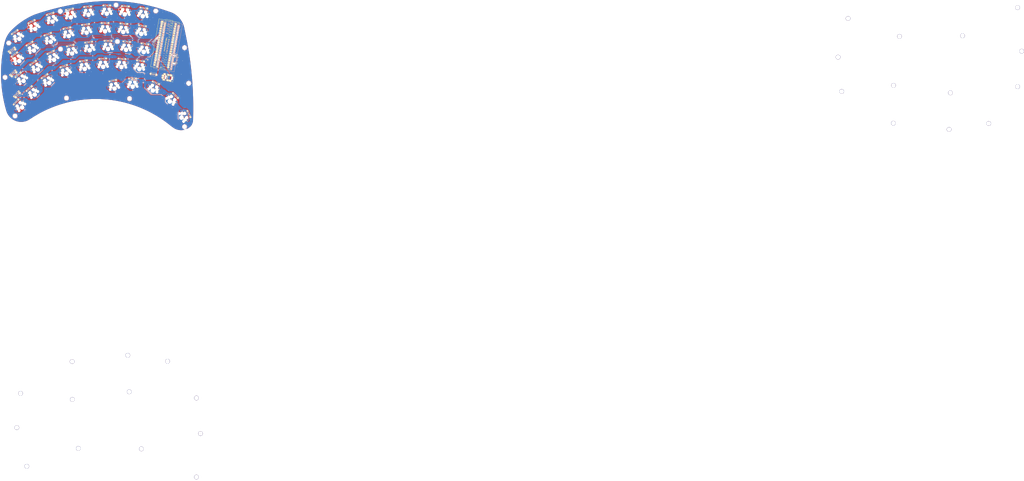
<source format=kicad_pcb>
(kicad_pcb (version 20171130) (host pcbnew "(5.1.5)-3")
  (title_block (title fan74) (rev v1.0))
  (layers (0 F.Cu signal) (31 B.Cu signal) (34 B.Paste user) (35 F.Paste user) (36 B.SilkS user) (37 F.SilkS user) (38 B.Mask user) (39 F.Mask user) (44 Edge.Cuts user))
  (net 0 "")
  (net 1 row00)
  (net 2 row01)
  (net 3 row02)
  (net 4 row03)
  (net 5 row04)
  (net 6 col00)
  (net 7 col01)
  (net 8 col02)
  (net 9 col03)
  (net 10 col04)
  (net 11 col05)
  (net 12 col06)
  (net 13 col07)
  (net 14 GND)
  (net 15 hardware_reset)
  (net 16 VCC)
  (net 17 "Net-(SW1-Pad2)")
  (net 18 "Net-(SW2-Pad2)")
  (net 19 "Net-(SW3-Pad2)")
  (net 20 "Net-(SW4-Pad2)")
  (net 21 "Net-(SW5-Pad2)")
  (net 22 "Net-(SW6-Pad2)")
  (net 23 "Net-(SW7-Pad2)")
  (net 24 "Net-(SW8-Pad2)")
  (net 25 "Net-(SW9-Pad2)")
  (net 26 "Net-(SW10-Pad2)")
  (net 27 "Net-(SW11-Pad2)")
  (net 28 "Net-(SW12-Pad2)")
  (net 29 "Net-(SW13-Pad2)")
  (net 30 "Net-(SW14-Pad2)")
  (net 31 "Net-(SW15-Pad2)")
  (net 32 "Net-(SW16-Pad2)")
  (net 33 "Net-(SW17-Pad2)")
  (net 34 "Net-(SW18-Pad2)")
  (net 35 "Net-(SW19-Pad2)")
  (net 36 "Net-(SW20-Pad2)")
  (net 37 "Net-(SW21-Pad2)")
  (net 38 "Net-(SW22-Pad2)")
  (net 39 "Net-(SW23-Pad2)")
  (net 40 "Net-(SW24-Pad2)")
  (net 41 "Net-(SW25-Pad2)")
  (net 42 "Net-(SW26-Pad2)")
  (net 43 "Net-(SW27-Pad2)")
  (net 44 "Net-(SW28-Pad2)")
  (net 45 "Net-(SW29-Pad2)")
  (net 46 "Net-(SW30-Pad2)")
  (net 47 "Net-(SW31-Pad2)")
  (net 48 "Net-(SW32-Pad2)")
  (net 49 "Net-(SW33-Pad2)")
  (net 50 "Net-(SW34-Pad2)")
  (net 51 "Net-(SW35-Pad2)")
  (net 52 "Net-(SW36-Pad2)")
  (net 53 "Net-(SW37-Pad2)")
  (net 54 "Net-(SW38-Pad2)")
  (net 55 "Net-(SW39-Pad2)")
  (net 56 "Net-(SW40-Pad2)")
  (net 57 "Net-(J1-PadA)")
  (net 58 Tx)
  (net 59 Rx)
  (module kbd:HOLE (layer B.Cu) (at 944.504411 30.261508)
    (fp_text reference Ref** hide)
    (fp_text value Val** hide)
    (pad "" np_thru_hole circle (at 0 0) (size 5 5) (drill 4.8) (layers *.Cu *.Mask))
  )
  (module kbd:HOLE (layer B.Cu) (at 1131.38609 105.479897)
    (fp_text reference Ref** hide)
    (fp_text value Val** hide)
    (pad "" np_thru_hole circle (at 0 0) (size 5 5) (drill 4.8) (layers *.Cu *.Mask))
  )
  (module kbd:HOLE (layer B.Cu) (at 1001.186089 49.979897)
    (fp_text reference Ref** hide)
    (fp_text value Val** hide)
    (pad "" np_thru_hole circle (at 0 0) (size 5 5) (drill 4.8) (layers *.Cu *.Mask))
  )
  (module kbd:HOLE (layer B.Cu) (at 1055.810411 152.553505)
    (fp_text reference Ref** hide)
    (fp_text value Val** hide)
    (pad "" np_thru_hole circle (at 0 0) (size 5 5) (drill 4.8) (layers *.Cu *.Mask))
  )
  (module kbd:HOLE (layer B.Cu) (at 1070.68609 49.379901)
    (fp_text reference Ref** hide)
    (fp_text value Val** hide)
    (pad "" np_thru_hole circle (at 0 0) (size 5 5) (drill 4.8) (layers *.Cu *.Mask))
  )
  (module kbd:HOLE (layer B.Cu) (at 1057.31041 112.253505)
    (fp_text reference Ref** hide)
    (fp_text value Val** hide)
    (pad "" np_thru_hole circle (at 0 0) (size 5 5) (drill 4.8) (layers *.Cu *.Mask))
  )
  (module kbd:HOLE (layer B.Cu) (at 1135.886089 66.279897 10)
    (fp_text reference Ref** hide)
    (fp_text value Val** hide)
    (pad "" np_thru_hole circle (at 0 0 10) (size 5 5) (drill 4.8) (layers *.Cu *.Mask))
  )
  (module kbd:HOLE (layer B.Cu) (at 1131.383452 18.349747)
    (fp_text reference Ref** hide)
    (fp_text value Val** hide)
    (pad "" np_thru_hole circle (at 0 0) (size 5 5) (drill 4.8) (layers *.Cu *.Mask))
  )
  (module kbd:HOLE (layer B.Cu) (at 994.61041 103.953509)
    (fp_text reference Ref** hide)
    (fp_text value Val** hide)
    (pad "" np_thru_hole circle (at 0 0) (size 5 5) (drill 4.8) (layers *.Cu *.Mask))
  )
  (module kbd:HOLE (layer B.Cu) (at 994.383452 145.649746)
    (fp_text reference Ref** hide)
    (fp_text value Val** hide)
    (pad "" np_thru_hole circle (at 0 0) (size 5 5) (drill 4.8) (layers *.Cu *.Mask))
  )
  (module kbd:HOLE (layer B.Cu) (at 1099.602802 145.992266 10)
    (fp_text reference Ref** hide)
    (fp_text value Val** hide)
    (pad "" np_thru_hole circle (at 0 0 10) (size 5 5) (drill 4.8) (layers *.Cu *.Mask))
  )
  (module kbd:HOLE (layer B.Cu) (at 933.510409 72.853505)
    (fp_text reference Ref** hide)
    (fp_text value Val** hide)
    (pad "" np_thru_hole circle (at 0 0) (size 5 5) (drill 4.8) (layers *.Cu *.Mask))
  )
  (module kbd:HOLE (layer B.Cu) (at 937.583452 110.649746)
    (fp_text reference Ref** hide)
    (fp_text value Val** hide)
    (pad "" np_thru_hole circle (at 0 0) (size 5 5) (drill 4.8) (layers *.Cu *.Mask))
  )
  (module kbd:HOLE (layer F.Cu) (at 226.38609 448.520103)
    (fp_text reference Ref** hide)
    (fp_text value Val** hide)
    (pad "" np_thru_hole circle (at 0 0) (size 5 5) (drill 4.8) (layers *.Cu *.Mask))
  )
  (module kbd:HOLE (layer F.Cu) (at 96.186089 504.020103)
    (fp_text reference Ref** hide)
    (fp_text value Val** hide)
    (pad "" np_thru_hole circle (at 0 0) (size 5 5) (drill 4.8) (layers *.Cu *.Mask))
  )
  (module kbd:HOLE (layer F.Cu) (at 150.810411 401.446495)
    (fp_text reference Ref** hide)
    (fp_text value Val** hide)
    (pad "" np_thru_hole circle (at 0 0) (size 5 5) (drill 4.8) (layers *.Cu *.Mask))
  )
  (module kbd:HOLE (layer F.Cu) (at 230.886089 487.720103 350)
    (fp_text reference Ref** hide)
    (fp_text value Val** hide)
    (pad "" np_thru_hole circle (at 0 0 350) (size 5 5) (drill 4.8) (layers *.Cu *.Mask))
  )
  (module kbd:HOLE (layer F.Cu) (at 39.504411 523.738492)
    (fp_text reference Ref** hide)
    (fp_text value Val** hide)
    (pad "" np_thru_hole circle (at 0 0) (size 5 5) (drill 4.8) (layers *.Cu *.Mask))
  )
  (module kbd:HOLE (layer F.Cu) (at 226.383452 535.650253)
    (fp_text reference Ref** hide)
    (fp_text value Val** hide)
    (pad "" np_thru_hole circle (at 0 0) (size 5 5) (drill 4.8) (layers *.Cu *.Mask))
  )
  (module kbd:HOLE (layer F.Cu) (at 194.602802 408.007734 350)
    (fp_text reference Ref** hide)
    (fp_text value Val** hide)
    (pad "" np_thru_hole circle (at 0 0 350) (size 5 5) (drill 4.8) (layers *.Cu *.Mask))
  )
  (module kbd:HOLE (layer F.Cu) (at 89.383452 408.350254)
    (fp_text reference Ref** hide)
    (fp_text value Val** hide)
    (pad "" np_thru_hole circle (at 0 0) (size 5 5) (drill 4.8) (layers *.Cu *.Mask))
  )
  (module kbd:HOLE (layer F.Cu) (at 165.68609 504.620099)
    (fp_text reference Ref** hide)
    (fp_text value Val** hide)
    (pad "" np_thru_hole circle (at 0 0) (size 5 5) (drill 4.8) (layers *.Cu *.Mask))
  )
  (module kbd:HOLE (layer F.Cu) (at 152.31041 441.746495)
    (fp_text reference Ref** hide)
    (fp_text value Val** hide)
    (pad "" np_thru_hole circle (at 0 0) (size 5 5) (drill 4.8) (layers *.Cu *.Mask))
  )
  (module kbd:HOLE (layer F.Cu) (at 89.61041 450.046491)
    (fp_text reference Ref** hide)
    (fp_text value Val** hide)
    (pad "" np_thru_hole circle (at 0 0) (size 5 5) (drill 4.8) (layers *.Cu *.Mask))
  )
  (module kbd:HOLE (layer F.Cu) (at 32.583452 443.350254)
    (fp_text reference Ref** hide)
    (fp_text value Val** hide)
    (pad "" np_thru_hole circle (at 0 0) (size 5 5) (drill 4.8) (layers *.Cu *.Mask))
  )
  (module kbd:HOLE (layer F.Cu) (at 28.510409 481.146495)
    (fp_text reference Ref** hide)
    (fp_text value Val** hide)
    (pad "" np_thru_hole circle (at 0 0) (size 5 5) (drill 4.8) (layers *.Cu *.Mask))
  )
  (module kbd:CherryMX_MidHeight_Hotswap_edit (layer F.Cu) (at 127.610409 25.046495)
    (fp_text reference SW26 hide)
    (fp_text value SW_PUSH-kbd hide)
    (pad 1 thru_hole circle (at 0.001 3.878) (size 0.4 0.4) (drill 0.2) (layers *.Cu) (net 11 col05))
    (pad "" np_thru_hole circle (at 4.5 0) (size 1.7 1.7) (drill 1.7) (layers *.Cu *.Mask))
    (pad "" np_thru_hole circle (at -4.5 0) (size 1.7 1.7) (drill 1.7) (layers *.Cu *.Mask))
    (pad 2 smd rect (at 5.7 -5.12 180) (size 2.3 2) (layers B.Cu B.Paste B.Mask) (net 42 "Net-(SW26-Pad2)"))
    (pad "" np_thru_hole circle (at -5.08 0) (size 1.9 1.9) (drill 1.9) (layers *.Cu *.Mask))
    (pad "" np_thru_hole circle (at 5.08 0) (size 1.9 1.9) (drill 1.9) (layers *.Cu *.Mask))
    (pad "" np_thru_hole circle (at 0 0 90) (size 4.1 4.1) (drill 4.1) (layers *.Cu *.Mask))
    (pad "" np_thru_hole circle (at 2.54 -5.08 270) (size 3 3) (drill 3) (layers *.Cu *.Mask))
    (pad "" np_thru_hole circle (at 3.81 -2.540001 180) (size 3 3) (drill 3) (layers *.Cu *.Mask))
    (pad "" np_thru_hole circle (at -2.54 -5.08 180) (size 3 3) (drill 3) (layers *.Cu *.Mask))
    (pad "" np_thru_hole circle (at -3.81 -2.54 180) (size 3 3) (drill 3) (layers *.Cu *.Mask))
    (pad 2 smd rect (at -5.7 -5.12 180) (size 2.3 2) (layers F.Cu F.Paste F.Mask) (net 42 "Net-(SW26-Pad2)"))
    (pad 1 smd rect (at 7 -2.58 180) (size 2.3 2) (layers F.Cu F.Paste F.Mask) (net 11 col05))
    (pad 1 smd rect (at -7 -2.58 180) (size 2.3 2) (layers B.Cu B.Paste B.Mask) (net 11 col05))
    (pad 2 smd rect (at -1.775 -9 180) (size 1.3 0.95) (layers B.Cu B.Paste B.Mask) (net 42 "Net-(SW26-Pad2)"))
    (pad 2 smd rect (at -1.775 -9 180) (size 1.3 0.95) (layers F.Cu F.Paste F.Mask) (net 42 "Net-(SW26-Pad2)"))
    (pad 3 smd rect (at 1.775 -9 180) (size 1.3 0.95) (layers F.Cu F.Paste F.Mask) (net 1 row00))
    (pad 2 thru_hole circle (at -3.81 -9 180) (size 1.397 1.397) (drill 0.8128) (layers *.Cu *.Mask F.SilkS) (net 42 "Net-(SW26-Pad2)"))
    (pad 3 thru_hole rect (at 3.81 -9 180) (size 1.397 1.397) (drill 0.8128) (layers *.Cu *.Mask F.SilkS) (net 1 row00))
    (pad 3 smd rect (at 1.775 -9 180) (size 1.3 0.95) (layers B.Cu B.Paste B.Mask) (net 1 row00))
  )
  (module kbd:CherryMX_MidHeight_Hotswap_edit (layer F.Cu) (at 178.382411 109.613491 338)
    (fp_text reference SW30 hide)
    (fp_text value SW_PUSH-kbd hide)
    (pad 1 thru_hole circle (at 0.001 3.878 338) (size 0.4 0.4) (drill 0.2) (layers *.Cu) (net 11 col05))
    (pad "" np_thru_hole circle (at 4.5 0 338) (size 1.7 1.7) (drill 1.7) (layers *.Cu *.Mask))
    (pad "" np_thru_hole circle (at -4.5 0 338) (size 1.7 1.7) (drill 1.7) (layers *.Cu *.Mask))
    (pad 2 smd rect (at 5.7 -5.12 158) (size 2.3 2) (layers B.Cu B.Paste B.Mask) (net 46 "Net-(SW30-Pad2)"))
    (pad "" np_thru_hole circle (at -5.08 0 338) (size 1.9 1.9) (drill 1.9) (layers *.Cu *.Mask))
    (pad "" np_thru_hole circle (at 5.08 0 338) (size 1.9 1.9) (drill 1.9) (layers *.Cu *.Mask))
    (pad "" np_thru_hole circle (at 0 0 68) (size 4.1 4.1) (drill 4.1) (layers *.Cu *.Mask))
    (pad "" np_thru_hole circle (at 2.54 -5.08 248) (size 3 3) (drill 3) (layers *.Cu *.Mask))
    (pad "" np_thru_hole circle (at 3.81 -2.540001 158) (size 3 3) (drill 3) (layers *.Cu *.Mask))
    (pad "" np_thru_hole circle (at -2.54 -5.08 158) (size 3 3) (drill 3) (layers *.Cu *.Mask))
    (pad "" np_thru_hole circle (at -3.81 -2.54 158) (size 3 3) (drill 3) (layers *.Cu *.Mask))
    (pad 2 smd rect (at -5.7 -5.12 158) (size 2.3 2) (layers F.Cu F.Paste F.Mask) (net 46 "Net-(SW30-Pad2)"))
    (pad 1 smd rect (at 7 -2.58 158) (size 2.3 2) (layers F.Cu F.Paste F.Mask) (net 11 col05))
    (pad 1 smd rect (at -7 -2.58 158) (size 2.3 2) (layers B.Cu B.Paste B.Mask) (net 11 col05))
    (pad 2 smd rect (at -1.775 -9 158) (size 1.3 0.95) (layers B.Cu B.Paste B.Mask) (net 46 "Net-(SW30-Pad2)"))
    (pad 2 smd rect (at -1.775 -9 158) (size 1.3 0.95) (layers F.Cu F.Paste F.Mask) (net 46 "Net-(SW30-Pad2)"))
    (pad 3 smd rect (at 1.775 -9 158) (size 1.3 0.95) (layers F.Cu F.Paste F.Mask) (net 5 row04))
    (pad 2 thru_hole circle (at -3.81 -9 158) (size 1.397 1.397) (drill 0.8128) (layers *.Cu *.Mask F.SilkS) (net 46 "Net-(SW30-Pad2)"))
    (pad 3 thru_hole rect (at 3.81 -9 158) (size 1.397 1.397) (drill 0.8128) (layers *.Cu *.Mask F.SilkS) (net 5 row04))
    (pad 3 smd rect (at 1.775 -9 158) (size 1.3 0.95) (layers B.Cu B.Paste B.Mask) (net 5 row04))
  )
  (module kbd:CherryMX_MidHeight_Hotswap_edit (layer F.Cu) (at 128.945411 63.898491)
    (fp_text reference SW28 hide)
    (fp_text value SW_PUSH-kbd hide)
    (pad 1 thru_hole circle (at 0.001 3.878) (size 0.4 0.4) (drill 0.2) (layers *.Cu) (net 11 col05))
    (pad "" np_thru_hole circle (at 4.5 0) (size 1.7 1.7) (drill 1.7) (layers *.Cu *.Mask))
    (pad "" np_thru_hole circle (at -4.5 0) (size 1.7 1.7) (drill 1.7) (layers *.Cu *.Mask))
    (pad 2 smd rect (at 5.7 -5.12 180) (size 2.3 2) (layers B.Cu B.Paste B.Mask) (net 44 "Net-(SW28-Pad2)"))
    (pad "" np_thru_hole circle (at -5.08 0) (size 1.9 1.9) (drill 1.9) (layers *.Cu *.Mask))
    (pad "" np_thru_hole circle (at 5.08 0) (size 1.9 1.9) (drill 1.9) (layers *.Cu *.Mask))
    (pad "" np_thru_hole circle (at 0 0 90) (size 4.1 4.1) (drill 4.1) (layers *.Cu *.Mask))
    (pad "" np_thru_hole circle (at 2.54 -5.08 270) (size 3 3) (drill 3) (layers *.Cu *.Mask))
    (pad "" np_thru_hole circle (at 3.81 -2.540001 180) (size 3 3) (drill 3) (layers *.Cu *.Mask))
    (pad "" np_thru_hole circle (at -2.54 -5.08 180) (size 3 3) (drill 3) (layers *.Cu *.Mask))
    (pad "" np_thru_hole circle (at -3.81 -2.54 180) (size 3 3) (drill 3) (layers *.Cu *.Mask))
    (pad 2 smd rect (at -5.7 -5.12 180) (size 2.3 2) (layers F.Cu F.Paste F.Mask) (net 44 "Net-(SW28-Pad2)"))
    (pad 1 smd rect (at 7 -2.58 180) (size 2.3 2) (layers F.Cu F.Paste F.Mask) (net 11 col05))
    (pad 1 smd rect (at -7 -2.58 180) (size 2.3 2) (layers B.Cu B.Paste B.Mask) (net 11 col05))
    (pad 2 smd rect (at -1.775 -9 180) (size 1.3 0.95) (layers B.Cu B.Paste B.Mask) (net 44 "Net-(SW28-Pad2)"))
    (pad 2 smd rect (at -1.775 -9 180) (size 1.3 0.95) (layers F.Cu F.Paste F.Mask) (net 44 "Net-(SW28-Pad2)"))
    (pad 3 smd rect (at 1.775 -9 180) (size 1.3 0.95) (layers F.Cu F.Paste F.Mask) (net 3 row02))
    (pad 2 thru_hole circle (at -3.81 -9 180) (size 1.397 1.397) (drill 0.8128) (layers *.Cu *.Mask F.SilkS) (net 44 "Net-(SW28-Pad2)"))
    (pad 3 thru_hole rect (at 3.81 -9 180) (size 1.397 1.397) (drill 0.8128) (layers *.Cu *.Mask F.SilkS) (net 3 row02))
    (pad 3 smd rect (at 1.775 -9 180) (size 1.3 0.95) (layers B.Cu B.Paste B.Mask) (net 3 row02))
  )
  (module kbd:CherryMX_MidHeight_Hotswap_edit (layer F.Cu) (at 125.710411 44.446492)
    (fp_text reference SW27 hide)
    (fp_text value SW_PUSH-kbd hide)
    (pad 1 thru_hole circle (at 0.001 3.878) (size 0.4 0.4) (drill 0.2) (layers *.Cu) (net 11 col05))
    (pad "" np_thru_hole circle (at 4.5 0) (size 1.7 1.7) (drill 1.7) (layers *.Cu *.Mask))
    (pad "" np_thru_hole circle (at -4.5 0) (size 1.7 1.7) (drill 1.7) (layers *.Cu *.Mask))
    (pad 2 smd rect (at 5.7 -5.12 180) (size 2.3 2) (layers B.Cu B.Paste B.Mask) (net 43 "Net-(SW27-Pad2)"))
    (pad "" np_thru_hole circle (at -5.08 0) (size 1.9 1.9) (drill 1.9) (layers *.Cu *.Mask))
    (pad "" np_thru_hole circle (at 5.08 0) (size 1.9 1.9) (drill 1.9) (layers *.Cu *.Mask))
    (pad "" np_thru_hole circle (at 0 0 90) (size 4.1 4.1) (drill 4.1) (layers *.Cu *.Mask))
    (pad "" np_thru_hole circle (at 2.54 -5.08 270) (size 3 3) (drill 3) (layers *.Cu *.Mask))
    (pad "" np_thru_hole circle (at 3.81 -2.540001 180) (size 3 3) (drill 3) (layers *.Cu *.Mask))
    (pad "" np_thru_hole circle (at -2.54 -5.08 180) (size 3 3) (drill 3) (layers *.Cu *.Mask))
    (pad "" np_thru_hole circle (at -3.81 -2.54 180) (size 3 3) (drill 3) (layers *.Cu *.Mask))
    (pad 2 smd rect (at -5.7 -5.12 180) (size 2.3 2) (layers F.Cu F.Paste F.Mask) (net 43 "Net-(SW27-Pad2)"))
    (pad 1 smd rect (at 7 -2.58 180) (size 2.3 2) (layers F.Cu F.Paste F.Mask) (net 11 col05))
    (pad 1 smd rect (at -7 -2.58 180) (size 2.3 2) (layers B.Cu B.Paste B.Mask) (net 11 col05))
    (pad 2 smd rect (at -1.775 -9 180) (size 1.3 0.95) (layers B.Cu B.Paste B.Mask) (net 43 "Net-(SW27-Pad2)"))
    (pad 2 smd rect (at -1.775 -9 180) (size 1.3 0.95) (layers F.Cu F.Paste F.Mask) (net 43 "Net-(SW27-Pad2)"))
    (pad 3 smd rect (at 1.775 -9 180) (size 1.3 0.95) (layers F.Cu F.Paste F.Mask) (net 2 row01))
    (pad 2 thru_hole circle (at -3.81 -9 180) (size 1.397 1.397) (drill 0.8128) (layers *.Cu *.Mask F.SilkS) (net 43 "Net-(SW27-Pad2)"))
    (pad 3 thru_hole rect (at 3.81 -9 180) (size 1.397 1.397) (drill 0.8128) (layers *.Cu *.Mask F.SilkS) (net 2 row01))
    (pad 3 smd rect (at 1.775 -9 180) (size 1.3 0.95) (layers B.Cu B.Paste B.Mask) (net 2 row01))
  )
  (module kbd:CherryMX_MidHeight_Hotswap_edit (layer F.Cu) (at 148.810409 64.846494 355)
    (fp_text reference SW33 hide)
    (fp_text value SW_PUSH-kbd hide)
    (pad 1 thru_hole circle (at 0.001 3.878 355) (size 0.4 0.4) (drill 0.2) (layers *.Cu) (net 12 col06))
    (pad "" np_thru_hole circle (at 4.5 0 355) (size 1.7 1.7) (drill 1.7) (layers *.Cu *.Mask))
    (pad "" np_thru_hole circle (at -4.5 0 355) (size 1.7 1.7) (drill 1.7) (layers *.Cu *.Mask))
    (pad 2 smd rect (at 5.7 -5.12 175) (size 2.3 2) (layers B.Cu B.Paste B.Mask) (net 49 "Net-(SW33-Pad2)"))
    (pad "" np_thru_hole circle (at -5.08 0 355) (size 1.9 1.9) (drill 1.9) (layers *.Cu *.Mask))
    (pad "" np_thru_hole circle (at 5.08 0 355) (size 1.9 1.9) (drill 1.9) (layers *.Cu *.Mask))
    (pad "" np_thru_hole circle (at 0 0 85) (size 4.1 4.1) (drill 4.1) (layers *.Cu *.Mask))
    (pad "" np_thru_hole circle (at 2.54 -5.08 265) (size 3 3) (drill 3) (layers *.Cu *.Mask))
    (pad "" np_thru_hole circle (at 3.81 -2.540001 175) (size 3 3) (drill 3) (layers *.Cu *.Mask))
    (pad "" np_thru_hole circle (at -2.54 -5.08 175) (size 3 3) (drill 3) (layers *.Cu *.Mask))
    (pad "" np_thru_hole circle (at -3.81 -2.54 175) (size 3 3) (drill 3) (layers *.Cu *.Mask))
    (pad 2 smd rect (at -5.7 -5.12 175) (size 2.3 2) (layers F.Cu F.Paste F.Mask) (net 49 "Net-(SW33-Pad2)"))
    (pad 1 smd rect (at 7 -2.58 175) (size 2.3 2) (layers F.Cu F.Paste F.Mask) (net 12 col06))
    (pad 1 smd rect (at -7 -2.58 175) (size 2.3 2) (layers B.Cu B.Paste B.Mask) (net 12 col06))
    (pad 2 smd rect (at -1.775 -9 175) (size 1.3 0.95) (layers B.Cu B.Paste B.Mask) (net 49 "Net-(SW33-Pad2)"))
    (pad 2 smd rect (at -1.775 -9 175) (size 1.3 0.95) (layers F.Cu F.Paste F.Mask) (net 49 "Net-(SW33-Pad2)"))
    (pad 3 smd rect (at 1.775 -9 175) (size 1.3 0.95) (layers F.Cu F.Paste F.Mask) (net 3 row02))
    (pad 2 thru_hole circle (at -3.81 -9 175) (size 1.397 1.397) (drill 0.8128) (layers *.Cu *.Mask F.SilkS) (net 49 "Net-(SW33-Pad2)"))
    (pad 3 thru_hole rect (at 3.81 -9 175) (size 1.397 1.397) (drill 0.8128) (layers *.Cu *.Mask F.SilkS) (net 3 row02))
    (pad 3 smd rect (at 1.775 -9 175) (size 1.3 0.95) (layers B.Cu B.Paste B.Mask) (net 3 row02))
  )
  (module kbd:ResetSW (layer F.Cu) (at 179.11041 91.846493 350)
    (fp_text reference SW41 hide)
    (fp_text value SW_PUSH)
    (fp_text user RESET (at 0 0 170) (layer F.SilkS))
    (fp_text user RESET (at 0.127 0 170) (layer B.SilkS) (effects (justify mirror)))
    (fp_text user software (at 0.127 0 170) (layer B.SilkS) (effects (justify mirror)))
    (pad 2 thru_hole circle (at -3.25 0 350) (size 2 2) (drill 1.3) (layers *.Cu *.Mask F.SilkS) (net 14 GND))
    (pad 1 thru_hole circle (at 3.25 0 350) (size 2 2) (drill 1.3) (layers *.Cu *.Mask F.SilkS) (net 15 hardware_reset))
  )
  (module kbd:CherryMX_MidHeight_Hotswap_edit (layer F.Cu) (at 34.296182 128.329143 48)
    (fp_text reference SW4 hide)
    (fp_text value SW_PUSH-kbd hide)
    (pad 1 thru_hole circle (at 0.001 3.878 48) (size 0.4 0.4) (drill 0.2) (layers *.Cu) (net 6 col00))
    (pad "" np_thru_hole circle (at 4.5 0 48) (size 1.7 1.7) (drill 1.7) (layers *.Cu *.Mask))
    (pad "" np_thru_hole circle (at -4.5 0 48) (size 1.7 1.7) (drill 1.7) (layers *.Cu *.Mask))
    (pad 2 smd rect (at 5.7 -5.12 228) (size 2.3 2) (layers B.Cu B.Paste B.Mask) (net 20 "Net-(SW4-Pad2)"))
    (pad "" np_thru_hole circle (at -5.08 0 48) (size 1.9 1.9) (drill 1.9) (layers *.Cu *.Mask))
    (pad "" np_thru_hole circle (at 5.08 0 48) (size 1.9 1.9) (drill 1.9) (layers *.Cu *.Mask))
    (pad "" np_thru_hole circle (at 0 0 138) (size 4.1 4.1) (drill 4.1) (layers *.Cu *.Mask))
    (pad "" np_thru_hole circle (at 2.54 -5.08 318) (size 3 3) (drill 3) (layers *.Cu *.Mask))
    (pad "" np_thru_hole circle (at 3.81 -2.540001 228) (size 3 3) (drill 3) (layers *.Cu *.Mask))
    (pad "" np_thru_hole circle (at -2.54 -5.08 228) (size 3 3) (drill 3) (layers *.Cu *.Mask))
    (pad "" np_thru_hole circle (at -3.81 -2.54 228) (size 3 3) (drill 3) (layers *.Cu *.Mask))
    (pad 2 smd rect (at -5.7 -5.12 228) (size 2.3 2) (layers F.Cu F.Paste F.Mask) (net 20 "Net-(SW4-Pad2)"))
    (pad 1 smd rect (at 7 -2.58 228) (size 2.3 2) (layers F.Cu F.Paste F.Mask) (net 6 col00))
    (pad 1 smd rect (at -7 -2.58 228) (size 2.3 2) (layers B.Cu B.Paste B.Mask) (net 6 col00))
    (pad 2 smd rect (at -1.775 -9 228) (size 1.3 0.95) (layers B.Cu B.Paste B.Mask) (net 20 "Net-(SW4-Pad2)"))
    (pad 2 smd rect (at -1.775 -9 228) (size 1.3 0.95) (layers F.Cu F.Paste F.Mask) (net 20 "Net-(SW4-Pad2)"))
    (pad 3 smd rect (at 1.775 -9 228) (size 1.3 0.95) (layers F.Cu F.Paste F.Mask) (net 4 row03))
    (pad 2 thru_hole circle (at -3.81 -9 228) (size 1.397 1.397) (drill 0.8128) (layers *.Cu *.Mask F.SilkS) (net 20 "Net-(SW4-Pad2)"))
    (pad 3 thru_hole rect (at 3.81 -9 228) (size 1.397 1.397) (drill 0.8128) (layers *.Cu *.Mask F.SilkS) (net 4 row03))
    (pad 3 smd rect (at 1.775 -9 228) (size 1.3 0.95) (layers B.Cu B.Paste B.Mask) (net 4 row03))
  )
  (module kbd:CherryMX_MidHeight_Hotswap_edit (layer F.Cu) (at 197.092412 121.718495 316)
    (fp_text reference SW35 hide)
    (fp_text value SW_PUSH-kbd hide)
    (pad 1 thru_hole circle (at 0.001 3.878 316) (size 0.4 0.4) (drill 0.2) (layers *.Cu) (net 12 col06))
    (pad "" np_thru_hole circle (at 4.5 0 316) (size 1.7 1.7) (drill 1.7) (layers *.Cu *.Mask))
    (pad "" np_thru_hole circle (at -4.5 0 316) (size 1.7 1.7) (drill 1.7) (layers *.Cu *.Mask))
    (pad 2 smd rect (at 5.7 -5.12 136) (size 2.3 2) (layers B.Cu B.Paste B.Mask) (net 51 "Net-(SW35-Pad2)"))
    (pad "" np_thru_hole circle (at -5.08 0 316) (size 1.9 1.9) (drill 1.9) (layers *.Cu *.Mask))
    (pad "" np_thru_hole circle (at 5.08 0 316) (size 1.9 1.9) (drill 1.9) (layers *.Cu *.Mask))
    (pad "" np_thru_hole circle (at 0 0 46) (size 4.1 4.1) (drill 4.1) (layers *.Cu *.Mask))
    (pad "" np_thru_hole circle (at 2.54 -5.08 226) (size 3 3) (drill 3) (layers *.Cu *.Mask))
    (pad "" np_thru_hole circle (at 3.81 -2.540001 136) (size 3 3) (drill 3) (layers *.Cu *.Mask))
    (pad "" np_thru_hole circle (at -2.54 -5.08 136) (size 3 3) (drill 3) (layers *.Cu *.Mask))
    (pad "" np_thru_hole circle (at -3.81 -2.54 136) (size 3 3) (drill 3) (layers *.Cu *.Mask))
    (pad 2 smd rect (at -5.7 -5.12 136) (size 2.3 2) (layers F.Cu F.Paste F.Mask) (net 51 "Net-(SW35-Pad2)"))
    (pad 1 smd rect (at 7 -2.58 136) (size 2.3 2) (layers F.Cu F.Paste F.Mask) (net 12 col06))
    (pad 1 smd rect (at -7 -2.58 136) (size 2.3 2) (layers B.Cu B.Paste B.Mask) (net 12 col06))
    (pad 2 smd rect (at -1.775 -9 136) (size 1.3 0.95) (layers B.Cu B.Paste B.Mask) (net 51 "Net-(SW35-Pad2)"))
    (pad 2 smd rect (at -1.775 -9 136) (size 1.3 0.95) (layers F.Cu F.Paste F.Mask) (net 51 "Net-(SW35-Pad2)"))
    (pad 3 smd rect (at 1.775 -9 136) (size 1.3 0.95) (layers F.Cu F.Paste F.Mask) (net 5 row04))
    (pad 2 thru_hole circle (at -3.81 -9 136) (size 1.397 1.397) (drill 0.8128) (layers *.Cu *.Mask F.SilkS) (net 51 "Net-(SW35-Pad2)"))
    (pad 3 thru_hole rect (at 3.81 -9 136) (size 1.397 1.397) (drill 0.8128) (layers *.Cu *.Mask F.SilkS) (net 5 row04))
    (pad 3 smd rect (at 1.775 -9 136) (size 1.3 0.95) (layers B.Cu B.Paste B.Mask) (net 5 row04))
  )
  (module kbd:CherryMX_MidHeight_Hotswap_edit (layer F.Cu) (at 147.41041 25.746492 356)
    (fp_text reference SW31 hide)
    (fp_text value SW_PUSH-kbd hide)
    (pad 1 thru_hole circle (at 0.001 3.878 356) (size 0.4 0.4) (drill 0.2) (layers *.Cu) (net 12 col06))
    (pad "" np_thru_hole circle (at 4.5 0 356) (size 1.7 1.7) (drill 1.7) (layers *.Cu *.Mask))
    (pad "" np_thru_hole circle (at -4.5 0 356) (size 1.7 1.7) (drill 1.7) (layers *.Cu *.Mask))
    (pad 2 smd rect (at 5.7 -5.12 176) (size 2.3 2) (layers B.Cu B.Paste B.Mask) (net 47 "Net-(SW31-Pad2)"))
    (pad "" np_thru_hole circle (at -5.08 0 356) (size 1.9 1.9) (drill 1.9) (layers *.Cu *.Mask))
    (pad "" np_thru_hole circle (at 5.08 0 356) (size 1.9 1.9) (drill 1.9) (layers *.Cu *.Mask))
    (pad "" np_thru_hole circle (at 0 0 86) (size 4.1 4.1) (drill 4.1) (layers *.Cu *.Mask))
    (pad "" np_thru_hole circle (at 2.54 -5.08 266) (size 3 3) (drill 3) (layers *.Cu *.Mask))
    (pad "" np_thru_hole circle (at 3.81 -2.540001 176) (size 3 3) (drill 3) (layers *.Cu *.Mask))
    (pad "" np_thru_hole circle (at -2.54 -5.08 176) (size 3 3) (drill 3) (layers *.Cu *.Mask))
    (pad "" np_thru_hole circle (at -3.81 -2.54 176) (size 3 3) (drill 3) (layers *.Cu *.Mask))
    (pad 2 smd rect (at -5.7 -5.12 176) (size 2.3 2) (layers F.Cu F.Paste F.Mask) (net 47 "Net-(SW31-Pad2)"))
    (pad 1 smd rect (at 7 -2.58 176) (size 2.3 2) (layers F.Cu F.Paste F.Mask) (net 12 col06))
    (pad 1 smd rect (at -7 -2.58 176) (size 2.3 2) (layers B.Cu B.Paste B.Mask) (net 12 col06))
    (pad 2 smd rect (at -1.775 -9 176) (size 1.3 0.95) (layers B.Cu B.Paste B.Mask) (net 47 "Net-(SW31-Pad2)"))
    (pad 2 smd rect (at -1.775 -9 176) (size 1.3 0.95) (layers F.Cu F.Paste F.Mask) (net 47 "Net-(SW31-Pad2)"))
    (pad 3 smd rect (at 1.775 -9 176) (size 1.3 0.95) (layers F.Cu F.Paste F.Mask) (net 1 row00))
    (pad 2 thru_hole circle (at -3.81 -9 176) (size 1.397 1.397) (drill 0.8128) (layers *.Cu *.Mask F.SilkS) (net 47 "Net-(SW31-Pad2)"))
    (pad 3 thru_hole rect (at 3.81 -9 176) (size 1.397 1.397) (drill 0.8128) (layers *.Cu *.Mask F.SilkS) (net 1 row00))
    (pad 3 smd rect (at 1.775 -9 176) (size 1.3 0.95) (layers B.Cu B.Paste B.Mask) (net 1 row00))
  )
  (module kbd:CherryMX_MidHeight_Hotswap_edit (layer F.Cu) (at 168.310411 67.146496 352)
    (fp_text reference SW38 hide)
    (fp_text value SW_PUSH-kbd hide)
    (pad 1 thru_hole circle (at 0.001 3.878 352) (size 0.4 0.4) (drill 0.2) (layers *.Cu) (net 13 col07))
    (pad "" np_thru_hole circle (at 4.5 0 352) (size 1.7 1.7) (drill 1.7) (layers *.Cu *.Mask))
    (pad "" np_thru_hole circle (at -4.5 0 352) (size 1.7 1.7) (drill 1.7) (layers *.Cu *.Mask))
    (pad 2 smd rect (at 5.7 -5.12 172) (size 2.3 2) (layers B.Cu B.Paste B.Mask) (net 54 "Net-(SW38-Pad2)"))
    (pad "" np_thru_hole circle (at -5.08 0 352) (size 1.9 1.9) (drill 1.9) (layers *.Cu *.Mask))
    (pad "" np_thru_hole circle (at 5.08 0 352) (size 1.9 1.9) (drill 1.9) (layers *.Cu *.Mask))
    (pad "" np_thru_hole circle (at 0 0 82) (size 4.1 4.1) (drill 4.1) (layers *.Cu *.Mask))
    (pad "" np_thru_hole circle (at 2.54 -5.08 262) (size 3 3) (drill 3) (layers *.Cu *.Mask))
    (pad "" np_thru_hole circle (at 3.81 -2.540001 172) (size 3 3) (drill 3) (layers *.Cu *.Mask))
    (pad "" np_thru_hole circle (at -2.54 -5.08 172) (size 3 3) (drill 3) (layers *.Cu *.Mask))
    (pad "" np_thru_hole circle (at -3.81 -2.54 172) (size 3 3) (drill 3) (layers *.Cu *.Mask))
    (pad 2 smd rect (at -5.7 -5.12 172) (size 2.3 2) (layers F.Cu F.Paste F.Mask) (net 54 "Net-(SW38-Pad2)"))
    (pad 1 smd rect (at 7 -2.58 172) (size 2.3 2) (layers F.Cu F.Paste F.Mask) (net 13 col07))
    (pad 1 smd rect (at -7 -2.58 172) (size 2.3 2) (layers B.Cu B.Paste B.Mask) (net 13 col07))
    (pad 2 smd rect (at -1.775 -9 172) (size 1.3 0.95) (layers B.Cu B.Paste B.Mask) (net 54 "Net-(SW38-Pad2)"))
    (pad 2 smd rect (at -1.775 -9 172) (size 1.3 0.95) (layers F.Cu F.Paste F.Mask) (net 54 "Net-(SW38-Pad2)"))
    (pad 3 smd rect (at 1.775 -9 172) (size 1.3 0.95) (layers F.Cu F.Paste F.Mask) (net 3 row02))
    (pad 2 thru_hole circle (at -3.81 -9 172) (size 1.397 1.397) (drill 0.8128) (layers *.Cu *.Mask F.SilkS) (net 54 "Net-(SW38-Pad2)"))
    (pad 3 thru_hole rect (at 3.81 -9 172) (size 1.397 1.397) (drill 0.8128) (layers *.Cu *.Mask F.SilkS) (net 3 row02))
    (pad 3 smd rect (at 1.775 -9 172) (size 1.3 0.95) (layers B.Cu B.Paste B.Mask) (net 3 row02))
  )
  (module kbd:CherryMX_MidHeight_Hotswap_edit (layer F.Cu) (at 209.976407 139.503493 296)
    (fp_text reference SW40 hide)
    (fp_text value SW_PUSH-kbd hide)
    (pad 1 thru_hole circle (at 0.001 3.878 296) (size 0.4 0.4) (drill 0.2) (layers *.Cu) (net 13 col07))
    (pad "" np_thru_hole circle (at 4.5 0 296) (size 1.7 1.7) (drill 1.7) (layers *.Cu *.Mask))
    (pad "" np_thru_hole circle (at -4.5 0 296) (size 1.7 1.7) (drill 1.7) (layers *.Cu *.Mask))
    (pad 2 smd rect (at 5.7 -5.12 116) (size 2.3 2) (layers B.Cu B.Paste B.Mask) (net 56 "Net-(SW40-Pad2)"))
    (pad "" np_thru_hole circle (at -5.08 0 296) (size 1.9 1.9) (drill 1.9) (layers *.Cu *.Mask))
    (pad "" np_thru_hole circle (at 5.08 0 296) (size 1.9 1.9) (drill 1.9) (layers *.Cu *.Mask))
    (pad "" np_thru_hole circle (at 0 0 26) (size 4.1 4.1) (drill 4.1) (layers *.Cu *.Mask))
    (pad "" np_thru_hole circle (at 2.54 -5.08 206) (size 3 3) (drill 3) (layers *.Cu *.Mask))
    (pad "" np_thru_hole circle (at 3.81 -2.540001 116) (size 3 3) (drill 3) (layers *.Cu *.Mask))
    (pad "" np_thru_hole circle (at -2.54 -5.08 116) (size 3 3) (drill 3) (layers *.Cu *.Mask))
    (pad "" np_thru_hole circle (at -3.81 -2.54 116) (size 3 3) (drill 3) (layers *.Cu *.Mask))
    (pad 2 smd rect (at -5.7 -5.12 116) (size 2.3 2) (layers F.Cu F.Paste F.Mask) (net 56 "Net-(SW40-Pad2)"))
    (pad 1 smd rect (at 7 -2.58 116) (size 2.3 2) (layers F.Cu F.Paste F.Mask) (net 13 col07))
    (pad 1 smd rect (at -7 -2.58 116) (size 2.3 2) (layers B.Cu B.Paste B.Mask) (net 13 col07))
    (pad 2 smd rect (at -1.775 -9 116) (size 1.3 0.95) (layers B.Cu B.Paste B.Mask) (net 56 "Net-(SW40-Pad2)"))
    (pad 2 smd rect (at -1.775 -9 116) (size 1.3 0.95) (layers F.Cu F.Paste F.Mask) (net 56 "Net-(SW40-Pad2)"))
    (pad 3 smd rect (at 1.775 -9 116) (size 1.3 0.95) (layers F.Cu F.Paste F.Mask) (net 5 row04))
    (pad 2 thru_hole circle (at -3.81 -9 116) (size 1.397 1.397) (drill 0.8128) (layers *.Cu *.Mask F.SilkS) (net 56 "Net-(SW40-Pad2)"))
    (pad 3 thru_hole rect (at 3.81 -9 116) (size 1.397 1.397) (drill 0.8128) (layers *.Cu *.Mask F.SilkS) (net 5 row04))
    (pad 3 smd rect (at 1.775 -9 116) (size 1.3 0.95) (layers B.Cu B.Paste B.Mask) (net 5 row04))
  )
  (module kbd:CherryMX_MidHeight_Hotswap_edit (layer F.Cu) (at 163.47041 85.927496 352)
    (fp_text reference SW39 hide)
    (fp_text value SW_PUSH-kbd hide)
    (pad 1 thru_hole circle (at 0.001 3.878 352) (size 0.4 0.4) (drill 0.2) (layers *.Cu) (net 13 col07))
    (pad "" np_thru_hole circle (at 4.5 0 352) (size 1.7 1.7) (drill 1.7) (layers *.Cu *.Mask))
    (pad "" np_thru_hole circle (at -4.5 0 352) (size 1.7 1.7) (drill 1.7) (layers *.Cu *.Mask))
    (pad 2 smd rect (at 5.7 -5.12 172) (size 2.3 2) (layers B.Cu B.Paste B.Mask) (net 55 "Net-(SW39-Pad2)"))
    (pad "" np_thru_hole circle (at -5.08 0 352) (size 1.9 1.9) (drill 1.9) (layers *.Cu *.Mask))
    (pad "" np_thru_hole circle (at 5.08 0 352) (size 1.9 1.9) (drill 1.9) (layers *.Cu *.Mask))
    (pad "" np_thru_hole circle (at 0 0 82) (size 4.1 4.1) (drill 4.1) (layers *.Cu *.Mask))
    (pad "" np_thru_hole circle (at 2.54 -5.08 262) (size 3 3) (drill 3) (layers *.Cu *.Mask))
    (pad "" np_thru_hole circle (at 3.81 -2.540001 172) (size 3 3) (drill 3) (layers *.Cu *.Mask))
    (pad "" np_thru_hole circle (at -2.54 -5.08 172) (size 3 3) (drill 3) (layers *.Cu *.Mask))
    (pad "" np_thru_hole circle (at -3.81 -2.54 172) (size 3 3) (drill 3) (layers *.Cu *.Mask))
    (pad 2 smd rect (at -5.7 -5.12 172) (size 2.3 2) (layers F.Cu F.Paste F.Mask) (net 55 "Net-(SW39-Pad2)"))
    (pad 1 smd rect (at 7 -2.58 172) (size 2.3 2) (layers F.Cu F.Paste F.Mask) (net 13 col07))
    (pad 1 smd rect (at -7 -2.58 172) (size 2.3 2) (layers B.Cu B.Paste B.Mask) (net 13 col07))
    (pad 2 smd rect (at -1.775 -9 172) (size 1.3 0.95) (layers B.Cu B.Paste B.Mask) (net 55 "Net-(SW39-Pad2)"))
    (pad 2 smd rect (at -1.775 -9 172) (size 1.3 0.95) (layers F.Cu F.Paste F.Mask) (net 55 "Net-(SW39-Pad2)"))
    (pad 3 smd rect (at 1.775 -9 172) (size 1.3 0.95) (layers F.Cu F.Paste F.Mask) (net 4 row03))
    (pad 2 thru_hole circle (at -3.81 -9 172) (size 1.397 1.397) (drill 0.8128) (layers *.Cu *.Mask F.SilkS) (net 55 "Net-(SW39-Pad2)"))
    (pad 3 thru_hole rect (at 3.81 -9 172) (size 1.397 1.397) (drill 0.8128) (layers *.Cu *.Mask F.SilkS) (net 4 row03))
    (pad 3 smd rect (at 1.775 -9 172) (size 1.3 0.95) (layers B.Cu B.Paste B.Mask) (net 4 row03))
  )
  (module kbd:CherryMX_MidHeight_Hotswap_edit (layer F.Cu) (at 165.610409 47.246492 352)
    (fp_text reference SW37 hide)
    (fp_text value SW_PUSH-kbd hide)
    (pad 1 thru_hole circle (at 0.001 3.878 352) (size 0.4 0.4) (drill 0.2) (layers *.Cu) (net 13 col07))
    (pad "" np_thru_hole circle (at 4.5 0 352) (size 1.7 1.7) (drill 1.7) (layers *.Cu *.Mask))
    (pad "" np_thru_hole circle (at -4.5 0 352) (size 1.7 1.7) (drill 1.7) (layers *.Cu *.Mask))
    (pad 2 smd rect (at 5.7 -5.12 172) (size 2.3 2) (layers B.Cu B.Paste B.Mask) (net 53 "Net-(SW37-Pad2)"))
    (pad "" np_thru_hole circle (at -5.08 0 352) (size 1.9 1.9) (drill 1.9) (layers *.Cu *.Mask))
    (pad "" np_thru_hole circle (at 5.08 0 352) (size 1.9 1.9) (drill 1.9) (layers *.Cu *.Mask))
    (pad "" np_thru_hole circle (at 0 0 82) (size 4.1 4.1) (drill 4.1) (layers *.Cu *.Mask))
    (pad "" np_thru_hole circle (at 2.54 -5.08 262) (size 3 3) (drill 3) (layers *.Cu *.Mask))
    (pad "" np_thru_hole circle (at 3.81 -2.540001 172) (size 3 3) (drill 3) (layers *.Cu *.Mask))
    (pad "" np_thru_hole circle (at -2.54 -5.08 172) (size 3 3) (drill 3) (layers *.Cu *.Mask))
    (pad "" np_thru_hole circle (at -3.81 -2.54 172) (size 3 3) (drill 3) (layers *.Cu *.Mask))
    (pad 2 smd rect (at -5.7 -5.12 172) (size 2.3 2) (layers F.Cu F.Paste F.Mask) (net 53 "Net-(SW37-Pad2)"))
    (pad 1 smd rect (at 7 -2.58 172) (size 2.3 2) (layers F.Cu F.Paste F.Mask) (net 13 col07))
    (pad 1 smd rect (at -7 -2.58 172) (size 2.3 2) (layers B.Cu B.Paste B.Mask) (net 13 col07))
    (pad 2 smd rect (at -1.775 -9 172) (size 1.3 0.95) (layers B.Cu B.Paste B.Mask) (net 53 "Net-(SW37-Pad2)"))
    (pad 2 smd rect (at -1.775 -9 172) (size 1.3 0.95) (layers F.Cu F.Paste F.Mask) (net 53 "Net-(SW37-Pad2)"))
    (pad 3 smd rect (at 1.775 -9 172) (size 1.3 0.95) (layers F.Cu F.Paste F.Mask) (net 2 row01))
    (pad 2 thru_hole circle (at -3.81 -9 172) (size 1.397 1.397) (drill 0.8128) (layers *.Cu *.Mask F.SilkS) (net 53 "Net-(SW37-Pad2)"))
    (pad 3 thru_hole rect (at 3.81 -9 172) (size 1.397 1.397) (drill 0.8128) (layers *.Cu *.Mask F.SilkS) (net 2 row01))
    (pad 3 smd rect (at 1.775 -9 172) (size 1.3 0.95) (layers B.Cu B.Paste B.Mask) (net 2 row01))
  )
  (module kbd:CherryMX_MidHeight_Hotswap_edit (layer F.Cu) (at 156.13441 105.506495 2)
    (fp_text reference SW25 hide)
    (fp_text value SW_PUSH-kbd hide)
    (pad 1 thru_hole circle (at 0.001 3.878 2) (size 0.4 0.4) (drill 0.2) (layers *.Cu) (net 10 col04))
    (pad "" np_thru_hole circle (at 4.5 0 2) (size 1.7 1.7) (drill 1.7) (layers *.Cu *.Mask))
    (pad "" np_thru_hole circle (at -4.5 0 2) (size 1.7 1.7) (drill 1.7) (layers *.Cu *.Mask))
    (pad 2 smd rect (at 5.7 -5.12 182) (size 2.3 2) (layers B.Cu B.Paste B.Mask) (net 41 "Net-(SW25-Pad2)"))
    (pad "" np_thru_hole circle (at -5.08 0 2) (size 1.9 1.9) (drill 1.9) (layers *.Cu *.Mask))
    (pad "" np_thru_hole circle (at 5.08 0 2) (size 1.9 1.9) (drill 1.9) (layers *.Cu *.Mask))
    (pad "" np_thru_hole circle (at 0 0 92) (size 4.1 4.1) (drill 4.1) (layers *.Cu *.Mask))
    (pad "" np_thru_hole circle (at 2.54 -5.08 272) (size 3 3) (drill 3) (layers *.Cu *.Mask))
    (pad "" np_thru_hole circle (at 3.81 -2.540001 182) (size 3 3) (drill 3) (layers *.Cu *.Mask))
    (pad "" np_thru_hole circle (at -2.54 -5.08 182) (size 3 3) (drill 3) (layers *.Cu *.Mask))
    (pad "" np_thru_hole circle (at -3.81 -2.54 182) (size 3 3) (drill 3) (layers *.Cu *.Mask))
    (pad 2 smd rect (at -5.7 -5.12 182) (size 2.3 2) (layers F.Cu F.Paste F.Mask) (net 41 "Net-(SW25-Pad2)"))
    (pad 1 smd rect (at 7 -2.58 182) (size 2.3 2) (layers F.Cu F.Paste F.Mask) (net 10 col04))
    (pad 1 smd rect (at -7 -2.58 182) (size 2.3 2) (layers B.Cu B.Paste B.Mask) (net 10 col04))
    (pad 2 smd rect (at -1.775 -9 182) (size 1.3 0.95) (layers B.Cu B.Paste B.Mask) (net 41 "Net-(SW25-Pad2)"))
    (pad 2 smd rect (at -1.775 -9 182) (size 1.3 0.95) (layers F.Cu F.Paste F.Mask) (net 41 "Net-(SW25-Pad2)"))
    (pad 3 smd rect (at 1.775 -9 182) (size 1.3 0.95) (layers F.Cu F.Paste F.Mask) (net 5 row04))
    (pad 2 thru_hole circle (at -3.81 -9 182) (size 1.397 1.397) (drill 0.8128) (layers *.Cu *.Mask F.SilkS) (net 41 "Net-(SW25-Pad2)"))
    (pad 3 thru_hole rect (at 3.81 -9 182) (size 1.397 1.397) (drill 0.8128) (layers *.Cu *.Mask F.SilkS) (net 5 row04))
    (pad 3 smd rect (at 1.775 -9 182) (size 1.3 0.95) (layers B.Cu B.Paste B.Mask) (net 5 row04))
  )
  (module kbd:CherryMX_MidHeight_Hotswap_edit (layer F.Cu) (at 67.910409 33.746492 18)
    (fp_text reference SW11 hide)
    (fp_text value SW_PUSH-kbd hide)
    (pad 1 thru_hole circle (at 0.001 3.878 18) (size 0.4 0.4) (drill 0.2) (layers *.Cu) (net 8 col02))
    (pad "" np_thru_hole circle (at 4.5 0 18) (size 1.7 1.7) (drill 1.7) (layers *.Cu *.Mask))
    (pad "" np_thru_hole circle (at -4.5 0 18) (size 1.7 1.7) (drill 1.7) (layers *.Cu *.Mask))
    (pad 2 smd rect (at 5.7 -5.12 198) (size 2.3 2) (layers B.Cu B.Paste B.Mask) (net 27 "Net-(SW11-Pad2)"))
    (pad "" np_thru_hole circle (at -5.08 0 18) (size 1.9 1.9) (drill 1.9) (layers *.Cu *.Mask))
    (pad "" np_thru_hole circle (at 5.08 0 18) (size 1.9 1.9) (drill 1.9) (layers *.Cu *.Mask))
    (pad "" np_thru_hole circle (at 0 0 108) (size 4.1 4.1) (drill 4.1) (layers *.Cu *.Mask))
    (pad "" np_thru_hole circle (at 2.54 -5.08 288) (size 3 3) (drill 3) (layers *.Cu *.Mask))
    (pad "" np_thru_hole circle (at 3.81 -2.540001 198) (size 3 3) (drill 3) (layers *.Cu *.Mask))
    (pad "" np_thru_hole circle (at -2.54 -5.08 198) (size 3 3) (drill 3) (layers *.Cu *.Mask))
    (pad "" np_thru_hole circle (at -3.81 -2.54 198) (size 3 3) (drill 3) (layers *.Cu *.Mask))
    (pad 2 smd rect (at -5.7 -5.12 198) (size 2.3 2) (layers F.Cu F.Paste F.Mask) (net 27 "Net-(SW11-Pad2)"))
    (pad 1 smd rect (at 7 -2.58 198) (size 2.3 2) (layers F.Cu F.Paste F.Mask) (net 8 col02))
    (pad 1 smd rect (at -7 -2.58 198) (size 2.3 2) (layers B.Cu B.Paste B.Mask) (net 8 col02))
    (pad 2 smd rect (at -1.775 -9 198) (size 1.3 0.95) (layers B.Cu B.Paste B.Mask) (net 27 "Net-(SW11-Pad2)"))
    (pad 2 smd rect (at -1.775 -9 198) (size 1.3 0.95) (layers F.Cu F.Paste F.Mask) (net 27 "Net-(SW11-Pad2)"))
    (pad 3 smd rect (at 1.775 -9 198) (size 1.3 0.95) (layers F.Cu F.Paste F.Mask) (net 1 row00))
    (pad 2 thru_hole circle (at -3.81 -9 198) (size 1.397 1.397) (drill 0.8128) (layers *.Cu *.Mask F.SilkS) (net 27 "Net-(SW11-Pad2)"))
    (pad 3 thru_hole rect (at 3.81 -9 198) (size 1.397 1.397) (drill 0.8128) (layers *.Cu *.Mask F.SilkS) (net 1 row00))
    (pad 3 smd rect (at 1.775 -9 198) (size 1.3 0.95) (layers B.Cu B.Paste B.Mask) (net 1 row00))
  )
  (module kbd:CherryMX_MidHeight_Hotswap_edit (layer F.Cu) (at 48.212346 114.183192 43)
    (fp_text reference SW9 hide)
    (fp_text value SW_PUSH-kbd hide)
    (pad 1 thru_hole circle (at 0.001 3.878 43) (size 0.4 0.4) (drill 0.2) (layers *.Cu) (net 7 col01))
    (pad "" np_thru_hole circle (at 4.5 0 43) (size 1.7 1.7) (drill 1.7) (layers *.Cu *.Mask))
    (pad "" np_thru_hole circle (at -4.5 0 43) (size 1.7 1.7) (drill 1.7) (layers *.Cu *.Mask))
    (pad 2 smd rect (at 5.7 -5.12 223) (size 2.3 2) (layers B.Cu B.Paste B.Mask) (net 25 "Net-(SW9-Pad2)"))
    (pad "" np_thru_hole circle (at -5.08 0 43) (size 1.9 1.9) (drill 1.9) (layers *.Cu *.Mask))
    (pad "" np_thru_hole circle (at 5.08 0 43) (size 1.9 1.9) (drill 1.9) (layers *.Cu *.Mask))
    (pad "" np_thru_hole circle (at 0 0 133) (size 4.1 4.1) (drill 4.1) (layers *.Cu *.Mask))
    (pad "" np_thru_hole circle (at 2.54 -5.08 313) (size 3 3) (drill 3) (layers *.Cu *.Mask))
    (pad "" np_thru_hole circle (at 3.81 -2.540001 223) (size 3 3) (drill 3) (layers *.Cu *.Mask))
    (pad "" np_thru_hole circle (at -2.54 -5.08 223) (size 3 3) (drill 3) (layers *.Cu *.Mask))
    (pad "" np_thru_hole circle (at -3.81 -2.54 223) (size 3 3) (drill 3) (layers *.Cu *.Mask))
    (pad 2 smd rect (at -5.7 -5.12 223) (size 2.3 2) (layers F.Cu F.Paste F.Mask) (net 25 "Net-(SW9-Pad2)"))
    (pad 1 smd rect (at 7 -2.58 223) (size 2.3 2) (layers F.Cu F.Paste F.Mask) (net 7 col01))
    (pad 1 smd rect (at -7 -2.58 223) (size 2.3 2) (layers B.Cu B.Paste B.Mask) (net 7 col01))
    (pad 2 smd rect (at -1.775 -9 223) (size 1.3 0.95) (layers B.Cu B.Paste B.Mask) (net 25 "Net-(SW9-Pad2)"))
    (pad 2 smd rect (at -1.775 -9 223) (size 1.3 0.95) (layers F.Cu F.Paste F.Mask) (net 25 "Net-(SW9-Pad2)"))
    (pad 3 smd rect (at 1.775 -9 223) (size 1.3 0.95) (layers F.Cu F.Paste F.Mask) (net 4 row03))
    (pad 2 thru_hole circle (at -3.81 -9 223) (size 1.397 1.397) (drill 0.8128) (layers *.Cu *.Mask F.SilkS) (net 25 "Net-(SW9-Pad2)"))
    (pad 3 thru_hole rect (at 3.81 -9 223) (size 1.397 1.397) (drill 0.8128) (layers *.Cu *.Mask F.SilkS) (net 4 row03))
    (pad 3 smd rect (at 1.775 -9 223) (size 1.3 0.95) (layers B.Cu B.Paste B.Mask) (net 4 row03))
  )
  (module kbd:CherryMX_MidHeight_Hotswap_edit (layer F.Cu) (at 64.204409 101.334495 35)
    (fp_text reference SW14 hide)
    (fp_text value SW_PUSH-kbd hide)
    (pad 1 thru_hole circle (at 0.001 3.878 35) (size 0.4 0.4) (drill 0.2) (layers *.Cu) (net 8 col02))
    (pad "" np_thru_hole circle (at 4.5 0 35) (size 1.7 1.7) (drill 1.7) (layers *.Cu *.Mask))
    (pad "" np_thru_hole circle (at -4.5 0 35) (size 1.7 1.7) (drill 1.7) (layers *.Cu *.Mask))
    (pad 2 smd rect (at 5.7 -5.12 215) (size 2.3 2) (layers B.Cu B.Paste B.Mask) (net 30 "Net-(SW14-Pad2)"))
    (pad "" np_thru_hole circle (at -5.08 0 35) (size 1.9 1.9) (drill 1.9) (layers *.Cu *.Mask))
    (pad "" np_thru_hole circle (at 5.08 0 35) (size 1.9 1.9) (drill 1.9) (layers *.Cu *.Mask))
    (pad "" np_thru_hole circle (at 0 0 125) (size 4.1 4.1) (drill 4.1) (layers *.Cu *.Mask))
    (pad "" np_thru_hole circle (at 2.54 -5.08 305) (size 3 3) (drill 3) (layers *.Cu *.Mask))
    (pad "" np_thru_hole circle (at 3.81 -2.540001 215) (size 3 3) (drill 3) (layers *.Cu *.Mask))
    (pad "" np_thru_hole circle (at -2.54 -5.08 215) (size 3 3) (drill 3) (layers *.Cu *.Mask))
    (pad "" np_thru_hole circle (at -3.81 -2.54 215) (size 3 3) (drill 3) (layers *.Cu *.Mask))
    (pad 2 smd rect (at -5.7 -5.12 215) (size 2.3 2) (layers F.Cu F.Paste F.Mask) (net 30 "Net-(SW14-Pad2)"))
    (pad 1 smd rect (at 7 -2.58 215) (size 2.3 2) (layers F.Cu F.Paste F.Mask) (net 8 col02))
    (pad 1 smd rect (at -7 -2.58 215) (size 2.3 2) (layers B.Cu B.Paste B.Mask) (net 8 col02))
    (pad 2 smd rect (at -1.775 -9 215) (size 1.3 0.95) (layers B.Cu B.Paste B.Mask) (net 30 "Net-(SW14-Pad2)"))
    (pad 2 smd rect (at -1.775 -9 215) (size 1.3 0.95) (layers F.Cu F.Paste F.Mask) (net 30 "Net-(SW14-Pad2)"))
    (pad 3 smd rect (at 1.775 -9 215) (size 1.3 0.95) (layers F.Cu F.Paste F.Mask) (net 4 row03))
    (pad 2 thru_hole circle (at -3.81 -9 215) (size 1.397 1.397) (drill 0.8128) (layers *.Cu *.Mask F.SilkS) (net 30 "Net-(SW14-Pad2)"))
    (pad 3 thru_hole rect (at 3.81 -9 215) (size 1.397 1.397) (drill 0.8128) (layers *.Cu *.Mask F.SilkS) (net 4 row03))
    (pad 3 smd rect (at 1.775 -9 215) (size 1.3 0.95) (layers B.Cu B.Paste B.Mask) (net 4 row03))
  )
  (module kbd:CherryMX_MidHeight_Hotswap_edit (layer F.Cu) (at 108.81341 65.357495 8)
    (fp_text reference SW23 hide)
    (fp_text value SW_PUSH-kbd hide)
    (pad 1 thru_hole circle (at 0.001 3.878 8) (size 0.4 0.4) (drill 0.2) (layers *.Cu) (net 10 col04))
    (pad "" np_thru_hole circle (at 4.5 0 8) (size 1.7 1.7) (drill 1.7) (layers *.Cu *.Mask))
    (pad "" np_thru_hole circle (at -4.5 0 8) (size 1.7 1.7) (drill 1.7) (layers *.Cu *.Mask))
    (pad 2 smd rect (at 5.7 -5.12 188) (size 2.3 2) (layers B.Cu B.Paste B.Mask) (net 39 "Net-(SW23-Pad2)"))
    (pad "" np_thru_hole circle (at -5.08 0 8) (size 1.9 1.9) (drill 1.9) (layers *.Cu *.Mask))
    (pad "" np_thru_hole circle (at 5.08 0 8) (size 1.9 1.9) (drill 1.9) (layers *.Cu *.Mask))
    (pad "" np_thru_hole circle (at 0 0 98) (size 4.1 4.1) (drill 4.1) (layers *.Cu *.Mask))
    (pad "" np_thru_hole circle (at 2.54 -5.08 278) (size 3 3) (drill 3) (layers *.Cu *.Mask))
    (pad "" np_thru_hole circle (at 3.81 -2.540001 188) (size 3 3) (drill 3) (layers *.Cu *.Mask))
    (pad "" np_thru_hole circle (at -2.54 -5.08 188) (size 3 3) (drill 3) (layers *.Cu *.Mask))
    (pad "" np_thru_hole circle (at -3.81 -2.54 188) (size 3 3) (drill 3) (layers *.Cu *.Mask))
    (pad 2 smd rect (at -5.7 -5.12 188) (size 2.3 2) (layers F.Cu F.Paste F.Mask) (net 39 "Net-(SW23-Pad2)"))
    (pad 1 smd rect (at 7 -2.58 188) (size 2.3 2) (layers F.Cu F.Paste F.Mask) (net 10 col04))
    (pad 1 smd rect (at -7 -2.58 188) (size 2.3 2) (layers B.Cu B.Paste B.Mask) (net 10 col04))
    (pad 2 smd rect (at -1.775 -9 188) (size 1.3 0.95) (layers B.Cu B.Paste B.Mask) (net 39 "Net-(SW23-Pad2)"))
    (pad 2 smd rect (at -1.775 -9 188) (size 1.3 0.95) (layers F.Cu F.Paste F.Mask) (net 39 "Net-(SW23-Pad2)"))
    (pad 3 smd rect (at 1.775 -9 188) (size 1.3 0.95) (layers F.Cu F.Paste F.Mask) (net 3 row02))
    (pad 2 thru_hole circle (at -3.81 -9 188) (size 1.397 1.397) (drill 0.8128) (layers *.Cu *.Mask F.SilkS) (net 39 "Net-(SW23-Pad2)"))
    (pad 3 thru_hole rect (at 3.81 -9 188) (size 1.397 1.397) (drill 0.8128) (layers *.Cu *.Mask F.SilkS) (net 3 row02))
    (pad 3 smd rect (at 1.775 -9 188) (size 1.3 0.95) (layers B.Cu B.Paste B.Mask) (net 3 row02))
  )
  (module kbd:CherryMX_MidHeight_Hotswap_edit (layer F.Cu) (at 69.54641 75.821496 26)
    (fp_text reference SW13 hide)
    (fp_text value SW_PUSH-kbd hide)
    (pad 1 thru_hole circle (at 0.001 3.878 26) (size 0.4 0.4) (drill 0.2) (layers *.Cu) (net 8 col02))
    (pad "" np_thru_hole circle (at 4.5 0 26) (size 1.7 1.7) (drill 1.7) (layers *.Cu *.Mask))
    (pad "" np_thru_hole circle (at -4.5 0 26) (size 1.7 1.7) (drill 1.7) (layers *.Cu *.Mask))
    (pad 2 smd rect (at 5.7 -5.12 206) (size 2.3 2) (layers B.Cu B.Paste B.Mask) (net 29 "Net-(SW13-Pad2)"))
    (pad "" np_thru_hole circle (at -5.08 0 26) (size 1.9 1.9) (drill 1.9) (layers *.Cu *.Mask))
    (pad "" np_thru_hole circle (at 5.08 0 26) (size 1.9 1.9) (drill 1.9) (layers *.Cu *.Mask))
    (pad "" np_thru_hole circle (at 0 0 116) (size 4.1 4.1) (drill 4.1) (layers *.Cu *.Mask))
    (pad "" np_thru_hole circle (at 2.54 -5.08 296) (size 3 3) (drill 3) (layers *.Cu *.Mask))
    (pad "" np_thru_hole circle (at 3.81 -2.540001 206) (size 3 3) (drill 3) (layers *.Cu *.Mask))
    (pad "" np_thru_hole circle (at -2.54 -5.08 206) (size 3 3) (drill 3) (layers *.Cu *.Mask))
    (pad "" np_thru_hole circle (at -3.81 -2.54 206) (size 3 3) (drill 3) (layers *.Cu *.Mask))
    (pad 2 smd rect (at -5.7 -5.12 206) (size 2.3 2) (layers F.Cu F.Paste F.Mask) (net 29 "Net-(SW13-Pad2)"))
    (pad 1 smd rect (at 7 -2.58 206) (size 2.3 2) (layers F.Cu F.Paste F.Mask) (net 8 col02))
    (pad 1 smd rect (at -7 -2.58 206) (size 2.3 2) (layers B.Cu B.Paste B.Mask) (net 8 col02))
    (pad 2 smd rect (at -1.775 -9 206) (size 1.3 0.95) (layers B.Cu B.Paste B.Mask) (net 29 "Net-(SW13-Pad2)"))
    (pad 2 smd rect (at -1.775 -9 206) (size 1.3 0.95) (layers F.Cu F.Paste F.Mask) (net 29 "Net-(SW13-Pad2)"))
    (pad 3 smd rect (at 1.775 -9 206) (size 1.3 0.95) (layers F.Cu F.Paste F.Mask) (net 3 row02))
    (pad 2 thru_hole circle (at -3.81 -9 206) (size 1.397 1.397) (drill 0.8128) (layers *.Cu *.Mask F.SilkS) (net 29 "Net-(SW13-Pad2)"))
    (pad 3 thru_hole rect (at 3.81 -9 206) (size 1.397 1.397) (drill 0.8128) (layers *.Cu *.Mask F.SilkS) (net 3 row02))
    (pad 3 smd rect (at 1.775 -9 206) (size 1.3 0.95) (layers B.Cu B.Paste B.Mask) (net 3 row02))
  )
  (module kbd:CherryMX_MidHeight_Hotswap_edit (layer F.Cu) (at 48.71041 41.846496 27)
    (fp_text reference SW6 hide)
    (fp_text value SW_PUSH-kbd hide)
    (pad 1 thru_hole circle (at 0.001 3.878 27) (size 0.4 0.4) (drill 0.2) (layers *.Cu) (net 7 col01))
    (pad "" np_thru_hole circle (at 4.5 0 27) (size 1.7 1.7) (drill 1.7) (layers *.Cu *.Mask))
    (pad "" np_thru_hole circle (at -4.5 0 27) (size 1.7 1.7) (drill 1.7) (layers *.Cu *.Mask))
    (pad 2 smd rect (at 5.7 -5.12 207) (size 2.3 2) (layers B.Cu B.Paste B.Mask) (net 22 "Net-(SW6-Pad2)"))
    (pad "" np_thru_hole circle (at -5.08 0 27) (size 1.9 1.9) (drill 1.9) (layers *.Cu *.Mask))
    (pad "" np_thru_hole circle (at 5.08 0 27) (size 1.9 1.9) (drill 1.9) (layers *.Cu *.Mask))
    (pad "" np_thru_hole circle (at 0 0 117) (size 4.1 4.1) (drill 4.1) (layers *.Cu *.Mask))
    (pad "" np_thru_hole circle (at 2.54 -5.08 297) (size 3 3) (drill 3) (layers *.Cu *.Mask))
    (pad "" np_thru_hole circle (at 3.81 -2.540001 207) (size 3 3) (drill 3) (layers *.Cu *.Mask))
    (pad "" np_thru_hole circle (at -2.54 -5.08 207) (size 3 3) (drill 3) (layers *.Cu *.Mask))
    (pad "" np_thru_hole circle (at -3.81 -2.54 207) (size 3 3) (drill 3) (layers *.Cu *.Mask))
    (pad 2 smd rect (at -5.7 -5.12 207) (size 2.3 2) (layers F.Cu F.Paste F.Mask) (net 22 "Net-(SW6-Pad2)"))
    (pad 1 smd rect (at 7 -2.58 207) (size 2.3 2) (layers F.Cu F.Paste F.Mask) (net 7 col01))
    (pad 1 smd rect (at -7 -2.58 207) (size 2.3 2) (layers B.Cu B.Paste B.Mask) (net 7 col01))
    (pad 2 smd rect (at -1.775 -9 207) (size 1.3 0.95) (layers B.Cu B.Paste B.Mask) (net 22 "Net-(SW6-Pad2)"))
    (pad 2 smd rect (at -1.775 -9 207) (size 1.3 0.95) (layers F.Cu F.Paste F.Mask) (net 22 "Net-(SW6-Pad2)"))
    (pad 3 smd rect (at 1.775 -9 207) (size 1.3 0.95) (layers F.Cu F.Paste F.Mask) (net 1 row00))
    (pad 2 thru_hole circle (at -3.81 -9 207) (size 1.397 1.397) (drill 0.8128) (layers *.Cu *.Mask F.SilkS) (net 22 "Net-(SW6-Pad2)"))
    (pad 3 thru_hole rect (at 3.81 -9 207) (size 1.397 1.397) (drill 0.8128) (layers *.Cu *.Mask F.SilkS) (net 1 row00))
    (pad 3 smd rect (at 1.775 -9 207) (size 1.3 0.95) (layers B.Cu B.Paste B.Mask) (net 1 row00))
  )
  (module kbd:CherryMX_MidHeight_Hotswap_edit (layer F.Cu) (at 89.39441 68.945496 13)
    (fp_text reference SW18 hide)
    (fp_text value SW_PUSH-kbd hide)
    (pad 1 thru_hole circle (at 0.001 3.878 13) (size 0.4 0.4) (drill 0.2) (layers *.Cu) (net 9 col03))
    (pad "" np_thru_hole circle (at 4.5 0 13) (size 1.7 1.7) (drill 1.7) (layers *.Cu *.Mask))
    (pad "" np_thru_hole circle (at -4.5 0 13) (size 1.7 1.7) (drill 1.7) (layers *.Cu *.Mask))
    (pad 2 smd rect (at 5.7 -5.12 193) (size 2.3 2) (layers B.Cu B.Paste B.Mask) (net 34 "Net-(SW18-Pad2)"))
    (pad "" np_thru_hole circle (at -5.08 0 13) (size 1.9 1.9) (drill 1.9) (layers *.Cu *.Mask))
    (pad "" np_thru_hole circle (at 5.08 0 13) (size 1.9 1.9) (drill 1.9) (layers *.Cu *.Mask))
    (pad "" np_thru_hole circle (at 0 0 103) (size 4.1 4.1) (drill 4.1) (layers *.Cu *.Mask))
    (pad "" np_thru_hole circle (at 2.54 -5.08 283) (size 3 3) (drill 3) (layers *.Cu *.Mask))
    (pad "" np_thru_hole circle (at 3.81 -2.540001 193) (size 3 3) (drill 3) (layers *.Cu *.Mask))
    (pad "" np_thru_hole circle (at -2.54 -5.08 193) (size 3 3) (drill 3) (layers *.Cu *.Mask))
    (pad "" np_thru_hole circle (at -3.81 -2.54 193) (size 3 3) (drill 3) (layers *.Cu *.Mask))
    (pad 2 smd rect (at -5.7 -5.12 193) (size 2.3 2) (layers F.Cu F.Paste F.Mask) (net 34 "Net-(SW18-Pad2)"))
    (pad 1 smd rect (at 7 -2.58 193) (size 2.3 2) (layers F.Cu F.Paste F.Mask) (net 9 col03))
    (pad 1 smd rect (at -7 -2.58 193) (size 2.3 2) (layers B.Cu B.Paste B.Mask) (net 9 col03))
    (pad 2 smd rect (at -1.775 -9 193) (size 1.3 0.95) (layers B.Cu B.Paste B.Mask) (net 34 "Net-(SW18-Pad2)"))
    (pad 2 smd rect (at -1.775 -9 193) (size 1.3 0.95) (layers F.Cu F.Paste F.Mask) (net 34 "Net-(SW18-Pad2)"))
    (pad 3 smd rect (at 1.775 -9 193) (size 1.3 0.95) (layers F.Cu F.Paste F.Mask) (net 3 row02))
    (pad 2 thru_hole circle (at -3.81 -9 193) (size 1.397 1.397) (drill 0.8128) (layers *.Cu *.Mask F.SilkS) (net 34 "Net-(SW18-Pad2)"))
    (pad 3 thru_hole rect (at 3.81 -9 193) (size 1.397 1.397) (drill 0.8128) (layers *.Cu *.Mask F.SilkS) (net 3 row02))
    (pad 3 smd rect (at 1.775 -9 193) (size 1.3 0.95) (layers B.Cu B.Paste B.Mask) (net 3 row02))
  )
  (module kbd:CherryMX_MidHeight_Hotswap_edit (layer F.Cu) (at 47.36341 65.627492 33)
    (fp_text reference SW7 hide)
    (fp_text value SW_PUSH-kbd hide)
    (pad 1 thru_hole circle (at 0.001 3.878 33) (size 0.4 0.4) (drill 0.2) (layers *.Cu) (net 7 col01))
    (pad "" np_thru_hole circle (at 4.5 0 33) (size 1.7 1.7) (drill 1.7) (layers *.Cu *.Mask))
    (pad "" np_thru_hole circle (at -4.5 0 33) (size 1.7 1.7) (drill 1.7) (layers *.Cu *.Mask))
    (pad 2 smd rect (at 5.7 -5.12 213) (size 2.3 2) (layers B.Cu B.Paste B.Mask) (net 23 "Net-(SW7-Pad2)"))
    (pad "" np_thru_hole circle (at -5.08 0 33) (size 1.9 1.9) (drill 1.9) (layers *.Cu *.Mask))
    (pad "" np_thru_hole circle (at 5.08 0 33) (size 1.9 1.9) (drill 1.9) (layers *.Cu *.Mask))
    (pad "" np_thru_hole circle (at 0 0 123) (size 4.1 4.1) (drill 4.1) (layers *.Cu *.Mask))
    (pad "" np_thru_hole circle (at 2.54 -5.08 303) (size 3 3) (drill 3) (layers *.Cu *.Mask))
    (pad "" np_thru_hole circle (at 3.81 -2.540001 213) (size 3 3) (drill 3) (layers *.Cu *.Mask))
    (pad "" np_thru_hole circle (at -2.54 -5.08 213) (size 3 3) (drill 3) (layers *.Cu *.Mask))
    (pad "" np_thru_hole circle (at -3.81 -2.54 213) (size 3 3) (drill 3) (layers *.Cu *.Mask))
    (pad 2 smd rect (at -5.7 -5.12 213) (size 2.3 2) (layers F.Cu F.Paste F.Mask) (net 23 "Net-(SW7-Pad2)"))
    (pad 1 smd rect (at 7 -2.58 213) (size 2.3 2) (layers F.Cu F.Paste F.Mask) (net 7 col01))
    (pad 1 smd rect (at -7 -2.58 213) (size 2.3 2) (layers B.Cu B.Paste B.Mask) (net 7 col01))
    (pad 2 smd rect (at -1.775 -9 213) (size 1.3 0.95) (layers B.Cu B.Paste B.Mask) (net 23 "Net-(SW7-Pad2)"))
    (pad 2 smd rect (at -1.775 -9 213) (size 1.3 0.95) (layers F.Cu F.Paste F.Mask) (net 23 "Net-(SW7-Pad2)"))
    (pad 3 smd rect (at 1.775 -9 213) (size 1.3 0.95) (layers F.Cu F.Paste F.Mask) (net 2 row01))
    (pad 2 thru_hole circle (at -3.81 -9 213) (size 1.397 1.397) (drill 0.8128) (layers *.Cu *.Mask F.SilkS) (net 23 "Net-(SW7-Pad2)"))
    (pad 3 thru_hole rect (at 3.81 -9 213) (size 1.397 1.397) (drill 0.8128) (layers *.Cu *.Mask F.SilkS) (net 2 row01))
    (pad 3 smd rect (at 1.775 -9 213) (size 1.3 0.95) (layers B.Cu B.Paste B.Mask) (net 2 row01))
  )
  (module kbd:CherryMX_MidHeight_Hotswap_edit (layer F.Cu) (at 35.923411 99.163492 42)
    (fp_text reference SW3 hide)
    (fp_text value SW_PUSH-kbd hide)
    (pad 1 thru_hole circle (at 0.001 3.878 42) (size 0.4 0.4) (drill 0.2) (layers *.Cu) (net 6 col00))
    (pad "" np_thru_hole circle (at 4.5 0 42) (size 1.7 1.7) (drill 1.7) (layers *.Cu *.Mask))
    (pad "" np_thru_hole circle (at -4.5 0 42) (size 1.7 1.7) (drill 1.7) (layers *.Cu *.Mask))
    (pad 2 smd rect (at 5.7 -5.12 222) (size 2.3 2) (layers B.Cu B.Paste B.Mask) (net 19 "Net-(SW3-Pad2)"))
    (pad "" np_thru_hole circle (at -5.08 0 42) (size 1.9 1.9) (drill 1.9) (layers *.Cu *.Mask))
    (pad "" np_thru_hole circle (at 5.08 0 42) (size 1.9 1.9) (drill 1.9) (layers *.Cu *.Mask))
    (pad "" np_thru_hole circle (at 0 0 132) (size 4.1 4.1) (drill 4.1) (layers *.Cu *.Mask))
    (pad "" np_thru_hole circle (at 2.54 -5.08 312) (size 3 3) (drill 3) (layers *.Cu *.Mask))
    (pad "" np_thru_hole circle (at 3.81 -2.540001 222) (size 3 3) (drill 3) (layers *.Cu *.Mask))
    (pad "" np_thru_hole circle (at -2.54 -5.08 222) (size 3 3) (drill 3) (layers *.Cu *.Mask))
    (pad "" np_thru_hole circle (at -3.81 -2.54 222) (size 3 3) (drill 3) (layers *.Cu *.Mask))
    (pad 2 smd rect (at -5.7 -5.12 222) (size 2.3 2) (layers F.Cu F.Paste F.Mask) (net 19 "Net-(SW3-Pad2)"))
    (pad 1 smd rect (at 7 -2.58 222) (size 2.3 2) (layers F.Cu F.Paste F.Mask) (net 6 col00))
    (pad 1 smd rect (at -7 -2.58 222) (size 2.3 2) (layers B.Cu B.Paste B.Mask) (net 6 col00))
    (pad 2 smd rect (at -1.775 -9 222) (size 1.3 0.95) (layers B.Cu B.Paste B.Mask) (net 19 "Net-(SW3-Pad2)"))
    (pad 2 smd rect (at -1.775 -9 222) (size 1.3 0.95) (layers F.Cu F.Paste F.Mask) (net 19 "Net-(SW3-Pad2)"))
    (pad 3 smd rect (at 1.775 -9 222) (size 1.3 0.95) (layers F.Cu F.Paste F.Mask) (net 3 row02))
    (pad 2 thru_hole circle (at -3.81 -9 222) (size 1.397 1.397) (drill 0.8128) (layers *.Cu *.Mask F.SilkS) (net 19 "Net-(SW3-Pad2)"))
    (pad 3 thru_hole rect (at 3.81 -9 222) (size 1.397 1.397) (drill 0.8128) (layers *.Cu *.Mask F.SilkS) (net 3 row02))
    (pad 3 smd rect (at 1.775 -9 222) (size 1.3 0.95) (layers B.Cu B.Paste B.Mask) (net 3 row02))
  )
  (module kbd:CherryMX_MidHeight_Hotswap_edit (layer F.Cu) (at 105.41041 45.946492 8)
    (fp_text reference SW22 hide)
    (fp_text value SW_PUSH-kbd hide)
    (pad 1 thru_hole circle (at 0.001 3.878 8) (size 0.4 0.4) (drill 0.2) (layers *.Cu) (net 10 col04))
    (pad "" np_thru_hole circle (at 4.5 0 8) (size 1.7 1.7) (drill 1.7) (layers *.Cu *.Mask))
    (pad "" np_thru_hole circle (at -4.5 0 8) (size 1.7 1.7) (drill 1.7) (layers *.Cu *.Mask))
    (pad 2 smd rect (at 5.7 -5.12 188) (size 2.3 2) (layers B.Cu B.Paste B.Mask) (net 38 "Net-(SW22-Pad2)"))
    (pad "" np_thru_hole circle (at -5.08 0 8) (size 1.9 1.9) (drill 1.9) (layers *.Cu *.Mask))
    (pad "" np_thru_hole circle (at 5.08 0 8) (size 1.9 1.9) (drill 1.9) (layers *.Cu *.Mask))
    (pad "" np_thru_hole circle (at 0 0 98) (size 4.1 4.1) (drill 4.1) (layers *.Cu *.Mask))
    (pad "" np_thru_hole circle (at 2.54 -5.08 278) (size 3 3) (drill 3) (layers *.Cu *.Mask))
    (pad "" np_thru_hole circle (at 3.81 -2.540001 188) (size 3 3) (drill 3) (layers *.Cu *.Mask))
    (pad "" np_thru_hole circle (at -2.54 -5.08 188) (size 3 3) (drill 3) (layers *.Cu *.Mask))
    (pad "" np_thru_hole circle (at -3.81 -2.54 188) (size 3 3) (drill 3) (layers *.Cu *.Mask))
    (pad 2 smd rect (at -5.7 -5.12 188) (size 2.3 2) (layers F.Cu F.Paste F.Mask) (net 38 "Net-(SW22-Pad2)"))
    (pad 1 smd rect (at 7 -2.58 188) (size 2.3 2) (layers F.Cu F.Paste F.Mask) (net 10 col04))
    (pad 1 smd rect (at -7 -2.58 188) (size 2.3 2) (layers B.Cu B.Paste B.Mask) (net 10 col04))
    (pad 2 smd rect (at -1.775 -9 188) (size 1.3 0.95) (layers B.Cu B.Paste B.Mask) (net 38 "Net-(SW22-Pad2)"))
    (pad 2 smd rect (at -1.775 -9 188) (size 1.3 0.95) (layers F.Cu F.Paste F.Mask) (net 38 "Net-(SW22-Pad2)"))
    (pad 3 smd rect (at 1.775 -9 188) (size 1.3 0.95) (layers F.Cu F.Paste F.Mask) (net 2 row01))
    (pad 2 thru_hole circle (at -3.81 -9 188) (size 1.397 1.397) (drill 0.8128) (layers *.Cu *.Mask F.SilkS) (net 38 "Net-(SW22-Pad2)"))
    (pad 3 thru_hole rect (at 3.81 -9 188) (size 1.397 1.397) (drill 0.8128) (layers *.Cu *.Mask F.SilkS) (net 2 row01))
    (pad 3 smd rect (at 1.775 -9 188) (size 1.3 0.95) (layers B.Cu B.Paste B.Mask) (net 2 row01))
  )
  (module kbd:CherryMX_MidHeight_Hotswap_edit (layer F.Cu) (at 65.919408 55.977495 22)
    (fp_text reference SW12 hide)
    (fp_text value SW_PUSH-kbd hide)
    (pad 1 thru_hole circle (at 0.001 3.878 22) (size 0.4 0.4) (drill 0.2) (layers *.Cu) (net 8 col02))
    (pad "" np_thru_hole circle (at 4.5 0 22) (size 1.7 1.7) (drill 1.7) (layers *.Cu *.Mask))
    (pad "" np_thru_hole circle (at -4.5 0 22) (size 1.7 1.7) (drill 1.7) (layers *.Cu *.Mask))
    (pad 2 smd rect (at 5.7 -5.12 202) (size 2.3 2) (layers B.Cu B.Paste B.Mask) (net 28 "Net-(SW12-Pad2)"))
    (pad "" np_thru_hole circle (at -5.08 0 22) (size 1.9 1.9) (drill 1.9) (layers *.Cu *.Mask))
    (pad "" np_thru_hole circle (at 5.08 0 22) (size 1.9 1.9) (drill 1.9) (layers *.Cu *.Mask))
    (pad "" np_thru_hole circle (at 0 0 112) (size 4.1 4.1) (drill 4.1) (layers *.Cu *.Mask))
    (pad "" np_thru_hole circle (at 2.54 -5.08 292) (size 3 3) (drill 3) (layers *.Cu *.Mask))
    (pad "" np_thru_hole circle (at 3.81 -2.540001 202) (size 3 3) (drill 3) (layers *.Cu *.Mask))
    (pad "" np_thru_hole circle (at -2.54 -5.08 202) (size 3 3) (drill 3) (layers *.Cu *.Mask))
    (pad "" np_thru_hole circle (at -3.81 -2.54 202) (size 3 3) (drill 3) (layers *.Cu *.Mask))
    (pad 2 smd rect (at -5.7 -5.12 202) (size 2.3 2) (layers F.Cu F.Paste F.Mask) (net 28 "Net-(SW12-Pad2)"))
    (pad 1 smd rect (at 7 -2.58 202) (size 2.3 2) (layers F.Cu F.Paste F.Mask) (net 8 col02))
    (pad 1 smd rect (at -7 -2.58 202) (size 2.3 2) (layers B.Cu B.Paste B.Mask) (net 8 col02))
    (pad 2 smd rect (at -1.775 -9 202) (size 1.3 0.95) (layers B.Cu B.Paste B.Mask) (net 28 "Net-(SW12-Pad2)"))
    (pad 2 smd rect (at -1.775 -9 202) (size 1.3 0.95) (layers F.Cu F.Paste F.Mask) (net 28 "Net-(SW12-Pad2)"))
    (pad 3 smd rect (at 1.775 -9 202) (size 1.3 0.95) (layers F.Cu F.Paste F.Mask) (net 2 row01))
    (pad 2 thru_hole circle (at -3.81 -9 202) (size 1.397 1.397) (drill 0.8128) (layers *.Cu *.Mask F.SilkS) (net 28 "Net-(SW12-Pad2)"))
    (pad 3 thru_hole rect (at 3.81 -9 202) (size 1.397 1.397) (drill 0.8128) (layers *.Cu *.Mask F.SilkS) (net 2 row01))
    (pad 3 smd rect (at 1.775 -9 202) (size 1.3 0.95) (layers B.Cu B.Paste B.Mask) (net 2 row01))
  )
  (module kbd:CherryMX_MidHeight_Hotswap_edit (layer F.Cu) (at 31.18341 77.211495 37)
    (fp_text reference SW2 hide)
    (fp_text value SW_PUSH-kbd hide)
    (pad 1 thru_hole circle (at 0.001 3.878 37) (size 0.4 0.4) (drill 0.2) (layers *.Cu) (net 6 col00))
    (pad "" np_thru_hole circle (at 4.5 0 37) (size 1.7 1.7) (drill 1.7) (layers *.Cu *.Mask))
    (pad "" np_thru_hole circle (at -4.5 0 37) (size 1.7 1.7) (drill 1.7) (layers *.Cu *.Mask))
    (pad 2 smd rect (at 5.7 -5.12 217) (size 2.3 2) (layers B.Cu B.Paste B.Mask) (net 18 "Net-(SW2-Pad2)"))
    (pad "" np_thru_hole circle (at -5.08 0 37) (size 1.9 1.9) (drill 1.9) (layers *.Cu *.Mask))
    (pad "" np_thru_hole circle (at 5.08 0 37) (size 1.9 1.9) (drill 1.9) (layers *.Cu *.Mask))
    (pad "" np_thru_hole circle (at 0 0 127) (size 4.1 4.1) (drill 4.1) (layers *.Cu *.Mask))
    (pad "" np_thru_hole circle (at 2.54 -5.08 307) (size 3 3) (drill 3) (layers *.Cu *.Mask))
    (pad "" np_thru_hole circle (at 3.81 -2.540001 217) (size 3 3) (drill 3) (layers *.Cu *.Mask))
    (pad "" np_thru_hole circle (at -2.54 -5.08 217) (size 3 3) (drill 3) (layers *.Cu *.Mask))
    (pad "" np_thru_hole circle (at -3.81 -2.54 217) (size 3 3) (drill 3) (layers *.Cu *.Mask))
    (pad 2 smd rect (at -5.7 -5.12 217) (size 2.3 2) (layers F.Cu F.Paste F.Mask) (net 18 "Net-(SW2-Pad2)"))
    (pad 1 smd rect (at 7 -2.58 217) (size 2.3 2) (layers F.Cu F.Paste F.Mask) (net 6 col00))
    (pad 1 smd rect (at -7 -2.58 217) (size 2.3 2) (layers B.Cu B.Paste B.Mask) (net 6 col00))
    (pad 2 smd rect (at -1.775 -9 217) (size 1.3 0.95) (layers B.Cu B.Paste B.Mask) (net 18 "Net-(SW2-Pad2)"))
    (pad 2 smd rect (at -1.775 -9 217) (size 1.3 0.95) (layers F.Cu F.Paste F.Mask) (net 18 "Net-(SW2-Pad2)"))
    (pad 3 smd rect (at 1.775 -9 217) (size 1.3 0.95) (layers F.Cu F.Paste F.Mask) (net 2 row01))
    (pad 2 thru_hole circle (at -3.81 -9 217) (size 1.397 1.397) (drill 0.8128) (layers *.Cu *.Mask F.SilkS) (net 18 "Net-(SW2-Pad2)"))
    (pad 3 thru_hole rect (at 3.81 -9 217) (size 1.397 1.397) (drill 0.8128) (layers *.Cu *.Mask F.SilkS) (net 2 row01))
    (pad 3 smd rect (at 1.775 -9 217) (size 1.3 0.95) (layers B.Cu B.Paste B.Mask) (net 2 row01))
  )
  (module kbd:CherryMX_MidHeight_Hotswap_edit (layer F.Cu) (at 83.261794 91.267586 20)
    (fp_text reference SW19 hide)
    (fp_text value SW_PUSH-kbd hide)
    (pad 1 thru_hole circle (at 0.001 3.878 20) (size 0.4 0.4) (drill 0.2) (layers *.Cu) (net 9 col03))
    (pad "" np_thru_hole circle (at 4.5 0 20) (size 1.7 1.7) (drill 1.7) (layers *.Cu *.Mask))
    (pad "" np_thru_hole circle (at -4.5 0 20) (size 1.7 1.7) (drill 1.7) (layers *.Cu *.Mask))
    (pad 2 smd rect (at 5.7 -5.12 200) (size 2.3 2) (layers B.Cu B.Paste B.Mask) (net 35 "Net-(SW19-Pad2)"))
    (pad "" np_thru_hole circle (at -5.08 0 20) (size 1.9 1.9) (drill 1.9) (layers *.Cu *.Mask))
    (pad "" np_thru_hole circle (at 5.08 0 20) (size 1.9 1.9) (drill 1.9) (layers *.Cu *.Mask))
    (pad "" np_thru_hole circle (at 0 0 110) (size 4.1 4.1) (drill 4.1) (layers *.Cu *.Mask))
    (pad "" np_thru_hole circle (at 2.54 -5.08 290) (size 3 3) (drill 3) (layers *.Cu *.Mask))
    (pad "" np_thru_hole circle (at 3.81 -2.540001 200) (size 3 3) (drill 3) (layers *.Cu *.Mask))
    (pad "" np_thru_hole circle (at -2.54 -5.08 200) (size 3 3) (drill 3) (layers *.Cu *.Mask))
    (pad "" np_thru_hole circle (at -3.81 -2.54 200) (size 3 3) (drill 3) (layers *.Cu *.Mask))
    (pad 2 smd rect (at -5.7 -5.12 200) (size 2.3 2) (layers F.Cu F.Paste F.Mask) (net 35 "Net-(SW19-Pad2)"))
    (pad 1 smd rect (at 7 -2.58 200) (size 2.3 2) (layers F.Cu F.Paste F.Mask) (net 9 col03))
    (pad 1 smd rect (at -7 -2.58 200) (size 2.3 2) (layers B.Cu B.Paste B.Mask) (net 9 col03))
    (pad 2 smd rect (at -1.775 -9 200) (size 1.3 0.95) (layers B.Cu B.Paste B.Mask) (net 35 "Net-(SW19-Pad2)"))
    (pad 2 smd rect (at -1.775 -9 200) (size 1.3 0.95) (layers F.Cu F.Paste F.Mask) (net 35 "Net-(SW19-Pad2)"))
    (pad 3 smd rect (at 1.775 -9 200) (size 1.3 0.95) (layers F.Cu F.Paste F.Mask) (net 4 row03))
    (pad 2 thru_hole circle (at -3.81 -9 200) (size 1.397 1.397) (drill 0.8128) (layers *.Cu *.Mask F.SilkS) (net 35 "Net-(SW19-Pad2)"))
    (pad 3 thru_hole rect (at 3.81 -9 200) (size 1.397 1.397) (drill 0.8128) (layers *.Cu *.Mask F.SilkS) (net 4 row03))
    (pad 3 smd rect (at 1.775 -9 200) (size 1.3 0.95) (layers B.Cu B.Paste B.Mask) (net 4 row03))
  )
  (module kbd:CherryMX_MidHeight_Hotswap_edit (layer F.Cu) (at 88.010411 29.046493 10)
    (fp_text reference SW16 hide)
    (fp_text value SW_PUSH-kbd hide)
    (pad 1 thru_hole circle (at 0.001 3.878 10) (size 0.4 0.4) (drill 0.2) (layers *.Cu) (net 9 col03))
    (pad "" np_thru_hole circle (at 4.5 0 10) (size 1.7 1.7) (drill 1.7) (layers *.Cu *.Mask))
    (pad "" np_thru_hole circle (at -4.5 0 10) (size 1.7 1.7) (drill 1.7) (layers *.Cu *.Mask))
    (pad 2 smd rect (at 5.7 -5.12 190) (size 2.3 2) (layers B.Cu B.Paste B.Mask) (net 32 "Net-(SW16-Pad2)"))
    (pad "" np_thru_hole circle (at -5.08 0 10) (size 1.9 1.9) (drill 1.9) (layers *.Cu *.Mask))
    (pad "" np_thru_hole circle (at 5.08 0 10) (size 1.9 1.9) (drill 1.9) (layers *.Cu *.Mask))
    (pad "" np_thru_hole circle (at 0 0 100) (size 4.1 4.1) (drill 4.1) (layers *.Cu *.Mask))
    (pad "" np_thru_hole circle (at 2.54 -5.08 280) (size 3 3) (drill 3) (layers *.Cu *.Mask))
    (pad "" np_thru_hole circle (at 3.81 -2.540001 190) (size 3 3) (drill 3) (layers *.Cu *.Mask))
    (pad "" np_thru_hole circle (at -2.54 -5.08 190) (size 3 3) (drill 3) (layers *.Cu *.Mask))
    (pad "" np_thru_hole circle (at -3.81 -2.54 190) (size 3 3) (drill 3) (layers *.Cu *.Mask))
    (pad 2 smd rect (at -5.7 -5.12 190) (size 2.3 2) (layers F.Cu F.Paste F.Mask) (net 32 "Net-(SW16-Pad2)"))
    (pad 1 smd rect (at 7 -2.58 190) (size 2.3 2) (layers F.Cu F.Paste F.Mask) (net 9 col03))
    (pad 1 smd rect (at -7 -2.58 190) (size 2.3 2) (layers B.Cu B.Paste B.Mask) (net 9 col03))
    (pad 2 smd rect (at -1.775 -9 190) (size 1.3 0.95) (layers B.Cu B.Paste B.Mask) (net 32 "Net-(SW16-Pad2)"))
    (pad 2 smd rect (at -1.775 -9 190) (size 1.3 0.95) (layers F.Cu F.Paste F.Mask) (net 32 "Net-(SW16-Pad2)"))
    (pad 3 smd rect (at 1.775 -9 190) (size 1.3 0.95) (layers F.Cu F.Paste F.Mask) (net 1 row00))
    (pad 2 thru_hole circle (at -3.81 -9 190) (size 1.397 1.397) (drill 0.8128) (layers *.Cu *.Mask F.SilkS) (net 32 "Net-(SW16-Pad2)"))
    (pad 3 thru_hole rect (at 3.81 -9 190) (size 1.397 1.397) (drill 0.8128) (layers *.Cu *.Mask F.SilkS) (net 1 row00))
    (pad 3 smd rect (at 1.775 -9 190) (size 1.3 0.95) (layers B.Cu B.Paste B.Mask) (net 1 row00))
  )
  (module kbd:CherryMX_MidHeight_Hotswap_edit (layer F.Cu) (at 31.21041 52.746495 35)
    (fp_text reference SW1 hide)
    (fp_text value SW_PUSH-kbd hide)
    (pad 1 thru_hole circle (at 0.001 3.878 35) (size 0.4 0.4) (drill 0.2) (layers *.Cu) (net 6 col00))
    (pad "" np_thru_hole circle (at 4.5 0 35) (size 1.7 1.7) (drill 1.7) (layers *.Cu *.Mask))
    (pad "" np_thru_hole circle (at -4.5 0 35) (size 1.7 1.7) (drill 1.7) (layers *.Cu *.Mask))
    (pad 2 smd rect (at 5.7 -5.12 215) (size 2.3 2) (layers B.Cu B.Paste B.Mask) (net 17 "Net-(SW1-Pad2)"))
    (pad "" np_thru_hole circle (at -5.08 0 35) (size 1.9 1.9) (drill 1.9) (layers *.Cu *.Mask))
    (pad "" np_thru_hole circle (at 5.08 0 35) (size 1.9 1.9) (drill 1.9) (layers *.Cu *.Mask))
    (pad "" np_thru_hole circle (at 0 0 125) (size 4.1 4.1) (drill 4.1) (layers *.Cu *.Mask))
    (pad "" np_thru_hole circle (at 2.54 -5.08 305) (size 3 3) (drill 3) (layers *.Cu *.Mask))
    (pad "" np_thru_hole circle (at 3.81 -2.540001 215) (size 3 3) (drill 3) (layers *.Cu *.Mask))
    (pad "" np_thru_hole circle (at -2.54 -5.08 215) (size 3 3) (drill 3) (layers *.Cu *.Mask))
    (pad "" np_thru_hole circle (at -3.81 -2.54 215) (size 3 3) (drill 3) (layers *.Cu *.Mask))
    (pad 2 smd rect (at -5.7 -5.12 215) (size 2.3 2) (layers F.Cu F.Paste F.Mask) (net 17 "Net-(SW1-Pad2)"))
    (pad 1 smd rect (at 7 -2.58 215) (size 2.3 2) (layers F.Cu F.Paste F.Mask) (net 6 col00))
    (pad 1 smd rect (at -7 -2.58 215) (size 2.3 2) (layers B.Cu B.Paste B.Mask) (net 6 col00))
    (pad 2 smd rect (at -1.775 -9 215) (size 1.3 0.95) (layers B.Cu B.Paste B.Mask) (net 17 "Net-(SW1-Pad2)"))
    (pad 2 smd rect (at -1.775 -9 215) (size 1.3 0.95) (layers F.Cu F.Paste F.Mask) (net 17 "Net-(SW1-Pad2)"))
    (pad 3 smd rect (at 1.775 -9 215) (size 1.3 0.95) (layers F.Cu F.Paste F.Mask) (net 1 row00))
    (pad 2 thru_hole circle (at -3.81 -9 215) (size 1.397 1.397) (drill 0.8128) (layers *.Cu *.Mask F.SilkS) (net 17 "Net-(SW1-Pad2)"))
    (pad 3 thru_hole rect (at 3.81 -9 215) (size 1.397 1.397) (drill 0.8128) (layers *.Cu *.Mask F.SilkS) (net 1 row00))
    (pad 3 smd rect (at 1.775 -9 215) (size 1.3 0.95) (layers B.Cu B.Paste B.Mask) (net 1 row00))
  )
  (module kbd:CherryMX_MidHeight_Hotswap_edit (layer F.Cu) (at 85.710409 49.646492 13)
    (fp_text reference SW17 hide)
    (fp_text value SW_PUSH-kbd hide)
    (pad 1 thru_hole circle (at 0.001 3.878 13) (size 0.4 0.4) (drill 0.2) (layers *.Cu) (net 9 col03))
    (pad "" np_thru_hole circle (at 4.5 0 13) (size 1.7 1.7) (drill 1.7) (layers *.Cu *.Mask))
    (pad "" np_thru_hole circle (at -4.5 0 13) (size 1.7 1.7) (drill 1.7) (layers *.Cu *.Mask))
    (pad 2 smd rect (at 5.7 -5.12 193) (size 2.3 2) (layers B.Cu B.Paste B.Mask) (net 33 "Net-(SW17-Pad2)"))
    (pad "" np_thru_hole circle (at -5.08 0 13) (size 1.9 1.9) (drill 1.9) (layers *.Cu *.Mask))
    (pad "" np_thru_hole circle (at 5.08 0 13) (size 1.9 1.9) (drill 1.9) (layers *.Cu *.Mask))
    (pad "" np_thru_hole circle (at 0 0 103) (size 4.1 4.1) (drill 4.1) (layers *.Cu *.Mask))
    (pad "" np_thru_hole circle (at 2.54 -5.08 283) (size 3 3) (drill 3) (layers *.Cu *.Mask))
    (pad "" np_thru_hole circle (at 3.81 -2.540001 193) (size 3 3) (drill 3) (layers *.Cu *.Mask))
    (pad "" np_thru_hole circle (at -2.54 -5.08 193) (size 3 3) (drill 3) (layers *.Cu *.Mask))
    (pad "" np_thru_hole circle (at -3.81 -2.54 193) (size 3 3) (drill 3) (layers *.Cu *.Mask))
    (pad 2 smd rect (at -5.7 -5.12 193) (size 2.3 2) (layers F.Cu F.Paste F.Mask) (net 33 "Net-(SW17-Pad2)"))
    (pad 1 smd rect (at 7 -2.58 193) (size 2.3 2) (layers F.Cu F.Paste F.Mask) (net 9 col03))
    (pad 1 smd rect (at -7 -2.58 193) (size 2.3 2) (layers B.Cu B.Paste B.Mask) (net 9 col03))
    (pad 2 smd rect (at -1.775 -9 193) (size 1.3 0.95) (layers B.Cu B.Paste B.Mask) (net 33 "Net-(SW17-Pad2)"))
    (pad 2 smd rect (at -1.775 -9 193) (size 1.3 0.95) (layers F.Cu F.Paste F.Mask) (net 33 "Net-(SW17-Pad2)"))
    (pad 3 smd rect (at 1.775 -9 193) (size 1.3 0.95) (layers F.Cu F.Paste F.Mask) (net 2 row01))
    (pad 2 thru_hole circle (at -3.81 -9 193) (size 1.397 1.397) (drill 0.8128) (layers *.Cu *.Mask F.SilkS) (net 33 "Net-(SW17-Pad2)"))
    (pad 3 thru_hole rect (at 3.81 -9 193) (size 1.397 1.397) (drill 0.8128) (layers *.Cu *.Mask F.SilkS) (net 2 row01))
    (pad 3 smd rect (at 1.775 -9 193) (size 1.3 0.95) (layers B.Cu B.Paste B.Mask) (net 2 row01))
  )
  (module kbd:CherryMX_MidHeight_Hotswap_edit (layer F.Cu) (at 107.479408 26.246496 6)
    (fp_text reference SW21 hide)
    (fp_text value SW_PUSH-kbd hide)
    (pad 1 thru_hole circle (at 0.001 3.878 6) (size 0.4 0.4) (drill 0.2) (layers *.Cu) (net 10 col04))
    (pad "" np_thru_hole circle (at 4.5 0 6) (size 1.7 1.7) (drill 1.7) (layers *.Cu *.Mask))
    (pad "" np_thru_hole circle (at -4.5 0 6) (size 1.7 1.7) (drill 1.7) (layers *.Cu *.Mask))
    (pad 2 smd rect (at 5.7 -5.12 186) (size 2.3 2) (layers B.Cu B.Paste B.Mask) (net 37 "Net-(SW21-Pad2)"))
    (pad "" np_thru_hole circle (at -5.08 0 6) (size 1.9 1.9) (drill 1.9) (layers *.Cu *.Mask))
    (pad "" np_thru_hole circle (at 5.08 0 6) (size 1.9 1.9) (drill 1.9) (layers *.Cu *.Mask))
    (pad "" np_thru_hole circle (at 0 0 96) (size 4.1 4.1) (drill 4.1) (layers *.Cu *.Mask))
    (pad "" np_thru_hole circle (at 2.54 -5.08 276) (size 3 3) (drill 3) (layers *.Cu *.Mask))
    (pad "" np_thru_hole circle (at 3.81 -2.540001 186) (size 3 3) (drill 3) (layers *.Cu *.Mask))
    (pad "" np_thru_hole circle (at -2.54 -5.08 186) (size 3 3) (drill 3) (layers *.Cu *.Mask))
    (pad "" np_thru_hole circle (at -3.81 -2.54 186) (size 3 3) (drill 3) (layers *.Cu *.Mask))
    (pad 2 smd rect (at -5.7 -5.12 186) (size 2.3 2) (layers F.Cu F.Paste F.Mask) (net 37 "Net-(SW21-Pad2)"))
    (pad 1 smd rect (at 7 -2.58 186) (size 2.3 2) (layers F.Cu F.Paste F.Mask) (net 10 col04))
    (pad 1 smd rect (at -7 -2.58 186) (size 2.3 2) (layers B.Cu B.Paste B.Mask) (net 10 col04))
    (pad 2 smd rect (at -1.775 -9 186) (size 1.3 0.95) (layers B.Cu B.Paste B.Mask) (net 37 "Net-(SW21-Pad2)"))
    (pad 2 smd rect (at -1.775 -9 186) (size 1.3 0.95) (layers F.Cu F.Paste F.Mask) (net 37 "Net-(SW21-Pad2)"))
    (pad 3 smd rect (at 1.775 -9 186) (size 1.3 0.95) (layers F.Cu F.Paste F.Mask) (net 1 row00))
    (pad 2 thru_hole circle (at -3.81 -9 186) (size 1.397 1.397) (drill 0.8128) (layers *.Cu *.Mask F.SilkS) (net 37 "Net-(SW21-Pad2)"))
    (pad 3 thru_hole rect (at 3.81 -9 186) (size 1.397 1.397) (drill 0.8128) (layers *.Cu *.Mask F.SilkS) (net 1 row00))
    (pad 3 smd rect (at 1.775 -9 186) (size 1.3 0.95) (layers B.Cu B.Paste B.Mask) (net 1 row00))
  )
  (module keyboard_parts:R_1608_rev2 (layer F.Cu) (at 203.369229 79.110507 170)
    (fp_text reference R11 (at -2 0 260) (layer F.SilkS) (effects (font (size 0.4 0.4) (thickness 0.1))))
    (fp_text value 10K (at 2 0 80) (layer F.SilkS) (effects (font (size 0.4 0.4) (thickness 0.1))))
    (pad 1 smd roundrect (at -0.85 0 170) (size 0.8 0.9) (layers B.Cu B.Paste B.Mask) (net 16 VCC) (clearance 0.1))
    (pad 2 smd roundrect (at 0.85 0 170) (size 0.8 0.9) (layers B.Cu B.Paste B.Mask) (net 15 hardware_reset) (clearance 0.1))
    (pad 1 smd roundrect (at -0.85 0 170) (size 0.8 0.9) (layers F.Cu F.Paste F.Mask) (net 16 VCC) (clearance 0.1))
    (pad 2 smd roundrect (at 0.85 0 170) (size 0.8 0.9) (layers F.Cu F.Paste F.Mask) (net 15 hardware_reset) (clearance 0.1))
  )
  (module kbd:HOLE (layer F.Cu) (at 15.510409 95.146495)
    (fp_text reference Ref** hide)
    (fp_text value Val** hide)
    (pad "" np_thru_hole circle (at 0 0) (size 5 5) (drill 4.8) (layers *.Cu *.Mask))
  )
  (module kbd:CherryMX_MidHeight_Hotswap_edit (layer F.Cu) (at 103.343409 85.907495 10)
    (fp_text reference SW24 hide)
    (fp_text value SW_PUSH-kbd hide)
    (pad 1 thru_hole circle (at 0.001 3.878 10) (size 0.4 0.4) (drill 0.2) (layers *.Cu) (net 10 col04))
    (pad "" np_thru_hole circle (at 4.5 0 10) (size 1.7 1.7) (drill 1.7) (layers *.Cu *.Mask))
    (pad "" np_thru_hole circle (at -4.5 0 10) (size 1.7 1.7) (drill 1.7) (layers *.Cu *.Mask))
    (pad 2 smd rect (at 5.7 -5.12 190) (size 2.3 2) (layers B.Cu B.Paste B.Mask) (net 40 "Net-(SW24-Pad2)"))
    (pad "" np_thru_hole circle (at -5.08 0 10) (size 1.9 1.9) (drill 1.9) (layers *.Cu *.Mask))
    (pad "" np_thru_hole circle (at 5.08 0 10) (size 1.9 1.9) (drill 1.9) (layers *.Cu *.Mask))
    (pad "" np_thru_hole circle (at 0 0 100) (size 4.1 4.1) (drill 4.1) (layers *.Cu *.Mask))
    (pad "" np_thru_hole circle (at 2.54 -5.08 280) (size 3 3) (drill 3) (layers *.Cu *.Mask))
    (pad "" np_thru_hole circle (at 3.81 -2.540001 190) (size 3 3) (drill 3) (layers *.Cu *.Mask))
    (pad "" np_thru_hole circle (at -2.54 -5.08 190) (size 3 3) (drill 3) (layers *.Cu *.Mask))
    (pad "" np_thru_hole circle (at -3.81 -2.54 190) (size 3 3) (drill 3) (layers *.Cu *.Mask))
    (pad 2 smd rect (at -5.7 -5.12 190) (size 2.3 2) (layers F.Cu F.Paste F.Mask) (net 40 "Net-(SW24-Pad2)"))
    (pad 1 smd rect (at 7 -2.58 190) (size 2.3 2) (layers F.Cu F.Paste F.Mask) (net 10 col04))
    (pad 1 smd rect (at -7 -2.58 190) (size 2.3 2) (layers B.Cu B.Paste B.Mask) (net 10 col04))
    (pad 2 smd rect (at -1.775 -9 190) (size 1.3 0.95) (layers B.Cu B.Paste B.Mask) (net 40 "Net-(SW24-Pad2)"))
    (pad 2 smd rect (at -1.775 -9 190) (size 1.3 0.95) (layers F.Cu F.Paste F.Mask) (net 40 "Net-(SW24-Pad2)"))
    (pad 3 smd rect (at 1.775 -9 190) (size 1.3 0.95) (layers F.Cu F.Paste F.Mask) (net 4 row03))
    (pad 2 thru_hole circle (at -3.81 -9 190) (size 1.397 1.397) (drill 0.8128) (layers *.Cu *.Mask F.SilkS) (net 40 "Net-(SW24-Pad2)"))
    (pad 3 thru_hole rect (at 3.81 -9 190) (size 1.397 1.397) (drill 0.8128) (layers *.Cu *.Mask F.SilkS) (net 4 row03))
    (pad 3 smd rect (at 1.775 -9 190) (size 1.3 0.95) (layers B.Cu B.Paste B.Mask) (net 4 row03))
  )
  (module kbd:CherryMX_MidHeight_Hotswap_edit (layer F.Cu) (at 143.74541 83.839492 356)
    (fp_text reference SW34 hide)
    (fp_text value SW_PUSH-kbd hide)
    (pad 1 thru_hole circle (at 0.001 3.878 356) (size 0.4 0.4) (drill 0.2) (layers *.Cu) (net 12 col06))
    (pad "" np_thru_hole circle (at 4.5 0 356) (size 1.7 1.7) (drill 1.7) (layers *.Cu *.Mask))
    (pad "" np_thru_hole circle (at -4.5 0 356) (size 1.7 1.7) (drill 1.7) (layers *.Cu *.Mask))
    (pad 2 smd rect (at 5.7 -5.12 176) (size 2.3 2) (layers B.Cu B.Paste B.Mask) (net 50 "Net-(SW34-Pad2)"))
    (pad "" np_thru_hole circle (at -5.08 0 356) (size 1.9 1.9) (drill 1.9) (layers *.Cu *.Mask))
    (pad "" np_thru_hole circle (at 5.08 0 356) (size 1.9 1.9) (drill 1.9) (layers *.Cu *.Mask))
    (pad "" np_thru_hole circle (at 0 0 86) (size 4.1 4.1) (drill 4.1) (layers *.Cu *.Mask))
    (pad "" np_thru_hole circle (at 2.54 -5.08 266) (size 3 3) (drill 3) (layers *.Cu *.Mask))
    (pad "" np_thru_hole circle (at 3.81 -2.540001 176) (size 3 3) (drill 3) (layers *.Cu *.Mask))
    (pad "" np_thru_hole circle (at -2.54 -5.08 176) (size 3 3) (drill 3) (layers *.Cu *.Mask))
    (pad "" np_thru_hole circle (at -3.81 -2.54 176) (size 3 3) (drill 3) (layers *.Cu *.Mask))
    (pad 2 smd rect (at -5.7 -5.12 176) (size 2.3 2) (layers F.Cu F.Paste F.Mask) (net 50 "Net-(SW34-Pad2)"))
    (pad 1 smd rect (at 7 -2.58 176) (size 2.3 2) (layers F.Cu F.Paste F.Mask) (net 12 col06))
    (pad 1 smd rect (at -7 -2.58 176) (size 2.3 2) (layers B.Cu B.Paste B.Mask) (net 12 col06))
    (pad 2 smd rect (at -1.775 -9 176) (size 1.3 0.95) (layers B.Cu B.Paste B.Mask) (net 50 "Net-(SW34-Pad2)"))
    (pad 2 smd rect (at -1.775 -9 176) (size 1.3 0.95) (layers F.Cu F.Paste F.Mask) (net 50 "Net-(SW34-Pad2)"))
    (pad 3 smd rect (at 1.775 -9 176) (size 1.3 0.95) (layers F.Cu F.Paste F.Mask) (net 4 row03))
    (pad 2 thru_hole circle (at -3.81 -9 176) (size 1.397 1.397) (drill 0.8128) (layers *.Cu *.Mask F.SilkS) (net 50 "Net-(SW34-Pad2)"))
    (pad 3 thru_hole rect (at 3.81 -9 176) (size 1.397 1.397) (drill 0.8128) (layers *.Cu *.Mask F.SilkS) (net 4 row03))
    (pad 3 smd rect (at 1.775 -9 176) (size 1.3 0.95) (layers B.Cu B.Paste B.Mask) (net 4 row03))
  )
  (module BluePill_breakouts:BluePill_STM32F103C (layer B.Cu) (at 195.271181 60.826521 170)
    (fp_text reference U2 (at -0.3372 -25.6062 170) (layer B.SilkS) (effects (font (size 0.889 0.889) (thickness 0.3048)) (justify mirror)))
    (fp_text value BluePill_STM32F103C (at 0.4756 0.2002 80) (layer B.SilkS) (effects (font (size 0.889 0.889) (thickness 0.22225)) (justify mirror)))
    (fp_text user B15 (at -2.996 16.38 350) (layer B.SilkS) (effects (justify mirror)))
    (fp_text user A9 (at -2.996 11.3 350) (layer B.SilkS) (effects (justify mirror)))
    (fp_text user A11 (at -2.996 6.22 350) (layer B.SilkS) (effects (justify mirror)))
    (fp_text user A12 (at -2.996 3.68 350) (layer B.SilkS) (effects (justify mirror)))
    (fp_text user A15 (at -2.996 1.14 350) (layer B.SilkS) (effects (justify mirror)))
    (fp_text user B12 (at -2.996 24 350) (layer B.SilkS) (effects (justify mirror)))
    (fp_text user B3 (at -2.996 -1.4 350) (layer B.SilkS) (effects (justify mirror)))
    (fp_text user A8 (at -2.996 13.84 350) (layer B.SilkS) (effects (justify mirror)))
    (fp_text user A10 (at -2.996 8.76 350) (layer B.SilkS) (effects (justify mirror)))
    (fp_text user B13 (at -2.996 21.46 350) (layer B.SilkS) (effects (justify mirror)))
    (fp_text user B14 (at -2.996 19.094 350) (layer B.SilkS) (effects (justify mirror)))
    (fp_text user 3.3V (at 3.436 18.92 170) (layer B.SilkS) (effects (justify mirror)))
    (fp_text user B8 (at -2.996 -14.1 350) (layer B.SilkS) (effects (justify mirror)))
    (fp_text user B5 (at -2.996 -6.48 350) (layer B.SilkS) (effects (justify mirror)))
    (fp_text user B7 (at -2.996 -11.56 350) (layer B.SilkS) (effects (justify mirror)))
    (fp_text user B6 (at -2.996 -9.02 350) (layer B.SilkS) (effects (justify mirror)))
    (fp_text user B9 (at -2.996 -16.64 350) (layer B.SilkS) (effects (justify mirror)))
    (fp_text user B4 (at -2.996 -3.94 350) (layer B.SilkS) (effects (justify mirror)))
    (fp_text user GND (at 3.436 24 170) (layer B.SilkS) (effects (justify mirror)))
    (fp_text user 5V (at -2.996 -19.18 350) (layer B.SilkS) (effects (justify mirror)))
    (fp_text user B10 (at 3.436 13.84 170) (layer B.SilkS) (effects (justify mirror)))
    (fp_text user A5 (at 3.036 -1.2 350) (layer B.SilkS) (effects (justify mirror)))
    (fp_text user B10 (at 3.436 13.84 170) (layer B.SilkS) (effects (justify mirror)))
    (fp_text user A3 (at 3.036 -6.28 350) (layer B.SilkS) (effects (justify mirror)))
    (fp_text user A1 (at 3.036 -11.36 350) (layer B.SilkS) (effects (justify mirror)))
    (fp_text user C15 (at 3.036 -16.44 350) (layer B.SilkS) (effects (justify mirror)))
    (fp_text user C14 (at 3.036 -18.98 350) (layer B.SilkS) (effects (justify mirror)))
    (fp_text user A6 (at 3.036 1.34 350) (layer B.SilkS) (effects (justify mirror)))
    (fp_text user C13 (at 3.036 -21.52 350) (layer B.SilkS) (effects (justify mirror)))
    (fp_text user VBAT (at 3.036 -24.06 350) (layer B.SilkS) (effects (justify mirror)))
    (fp_text user A2 (at 3.036 -8.82 350) (layer B.SilkS) (effects (justify mirror)))
    (fp_text user NRST (at 3.036 16.58 350) (layer B.SilkS) (effects (justify mirror)))
    (fp_text user 3.3V (at 3.436 18.92 170) (layer B.SilkS) (effects (justify mirror)))
    (fp_text user B0 (at 3.036 6.42 350) (layer B.SilkS) (effects (justify mirror)))
    (fp_text user B1 (at 3.036 8.96 350) (layer B.SilkS) (effects (justify mirror)))
    (fp_text user A4 (at 3.036 -3.74 350) (layer B.SilkS) (effects (justify mirror)))
    (fp_text user GND (at 3.436 21.46 170) (layer B.SilkS) (effects (justify mirror)))
    (fp_text user GND (at 3.436 24 170) (layer B.SilkS) (effects (justify mirror)))
    (fp_text user A7 (at 3.036 3.88 350) (layer B.SilkS) (effects (justify mirror)))
    (fp_text user A0 (at 3.036 -13.9 350) (layer B.SilkS) (effects (justify mirror)))
    (pad 40 thru_hole oval (at 7.74 24.1016 80) (size 1.7272 2.25) (drill 1.016) (layers *.Cu *.Mask B.SilkS) (net 16 VCC))
    (pad 39 thru_hole oval (at 7.74 21.5108 80) (size 1.7272 2.25) (drill 1.016) (layers *.Cu *.Mask B.SilkS) (net 14 GND))
    (pad 38 thru_hole oval (at 7.74 18.9708 80) (size 1.7272 2.25) (drill 1.016) (layers *.Cu *.Mask B.SilkS))
    (pad 37 thru_hole oval (at 7.74 16.4308 80) (size 1.7272 2.25) (drill 1.016) (layers *.Cu *.Mask B.SilkS) (net 1 row00))
    (pad 36 thru_hole oval (at 7.74 13.8908 80) (size 1.7272 2.25) (drill 1.016) (layers *.Cu *.Mask B.SilkS) (net 2 row01))
    (pad 35 thru_hole oval (at 7.74 11.3508 80) (size 1.7272 2.25) (drill 1.016) (layers *.Cu *.Mask B.SilkS) (net 3 row02))
    (pad 34 thru_hole oval (at 7.74 8.8108 80) (size 1.7272 2.25) (drill 1.016) (layers *.Cu *.Mask B.SilkS) (net 4 row03))
    (pad 33 thru_hole oval (at 7.74 6.2708 80) (size 1.7272 2.25) (drill 1.016) (layers *.Cu *.Mask B.SilkS) (net 5 row04))
    (pad 32 thru_hole oval (at 7.74 3.7308 80) (size 1.7272 2.25) (drill 1.016) (layers *.Cu *.Mask B.SilkS))
    (pad 31 thru_hole oval (at 7.74 1.1908 80) (size 1.7272 2.25) (drill 1.016) (layers *.Cu *.Mask B.SilkS))
    (pad 30 thru_hole oval (at 7.74 -1.3492 80) (size 1.7272 2.25) (drill 1.016) (layers *.Cu *.Mask B.SilkS))
    (pad 29 thru_hole oval (at 7.74 -3.8892 80) (size 1.7272 2.25) (drill 1.016) (layers *.Cu *.Mask B.SilkS))
    (pad 28 thru_hole oval (at 7.74 -6.4292 80) (size 1.7272 2.25) (drill 1.016) (layers *.Cu *.Mask B.SilkS))
    (pad 27 thru_hole oval (at 7.74 -8.9692 80) (size 1.7272 2.25) (drill 1.016) (layers *.Cu *.Mask B.SilkS) (net 59 Rx))
    (pad 26 thru_hole oval (at 7.74 -11.5092 80) (size 1.7272 2.25) (drill 1.016) (layers *.Cu *.Mask B.SilkS) (net 58 Tx))
    (pad 25 thru_hole oval (at 7.74 -14.0492 80) (size 1.7272 2.25) (drill 1.016) (layers *.Cu *.Mask B.SilkS))
    (pad 24 thru_hole oval (at 7.74 -16.5892 80) (size 1.7272 2.25) (drill 1.016) (layers *.Cu *.Mask B.SilkS))
    (pad 23 thru_hole oval (at 7.74 -19.1292 80) (size 1.7272 2.25) (drill 1.016) (layers *.Cu *.Mask B.SilkS))
    (pad 22 thru_hole oval (at 7.74 -21.6692 80) (size 1.7272 2.25) (drill 1.016) (layers *.Cu *.Mask B.SilkS))
    (pad 21 thru_hole oval (at 7.74 -24.2092 80) (size 1.7272 2.25) (drill 1.016) (layers *.Cu *.Mask B.SilkS))
    (pad 20 thru_hole oval (at -7.5 -24.2092 260) (size 1.7272 2.25) (drill 1.016) (layers *.Cu *.Mask B.SilkS) (net 14 GND))
    (pad 19 thru_hole oval (at -7.5 -21.6692 260) (size 1.7272 2.25) (drill 1.016) (layers *.Cu *.Mask B.SilkS) (net 14 GND))
    (pad 18 thru_hole oval (at -7.5 -19.1292 260) (size 1.7272 2.25) (drill 1.016) (layers *.Cu *.Mask B.SilkS) (net 16 VCC))
    (pad 17 thru_hole oval (at -7.5 -16.5892 260) (size 1.7272 2.25) (drill 1.016) (layers *.Cu *.Mask B.SilkS) (net 15 hardware_reset))
    (pad 16 thru_hole oval (at -7.5 -14.0492 260) (size 1.7272 2.25) (drill 1.016) (layers *.Cu *.Mask B.SilkS))
    (pad 15 thru_hole oval (at -7.5 -11.5092 260) (size 1.7272 2.25) (drill 1.016) (layers *.Cu *.Mask B.SilkS))
    (pad 14 thru_hole oval (at -7.5 -8.9692 260) (size 1.7272 2.25) (drill 1.016) (layers *.Cu *.Mask B.SilkS) (net 11 col05))
    (pad 13 thru_hole oval (at -7.5 -6.4292 260) (size 1.7272 2.25) (drill 1.016) (layers *.Cu *.Mask B.SilkS) (net 10 col04))
    (pad 12 thru_hole oval (at -7.5 -3.8892 260) (size 1.7272 2.25) (drill 1.016) (layers *.Cu *.Mask B.SilkS) (net 6 col00))
    (pad 11 thru_hole oval (at -7.5 -1.3492 260) (size 1.7272 2.25) (drill 1.016) (layers *.Cu *.Mask B.SilkS) (net 9 col03))
    (pad 10 thru_hole oval (at -7.5 1.1908 260) (size 1.7272 2.25) (drill 1.016) (layers *.Cu *.Mask B.SilkS) (net 8 col02))
    (pad 9 thru_hole oval (at -7.5 3.7308 260) (size 1.7272 2.25) (drill 1.016) (layers *.Cu *.Mask B.SilkS) (net 7 col01))
    (pad 8 thru_hole oval (at -7.5 6.2708 260) (size 1.7272 2.25) (drill 1.016) (layers *.Cu *.Mask B.SilkS))
    (pad 7 thru_hole oval (at -7.5 8.8108 260) (size 1.7272 2.25) (drill 1.016) (layers *.Cu *.Mask B.SilkS))
    (pad 6 thru_hole oval (at -7.5 11.3508 260) (size 1.7272 2.25) (drill 1.016) (layers *.Cu *.Mask B.SilkS) (net 12 col06))
    (pad 5 thru_hole oval (at -7.5 13.8908 260) (size 1.7272 2.25) (drill 1.016) (layers *.Cu *.Mask B.SilkS) (net 13 col07))
    (pad 4 thru_hole oval (at -7.5 16.4308 260) (size 1.7272 2.25) (drill 1.016) (layers *.Cu *.Mask B.SilkS))
    (pad 3 thru_hole oval (at -7.5 18.9708 260) (size 1.7272 2.25) (drill 1.016) (layers *.Cu *.Mask B.SilkS))
    (pad 2 thru_hole oval (at -7.5 21.5108 260) (size 1.7272 2.25) (drill 1.016) (layers *.Cu *.Mask B.SilkS))
    (pad 1 thru_hole rect (at -7.5 24.0508 260) (size 1.7272 2.25) (drill 1.016) (layers *.Cu *.Mask B.SilkS))
  )
  (module kbd:CherryMX_MidHeight_Hotswap_edit (layer F.Cu) (at 51.64941 86.503491 36)
    (fp_text reference SW8 hide)
    (fp_text value SW_PUSH-kbd hide)
    (pad 1 thru_hole circle (at 0.001 3.878 36) (size 0.4 0.4) (drill 0.2) (layers *.Cu) (net 7 col01))
    (pad "" np_thru_hole circle (at 4.5 0 36) (size 1.7 1.7) (drill 1.7) (layers *.Cu *.Mask))
    (pad "" np_thru_hole circle (at -4.5 0 36) (size 1.7 1.7) (drill 1.7) (layers *.Cu *.Mask))
    (pad 2 smd rect (at 5.7 -5.12 216) (size 2.3 2) (layers B.Cu B.Paste B.Mask) (net 24 "Net-(SW8-Pad2)"))
    (pad "" np_thru_hole circle (at -5.08 0 36) (size 1.9 1.9) (drill 1.9) (layers *.Cu *.Mask))
    (pad "" np_thru_hole circle (at 5.08 0 36) (size 1.9 1.9) (drill 1.9) (layers *.Cu *.Mask))
    (pad "" np_thru_hole circle (at 0 0 126) (size 4.1 4.1) (drill 4.1) (layers *.Cu *.Mask))
    (pad "" np_thru_hole circle (at 2.54 -5.08 306) (size 3 3) (drill 3) (layers *.Cu *.Mask))
    (pad "" np_thru_hole circle (at 3.81 -2.540001 216) (size 3 3) (drill 3) (layers *.Cu *.Mask))
    (pad "" np_thru_hole circle (at -2.54 -5.08 216) (size 3 3) (drill 3) (layers *.Cu *.Mask))
    (pad "" np_thru_hole circle (at -3.81 -2.54 216) (size 3 3) (drill 3) (layers *.Cu *.Mask))
    (pad 2 smd rect (at -5.7 -5.12 216) (size 2.3 2) (layers F.Cu F.Paste F.Mask) (net 24 "Net-(SW8-Pad2)"))
    (pad 1 smd rect (at 7 -2.58 216) (size 2.3 2) (layers F.Cu F.Paste F.Mask) (net 7 col01))
    (pad 1 smd rect (at -7 -2.58 216) (size 2.3 2) (layers B.Cu B.Paste B.Mask) (net 7 col01))
    (pad 2 smd rect (at -1.775 -9 216) (size 1.3 0.95) (layers B.Cu B.Paste B.Mask) (net 24 "Net-(SW8-Pad2)"))
    (pad 2 smd rect (at -1.775 -9 216) (size 1.3 0.95) (layers F.Cu F.Paste F.Mask) (net 24 "Net-(SW8-Pad2)"))
    (pad 3 smd rect (at 1.775 -9 216) (size 1.3 0.95) (layers F.Cu F.Paste F.Mask) (net 3 row02))
    (pad 2 thru_hole circle (at -3.81 -9 216) (size 1.397 1.397) (drill 0.8128) (layers *.Cu *.Mask F.SilkS) (net 24 "Net-(SW8-Pad2)"))
    (pad 3 thru_hole rect (at 3.81 -9 216) (size 1.397 1.397) (drill 0.8128) (layers *.Cu *.Mask F.SilkS) (net 3 row02))
    (pad 3 smd rect (at 1.775 -9 216) (size 1.3 0.95) (layers B.Cu B.Paste B.Mask) (net 3 row02))
  )
  (module kbd:HOLE (layer F.Cu) (at 19.583452 57.350254)
    (fp_text reference Ref** hide)
    (fp_text value Val** hide)
    (pad "" np_thru_hole circle (at 0 0) (size 5 5) (drill 4.8) (layers *.Cu *.Mask))
  )
  (module kbd:ResetSW_with_diode (layer F.Cu) (at 24.010411 66.246491 216)
    (fp_text reference SW5 hide)
    (fp_text value SW_PUSH-kbd)
    (fp_text user RESET (at 0.127 0 36) (layer B.SilkS) (effects (justify mirror)))
    (fp_text user RESET (at 0.127 0 36) (layer B.SilkS) (effects (justify mirror)))
    (pad 1 thru_hole circle (at 3.25 0 216) (size 2 2) (drill 1.3) (layers *.Cu *.Mask F.SilkS) (net 6 col00))
    (pad 2 thru_hole circle (at -3.25 0 216) (size 2 2) (drill 1.3) (layers *.Cu *.Mask F.SilkS) (net 21 "Net-(SW5-Pad2)"))
    (pad 2 smd rect (at -1.775 2.2 36) (size 1.3 0.95) (layers B.Cu B.Paste B.Mask) (net 21 "Net-(SW5-Pad2)"))
    (pad 3 smd rect (at 1.775 2.2 36) (size 1.3 0.95) (layers B.Cu B.Paste B.Mask) (net 5 row04))
    (pad 3 thru_hole rect (at 3.81 2.2 36) (size 1.397 1.397) (drill 0.8128) (layers *.Cu *.Mask F.SilkS) (net 5 row04))
    (pad 2 smd rect (at -1.775 2.2 36) (size 1.3 0.95) (layers F.Cu F.Paste F.Mask) (net 21 "Net-(SW5-Pad2)"))
    (pad 3 smd rect (at 1.775 2.2 36) (size 1.3 0.95) (layers F.Cu F.Paste F.Mask) (net 5 row04))
    (pad 2 thru_hole circle (at -3.81 2.2 36) (size 1.397 1.397) (drill 0.8128) (layers *.Cu *.Mask F.SilkS) (net 21 "Net-(SW5-Pad2)"))
  )
  (module kbd:HOLE (layer F.Cu) (at 76.61041 64.046491)
    (fp_text reference Ref** hide)
    (fp_text value Val** hide)
    (pad "" np_thru_hole circle (at 0 0) (size 5 5) (drill 4.8) (layers *.Cu *.Mask))
  )
  (module kbd:HOLE (layer F.Cu) (at 139.31041 55.746495)
    (fp_text reference Ref** hide)
    (fp_text value Val** hide)
    (pad "" np_thru_hole circle (at 0 0) (size 5 5) (drill 4.8) (layers *.Cu *.Mask))
  )
  (module kbd:CherryMX_MidHeight_Hotswap_edit (layer F.Cu) (at 167.210411 27.846492 352)
    (fp_text reference SW36 hide)
    (fp_text value SW_PUSH-kbd hide)
    (pad 1 thru_hole circle (at 0.001 3.878 352) (size 0.4 0.4) (drill 0.2) (layers *.Cu) (net 13 col07))
    (pad "" np_thru_hole circle (at 4.5 0 352) (size 1.7 1.7) (drill 1.7) (layers *.Cu *.Mask))
    (pad "" np_thru_hole circle (at -4.5 0 352) (size 1.7 1.7) (drill 1.7) (layers *.Cu *.Mask))
    (pad 2 smd rect (at 5.7 -5.12 172) (size 2.3 2) (layers B.Cu B.Paste B.Mask) (net 52 "Net-(SW36-Pad2)"))
    (pad "" np_thru_hole circle (at -5.08 0 352) (size 1.9 1.9) (drill 1.9) (layers *.Cu *.Mask))
    (pad "" np_thru_hole circle (at 5.08 0 352) (size 1.9 1.9) (drill 1.9) (layers *.Cu *.Mask))
    (pad "" np_thru_hole circle (at 0 0 82) (size 4.1 4.1) (drill 4.1) (layers *.Cu *.Mask))
    (pad "" np_thru_hole circle (at 2.54 -5.08 262) (size 3 3) (drill 3) (layers *.Cu *.Mask))
    (pad "" np_thru_hole circle (at 3.81 -2.540001 172) (size 3 3) (drill 3) (layers *.Cu *.Mask))
    (pad "" np_thru_hole circle (at -2.54 -5.08 172) (size 3 3) (drill 3) (layers *.Cu *.Mask))
    (pad "" np_thru_hole circle (at -3.81 -2.54 172) (size 3 3) (drill 3) (layers *.Cu *.Mask))
    (pad 2 smd rect (at -5.7 -5.12 172) (size 2.3 2) (layers F.Cu F.Paste F.Mask) (net 52 "Net-(SW36-Pad2)"))
    (pad 1 smd rect (at 7 -2.58 172) (size 2.3 2) (layers F.Cu F.Paste F.Mask) (net 13 col07))
    (pad 1 smd rect (at -7 -2.58 172) (size 2.3 2) (layers B.Cu B.Paste B.Mask) (net 13 col07))
    (pad 2 smd rect (at -1.775 -9 172) (size 1.3 0.95) (layers B.Cu B.Paste B.Mask) (net 52 "Net-(SW36-Pad2)"))
    (pad 2 smd rect (at -1.775 -9 172) (size 1.3 0.95) (layers F.Cu F.Paste F.Mask) (net 52 "Net-(SW36-Pad2)"))
    (pad 3 smd rect (at 1.775 -9 172) (size 1.3 0.95) (layers F.Cu F.Paste F.Mask) (net 1 row00))
    (pad 2 thru_hole circle (at -3.81 -9 172) (size 1.397 1.397) (drill 0.8128) (layers *.Cu *.Mask F.SilkS) (net 52 "Net-(SW36-Pad2)"))
    (pad 3 thru_hole rect (at 3.81 -9 172) (size 1.397 1.397) (drill 0.8128) (layers *.Cu *.Mask F.SilkS) (net 1 row00))
    (pad 3 smd rect (at 1.775 -9 172) (size 1.3 0.95) (layers B.Cu B.Paste B.Mask) (net 1 row00))
  )
  (module kbd:HOLE (layer F.Cu) (at 152.68609 118.620099)
    (fp_text reference Ref** hide)
    (fp_text value Val** hide)
    (pad "" np_thru_hole circle (at 0 0) (size 5 5) (drill 4.8) (layers *.Cu *.Mask))
  )
  (module kbd:ResetSW_with_diode (layer F.Cu) (at 25.410409 91.646495 222)
    (fp_text reference SW10 hide)
    (fp_text value SW_PUSH-kbd)
    (fp_text user RESET (at 0.127 0 42) (layer B.SilkS) (effects (justify mirror)))
    (fp_text user RESET (at 0.127 0 42) (layer B.SilkS) (effects (justify mirror)))
    (pad 1 thru_hole circle (at 3.25 0 222) (size 2 2) (drill 1.3) (layers *.Cu *.Mask F.SilkS) (net 7 col01))
    (pad 2 thru_hole circle (at -3.25 0 222) (size 2 2) (drill 1.3) (layers *.Cu *.Mask F.SilkS) (net 26 "Net-(SW10-Pad2)"))
    (pad 2 smd rect (at -1.775 2.2 42) (size 1.3 0.95) (layers B.Cu B.Paste B.Mask) (net 26 "Net-(SW10-Pad2)"))
    (pad 3 smd rect (at 1.775 2.2 42) (size 1.3 0.95) (layers B.Cu B.Paste B.Mask) (net 5 row04))
    (pad 3 thru_hole rect (at 3.81 2.2 42) (size 1.397 1.397) (drill 0.8128) (layers *.Cu *.Mask F.SilkS) (net 5 row04))
    (pad 2 smd rect (at -1.775 2.2 42) (size 1.3 0.95) (layers F.Cu F.Paste F.Mask) (net 26 "Net-(SW10-Pad2)"))
    (pad 3 smd rect (at 1.775 2.2 42) (size 1.3 0.95) (layers F.Cu F.Paste F.Mask) (net 5 row04))
    (pad 2 thru_hole circle (at -3.81 2.2 42) (size 1.397 1.397) (drill 0.8128) (layers *.Cu *.Mask F.SilkS) (net 26 "Net-(SW10-Pad2)"))
  )
  (module kbd:HOLE (layer F.Cu) (at 76.383452 22.350254)
    (fp_text reference Ref** hide)
    (fp_text value Val** hide)
    (pad "" np_thru_hole circle (at 0 0) (size 5 5) (drill 4.8) (layers *.Cu *.Mask))
  )
  (module kbd:ResetSW_with_diode (layer F.Cu) (at 29.61041 114.846492 228)
    (fp_text reference SW15 hide)
    (fp_text value SW_PUSH-kbd)
    (fp_text user RESET (at 0.127 0 48) (layer B.SilkS) (effects (justify mirror)))
    (fp_text user RESET (at 0.127 0 48) (layer B.SilkS) (effects (justify mirror)))
    (pad 1 thru_hole circle (at 3.25 0 228) (size 2 2) (drill 1.3) (layers *.Cu *.Mask F.SilkS) (net 8 col02))
    (pad 2 thru_hole circle (at -3.25 0 228) (size 2 2) (drill 1.3) (layers *.Cu *.Mask F.SilkS) (net 31 "Net-(SW15-Pad2)"))
    (pad 2 smd rect (at -1.775 2.2 48) (size 1.3 0.95) (layers B.Cu B.Paste B.Mask) (net 31 "Net-(SW15-Pad2)"))
    (pad 3 smd rect (at 1.775 2.2 48) (size 1.3 0.95) (layers B.Cu B.Paste B.Mask) (net 5 row04))
    (pad 3 thru_hole rect (at 3.81 2.2 48) (size 1.397 1.397) (drill 0.8128) (layers *.Cu *.Mask F.SilkS) (net 5 row04))
    (pad 2 smd rect (at -1.775 2.2 48) (size 1.3 0.95) (layers F.Cu F.Paste F.Mask) (net 31 "Net-(SW15-Pad2)"))
    (pad 3 smd rect (at 1.775 2.2 48) (size 1.3 0.95) (layers F.Cu F.Paste F.Mask) (net 5 row04))
    (pad 2 thru_hole circle (at -3.81 2.2 48) (size 1.397 1.397) (drill 0.8128) (layers *.Cu *.Mask F.SilkS) (net 31 "Net-(SW15-Pad2)"))
  )
  (module kbd:CherryMX_MidHeight_Hotswap_edit (layer F.Cu) (at 145.75041 45.146492 356)
    (fp_text reference SW32 hide)
    (fp_text value SW_PUSH-kbd hide)
    (pad 1 thru_hole circle (at 0.001 3.878 356) (size 0.4 0.4) (drill 0.2) (layers *.Cu) (net 12 col06))
    (pad "" np_thru_hole circle (at 4.5 0 356) (size 1.7 1.7) (drill 1.7) (layers *.Cu *.Mask))
    (pad "" np_thru_hole circle (at -4.5 0 356) (size 1.7 1.7) (drill 1.7) (layers *.Cu *.Mask))
    (pad 2 smd rect (at 5.7 -5.12 176) (size 2.3 2) (layers B.Cu B.Paste B.Mask) (net 48 "Net-(SW32-Pad2)"))
    (pad "" np_thru_hole circle (at -5.08 0 356) (size 1.9 1.9) (drill 1.9) (layers *.Cu *.Mask))
    (pad "" np_thru_hole circle (at 5.08 0 356) (size 1.9 1.9) (drill 1.9) (layers *.Cu *.Mask))
    (pad "" np_thru_hole circle (at 0 0 86) (size 4.1 4.1) (drill 4.1) (layers *.Cu *.Mask))
    (pad "" np_thru_hole circle (at 2.54 -5.08 266) (size 3 3) (drill 3) (layers *.Cu *.Mask))
    (pad "" np_thru_hole circle (at 3.81 -2.540001 176) (size 3 3) (drill 3) (layers *.Cu *.Mask))
    (pad "" np_thru_hole circle (at -2.54 -5.08 176) (size 3 3) (drill 3) (layers *.Cu *.Mask))
    (pad "" np_thru_hole circle (at -3.81 -2.54 176) (size 3 3) (drill 3) (layers *.Cu *.Mask))
    (pad 2 smd rect (at -5.7 -5.12 176) (size 2.3 2) (layers F.Cu F.Paste F.Mask) (net 48 "Net-(SW32-Pad2)"))
    (pad 1 smd rect (at 7 -2.58 176) (size 2.3 2) (layers F.Cu F.Paste F.Mask) (net 12 col06))
    (pad 1 smd rect (at -7 -2.58 176) (size 2.3 2) (layers B.Cu B.Paste B.Mask) (net 12 col06))
    (pad 2 smd rect (at -1.775 -9 176) (size 1.3 0.95) (layers B.Cu B.Paste B.Mask) (net 48 "Net-(SW32-Pad2)"))
    (pad 2 smd rect (at -1.775 -9 176) (size 1.3 0.95) (layers F.Cu F.Paste F.Mask) (net 48 "Net-(SW32-Pad2)"))
    (pad 3 smd rect (at 1.775 -9 176) (size 1.3 0.95) (layers F.Cu F.Paste F.Mask) (net 2 row01))
    (pad 2 thru_hole circle (at -3.81 -9 176) (size 1.397 1.397) (drill 0.8128) (layers *.Cu *.Mask F.SilkS) (net 48 "Net-(SW32-Pad2)"))
    (pad 3 thru_hole rect (at 3.81 -9 176) (size 1.397 1.397) (drill 0.8128) (layers *.Cu *.Mask F.SilkS) (net 2 row01))
    (pad 3 smd rect (at 1.775 -9 176) (size 1.3 0.95) (layers B.Cu B.Paste B.Mask) (net 2 row01))
  )
  (module kbd:CherryMX_MidHeight_Hotswap_edit (layer F.Cu) (at 136.21041 107.546491 13)
    (fp_text reference SW20 hide)
    (fp_text value SW_PUSH-kbd hide)
    (pad 1 thru_hole circle (at 0.001 3.878 13) (size 0.4 0.4) (drill 0.2) (layers *.Cu) (net 9 col03))
    (pad "" np_thru_hole circle (at 4.5 0 13) (size 1.7 1.7) (drill 1.7) (layers *.Cu *.Mask))
    (pad "" np_thru_hole circle (at -4.5 0 13) (size 1.7 1.7) (drill 1.7) (layers *.Cu *.Mask))
    (pad 2 smd rect (at 5.7 -5.12 193) (size 2.3 2) (layers B.Cu B.Paste B.Mask) (net 36 "Net-(SW20-Pad2)"))
    (pad "" np_thru_hole circle (at -5.08 0 13) (size 1.9 1.9) (drill 1.9) (layers *.Cu *.Mask))
    (pad "" np_thru_hole circle (at 5.08 0 13) (size 1.9 1.9) (drill 1.9) (layers *.Cu *.Mask))
    (pad "" np_thru_hole circle (at 0 0 103) (size 4.1 4.1) (drill 4.1) (layers *.Cu *.Mask))
    (pad "" np_thru_hole circle (at 2.54 -5.08 283) (size 3 3) (drill 3) (layers *.Cu *.Mask))
    (pad "" np_thru_hole circle (at 3.81 -2.540001 193) (size 3 3) (drill 3) (layers *.Cu *.Mask))
    (pad "" np_thru_hole circle (at -2.54 -5.08 193) (size 3 3) (drill 3) (layers *.Cu *.Mask))
    (pad "" np_thru_hole circle (at -3.81 -2.54 193) (size 3 3) (drill 3) (layers *.Cu *.Mask))
    (pad 2 smd rect (at -5.7 -5.12 193) (size 2.3 2) (layers F.Cu F.Paste F.Mask) (net 36 "Net-(SW20-Pad2)"))
    (pad 1 smd rect (at 7 -2.58 193) (size 2.3 2) (layers F.Cu F.Paste F.Mask) (net 9 col03))
    (pad 1 smd rect (at -7 -2.58 193) (size 2.3 2) (layers B.Cu B.Paste B.Mask) (net 9 col03))
    (pad 2 smd rect (at -1.775 -9 193) (size 1.3 0.95) (layers B.Cu B.Paste B.Mask) (net 36 "Net-(SW20-Pad2)"))
    (pad 2 smd rect (at -1.775 -9 193) (size 1.3 0.95) (layers F.Cu F.Paste F.Mask) (net 36 "Net-(SW20-Pad2)"))
    (pad 3 smd rect (at 1.775 -9 193) (size 1.3 0.95) (layers F.Cu F.Paste F.Mask) (net 5 row04))
    (pad 2 thru_hole circle (at -3.81 -9 193) (size 1.397 1.397) (drill 0.8128) (layers *.Cu *.Mask F.SilkS) (net 36 "Net-(SW20-Pad2)"))
    (pad 3 thru_hole rect (at 3.81 -9 193) (size 1.397 1.397) (drill 0.8128) (layers *.Cu *.Mask F.SilkS) (net 5 row04))
    (pad 3 smd rect (at 1.775 -9 193) (size 1.3 0.95) (layers B.Cu B.Paste B.Mask) (net 5 row04))
  )
  (module kbd:CherryMX_MidHeight_Hotswap_edit (layer F.Cu) (at 123.625408 83.627495 3)
    (fp_text reference SW29 hide)
    (fp_text value SW_PUSH-kbd hide)
    (pad 1 thru_hole circle (at 0.001 3.878 3) (size 0.4 0.4) (drill 0.2) (layers *.Cu) (net 11 col05))
    (pad "" np_thru_hole circle (at 4.5 0 3) (size 1.7 1.7) (drill 1.7) (layers *.Cu *.Mask))
    (pad "" np_thru_hole circle (at -4.5 0 3) (size 1.7 1.7) (drill 1.7) (layers *.Cu *.Mask))
    (pad 2 smd rect (at 5.7 -5.12 183) (size 2.3 2) (layers B.Cu B.Paste B.Mask) (net 45 "Net-(SW29-Pad2)"))
    (pad "" np_thru_hole circle (at -5.08 0 3) (size 1.9 1.9) (drill 1.9) (layers *.Cu *.Mask))
    (pad "" np_thru_hole circle (at 5.08 0 3) (size 1.9 1.9) (drill 1.9) (layers *.Cu *.Mask))
    (pad "" np_thru_hole circle (at 0 0 93) (size 4.1 4.1) (drill 4.1) (layers *.Cu *.Mask))
    (pad "" np_thru_hole circle (at 2.54 -5.08 273) (size 3 3) (drill 3) (layers *.Cu *.Mask))
    (pad "" np_thru_hole circle (at 3.81 -2.540001 183) (size 3 3) (drill 3) (layers *.Cu *.Mask))
    (pad "" np_thru_hole circle (at -2.54 -5.08 183) (size 3 3) (drill 3) (layers *.Cu *.Mask))
    (pad "" np_thru_hole circle (at -3.81 -2.54 183) (size 3 3) (drill 3) (layers *.Cu *.Mask))
    (pad 2 smd rect (at -5.7 -5.12 183) (size 2.3 2) (layers F.Cu F.Paste F.Mask) (net 45 "Net-(SW29-Pad2)"))
    (pad 1 smd rect (at 7 -2.58 183) (size 2.3 2) (layers F.Cu F.Paste F.Mask) (net 11 col05))
    (pad 1 smd rect (at -7 -2.58 183) (size 2.3 2) (layers B.Cu B.Paste B.Mask) (net 11 col05))
    (pad 2 smd rect (at -1.775 -9 183) (size 1.3 0.95) (layers B.Cu B.Paste B.Mask) (net 45 "Net-(SW29-Pad2)"))
    (pad 2 smd rect (at -1.775 -9 183) (size 1.3 0.95) (layers F.Cu F.Paste F.Mask) (net 45 "Net-(SW29-Pad2)"))
    (pad 3 smd rect (at 1.775 -9 183) (size 1.3 0.95) (layers F.Cu F.Paste F.Mask) (net 4 row03))
    (pad 2 thru_hole circle (at -3.81 -9 183) (size 1.397 1.397) (drill 0.8128) (layers *.Cu *.Mask F.SilkS) (net 45 "Net-(SW29-Pad2)"))
    (pad 3 thru_hole rect (at 3.81 -9 183) (size 1.397 1.397) (drill 0.8128) (layers *.Cu *.Mask F.SilkS) (net 4 row03))
    (pad 3 smd rect (at 1.775 -9 183) (size 1.3 0.95) (layers B.Cu B.Paste B.Mask) (net 4 row03))
  )
  (module kbd:HOLE (layer F.Cu) (at 181.602802 22.007734 350)
    (fp_text reference Ref** hide)
    (fp_text value Val** hide)
    (pad "" np_thru_hole circle (at 0 0 350) (size 5 5) (drill 4.8) (layers *.Cu *.Mask))
  )
  (module kbd:MJ-4PP-9 (layer F.Cu) (at 200.931868 97.311689 260)
    (fp_text reference J1)
    (fp_text value MJ-4PP-9 hide)
    (fp_text user TRRS (at -0.8255 6.4135 80) (layer B.SilkS) (effects (justify mirror)))
    (fp_text user TRRS (at -0.75 6.45 80) (layer F.SilkS))
    (pad "" np_thru_hole circle (at -1.75 8.5 260) (size 1.2 1.2) (drill 1.2) (layers *.Cu *.Mask F.SilkS))
    (pad "" np_thru_hole circle (at -1.75 1.5 260) (size 1.2 1.2) (drill 1.2) (layers *.Cu *.Mask F.SilkS))
    (pad D thru_hole oval (at -3.85 10.3 260) (size 1.7 2.5) (drill oval 1 1.5) (layers *.Cu *.Mask F.SilkS) (net 16 VCC) (clearance 0.15))
    (pad A thru_hole oval (at 0.35 11.8 260) (size 1.7 2.5) (drill oval 1 1.5) (layers *.Cu *.Mask F.SilkS) (net 57 "Net-(J1-PadA)") (clearance 0.15))
    (pad B thru_hole oval (at -3.85 3.3 260) (size 1.7 2.5) (drill oval 1 1.5) (layers *.Cu *.Mask F.SilkS) (net 58 Tx))
    (pad C thru_hole oval (at -3.85 6.3 260) (size 1.7 2.5) (drill oval 1 1.5) (layers *.Cu *.Mask F.SilkS) (net 14 GND))
    (pad "" np_thru_hole circle (at 0 1.5 260) (size 1.2 1.2) (drill 1.2) (layers *.Cu *.Mask F.SilkS))
    (pad "" np_thru_hole circle (at 0 8.5 260) (size 1.2 1.2) (drill 1.2) (layers *.Cu *.Mask F.SilkS))
    (pad B thru_hole oval (at 2.1 3.3 260) (size 1.7 2.5) (drill oval 1 1.5) (layers *.Cu *.Mask F.SilkS) (net 58 Tx))
    (pad C thru_hole oval (at 2.1 6.3 260) (size 1.7 2.5) (drill oval 1 1.5) (layers *.Cu *.Mask F.SilkS) (net 14 GND))
    (pad D thru_hole oval (at 2.1 10.3 260) (size 1.7 2.5) (drill oval 1 1.5) (layers *.Cu *.Mask F.SilkS) (net 16 VCC) (clearance 0.15))
    (pad A thru_hole oval (at -2.1 11.8 260) (size 1.7 2.5) (drill oval 1 1.5) (layers *.Cu *.Mask F.SilkS) (net 57 "Net-(J1-PadA)") (clearance 0.15))
  )
  (module kbd:HOLE (layer F.Cu) (at 213.383452 149.650253)
    (fp_text reference Ref** hide)
    (fp_text value Val** hide)
    (pad "" np_thru_hole circle (at 0 0) (size 5 5) (drill 4.8) (layers *.Cu *.Mask))
  )
  (module kbd:HOLE (layer F.Cu) (at 26.504411 137.738492)
    (fp_text reference Ref** hide)
    (fp_text value Val** hide)
    (pad "" np_thru_hole circle (at 0 0) (size 5 5) (drill 4.8) (layers *.Cu *.Mask))
  )
  (module BluePill_breakouts:BluePill_STM32F103C (layer F.Cu) (at 191.754656 58.886408 350)
    (fp_text reference U1 (at -0.3372 25.6062 350) (layer F.SilkS) (effects (font (size 0.889 0.889) (thickness 0.3048))))
    (fp_text value BluePill_STM32F103C (at 0.4756 -0.2002 80) (layer F.SilkS) (effects (font (size 0.889 0.889) (thickness 0.22225))))
    (fp_text user A0 (at 3.436 14.1 170) (layer F.SilkS))
    (fp_text user A7 (at 3.436 -3.68 170) (layer F.SilkS))
    (fp_text user GND (at 3.436 -24 170) (layer F.SilkS))
    (fp_text user GND (at 3.436 -21.46 170) (layer F.SilkS))
    (fp_text user A4 (at 3.436 3.94 170) (layer F.SilkS))
    (fp_text user B1 (at 3.436 -8.76 170) (layer F.SilkS))
    (fp_text user B0 (at 3.436 -6.22 170) (layer F.SilkS))
    (fp_text user 3.3V (at 3.436 -18.92 170) (layer F.SilkS))
    (fp_text user NRST (at 3.436 -16.38 170) (layer F.SilkS))
    (fp_text user A2 (at 3.436 9.02 170) (layer F.SilkS))
    (fp_text user VBAT (at 3.436 24.26 170) (layer F.SilkS))
    (fp_text user C13 (at 3.436 21.72 170) (layer F.SilkS))
    (fp_text user A6 (at 3.436 -1.14 170) (layer F.SilkS))
    (fp_text user C14 (at 3.436 19.18 170) (layer F.SilkS))
    (fp_text user C15 (at 3.436 16.64 170) (layer F.SilkS))
    (fp_text user A1 (at 3.436 11.56 170) (layer F.SilkS))
    (fp_text user A3 (at 3.436 6.48 170) (layer F.SilkS))
    (fp_text user B10 (at 3.436 -13.84 170) (layer F.SilkS))
    (fp_text user A5 (at 3.436 1.4 170) (layer F.SilkS))
    (fp_text user B10 (at 3.436 -11.3 170) (layer F.SilkS))
    (fp_text user 5V (at -4.196 19.18 170) (layer F.SilkS))
    (fp_text user GND (at -4.196 21.72 170) (layer F.SilkS))
    (fp_text user B4 (at -4.196 3.94 170) (layer F.SilkS))
    (fp_text user B9 (at -4.196 16.64 170) (layer F.SilkS))
    (fp_text user B6 (at -4.196 9.02 170) (layer F.SilkS))
    (fp_text user B7 (at -4.196 11.56 170) (layer F.SilkS))
    (fp_text user B5 (at -4.196 6.48 170) (layer F.SilkS))
    (fp_text user B8 (at -4.196 14.1 170) (layer F.SilkS))
    (fp_text user 3.3V (at -4.196 24.26 170) (layer F.SilkS))
    (fp_text user B14 (at -4.196 -19.094 170) (layer F.SilkS))
    (fp_text user B13 (at -4.196 -21.46 170) (layer F.SilkS))
    (fp_text user A10 (at -4.196 -8.76 170) (layer F.SilkS))
    (fp_text user A8 (at -4.196 -13.84 170) (layer F.SilkS))
    (fp_text user B3 (at -4.196 1.4 170) (layer F.SilkS))
    (fp_text user B12 (at -4.196 -24 170) (layer F.SilkS))
    (fp_text user A15 (at -4.196 -1.14 170) (layer F.SilkS))
    (fp_text user A12 (at -4.196 -3.68 170) (layer F.SilkS))
    (fp_text user A11 (at -4.196 -6.22 170) (layer F.SilkS))
    (fp_text user A9 (at -4.196 -11.3 170) (layer F.SilkS))
    (fp_text user B15 (at -4.196 -16.38 170) (layer F.SilkS))
    (pad 1 thru_hole rect (at -7.5 -24.0508 260) (size 1.7272 2.25) (drill 1.016) (layers *.Cu *.Mask F.SilkS))
    (pad 2 thru_hole oval (at -7.5 -21.5108 260) (size 1.7272 2.25) (drill 1.016) (layers *.Cu *.Mask F.SilkS))
    (pad 3 thru_hole oval (at -7.5 -18.9708 260) (size 1.7272 2.25) (drill 1.016) (layers *.Cu *.Mask F.SilkS))
    (pad 4 thru_hole oval (at -7.5 -16.4308 260) (size 1.7272 2.25) (drill 1.016) (layers *.Cu *.Mask F.SilkS))
    (pad 5 thru_hole oval (at -7.5 -13.8908 260) (size 1.7272 2.25) (drill 1.016) (layers *.Cu *.Mask F.SilkS) (net 13 col07))
    (pad 6 thru_hole oval (at -7.5 -11.3508 260) (size 1.7272 2.25) (drill 1.016) (layers *.Cu *.Mask F.SilkS) (net 12 col06))
    (pad 7 thru_hole oval (at -7.5 -8.8108 260) (size 1.7272 2.25) (drill 1.016) (layers *.Cu *.Mask F.SilkS))
    (pad 8 thru_hole oval (at -7.5 -6.2708 260) (size 1.7272 2.25) (drill 1.016) (layers *.Cu *.Mask F.SilkS))
    (pad 9 thru_hole oval (at -7.5 -3.7308 260) (size 1.7272 2.25) (drill 1.016) (layers *.Cu *.Mask F.SilkS) (net 7 col01))
    (pad 10 thru_hole oval (at -7.5 -1.1908 260) (size 1.7272 2.25) (drill 1.016) (layers *.Cu *.Mask F.SilkS) (net 8 col02))
    (pad 11 thru_hole oval (at -7.5 1.3492 260) (size 1.7272 2.25) (drill 1.016) (layers *.Cu *.Mask F.SilkS) (net 9 col03))
    (pad 12 thru_hole oval (at -7.5 3.8892 260) (size 1.7272 2.25) (drill 1.016) (layers *.Cu *.Mask F.SilkS) (net 6 col00))
    (pad 13 thru_hole oval (at -7.5 6.4292 260) (size 1.7272 2.25) (drill 1.016) (layers *.Cu *.Mask F.SilkS) (net 10 col04))
    (pad 14 thru_hole oval (at -7.5 8.9692 260) (size 1.7272 2.25) (drill 1.016) (layers *.Cu *.Mask F.SilkS) (net 11 col05))
    (pad 15 thru_hole oval (at -7.5 11.5092 260) (size 1.7272 2.25) (drill 1.016) (layers *.Cu *.Mask F.SilkS))
    (pad 16 thru_hole oval (at -7.5 14.0492 260) (size 1.7272 2.25) (drill 1.016) (layers *.Cu *.Mask F.SilkS))
    (pad 17 thru_hole oval (at -7.5 16.5892 260) (size 1.7272 2.25) (drill 1.016) (layers *.Cu *.Mask F.SilkS) (net 15 hardware_reset))
    (pad 18 thru_hole oval (at -7.5 19.1292 260) (size 1.7272 2.25) (drill 1.016) (layers *.Cu *.Mask F.SilkS) (net 16 VCC))
    (pad 19 thru_hole oval (at -7.5 21.6692 260) (size 1.7272 2.25) (drill 1.016) (layers *.Cu *.Mask F.SilkS) (net 14 GND))
    (pad 20 thru_hole oval (at -7.5 24.2092 260) (size 1.7272 2.25) (drill 1.016) (layers *.Cu *.Mask F.SilkS) (net 14 GND))
    (pad 21 thru_hole oval (at 7.74 24.2092 80) (size 1.7272 2.25) (drill 1.016) (layers *.Cu *.Mask F.SilkS))
    (pad 22 thru_hole oval (at 7.74 21.6692 80) (size 1.7272 2.25) (drill 1.016) (layers *.Cu *.Mask F.SilkS))
    (pad 23 thru_hole oval (at 7.74 19.1292 80) (size 1.7272 2.25) (drill 1.016) (layers *.Cu *.Mask F.SilkS))
    (pad 24 thru_hole oval (at 7.74 16.5892 80) (size 1.7272 2.25) (drill 1.016) (layers *.Cu *.Mask F.SilkS))
    (pad 25 thru_hole oval (at 7.74 14.0492 80) (size 1.7272 2.25) (drill 1.016) (layers *.Cu *.Mask F.SilkS))
    (pad 26 thru_hole oval (at 7.74 11.5092 80) (size 1.7272 2.25) (drill 1.016) (layers *.Cu *.Mask F.SilkS) (net 58 Tx))
    (pad 27 thru_hole oval (at 7.74 8.9692 80) (size 1.7272 2.25) (drill 1.016) (layers *.Cu *.Mask F.SilkS) (net 59 Rx))
    (pad 28 thru_hole oval (at 7.74 6.4292 80) (size 1.7272 2.25) (drill 1.016) (layers *.Cu *.Mask F.SilkS))
    (pad 29 thru_hole oval (at 7.74 3.8892 80) (size 1.7272 2.25) (drill 1.016) (layers *.Cu *.Mask F.SilkS))
    (pad 30 thru_hole oval (at 7.74 1.3492 80) (size 1.7272 2.25) (drill 1.016) (layers *.Cu *.Mask F.SilkS))
    (pad 31 thru_hole oval (at 7.74 -1.1908 80) (size 1.7272 2.25) (drill 1.016) (layers *.Cu *.Mask F.SilkS))
    (pad 32 thru_hole oval (at 7.74 -3.7308 80) (size 1.7272 2.25) (drill 1.016) (layers *.Cu *.Mask F.SilkS))
    (pad 33 thru_hole oval (at 7.74 -6.2708 80) (size 1.7272 2.25) (drill 1.016) (layers *.Cu *.Mask F.SilkS) (net 5 row04))
    (pad 34 thru_hole oval (at 7.74 -8.8108 80) (size 1.7272 2.25) (drill 1.016) (layers *.Cu *.Mask F.SilkS) (net 4 row03))
    (pad 35 thru_hole oval (at 7.74 -11.3508 80) (size 1.7272 2.25) (drill 1.016) (layers *.Cu *.Mask F.SilkS) (net 3 row02))
    (pad 36 thru_hole oval (at 7.74 -13.8908 80) (size 1.7272 2.25) (drill 1.016) (layers *.Cu *.Mask F.SilkS) (net 2 row01))
    (pad 37 thru_hole oval (at 7.74 -16.4308 80) (size 1.7272 2.25) (drill 1.016) (layers *.Cu *.Mask F.SilkS) (net 1 row00))
    (pad 38 thru_hole oval (at 7.74 -18.9708 80) (size 1.7272 2.25) (drill 1.016) (layers *.Cu *.Mask F.SilkS))
    (pad 39 thru_hole oval (at 7.74 -21.5108 80) (size 1.7272 2.25) (drill 1.016) (layers *.Cu *.Mask F.SilkS) (net 14 GND))
    (pad 40 thru_hole oval (at 7.74 -24.1016 80) (size 1.7272 2.25) (drill 1.016) (layers *.Cu *.Mask F.SilkS) (net 16 VCC))
  )
  (module keyboard_parts:R_1608_rev2 (layer F.Cu) (at 203.946684 70.134415 170)
    (fp_text reference R9 (at -2 0 260) (layer F.SilkS) (effects (font (size 0.4 0.4) (thickness 0.1))))
    (fp_text value 10K (at 2 0 80) (layer F.SilkS) (effects (font (size 0.4 0.4) (thickness 0.1))))
    (pad 1 smd roundrect (at -0.85 0 170) (size 0.8 0.9) (layers B.Cu B.Paste B.Mask) (net 58 Tx) (clearance 0.1))
    (pad 2 smd roundrect (at 0.85 0 170) (size 0.8 0.9) (layers B.Cu B.Paste B.Mask) (net 59 Rx) (clearance 0.1))
    (pad 1 smd roundrect (at -0.85 0 170) (size 0.8 0.9) (layers F.Cu F.Paste F.Mask) (net 58 Tx) (clearance 0.1))
    (pad 2 smd roundrect (at 0.85 0 170) (size 0.8 0.9) (layers F.Cu F.Paste F.Mask) (net 59 Rx) (clearance 0.1))
  )
  (module kbd:HOLE (layer F.Cu) (at 217.886089 101.720103 350)
    (fp_text reference Ref** hide)
    (fp_text value Val** hide)
    (pad "" np_thru_hole circle (at 0 0 350) (size 5 5) (drill 4.8) (layers *.Cu *.Mask))
  )
  (module kbd:HOLE (layer F.Cu) (at 137.810411 15.446495)
    (fp_text reference Ref** hide)
    (fp_text value Val** hide)
    (pad "" np_thru_hole circle (at 0 0) (size 5 5) (drill 4.8) (layers *.Cu *.Mask))
  )
  (module keyboard_parts:R_1608_rev2 (layer F.Cu) (at 204.480576 72.807737 170)
    (fp_text reference R10 (at -2 0 260) (layer F.SilkS) (effects (font (size 0.4 0.4) (thickness 0.1))))
    (fp_text value 10K (at 2 0 80) (layer F.SilkS) (effects (font (size 0.4 0.4) (thickness 0.1))))
    (pad 2 smd roundrect (at 0.85 0 170) (size 0.8 0.9) (layers F.Cu F.Paste F.Mask) (net 58 Tx) (clearance 0.1))
    (pad 1 smd roundrect (at -0.85 0 170) (size 0.8 0.9) (layers F.Cu F.Paste F.Mask) (net 16 VCC) (clearance 0.1))
    (pad 2 smd roundrect (at 0.85 0 170) (size 0.8 0.9) (layers B.Cu B.Paste B.Mask) (net 58 Tx) (clearance 0.1))
    (pad 1 smd roundrect (at -0.85 0 170) (size 0.8 0.9) (layers B.Cu B.Paste B.Mask) (net 16 VCC) (clearance 0.1))
  )
  (module kbd:HOLE (layer F.Cu) (at 83.186089 118.020103)
    (fp_text reference Ref** hide)
    (fp_text value Val** hide)
    (pad "" np_thru_hole circle (at 0 0) (size 5 5) (drill 4.8) (layers *.Cu *.Mask))
  )
  (module kbd:HOLE (layer F.Cu) (at 213.38609 62.520103)
    (fp_text reference Ref** hide)
    (fp_text value Val** hide)
    (pad "" np_thru_hole circle (at 0 0) (size 5 5) (drill 4.8) (layers *.Cu *.Mask))
  )
  (gr_line (start 127.111768 396.580002) (end 123.124663 396.785189) (layer Edge.Cuts) (width 0.001))
  (gr_line (start 66.002523 409.210217) (end 59.110459 412.34645) (layer Edge.Cuts) (width 0.001))
  (gr_arc (start 134.976643 588.790441) (end 123.124663 396.785189) (angle -17.5) (layer Edge.Cuts) (width 0.001))
  (gr_arc (start 138.83163 610.510326) (end 209.995794 408.423215) (angle -22.53524171) (layer Edge.Cuts) (width 0.001))
  (gr_arc (start 202.993701 431.396136) (end 226.683452 427.750253) (angle -59.95589813) (layer Edge.Cuts) (width 0.001))
  (gr_arc (start 224.392707 527.869657) (end 233.840409 534.926495) (angle -37.25883221) (layer Edge.Cuts) (width 0.001))
  (gr_arc (start 222.530437 524.480961) (end 214.210409 537.446495) (angle -78.56793568) (layer Edge.Cuts) (width 0.001))
  (gr_arc (start -151.716216 514.393128) (end 236.210411 525.946492) (angle -13.28112574) (layer Edge.Cuts) (width 0.001))
  (gr_line (start 209.995794 408.423215) (end 211.698345 409.063963) (layer Edge.Cuts) (width 0.001))
  (gr_line (start 233.840409 534.926495) (end 233.58966 535.205767) (layer Edge.Cuts) (width 0.001))
  (gr_line (start 236.210411 525.946492) (end 236.184542 527.766456) (layer Edge.Cuts) (width 0.001))
  (gr_arc (start 128.579847 634.706205) (end 210.988848 535.124208) (angle -73.5) (layer Edge.Cuts) (width 0.001))
  (gr_line (start 228.489304 436.519442) (end 226.683452 427.750253) (layer Edge.Cuts) (width 0.001))
  (gr_arc (start 46.216223 513.245502) (end 29.258154 517.615342) (angle -100.2410164) (layer Edge.Cuts) (width 0.001))
  (gr_arc (start 171.110409 477.046493) (end 27.510408 443.046494) (angle -27.74456395) (layer Edge.Cuts) (width 0.001))
  (gr_line (start 29.258154 517.615342) (end 28.191804 513.805601) (layer Edge.Cuts) (width 0.001))
  (gr_arc (start 90.437533 482.81702) (end 59.110411 412.346492) (angle -20.3266951) (layer Edge.Cuts) (width 0.001))
  (gr_line (start 36.581707 427.617077) (end 35.71041 428.446492) (layer Edge.Cuts) (width 0.001))
  (gr_line (start 56.504082 527.408012) (end 53.531411 529.156495) (layer Edge.Cuts) (width 0.001))
  (gr_line (start 210.988848 535.124208) (end 214.210409 537.446495) (layer Edge.Cuts) (width 0.001))
  (gr_line (start 27.891077 441.541227) (end 27.510408 443.046494) (layer Edge.Cuts) (width 0.001))
  (gr_arc (start 55.25041 448.996493) (end 35.71041 428.446492) (angle -31.20046023) (layer Edge.Cuts) (width 0.001))
  (gr_line (start 277.294258 169.159023) (end 291.110563 168.19247) (layer Edge.Cuts) (width 0.001))
  (gr_line (start 292.076721 182.00871) (end 278.260417 182.975264) (layer Edge.Cuts) (width 0.001))
  (gr_line (start 292.076721 182.00871) (end 291.110563 168.19247) (layer Edge.Cuts) (width 0.001))
  (gr_line (start 269.384342 193.628905) (end 255.946033 196.978935) (layer Edge.Cuts) (width 0.001))
  (gr_line (start 278.260417 182.975264) (end 277.294258 169.159023) (layer Edge.Cuts) (width 0.001))
  (gr_line (start 320.404455 121.072823) (end 314.992802 108.323893) (layer Edge.Cuts) (width 0.001))
  (gr_line (start 302.243887 113.735449) (end 314.992802 108.323893) (layer Edge.Cuts) (width 0.001))
  (gr_line (start 269.349919 75.913143) (end 276.169799 83.22665) (layer Edge.Cuts) (width 0.001))
  (gr_line (start 330.099935 204.311436) (end 316.2689 203.586864) (layer Edge.Cuts) (width 0.001))
  (gr_line (start 330.099935 204.311436) (end 330.824787 190.480547) (layer Edge.Cuts) (width 0.001))
  (gr_line (start 316.993653 189.755959) (end 330.824787 190.480547) (layer Edge.Cuts) (width 0.001))
  (gr_line (start 335.189258 210.471421) (end 348.935905 212.159655) (layer Edge.Cuts) (width 0.001))
  (gr_line (start 299.712178 69.882196) (end 294.920321 73.49304) (layer Edge.Cuts) (width 0.001))
  (gr_line (start 346.75575 144.498179) (end 333.160154 147.140895) (layer Edge.Cuts) (width 0.001))
  (gr_line (start 330.517521 133.545414) (end 344.113019 130.902681) (layer Edge.Cuts) (width 0.001))
  (gr_line (start 276.169799 83.22665) (end 280.557958 79.134628) (layer Edge.Cuts) (width 0.001))
  (gr_line (start 309.60501 132.037714) (end 323.043624 128.687023) (layer Edge.Cuts) (width 0.001))
  (gr_line (start 347.248144 225.90587) (end 348.935905 212.159655) (layer Edge.Cuts) (width 0.001))
  (gr_line (start 300.938471 81.479411) (end 305.730343 77.868469) (layer Edge.Cuts) (width 0.001))
  (gr_line (start 278.271496 188.427119) (end 292.102531 189.15169) (layer Edge.Cuts) (width 0.001))
  (gr_line (start 285.288812 139.343165) (end 280.325424 126.413028) (layer Edge.Cuts) (width 0.001))
  (gr_line (start 277.546643 202.258008) (end 278.271496 188.427119) (layer Edge.Cuts) (width 0.001))
  (gr_line (start 312.416923 92.316965) (end 304.276038 81.111999) (layer Edge.Cuts) (width 0.001))
  (gr_line (start 267.395485 131.376448) (end 280.325424 126.413028) (layer Edge.Cuts) (width 0.001))
  (gr_line (start 290.170931 160.821733) (end 276.575491 163.463462) (layer Edge.Cuts) (width 0.001))
  (gr_line (start 329.965974 162.470346) (end 316.286406 164.637066) (layer Edge.Cuts) (width 0.001))
  (gr_line (start 290.170931 160.821733) (end 287.528277 147.225741) (layer Edge.Cuts) (width 0.001))
  (gr_line (start 273.933143 149.868733) (end 287.528277 147.225741) (layer Edge.Cuts) (width 0.001))
  (gr_line (start 349.493278 164.468693) (end 335.746578 166.156009) (layer Edge.Cuts) (width 0.001))
  (gr_line (start 326.394215 142.125623) (end 323.043624 128.687023) (layer Edge.Cuts) (width 0.001))
  (gr_line (start 304.276038 81.111999) (end 315.480989 72.971213) (layer Edge.Cuts) (width 0.001))
  (gr_line (start 346.75575 144.498179) (end 344.113019 130.902681) (layer Edge.Cuts) (width 0.001))
  (gr_line (start 288.293621 92.764459) (end 279.766367 81.850432) (layer Edge.Cuts) (width 0.001))
  (gr_line (start 320.404455 121.072823) (end 307.655526 126.484477) (layer Edge.Cuts) (width 0.001))
  (gr_line (start 272.358873 144.306584) (end 267.395485 131.376448) (layer Edge.Cuts) (width 0.001))
  (gr_line (start 326.394215 142.125623) (end 312.955601 145.476313) (layer Edge.Cuts) (width 0.001))
  (gr_line (start 335.746578 166.156009) (end 334.058622 152.409512) (layer Edge.Cuts) (width 0.001))
  (gr_line (start 279.766367 81.850432) (end 290.680726 73.323636) (layer Edge.Cuts) (width 0.001))
  (gr_line (start 334.058622 152.409512) (end 347.805416 150.721603) (layer Edge.Cuts) (width 0.001))
  (gr_line (start 299.207585 84.237599) (end 288.293621 92.764459) (layer Edge.Cuts) (width 0.001))
  (gr_line (start 273.738078 71.821123) (end 269.349919 75.913143) (layer Edge.Cuts) (width 0.001))
  (gr_line (start 316.2689 203.586864) (end 316.993653 189.755959) (layer Edge.Cuts) (width 0.001))
  (gr_line (start 253.635886 87.672505) (end 257.571731 83.144155) (layer Edge.Cuts) (width 0.001))
  (gr_line (start 250.025096 76.583731) (end 246.088277 81.111825) (layer Edge.Cuts) (width 0.001))
  (gr_line (start 280.557958 79.134628) (end 273.738078 71.821123) (layer Edge.Cuts) (width 0.001))
  (gr_line (start 291.377778 202.982595) (end 292.102531 189.15169) (layer Edge.Cuts) (width 0.001))
  (gr_line (start 312.955601 145.476313) (end 309.60501 132.037714) (layer Edge.Cuts) (width 0.001))
  (gr_line (start 323.621791 84.176065) (end 315.480989 72.971213) (layer Edge.Cuts) (width 0.001))
  (gr_line (start 305.730343 77.868469) (end 299.712178 69.882196) (layer Edge.Cuts) (width 0.001))
  (gr_line (start 323.621791 84.176065) (end 312.416923 92.316965) (layer Edge.Cuts) (width 0.001))
  (gr_line (start 279.190967 113.367243) (end 270.855684 102.306139) (layer Edge.Cuts) (width 0.001))
  (gr_line (start 285.288812 139.343165) (end 272.358873 144.306584) (layer Edge.Cuts) (width 0.001))
  (gr_line (start 299.207585 84.237599) (end 290.680726 73.323636) (layer Edge.Cuts) (width 0.001))
  (gr_line (start 349.493278 164.468693) (end 347.805416 150.721603) (layer Edge.Cuts) (width 0.001))
  (gr_line (start 294.920321 73.49304) (end 300.938471 81.479411) (layer Edge.Cuts) (width 0.001))
  (gr_line (start 257.571731 83.144155) (end 250.025096 76.583731) (layer Edge.Cuts) (width 0.001))
  (gr_line (start 291.377778 202.982595) (end 277.546643 202.258008) (layer Edge.Cuts) (width 0.001))
  (gr_line (start 333.501243 224.218608) (end 335.189258 210.471421) (layer Edge.Cuts) (width 0.001))
  (gr_line (start 290.25186 105.032029) (end 279.190967 113.367243) (layer Edge.Cuts) (width 0.001))
  (gr_line (start 307.655526 126.484477) (end 302.243887 113.735449) (layer Edge.Cuts) (width 0.001))
  (gr_line (start 269.384342 193.628905) (end 266.033553 180.190273) (layer Edge.Cuts) (width 0.001))
  (gr_line (start 252.595047 183.540273) (end 266.033553 180.190273) (layer Edge.Cuts) (width 0.001))
  (gr_line (start 270.855684 102.306139) (end 281.916774 93.970954) (layer Edge.Cuts) (width 0.001))
  (gr_line (start 276.575491 163.463462) (end 273.933143 149.868733) (layer Edge.Cuts) (width 0.001))
  (gr_line (start 333.160154 147.140895) (end 330.517521 133.545414) (layer Edge.Cuts) (width 0.001))
  (gr_line (start 255.946033 196.978935) (end 252.595047 183.540273) (layer Edge.Cuts) (width 0.001))
  (gr_line (start 246.088277 81.111825) (end 253.635886 87.672505) (layer Edge.Cuts) (width 0.001))
  (gr_line (start 347.248144 225.90587) (end 333.501243 224.218608) (layer Edge.Cuts) (width 0.001))
  (gr_line (start 290.25186 105.032029) (end 281.916774 93.970954) (layer Edge.Cuts) (width 0.001))
  (gr_line (start 257.833763 87.824671) (end 267.963107 78.378957) (layer Edge.Cuts) (width 0.001))
  (gr_line (start 262.610235 100.886589) (end 252.647516 110.507626) (layer Edge.Cuts) (width 0.001))
  (gr_line (start 310.965329 100.888111) (end 299.483104 108.632947) (layer Edge.Cuts) (width 0.001))
  (gr_line (start 310.965329 100.888111) (end 303.220493 89.405887) (layer Edge.Cuts) (width 0.001))
  (gr_line (start 291.738268 97.150723) (end 303.220493 89.405887) (layer Edge.Cuts) (width 0.001))
  (gr_line (start 252.647516 110.507626) (end 243.026607 100.544726) (layer Edge.Cuts) (width 0.001))
  (gr_line (start 310.617298 166.211608) (end 296.93773 168.378327) (layer Edge.Cuts) (width 0.001))
  (gr_line (start 270.655098 215.023093) (end 269.930325 201.191422) (layer Edge.Cuts) (width 0.001))
  (gr_line (start 327.823195 224.64461) (end 329.510956 210.898395) (layer Edge.Cuts) (width 0.001))
  (gr_line (start 334.518149 102.814501) (end 328.016005 90.585684) (layer Edge.Cuts) (width 0.001))
  (gr_line (start 322.289332 109.316644) (end 315.787189 97.087828) (layer Edge.Cuts) (width 0.001))
  (gr_line (start 275.617199 118.013082) (end 264.411754 126.15379) (layer Edge.Cuts) (width 0.001))
  (gr_line (start 262.610235 100.886589) (end 252.989327 90.923688) (layer Edge.Cuts) (width 0.001))
  (gr_line (start 295.914321 212.257456) (end 309.661223 213.944719) (layer Edge.Cuts) (width 0.001))
  (gr_line (start 329.293392 127.809195) (end 324.784267 114.713685) (layer Edge.Cuts) (width 0.001))
  (gr_line (start 315.76431 209.210161) (end 329.510956 210.898395) (layer Edge.Cuts) (width 0.001))
  (gr_line (start 314.076294 222.957348) (end 315.76431 209.210161) (layer Edge.Cuts) (width 0.001))
  (gr_line (start 227.298493 272.2107) (end 239.639074 265.922777) (layer Edge.Cuts) (width 0.001))
  (gr_line (start 307.973306 227.691921) (end 309.661223 213.944719) (layer Edge.Cuts) (width 0.001))
  (gr_line (start 294.226561 226.003671) (end 295.914321 212.257456) (layer Edge.Cuts) (width 0.001))
  (gr_line (start 275.617199 118.013082) (end 267.475805 106.808136) (layer Edge.Cuts) (width 0.001))
  (gr_line (start 233.350995 253.583184) (end 239.639074 265.922777) (layer Edge.Cuts) (width 0.001))
  (gr_line (start 293.72383 149.496497) (end 290.373239 136.057897) (layer Edge.Cuts) (width 0.001))
  (gr_line (start 277.051715 207.746153) (end 290.798617 209.433415) (layer Edge.Cuts) (width 0.001))
  (gr_line (start 349.52577 205.633583) (end 350.250778 191.801706) (layer Edge.Cuts) (width 0.001))
  (gr_line (start 290.373239 136.057897) (end 303.811839 132.707306) (layer Edge.Cuts) (width 0.001))
  (gr_line (start 342.388804 123.300054) (end 329.293392 127.809195) (layer Edge.Cuts) (width 0.001))
  (gr_line (start 327.823195 224.64461) (end 314.076294 222.957348) (layer Edge.Cuts) (width 0.001))
  (gr_line (start 275.363954 221.492368) (end 277.051715 207.746153) (layer Edge.Cuts) (width 0.001))
  (gr_line (start 256.271347 114.949) (end 267.475805 106.808136) (layer Edge.Cuts) (width 0.001))
  (gr_line (start 289.1106 223.180602) (end 290.798617 209.433415) (layer Edge.Cuts) (width 0.001))
  (gr_line (start 300.860637 124.4033) (end 288.520186 130.691041) (layer Edge.Cuts) (width 0.001))
  (gr_line (start 310.617298 166.211608) (end 308.450646 152.532253) (layer Edge.Cuts) (width 0.001))
  (gr_line (start 299.483104 108.632947) (end 291.738268 97.150723) (layer Edge.Cuts) (width 0.001))
  (gr_line (start 227.298493 272.2107) (end 221.010571 259.870118) (layer Edge.Cuts) (width 0.001))
  (gr_line (start 248.223832 259.49155) (end 238.094624 250.046711) (layer Edge.Cuts) (width 0.001))
  (gr_line (start 315.787189 97.087828) (end 328.016005 90.585684) (layer Edge.Cuts) (width 0.001))
  (gr_line (start 256.099481 201.916731) (end 269.930325 201.191422) (layer Edge.Cuts) (width 0.001))
  (gr_line (start 282.232346 118.350574) (end 294.572798 112.062834) (layer Edge.Cuts) (width 0.001))
  (gr_line (start 267.279492 97.953916) (end 257.833763 87.824671) (layer Edge.Cuts) (width 0.001))
  (gr_line (start 243.026607 100.544726) (end 252.989327 90.923688) (layer Edge.Cuts) (width 0.001))
  (gr_line (start 307.16243 146.145905) (end 293.72383 149.496497) (layer Edge.Cuts) (width 0.001))
  (gr_line (start 300.860637 124.4033) (end 294.572798 112.062834) (layer Edge.Cuts) (width 0.001))
  (gr_line (start 264.411754 126.15379) (end 256.271347 114.949) (layer Edge.Cuts) (width 0.001))
  (gr_line (start 270.655098 215.023093) (end 256.823818 215.74732) (layer Edge.Cuts) (width 0.001))
  (gr_line (start 335.694891 204.908025) (end 336.419744 191.077135) (layer Edge.Cuts) (width 0.001))
  (gr_line (start 221.010571 259.870118) (end 233.350995 253.583184) (layer Edge.Cuts) (width 0.001))
  (gr_line (start 307.973306 227.691921) (end 294.226561 226.003671) (layer Edge.Cuts) (width 0.001))
  (gr_line (start 307.16243 146.145905) (end 303.811839 132.707306) (layer Edge.Cuts) (width 0.001))
  (gr_line (start 324.784267 114.713685) (end 337.879662 110.204643) (layer Edge.Cuts) (width 0.001))
  (gr_line (start 296.93773 168.378327) (end 294.771175 154.698988) (layer Edge.Cuts) (width 0.001))
  (gr_line (start 289.1106 223.180602) (end 275.363954 221.492368) (layer Edge.Cuts) (width 0.001))
  (gr_line (start 336.419744 191.077135) (end 350.250778 191.801706) (layer Edge.Cuts) (width 0.001))
  (gr_line (start 329.965974 162.470346) (end 327.799306 148.79109) (layer Edge.Cuts) (width 0.001))
  (gr_line (start 314.119769 150.957613) (end 327.799306 148.79109) (layer Edge.Cuts) (width 0.001))
  (gr_line (start 334.518149 102.814501) (end 322.289332 109.316644) (layer Edge.Cuts) (width 0.001))
  (gr_line (start 288.520186 130.691041) (end 282.232346 118.350574) (layer Edge.Cuts) (width 0.001))
  (gr_line (start 256.823818 215.74732) (end 256.099481 201.916731) (layer Edge.Cuts) (width 0.001))
  (gr_line (start 342.388804 123.300054) (end 337.879662 110.204643) (layer Edge.Cuts) (width 0.001))
  (gr_line (start 316.286406 164.637066) (end 314.119769 150.957613) (layer Edge.Cuts) (width 0.001))
  (gr_line (start 349.52577 205.633583) (end 335.694891 204.908025) (layer Edge.Cuts) (width 0.001))
  (gr_line (start 277.408837 88.508202) (end 267.279492 97.953916) (layer Edge.Cuts) (width 0.001))
  (gr_line (start 294.771175 154.698988) (end 308.450646 152.532253) (layer Edge.Cuts) (width 0.001))
  (gr_line (start 277.408837 88.508202) (end 267.963107 78.378957) (layer Edge.Cuts) (width 0.001))
  (gr_arc (start 303.893198 93.861274) (end 324.098987 73.965548) (angle -31.2) (layer Edge.Cuts) (width 0.001))
  (gr_line (start 330.941759 183.787442) (end 317.093861 184.029129) (layer Edge.Cuts) (width 0.001))
  (gr_arc (start 277.86948 210.193207) (end 309.359218 66.022123) (angle -27.745) (layer Edge.Cuts) (width 0.001))
  (gr_line (start 296.511933 206.862523) (end 297.478021 193.046555) (layer Edge.Cuts) (width 0.001))
  (gr_line (start 336.282339 171.7426) (end 350.130238 171.500913) (layer Edge.Cuts) (width 0.001))
  (gr_line (start 311.549155 187.361776) (end 297.701256 187.603463) (layer Edge.Cuts) (width 0.001))
  (gr_arc (start 165.512147 176.014855) (end 357.281672 160.814493) (angle -17.479) (layer Edge.Cuts) (width 0.001))
  (gr_line (start 316.852079 170.181823) (end 330.699978 169.940136) (layer Edge.Cuts) (width 0.001))
  (gr_line (start 317.093861 184.029129) (end 316.852079 170.181823) (layer Edge.Cuts) (width 0.001))
  (gr_line (start 297.459475 173.756157) (end 311.307374 173.51447) (layer Edge.Cuts) (width 0.001))
  (gr_line (start 350.371862 185.349207) (end 350.130238 171.500913) (layer Edge.Cuts) (width 0.001))
  (gr_line (start 319.391722 266.856334) (end 328.128049 264.897884) (layer Edge.Cuts) (width 0.001))
  (gr_arc (start 331.581288 263.792481) (end 331.645323 264.01463) (angle -156.8972) (layer Edge.Cuts) (width 0.001))
  (gr_line (start 283.87963 226.641912) (end 346.657101 236.584887) (layer Edge.Cuts) (width 0.001))
  (gr_line (start 234.831347 69.070606) (end 238.621212 67.937825) (layer Edge.Cuts) (width 0.001))
  (gr_line (start 263.642334 239.733279) (end 250.711862 234.769392) (layer Edge.Cuts) (width 0.001))
  (gr_line (start 255.675622 221.839711) (end 268.605856 226.802545) (layer Edge.Cuts) (width 0.001))
  (gr_line (start 283.87963 226.641912) (end 279.34303 255.284874) (layer Edge.Cuts) (width 0.001))
  (gr_line (start 310.869841 66.375972) (end 309.358161 66.02163) (layer Edge.Cuts) (width 0.001))
  (gr_line (start 324.94352 74.822268) (end 324.099033 73.965615) (layer Edge.Cuts) (width 0.001))
  (gr_arc (start 239.496297 85.949775) (end 234.831147 69.0706) (angle -100.2409) (layer Edge.Cuts) (width 0.001))
  (gr_line (start 230.113042 276.136323) (end 228.292644 276.142628) (layer Edge.Cuts) (width 0.001))
  (gr_line (start 221.093068 273.924051) (end 220.809125 273.677599) (layer Edge.Cuts) (width 0.001))
  (gr_line (start 357.555783 164.796988) (end 357.281081 160.813977) (layer Edge.Cuts) (width 0.001))
  (gr_line (start 351.350435 233.453534) (end 352.103388 230.663978) (layer Edge.Cuts) (width 0.001))
  (gr_arc (start 231.339736 262.433516) (end 218.230871 254.341108) (angle -78.5675) (layer Edge.Cuts) (width 0.001))
  (gr_arc (start 347.307712 232.477091) (end 346.657101 236.584887) (angle -85.418) (layer Edge.Cuts) (width 0.001))
  (gr_line (start 248.223832 259.49155) (end 257.66966 249.362498) (layer Edge.Cuts) (width 0.001))
  (gr_line (start 247.540607 239.91667) (end 257.66966 249.362498) (layer Edge.Cuts) (width 0.001))
  (gr_line (start 238.094624 250.046711) (end 247.540607 239.91667) (layer Edge.Cuts) (width 0.001))
  (gr_line (start 297.478021 193.046555) (end 311.294426 194.0118) (layer Edge.Cuts) (width 0.001))
  (gr_arc (start 270.691765 129.633238) (end 340.604892 97.081221) (angle -20.327) (layer Edge.Cuts) (width 0.001))
  (gr_line (start 248.201457 86.365379) (end 239.114439 96.817945) (layer Edge.Cuts) (width 0.001))
  (gr_line (start 248.201457 86.365379) (end 237.748205 77.27886) (layer Edge.Cuts) (width 0.001))
  (gr_line (start 297.701256 187.603463) (end 297.459475 173.756157) (layer Edge.Cuts) (width 0.001))
  (gr_line (start 343.86104 103.91743) (end 340.604989 97.081104) (layer Edge.Cuts) (width 0.001))
  (gr_line (start 239.114439 96.817945) (end 228.662159 87.731681) (layer Edge.Cuts) (width 0.001))
  (gr_line (start 281.181256 226.734939) (end 275.255126 225.796332) (layer Edge.Cuts) (width 0.001))
  (gr_line (start 220.496403 251.079458) (end 218.231256 254.341269) (layer Edge.Cuts) (width 0.001))
  (gr_line (start 263.642334 239.733279) (end 268.605856 226.802545) (layer Edge.Cuts) (width 0.001))
  (gr_line (start 250.711862 234.769392) (end 255.675622 221.839711) (layer Edge.Cuts) (width 0.001))
  (gr_line (start 279.34303 255.284874) (end 331.609522 263.563073) (layer Edge.Cuts) (width 0.001))
  (gr_arc (start 234.894247 -111.932503) (end 230.11288 276.137043) (angle -13.2811) (layer Edge.Cuts) (width 0.001))
  (gr_arc (start 227.98396 264.354204) (end 221.093077 273.923637) (angle -37.2588) (layer Edge.Cuts) (width 0.001))
  (gr_line (start 228.662159 87.731681) (end 237.748205 77.27886) (layer Edge.Cuts) (width 0.001))
  (gr_line (start 275.255126 225.796332) (end 273.690781 235.673216) (layer Edge.Cuts) (width 0.001))
  (gr_line (start 273.690781 235.673216) (end 279.616911 236.611822) (layer Edge.Cuts) (width 0.001))
  (gr_line (start 310.328182 207.828756) (end 296.511933 206.862523) (layer Edge.Cuts) (width 0.001))
  (gr_line (start 350.371862 185.349207) (end 336.523964 185.590894) (layer Edge.Cuts) (width 0.001))
  (gr_line (start 336.523964 185.590894) (end 336.282339 171.7426) (layer Edge.Cuts) (width 0.001))
  (gr_line (start 225.515384 96.483162) (end 223.71539 93.541565) (layer Edge.Cuts) (width 0.001))
  (gr_arc (start 324.069294 241.27512) (end 328.128052 264.897673) (angle -8.677) (layer Edge.Cuts) (width 0.001))
  (gr_line (start 279.616911 236.611822) (end 281.181256 226.734939) (layer Edge.Cuts) (width 0.001))
  (gr_line (start 330.941759 183.787442) (end 330.699978 169.940136) (layer Edge.Cuts) (width 0.001))
  (gr_arc (start 143.74554 180.257036) (end 352.102876 230.663981) (angle -17.736) (layer Edge.Cuts) (width 0.001))
  (gr_line (start 311.549155 187.361776) (end 311.307374 173.51447) (layer Edge.Cuts) (width 0.001))
  (gr_arc (start 119.491662 170.420793) (end 220.496986 251.079417) (angle -73.5004) (layer Edge.Cuts) (width 0.001))
  (gr_line (start 310.328182 207.828756) (end 311.294426 194.0118) (layer Edge.Cuts) (width 0.001))
  (gr_line (start 117.376319 131.032339) (end 121.368156 131.098253) (layer Edge.Cuts) (width 0.001))
  (gr_line (start 178.889127 141.522178) (end 185.886445 144.415971) (layer Edge.Cuts) (width 0.001))
  (gr_arc (start 116.224283 323.40017) (end 121.368156 131.098253) (angle 17.5) (layer Edge.Cuts) (width 0.001))
  (gr_arc (start 113.129657 345.24136) (end 34.956107 145.760948) (angle 22.53524171) (layer Edge.Cuts) (width 0.001))
  (gr_arc (start 42.755677 168.475506) (end 18.953118 165.658604) (angle 59.95589813) (layer Edge.Cuts) (width 0.001))
  (gr_arc (start 24.736584 265.637072) (end 15.540918 273.019331) (angle 37.25883221) (layer Edge.Cuts) (width 0.001))
  (gr_arc (start 26.479456 262.185448) (end 35.246906 274.852719) (angle 78.56793568) (layer Edge.Cuts) (width 0.001))
  (gr_arc (start 400.146068 239.04274) (end 12.858962 264.127511) (angle 13.28112574) (layer Edge.Cuts) (width 0.001))
  (gr_line (start 34.956107 145.760948) (end 33.276954 146.460724) (layer Edge.Cuts) (width 0.001))
  (gr_line (start 15.540918 273.019331) (end 15.801261 273.289682) (layer Edge.Cuts) (width 0.001))
  (gr_line (start 12.858962 264.127511) (end 12.948331 265.945463) (layer Edge.Cuts) (width 0.001))
  (gr_arc (start 124.219619 369.064718) (end 38.385458 272.419416) (angle 73.5) (layer Edge.Cuts) (width 0.001))
  (gr_line (start 17.454406 174.485474) (end 18.953118 165.658604) (layer Edge.Cuts) (width 0.001))
  (gr_arc (start 202.294152 244.803557) (end 219.394396 248.578906) (angle 100.2410164) (layer Edge.Cuts) (width 0.001))
  (gr_arc (start 76.212721 212.985343) (end 218.538662 173.994488) (angle 27.74456395) (layer Edge.Cuts) (width 0.001))
  (gr_line (start 219.394396 248.578906) (end 220.327138 244.734271) (layer Edge.Cuts) (width 0.001))
  (gr_arc (start 157.037842 215.936912) (end 185.886495 144.416012) (angle 20.3266951) (layer Edge.Cuts) (width 0.001))
  (gr_line (start 208.93441 158.891054) (end 209.834122 159.689556) (layer Edge.Cuts) (width 0.001))
  (gr_line (start 192.506825 259.316479) (end 195.538707 260.960153) (layer Edge.Cuts) (width 0.001))
  (gr_line (start 38.385458 272.419416) (end 35.246906 274.852719) (layer Edge.Cuts) (width 0.001))
  (gr_line (start 218.105692 172.503423) (end 218.538662 173.994488) (layer Edge.Cuts) (width 0.001))
  (gr_arc (start 191.02321 180.908974) (end 209.834122 159.689556) (angle 31.20046023) (layer Edge.Cuts) (width 0.001))
  (gr_arc (start 125.83163 224.510326) (end 196.995794 22.423215) (angle -22.53524171) (layer Edge.Cuts) (width 0.001))
  (gr_line (start 114.111768 10.580002) (end 110.124663 10.785189) (layer Edge.Cuts) (width 0.001))
  (gr_line (start 53.002523 23.210217) (end 46.110459 26.34645) (layer Edge.Cuts) (width 0.001))
  (gr_arc (start 121.976643 202.790441) (end 110.124663 10.785189) (angle -17.5) (layer Edge.Cuts) (width 0.001))
  (gr_arc (start 42.25041 62.996493) (end 22.71041 42.446492) (angle -31.20046023) (layer Edge.Cuts) (width 0.001))
  (gr_line (start 14.891077 55.541227) (end 14.510408 57.046494) (layer Edge.Cuts) (width 0.001))
  (gr_line (start 197.988848 149.124208) (end 201.210409 151.446495) (layer Edge.Cuts) (width 0.001))
  (gr_line (start 43.504082 141.408012) (end 40.531411 143.156495) (layer Edge.Cuts) (width 0.001))
  (gr_line (start 23.581707 41.617077) (end 22.71041 42.446492) (layer Edge.Cuts) (width 0.001))
  (gr_arc (start 77.437533 96.81702) (end 46.110411 26.346492) (angle -20.3266951) (layer Edge.Cuts) (width 0.001))
  (gr_line (start 16.258154 131.615342) (end 15.191804 127.805601) (layer Edge.Cuts) (width 0.001))
  (gr_arc (start 158.110409 91.046493) (end 14.510408 57.046494) (angle -27.74456395) (layer Edge.Cuts) (width 0.001))
  (gr_arc (start 33.216223 127.245502) (end 16.258154 131.615342) (angle -100.2410164) (layer Edge.Cuts) (width 0.001))
  (gr_line (start 215.489304 50.519442) (end 213.683452 41.750253) (layer Edge.Cuts) (width 0.001))
  (gr_arc (start 115.579847 248.706205) (end 197.988848 149.124208) (angle -73.5) (layer Edge.Cuts) (width 0.001))
  (gr_line (start 223.210411 139.946492) (end 223.184542 141.766456) (layer Edge.Cuts) (width 0.001))
  (gr_line (start 220.840409 148.926495) (end 220.58966 149.205767) (layer Edge.Cuts) (width 0.001))
  (gr_line (start 196.995794 22.423215) (end 198.698345 23.063963) (layer Edge.Cuts) (width 0.001))
  (gr_arc (start -164.716216 128.393128) (end 223.210411 139.946492) (angle -13.28112574) (layer Edge.Cuts) (width 0.001))
  (gr_arc (start 209.530437 138.480961) (end 201.210409 151.446495) (angle -78.56793568) (layer Edge.Cuts) (width 0.001))
  (gr_arc (start 211.392707 141.869657) (end 220.840409 148.926495) (angle -37.25883221) (layer Edge.Cuts) (width 0.001))
  (gr_arc (start 189.993701 45.396136) (end 213.683452 41.750253) (angle -59.95589813) (layer Edge.Cuts) (width 0.001))
  (via (at 98.710412 65.746492) (size 0.8) (drill 0.4) (layers F.Cu B.Cu) (net 0))
  (segment (start 155.729837 19.846494) (end 160.371507 19.846492) (width 0.25) (layer B.Cu) (net 1))
  (segment (start 68.123932 24.63848) (end 68.752781 24.009632) (width 0.25) (layer F.Cu) (net 1))
  (segment (start 90.848661 20.196496) (end 98.33541 20.196493) (width 0.25) (layer B.Cu) (net 1))
  (segment (start 98.33541 20.196493) (end 102.185411 16.346496) (width 0.25) (layer B.Cu) (net 1))
  (segment (start 151.273983 16.892236) (end 151.415937 17.034188) (width 0.25) (layer B.Cu) (net 1))
  (segment (start 167.783743 16.846496) (end 170.104693 19.167446) (width 0.25) (layer B.Cu) (net 1))
  (segment (start 87.781906 19.874997) (end 88.19561 19.874997) (width 0.25) (layer F.Cu) (net 1))
  (segment (start 129.385409 16.046492) (end 131.420412 16.046495) (width 0.25) (layer F.Cu) (net 1))
  (segment (start 88.535279 19.521623) (end 90.173791 19.521623) (width 0.25) (layer B.Cu) (net 1))
  (segment (start 89.874824 19.846495) (end 90.199693 19.521625) (width 0.25) (layer F.Cu) (net 1))
  (segment (start 66.817382 24.63848) (end 68.123932 24.63848) (width 0.25) (layer F.Cu) (net 1))
  (segment (start 88.21041 19.846492) (end 89.874824 19.846495) (width 0.25) (layer F.Cu) (net 1))
  (segment (start 47.070465 33.046492) (end 48.019229 32.097731) (width 0.25) (layer F.Cu) (net 1))
  (segment (start 66.817382 24.63848) (end 68.123932 24.63848) (width 0.25) (layer B.Cu) (net 1))
  (segment (start 151.696983 16.892236) (end 151.838937 17.034187) (width 0.25) (layer F.Cu) (net 1))
  (segment (start 163.371507 16.846495) (end 167.783743 16.846496) (width 0.25) (layer B.Cu) (net 1))
  (segment (start 102.185411 16.346496) (end 107.540164 16.346495) (width 0.25) (layer B.Cu) (net 1))
  (segment (start 149.808895 16.892237) (end 151.696983 16.892236) (width 0.25) (layer F.Cu) (net 1))
  (segment (start 107.540164 16.346495) (end 108.303928 17.110257) (width 0.25) (layer B.Cu) (net 1))
  (segment (start 108.303928 17.110257) (end 108.367693 17.046494) (width 0.25) (layer F.Cu) (net 1))
  (segment (start 90.173791 19.521623) (end 90.848661 20.196496) (width 0.25) (layer B.Cu) (net 1))
  (segment (start 68.123932 24.63848) (end 68.752781 24.009632) (width 0.25) (layer B.Cu) (net 1))
  (segment (start 151.415937 17.034188) (end 152.917535 17.034188) (width 0.25) (layer B.Cu) (net 1))
  (segment (start 85.51041 22.146492) (end 87.781906 19.874997) (width 0.25) (layer F.Cu) (net 1))
  (segment (start 160.371507 19.846492) (end 163.371507 16.846495) (width 0.25) (layer B.Cu) (net 1))
  (segment (start 149.808895 16.892237) (end 151.273983 16.892236) (width 0.25) (layer B.Cu) (net 1))
  (segment (start 110.105733 17.046495) (end 110.327783 17.268544) (width 0.25) (layer F.Cu) (net 1))
  (segment (start 88.21041 19.846492) (end 88.535279 19.521623) (width 0.25) (layer B.Cu) (net 1))
  (segment (start 108.367693 17.046494) (end 110.105733 17.046495) (width 0.25) (layer F.Cu) (net 1))
  (segment (start 46.210409 33.046492) (end 47.070465 33.046492) (width 0.25) (layer F.Cu) (net 1))
  (segment (start 170.104693 19.167446) (end 171.939003 19.167445) (width 0.25) (layer B.Cu) (net 1))
  (segment (start 171.939003 19.167445) (end 172.235889 19.464329) (width 0.25) (layer B.Cu) (net 1))
  (segment (start 122.06041 16.046493) (end 123.36041 14.746493) (width 0.25) (layer B.Cu) (net 1))
  (segment (start 148.616313 15.646491) (end 149.808894 16.839073) (width 0.25) (layer B.Cu) (net 1))
  (segment (start 108.367693 17.046494) (end 110.105733 17.046495) (width 0.25) (layer B.Cu) (net 1))
  (segment (start 138.678868 20.546492) (end 143.746218 15.479143) (width 0.25) (layer B.Cu) (net 1))
  (segment (start 149.808894 16.839073) (end 149.808895 16.892237) (width 0.25) (layer B.Cu) (net 1))
  (segment (start 188.417916 40.324999) (end 185.793556 39.862252) (width 0.25) (layer F.Cu) (net 1))
  (segment (start 40.20626 40.398645) (end 40.206261 35.065856) (width 0.25) (layer B.Cu) (net 1))
  (segment (start 171.918051 19.146495) (end 170.210412 19.146492) (width 0.25) (layer F.Cu) (net 1))
  (segment (start 134.410409 18.146494) (end 136.81041 20.546492) (width 0.25) (layer B.Cu) (net 1))
  (segment (start 128.35941 14.746492) (end 129.38541 15.772493) (width 0.25) (layer B.Cu) (net 1))
  (segment (start 144.728781 15.479142) (end 144.896129 15.646492) (width 0.25) (layer B.Cu) (net 1))
  (segment (start 123.36041 14.746493) (end 128.35941 14.746492) (width 0.25) (layer B.Cu) (net 1))
  (segment (start 176.910411 23.433486) (end 172.941252 19.464329) (width 0.25) (layer F.Cu) (net 1))
  (segment (start 108.303928 17.110257) (end 108.367693 17.046494) (width 0.25) (layer B.Cu) (net 1))
  (segment (start 129.38541 15.772493) (end 129.385409 16.046492) (width 0.25) (layer B.Cu) (net 1))
  (segment (start 143.746218 15.479143) (end 144.728781 15.479142) (width 0.25) (layer B.Cu) (net 1))
  (segment (start 131.410409 16.046494) (end 133.510409 18.146493) (width 0.25) (layer B.Cu) (net 1))
  (segment (start 133.510409 18.146493) (end 134.410409 18.146494) (width 0.25) (layer B.Cu) (net 1))
  (segment (start 113.032458 17.268544) (end 114.254508 16.046495) (width 0.25) (layer B.Cu) (net 1))
  (segment (start 110.105733 17.046495) (end 110.327783 17.268544) (width 0.25) (layer B.Cu) (net 1))
  (segment (start 172.235889 19.464329) (end 171.918051 19.146495) (width 0.25) (layer F.Cu) (net 1))
  (segment (start 136.81041 20.546492) (end 138.678868 20.546492) (width 0.25) (layer B.Cu) (net 1))
  (segment (start 202.00569 44.02592) (end 200.51823 45.067444) (width 0.25) (layer F.Cu) (net 1))
  (segment (start 200.51823 45.067444) (end 190.501949 43.301304) (width 0.25) (layer F.Cu) (net 1))
  (segment (start 176.910409 30.979106) (end 176.910411 23.433486) (width 0.25) (layer F.Cu) (net 1))
  (segment (start 172.941252 19.464329) (end 172.235889 19.464329) (width 0.25) (layer F.Cu) (net 1))
  (segment (start 110.327783 17.268544) (end 113.032458 17.268544) (width 0.25) (layer B.Cu) (net 1))
  (segment (start 114.254508 16.046495) (end 122.06041 16.046493) (width 0.25) (layer B.Cu) (net 1))
  (segment (start 185.793556 39.862252) (end 176.910409 30.979106) (width 0.25) (layer F.Cu) (net 1))
  (segment (start 129.385409 16.046492) (end 131.410409 16.046494) (width 0.25) (layer B.Cu) (net 1))
  (segment (start 29.169191 43.188798) (end 29.376886 43.396492) (width 0.25) (layer B.Cu) (net 1))
  (segment (start 144.896129 15.646492) (end 148.616313 15.646491) (width 0.25) (layer B.Cu) (net 1))
  (segment (start 190.501949 43.301304) (end 188.417916 40.324999) (width 0.25) (layer F.Cu) (net 1))
  (segment (start 40.206261 35.065856) (end 42.250516 33.021603) (width 0.25) (layer B.Cu) (net 1))
  (segment (start 69.389644 24.646493) (end 72.810411 24.646492) (width 0.25) (layer B.Cu) (net 1))
  (segment (start 48.019229 32.097731) (end 48.067991 32.146495) (width 0.25) (layer B.Cu) (net 1))
  (segment (start 46.210409 33.046492) (end 47.070465 33.046492) (width 0.25) (layer B.Cu) (net 1))
  (segment (start 61.61041 24.546491) (end 66.725395 24.546495) (width 0.25) (layer B.Cu) (net 1))
  (segment (start 37.208412 43.396492) (end 40.20626 40.398645) (width 0.25) (layer B.Cu) (net 1))
  (segment (start 29.376886 43.396492) (end 37.208412 43.396492) (width 0.25) (layer B.Cu) (net 1))
  (segment (start 42.250516 33.021603) (end 45.476519 33.0216) (width 0.25) (layer B.Cu) (net 1))
  (segment (start 45.476519 33.0216) (end 46.206032 33.021602) (width 0.25) (layer B.Cu) (net 1))
  (segment (start 75.160408 26.996495) (end 77.960409 26.996495) (width 0.25) (layer B.Cu) (net 1))
  (segment (start 72.810411 24.646492) (end 75.160408 26.996495) (width 0.25) (layer B.Cu) (net 1))
  (segment (start 66.725395 24.546495) (end 66.817382 24.63848) (width 0.25) (layer B.Cu) (net 1))
  (segment (start 68.752781 24.009632) (end 69.389644 24.646493) (width 0.25) (layer B.Cu) (net 1))
  (segment (start 82.810412 22.146491) (end 85.51041 22.146492) (width 0.25) (layer B.Cu) (net 1))
  (segment (start 48.067991 32.146495) (end 54.01041 32.146494) (width 0.25) (layer B.Cu) (net 1))
  (segment (start 77.960409 26.996495) (end 82.810412 22.146491) (width 0.25) (layer B.Cu) (net 1))
  (segment (start 54.01041 32.146494) (end 61.61041 24.546491) (width 0.25) (layer B.Cu) (net 1))
  (segment (start 47.070465 33.046492) (end 48.019229 32.097731) (width 0.25) (layer B.Cu) (net 1))
  (segment (start 27.502217 44.356027) (end 28.001963 44.356028) (width 0.25) (layer F.Cu) (net 1))
  (segment (start 27.502217 44.356027) (end 28.001963 44.356028) (width 0.25) (layer B.Cu) (net 1))
  (segment (start 152.917535 17.034188) (end 155.729837 19.846494) (width 0.25) (layer B.Cu) (net 1))
  (segment (start 28.001963 44.356028) (end 29.169191 43.188798) (width 0.25) (layer B.Cu) (net 1))
  (segment (start 28.001963 44.356028) (end 29.169191 43.188798) (width 0.25) (layer F.Cu) (net 1))
  (via (at 85.51041 22.146492) (size 0.8) (drill 0.4) (layers F.Cu B.Cu) (net 1))
  (segment (start 28.809875 67.730857) (end 39.428011 57.112724) (width 0.25) (layer B.Cu) (net 2))
  (segment (start 27.184654 68.955554) (end 27.585181 68.955552) (width 0.25) (layer F.Cu) (net 2))
  (segment (start 27.585181 68.955552) (end 28.809875 67.730857) (width 0.25) (layer F.Cu) (net 2))
  (segment (start 200.037774 47.561907) (end 201.571566 46.487937) (width 0.25) (layer F.Cu) (net 2))
  (segment (start 39.428011 57.112724) (end 43.950299 57.112723) (width 0.25) (layer B.Cu) (net 2))
  (segment (start 189.941129 45.7816) (end 200.037774 47.561907) (width 0.25) (layer F.Cu) (net 2))
  (segment (start 201.571566 46.487937) (end 201.628293 46.497936) (width 0.25) (layer F.Cu) (net 2))
  (segment (start 189.90998 45.737116) (end 189.941129 45.7816) (width 0.25) (layer F.Cu) (net 2))
  (segment (start 127.671945 35.63303) (end 129.082973 35.633027) (width 0.25) (layer B.Cu) (net 2))
  (segment (start 79.71041 39.946495) (end 84.444977 39.946495) (width 0.25) (layer B.Cu) (net 2))
  (segment (start 119.110408 34.046495) (end 126.110409 34.046495) (width 0.25) (layer B.Cu) (net 2))
  (segment (start 126.385409 34.321494) (end 126.385411 34.346495) (width 0.25) (layer B.Cu) (net 2))
  (segment (start 118.352461 34.80444) (end 119.110408 34.046495) (width 0.25) (layer B.Cu) (net 2))
  (segment (start 168.620694 38.581112) (end 170.35267 38.581115) (width 0.25) (layer B.Cu) (net 2))
  (segment (start 107.930773 36.503829) (end 109.355137 36.503833) (width 0.25) (layer B.Cu) (net 2))
  (segment (start 150.036981 36.292234) (end 150.178938 36.434188) (width 0.25) (layer B.Cu) (net 2))
  (segment (start 139.510409 33.946492) (end 140.010409 34.446493) (width 0.25) (layer B.Cu) (net 2))
  (segment (start 148.148895 36.292232) (end 150.036981 36.292234) (width 0.25) (layer B.Cu) (net 2))
  (segment (start 170.35267 38.581115) (end 170.610888 38.839332) (width 0.25) (layer B.Cu) (net 2))
  (segment (start 67.239616 45.046491) (end 74.61041 45.046495) (width 0.25) (layer B.Cu) (net 2))
  (segment (start 86.940425 40.477872) (end 87.398199 40.020099) (width 0.25) (layer B.Cu) (net 2))
  (segment (start 158.622713 36.434191) (end 159.21041 35.846491) (width 0.25) (layer B.Cu) (net 2))
  (segment (start 170.610888 38.839332) (end 170.610889 39.160333) (width 0.25) (layer B.Cu) (net 2))
  (segment (start 150.178938 36.434188) (end 158.622713 36.434191) (width 0.25) (layer B.Cu) (net 2))
  (segment (start 84.444977 39.946495) (end 84.976356 40.477874) (width 0.25) (layer B.Cu) (net 2))
  (segment (start 165.886072 35.846493) (end 168.620694 38.581112) (width 0.25) (layer B.Cu) (net 2))
  (segment (start 109.355137 36.503833) (end 111.054525 34.804444) (width 0.25) (layer B.Cu) (net 2))
  (segment (start 129.968434 35.446495) (end 131.468435 33.946495) (width 0.25) (layer B.Cu) (net 2))
  (segment (start 64.193702 46.967914) (end 65.318196 46.96791) (width 0.25) (layer B.Cu) (net 2))
  (segment (start 84.976356 40.477874) (end 86.940425 40.477872) (width 0.25) (layer B.Cu) (net 2))
  (segment (start 27.585181 68.955552) (end 28.809875 67.730857) (width 0.25) (layer B.Cu) (net 2))
  (segment (start 111.054525 34.804444) (end 118.352461 34.80444) (width 0.25) (layer B.Cu) (net 2))
  (segment (start 146.410409 34.446495) (end 148.148895 36.184978) (width 0.25) (layer B.Cu) (net 2))
  (segment (start 74.61041 45.046495) (end 79.71041 39.946495) (width 0.25) (layer B.Cu) (net 2))
  (segment (start 126.110409 34.046495) (end 126.385409 34.321494) (width 0.25) (layer B.Cu) (net 2))
  (segment (start 126.385411 34.346495) (end 127.671945 35.63303) (width 0.25) (layer B.Cu) (net 2))
  (segment (start 131.468435 33.946495) (end 139.510409 33.946492) (width 0.25) (layer B.Cu) (net 2))
  (segment (start 148.148895 36.184978) (end 148.148895 36.292232) (width 0.25) (layer B.Cu) (net 2))
  (segment (start 159.21041 35.846491) (end 165.886072 35.846493) (width 0.25) (layer B.Cu) (net 2))
  (segment (start 27.184654 68.955554) (end 27.585181 68.955552) (width 0.25) (layer B.Cu) (net 2))
  (segment (start 65.318196 46.96791) (end 67.239616 45.046491) (width 0.25) (layer B.Cu) (net 2))
  (segment (start 129.269508 35.446495) (end 129.968434 35.446495) (width 0.25) (layer B.Cu) (net 2))
  (segment (start 140.010409 34.446493) (end 146.410409 34.446495) (width 0.25) (layer B.Cu) (net 2))
  (segment (start 129.082973 35.633027) (end 129.269508 35.446495) (width 0.25) (layer B.Cu) (net 2))
  (segment (start 87.472199 39.946099) (end 87.472201 39.816224) (width 0.25) (layer B.Cu) (net 2))
  (segment (start 105.260021 36.746494) (end 107.68811 36.746492) (width 0.25) (layer B.Cu) (net 2))
  (segment (start 170.61089 38.889332) (end 170.63589 38.864329) (width 0.25) (layer F.Cu) (net 2))
  (segment (start 170.610889 39.160329) (end 170.61089 38.889332) (width 0.25) (layer F.Cu) (net 2))
  (segment (start 168.620694 38.581112) (end 170.35267 38.581115) (width 0.25) (layer F.Cu) (net 2))
  (segment (start 170.35267 38.581115) (end 170.63589 38.864329) (width 0.25) (layer F.Cu) (net 2))
  (segment (start 127.485409 35.446492) (end 127.600923 35.56201) (width 0.25) (layer F.Cu) (net 2))
  (segment (start 127.600923 35.56201) (end 129.153994 35.56201) (width 0.25) (layer F.Cu) (net 2))
  (segment (start 107.930773 36.503829) (end 107.647556 36.787047) (width 0.25) (layer F.Cu) (net 2))
  (segment (start 104.760021 36.246495) (end 105.260021 36.746494) (width 0.25) (layer B.Cu) (net 2))
  (segment (start 87.472201 39.816224) (end 91.041934 36.246496) (width 0.25) (layer B.Cu) (net 2))
  (segment (start 107.647556 36.787047) (end 105.915578 36.787048) (width 0.25) (layer F.Cu) (net 2))
  (segment (start 87.398199 40.020099) (end 86.940425 40.477872) (width 0.25) (layer F.Cu) (net 2))
  (segment (start 91.041934 36.246496) (end 104.760021 36.246495) (width 0.25) (layer B.Cu) (net 2))
  (segment (start 107.68811 36.746492) (end 107.930773 36.503829) (width 0.25) (layer B.Cu) (net 2))
  (segment (start 87.398199 40.020099) (end 87.472199 39.946099) (width 0.25) (layer B.Cu) (net 2))
  (segment (start 58.06399 46.967914) (end 64.193702 46.967914) (width 0.25) (layer B.Cu) (net 2))
  (segment (start 45.727519 56.004383) (end 50.33541 51.396495) (width 0.25) (layer B.Cu) (net 2))
  (segment (start 45.656994 56.004381) (end 45.727519 56.004383) (width 0.25) (layer B.Cu) (net 2))
  (segment (start 53.635412 51.396492) (end 58.06399 46.967914) (width 0.25) (layer B.Cu) (net 2))
  (segment (start 86.940425 40.477872) (end 85.415357 40.477874) (width 0.25) (layer F.Cu) (net 2))
  (segment (start 50.33541 51.396495) (end 53.635412 51.396492) (width 0.25) (layer B.Cu) (net 2))
  (segment (start 64.193702 46.967914) (end 65.318196 46.96791) (width 0.25) (layer F.Cu) (net 2))
  (segment (start 65.318196 46.96791) (end 66.080521 46.205588) (width 0.25) (layer F.Cu) (net 2))
  (segment (start 148.148895 36.292232) (end 150.036981 36.292234) (width 0.25) (layer F.Cu) (net 2))
  (segment (start 43.950299 57.112723) (end 44.548652 57.112723) (width 0.25) (layer F.Cu) (net 2))
  (segment (start 150.036981 36.292234) (end 150.178938 36.434188) (width 0.25) (layer F.Cu) (net 2))
  (segment (start 44.548652 57.112723) (end 45.656994 56.004381) (width 0.25) (layer F.Cu) (net 2))
  (segment (start 44.548651 57.112725) (end 43.950299 57.112723) (width 0.25) (layer B.Cu) (net 2))
  (segment (start 45.656994 56.004381) (end 45.656992 56.004382) (width 0.25) (layer B.Cu) (net 2))
  (segment (start 45.656992 56.004382) (end 44.548651 57.112725) (width 0.25) (layer B.Cu) (net 2))
  (segment (start 181.964735 38.864328) (end 185.480814 42.380408) (width 0.25) (layer F.Cu) (net 2))
  (segment (start 170.63589 38.864329) (end 181.964735 38.864328) (width 0.25) (layer F.Cu) (net 2))
  (segment (start 189.942186 45.781787) (end 190.060881 45.802715) (width 0.25) (layer F.Cu) (net 2))
  (segment (start 187.905725 42.87342) (end 189.942186 45.781787) (width 0.25) (layer F.Cu) (net 2))
  (segment (start 185.533085 42.455059) (end 185.480814 42.380408) (width 0.25) (layer F.Cu) (net 2))
  (segment (start 187.905725 42.87342) (end 185.533085 42.455059) (width 0.25) (layer F.Cu) (net 2))
  (segment (start 173.052673 58.481114) (end 173.33589 58.764334) (width 0.25) (layer F.Cu) (net 3))
  (segment (start 171.320695 58.481114) (end 173.052673 58.481114) (width 0.25) (layer B.Cu) (net 3))
  (segment (start 173.052673 58.481114) (end 173.33589 58.764334) (width 0.25) (layer B.Cu) (net 3))
  (segment (start 171.320695 58.481114) (end 173.052673 58.481114) (width 0.25) (layer F.Cu) (net 3))
  (segment (start 173.052671 58.481114) (end 173.33589 58.764333) (width 0.25) (layer B.Cu) (net 3))
  (segment (start 171.320697 58.481111) (end 173.052671 58.481114) (width 0.25) (layer B.Cu) (net 3))
  (segment (start 171.320695 58.481113) (end 171.320697 58.481111) (width 0.25) (layer B.Cu) (net 3))
  (segment (start 67.196429 66.954239) (end 68.133389 66.954238) (width 0.25) (layer F.Cu) (net 3))
  (segment (start 68.133389 66.954238) (end 69.025475 66.062155) (width 0.25) (layer F.Cu) (net 3))
  (segment (start 153.761294 56.315051) (end 153.659051 56.212803) (width 0.25) (layer F.Cu) (net 3))
  (segment (start 199.015266 49.982733) (end 200.504576 48.939907) (width 0.25) (layer F.Cu) (net 3))
  (segment (start 153.659051 56.212803) (end 151.540419 56.212806) (width 0.25) (layer F.Cu) (net 3))
  (segment (start 109.318578 56.198049) (end 111.050555 56.198047) (width 0.25) (layer F.Cu) (net 3))
  (segment (start 31.370934 91.287485) (end 32.732615 89.925803) (width 0.25) (layer F.Cu) (net 3))
  (segment (start 189.556978 48.314979) (end 199.015266 49.982733) (width 0.25) (layer F.Cu) (net 3))
  (segment (start 111.050555 56.198047) (end 111.333772 55.914833) (width 0.25) (layer F.Cu) (net 3))
  (segment (start 151.540419 56.212806) (end 151.363058 56.035444) (width 0.25) (layer F.Cu) (net 3))
  (segment (start 200.504576 48.939907) (end 201.275291 49.075806) (width 0.25) (layer F.Cu) (net 3))
  (segment (start 47.795348 78.17902) (end 48.245553 78.179024) (width 0.25) (layer F.Cu) (net 3))
  (segment (start 132.755409 54.898495) (end 130.720409 54.898493) (width 0.25) (layer F.Cu) (net 3))
  (segment (start 48.245553 78.179024) (end 49.441693 76.982877) (width 0.25) (layer F.Cu) (net 3))
  (segment (start 31.220316 91.287482) (end 31.370934 91.287485) (width 0.25) (layer F.Cu) (net 3))
  (segment (start 188.018597 46.093291) (end 189.56045 48.295284) (width 0.25) (layer F.Cu) (net 3))
  (segment (start 171.68011 58.481113) (end 185.237047 44.924175) (width 0.25) (layer F.Cu) (net 3))
  (segment (start 171.320694 58.481112) (end 171.68011 58.481113) (width 0.25) (layer F.Cu) (net 3))
  (segment (start 185.237047 44.924175) (end 185.312863 44.924174) (width 0.25) (layer F.Cu) (net 3))
  (segment (start 185.312863 44.924174) (end 187.465788 45.303794) (width 0.25) (layer F.Cu) (net 3))
  (segment (start 187.465788 45.303794) (end 188.018597 46.093291) (width 0.25) (layer F.Cu) (net 3))
  (segment (start 67.178175 66.954238) (end 67.178177 66.954238) (width 0.25) (layer B.Cu) (net 3))
  (segment (start 59.470338 66.954237) (end 67.178175 66.954238) (width 0.25) (layer B.Cu) (net 3))
  (segment (start 49.441693 76.982877) (end 59.470338 66.954237) (width 0.25) (layer B.Cu) (net 3))
  (segment (start 47.795348 78.17902) (end 48.245553 78.179024) (width 0.25) (layer B.Cu) (net 3))
  (segment (start 48.245553 78.179024) (end 49.441693 76.982877) (width 0.25) (layer B.Cu) (net 3))
  (segment (start 31.370934 91.287485) (end 32.732615 89.925803) (width 0.25) (layer B.Cu) (net 3))
  (segment (start 31.220316 91.287482) (end 31.370934 91.287485) (width 0.25) (layer B.Cu) (net 3))
  (segment (start 32.732615 89.925803) (end 32.732617 87.851287) (width 0.25) (layer B.Cu) (net 3))
  (segment (start 47.329999 78.644369) (end 47.795348 78.17902) (width 0.25) (layer B.Cu) (net 3))
  (segment (start 32.732617 87.851287) (end 41.939532 78.644369) (width 0.25) (layer B.Cu) (net 3))
  (segment (start 41.939532 78.644369) (end 47.329999 78.644369) (width 0.25) (layer B.Cu) (net 3))
  (segment (start 68.13339 66.954241) (end 69.025475 66.062156) (width 0.25) (layer B.Cu) (net 3))
  (segment (start 67.196429 66.954241) (end 68.13339 66.954241) (width 0.25) (layer B.Cu) (net 3))
  (segment (start 171.347105 58.481114) (end 173.052672 58.481117) (width 0.25) (layer B.Cu) (net 3))
  (segment (start 169.08629 56.220299) (end 171.347105 58.481114) (width 0.25) (layer B.Cu) (net 3))
  (segment (start 159.546898 54.446494) (end 161.320705 56.220298) (width 0.25) (layer B.Cu) (net 3))
  (segment (start 154.455456 54.446492) (end 159.546898 54.446494) (width 0.25) (layer B.Cu) (net 3))
  (segment (start 130.421908 53.874991) (end 130.720411 54.173491) (width 0.25) (layer B.Cu) (net 3))
  (segment (start 119.013748 53.874991) (end 130.421908 53.874991) (width 0.25) (layer B.Cu) (net 3))
  (segment (start 111.333772 55.914833) (end 116.973905 55.914833) (width 0.25) (layer B.Cu) (net 3))
  (segment (start 91.2428 59.319102) (end 96.056409 54.505493) (width 0.25) (layer B.Cu) (net 3))
  (segment (start 130.720411 54.173491) (end 130.720409 54.898493) (width 0.25) (layer B.Cu) (net 3))
  (segment (start 148.614991 52.810562) (end 151.363058 55.558629) (width 0.25) (layer B.Cu) (net 3))
  (segment (start 91.082199 59.319102) (end 91.2428 59.319102) (width 0.25) (layer B.Cu) (net 3))
  (segment (start 161.320705 56.220298) (end 169.08629 56.220299) (width 0.25) (layer B.Cu) (net 3))
  (segment (start 109.601795 55.91483) (end 111.333772 55.914833) (width 0.25) (layer B.Cu) (net 3))
  (segment (start 96.056409 54.505493) (end 107.626022 54.505494) (width 0.25) (layer B.Cu) (net 3))
  (segment (start 173.052672 58.481117) (end 173.335888 58.764332) (width 0.25) (layer B.Cu) (net 3))
  (segment (start 116.973905 55.914833) (end 119.013748 53.874991) (width 0.25) (layer B.Cu) (net 3))
  (segment (start 107.626022 54.505494) (end 109.318578 56.198049) (width 0.25) (layer B.Cu) (net 3))
  (segment (start 151.540419 56.212806) (end 153.390313 56.212803) (width 0.25) (layer B.Cu) (net 3))
  (segment (start 132.790243 54.898494) (end 137.381242 50.307495) (width 0.25) (layer B.Cu) (net 3))
  (segment (start 153.390314 55.511636) (end 154.455456 54.446492) (width 0.25) (layer B.Cu) (net 3))
  (segment (start 137.381242 50.307495) (end 140.492684 50.307495) (width 0.25) (layer B.Cu) (net 3))
  (segment (start 130.720409 54.898493) (end 132.790243 54.898494) (width 0.25) (layer B.Cu) (net 3))
  (segment (start 143.014831 52.810562) (end 148.614991 52.810562) (width 0.25) (layer B.Cu) (net 3))
  (segment (start 143.005291 52.820101) (end 143.014831 52.810562) (width 0.25) (layer B.Cu) (net 3))
  (segment (start 151.363058 55.558629) (end 151.363058 56.035444) (width 0.25) (layer B.Cu) (net 3))
  (segment (start 109.318578 56.198049) (end 109.601795 55.91483) (width 0.25) (layer B.Cu) (net 3))
  (segment (start 151.363058 56.035444) (end 151.540419 56.212806) (width 0.25) (layer B.Cu) (net 3))
  (segment (start 140.492684 50.307495) (end 143.005291 52.820101) (width 0.25) (layer B.Cu) (net 3))
  (segment (start 153.390313 56.212803) (end 153.390314 55.511636) (width 0.25) (layer B.Cu) (net 3))
  (segment (start 88.815232 59.480409) (end 89.075538 59.740715) (width 0.25) (layer B.Cu) (net 3))
  (segment (start 76.280814 59.480409) (end 88.815232 59.480409) (width 0.25) (layer B.Cu) (net 3))
  (segment (start 69.025474 66.062156) (end 69.699067 66.062156) (width 0.25) (layer B.Cu) (net 3))
  (segment (start 69.699067 66.062156) (end 76.280814 59.480409) (width 0.25) (layer B.Cu) (net 3))
  (segment (start 90.624424 59.776877) (end 91.082199 59.319102) (width 0.25) (layer B.Cu) (net 3))
  (segment (start 89.099356 59.776878) (end 90.624424 59.776877) (width 0.25) (layer B.Cu) (net 3))
  (segment (start 90.624424 59.776877) (end 91.082199 59.319102) (width 0.25) (layer F.Cu) (net 3))
  (segment (start 89.099356 59.776878) (end 90.624424 59.776877) (width 0.25) (layer F.Cu) (net 3))
  (segment (start 34.51041 113.18081) (end 41.300757 106.390462) (width 0.25) (layer B.Cu) (net 4))
  (segment (start 41.300757 106.390462) (end 42.676031 106.390462) (width 0.25) (layer B.Cu) (net 4))
  (segment (start 42.676031 106.390462) (end 43.372514 106.390459) (width 0.25) (layer B.Cu) (net 4))
  (segment (start 34.510408 115.122439) (end 34.510411 113.746495) (width 0.25) (layer F.Cu) (net 4))
  (segment (start 34.510411 113.746495) (end 34.51041 113.18081) (width 0.25) (layer B.Cu) (net 4))
  (segment (start 30.157267 119.475583) (end 34.510408 115.122439) (width 0.25) (layer F.Cu) (net 4))
  (segment (start 82.547578 81.507253) (end 81.851567 82.203265) (width 0.25) (layer F.Cu) (net 4))
  (segment (start 60.995962 92.944028) (end 62.163188 91.776797) (width 0.25) (layer F.Cu) (net 4))
  (segment (start 28.795584 120.987884) (end 28.795584 120.837267) (width 0.25) (layer B.Cu) (net 4))
  (segment (start 28.795584 120.987884) (end 28.795584 120.837267) (width 0.25) (layer F.Cu) (net 4))
  (segment (start 103.528608 76.736) (end 105.179319 76.736) (width 0.25) (layer F.Cu) (net 4))
  (segment (start 43.372514 106.390459) (end 43.472951 106.390458) (width 0.25) (layer F.Cu) (net 4))
  (segment (start 124.926955 74.546933) (end 126.852663 74.54693) (width 0.25) (layer F.Cu) (net 4))
  (segment (start 28.795584 120.837267) (end 30.157267 119.475583) (width 0.25) (layer F.Cu) (net 4))
  (segment (start 126.852663 74.54693) (end 126.959164 74.440425) (width 0.25) (layer F.Cu) (net 4))
  (segment (start 83.76384 81.507256) (end 82.547578 81.507253) (width 0.25) (layer F.Cu) (net 4))
  (segment (start 148.031983 74.985232) (end 148.173939 75.127187) (width 0.25) (layer F.Cu) (net 4))
  (segment (start 146.143893 74.985232) (end 148.031983 74.985232) (width 0.25) (layer F.Cu) (net 4))
  (segment (start 105.179319 76.736) (end 105.532695 76.382623) (width 0.25) (layer F.Cu) (net 4))
  (segment (start 43.472951 106.390458) (end 44.860817 105.002595) (width 0.25) (layer F.Cu) (net 4))
  (segment (start 60.496215 92.944025) (end 60.995962 92.944028) (width 0.25) (layer F.Cu) (net 4))
  (segment (start 28.795584 120.837267) (end 30.157267 119.475583) (width 0.25) (layer B.Cu) (net 4))
  (segment (start 41.582079 106.390461) (end 42.676034 106.390462) (width 0.25) (layer B.Cu) (net 4))
  (segment (start 42.676034 106.390462) (end 43.372514 106.390459) (width 0.25) (layer B.Cu) (net 4))
  (segment (start 200.119697 51.41061) (end 200.841169 51.53782) (width 0.25) (layer F.Cu) (net 4))
  (segment (start 189.122855 50.776998) (end 198.630386 52.453432) (width 0.25) (layer F.Cu) (net 4))
  (segment (start 198.630386 52.453432) (end 200.119697 51.41061) (width 0.25) (layer F.Cu) (net 4))
  (via (at 34.510411 113.746495) (size 0.8) (drill 0.4) (layers F.Cu B.Cu) (net 4))
  (segment (start 76.09561 82.165613) (end 81.851566 82.165613) (width 0.25) (layer B.Cu) (net 4))
  (segment (start 66.359577 87.580408) (end 70.680814 87.580409) (width 0.25) (layer B.Cu) (net 4))
  (segment (start 62.163188 91.776797) (end 66.359577 87.580408) (width 0.25) (layer B.Cu) (net 4))
  (segment (start 43.472951 106.390458) (end 44.860817 105.002595) (width 0.25) (layer B.Cu) (net 4))
  (segment (start 56.919385 92.944026) (end 60.496215 92.944025) (width 0.25) (layer B.Cu) (net 4))
  (segment (start 43.372514 106.390459) (end 43.472951 106.390458) (width 0.25) (layer B.Cu) (net 4))
  (segment (start 60.995962 92.944028) (end 62.163188 91.776797) (width 0.25) (layer B.Cu) (net 4))
  (segment (start 44.860817 105.002595) (end 56.919385 92.944026) (width 0.25) (layer B.Cu) (net 4))
  (segment (start 70.680814 87.580409) (end 76.09561 82.165613) (width 0.25) (layer B.Cu) (net 4))
  (segment (start 60.496215 92.944025) (end 60.995962 92.944028) (width 0.25) (layer B.Cu) (net 4))
  (segment (start 166.480695 76.782443) (end 166.480693 77.262112) (width 0.25) (layer B.Cu) (net 4))
  (segment (start 166.480693 77.262112) (end 168.212672 77.262112) (width 0.25) (layer B.Cu) (net 4))
  (segment (start 148.173939 75.127187) (end 164.825439 75.127189) (width 0.25) (layer B.Cu) (net 4))
  (segment (start 164.825439 75.127189) (end 166.480695 76.782443) (width 0.25) (layer B.Cu) (net 4))
  (segment (start 148.031983 74.985232) (end 148.173939 75.127187) (width 0.25) (layer B.Cu) (net 4))
  (segment (start 146.143893 74.985232) (end 148.031983 74.985232) (width 0.25) (layer B.Cu) (net 4))
  (segment (start 106.241969 76.382624) (end 106.278099 76.346492) (width 0.25) (layer B.Cu) (net 4))
  (segment (start 139.810409 73.046492) (end 144.681311 73.046495) (width 0.25) (layer B.Cu) (net 4))
  (segment (start 105.532695 76.382623) (end 106.241969 76.382624) (width 0.25) (layer B.Cu) (net 4))
  (segment (start 128.26469 75.046495) (end 137.810412 75.046492) (width 0.25) (layer B.Cu) (net 4))
  (segment (start 103.528608 76.736) (end 105.179319 76.736) (width 0.25) (layer B.Cu) (net 4))
  (segment (start 85.290687 79.980409) (end 92.580814 79.980408) (width 0.25) (layer B.Cu) (net 4))
  (segment (start 102.404105 75.611495) (end 103.528608 76.736) (width 0.25) (layer B.Cu) (net 4))
  (segment (start 105.179319 76.736) (end 105.532695 76.382623) (width 0.25) (layer B.Cu) (net 4))
  (segment (start 168.212672 77.262112) (end 168.495888 77.545332) (width 0.25) (layer B.Cu) (net 4))
  (segment (start 96.949729 75.611492) (end 102.404105 75.611495) (width 0.25) (layer B.Cu) (net 4))
  (segment (start 82.547578 81.507253) (end 83.76384 81.507256) (width 0.25) (layer B.Cu) (net 4))
  (segment (start 81.851567 82.203265) (end 82.547578 81.507253) (width 0.25) (layer B.Cu) (net 4))
  (segment (start 124.926955 74.546933) (end 126.852663 74.54693) (width 0.25) (layer B.Cu) (net 4))
  (segment (start 83.76384 81.507256) (end 85.290687 79.980409) (width 0.25) (layer B.Cu) (net 4))
  (segment (start 123.526514 73.146493) (end 124.926955 74.546933) (width 0.25) (layer B.Cu) (net 4))
  (segment (start 92.580814 79.980408) (end 96.949729 75.611492) (width 0.25) (layer B.Cu) (net 4))
  (segment (start 127.658622 74.440428) (end 128.26469 75.046495) (width 0.25) (layer B.Cu) (net 4))
  (segment (start 146.143894 74.509072) (end 146.143893 74.985232) (width 0.25) (layer B.Cu) (net 4))
  (segment (start 106.278099 76.346492) (end 115.51041 76.346492) (width 0.25) (layer B.Cu) (net 4))
  (segment (start 115.51041 76.346492) (end 118.71041 73.146493) (width 0.25) (layer B.Cu) (net 4))
  (segment (start 118.71041 73.146493) (end 123.526514 73.146493) (width 0.25) (layer B.Cu) (net 4))
  (segment (start 126.852663 74.54693) (end 126.959164 74.440425) (width 0.25) (layer B.Cu) (net 4))
  (segment (start 126.959164 74.440425) (end 127.658622 74.440428) (width 0.25) (layer B.Cu) (net 4))
  (segment (start 137.810412 75.046492) (end 139.810409 73.046492) (width 0.25) (layer B.Cu) (net 4))
  (segment (start 144.681311 73.046495) (end 146.143894 74.509072) (width 0.25) (layer B.Cu) (net 4))
  (segment (start 178.280815 55.738409) (end 184.107826 49.911398) (width 0.25) (layer F.Cu) (net 4))
  (segment (start 178.280814 67.58041) (end 178.280815 55.738409) (width 0.25) (layer F.Cu) (net 4))
  (segment (start 168.212672 77.262112) (end 168.495888 77.545332) (width 0.25) (layer F.Cu) (net 4))
  (segment (start 168.495889 77.365333) (end 178.280814 67.58041) (width 0.25) (layer F.Cu) (net 4))
  (segment (start 168.495888 77.545332) (end 168.495889 77.365333) (width 0.25) (layer F.Cu) (net 4))
  (segment (start 184.107826 49.911398) (end 189.178748 50.805537) (width 0.25) (layer F.Cu) (net 4))
  (segment (start 166.480693 77.262112) (end 168.212672 77.262112) (width 0.25) (layer F.Cu) (net 4))
  (segment (start 218.843664 138.090473) (end 219.735747 138.98256) (width 0.25) (layer F.Cu) (net 5))
  (segment (start 21.106941 92.560961) (end 21.257559 92.560964) (width 0.25) (layer F.Cu) (net 5))
  (segment (start 21.079409 95.627495) (end 26.832409 101.380495) (width 0.25) (layer F.Cu) (net 5))
  (segment (start 183.399621 101.933763) (end 184.524116 101.933767) (width 0.25) (layer F.Cu) (net 5))
  (segment (start 135.915358 98.377877) (end 137.440425 98.377875) (width 0.25) (layer F.Cu) (net 5))
  (segment (start 21.079411 92.588494) (end 21.079409 95.627495) (width 0.25) (layer F.Cu) (net 5))
  (segment (start 19.634926 66.706117) (end 20.085134 66.706119) (width 0.25) (layer B.Cu) (net 5))
  (segment (start 184.524116 101.933767) (end 185.28644 102.696088) (width 0.25) (layer F.Cu) (net 5))
  (segment (start 204.671389 116.477452) (end 206.085019 117.891085) (width 0.25) (layer F.Cu) (net 5))
  (segment (start 218.843665 137.153514) (end 218.843664 138.090473) (width 0.25) (layer F.Cu) (net 5))
  (segment (start 137.440425 98.377875) (end 137.898199 97.920101) (width 0.25) (layer F.Cu) (net 5))
  (segment (start 21.106941 92.560961) (end 21.079411 92.588494) (width 0.25) (layer F.Cu) (net 5))
  (segment (start 26.832411 114.648862) (end 26.787786 114.693487) (width 0.25) (layer F.Cu) (net 5))
  (segment (start 22.619241 90.097868) (end 22.61924 91.199281) (width 0.25) (layer F.Cu) (net 5))
  (segment (start 26.832409 101.380495) (end 26.832411 114.648862) (width 0.25) (layer F.Cu) (net 5))
  (segment (start 21.257559 92.560964) (end 22.61924 91.199281) (width 0.25) (layer F.Cu) (net 5))
  (segment (start 25.426106 116.055168) (end 26.787786 114.693487) (width 0.25) (layer B.Cu) (net 5))
  (segment (start 20.085134 66.706119) (end 21.281276 65.509976) (width 0.25) (layer B.Cu) (net 5))
  (segment (start 204.621162 116.477452) (end 204.671389 116.477452) (width 0.25) (layer F.Cu) (net 5))
  (segment (start 25.426104 116.205789) (end 25.426106 116.055168) (width 0.25) (layer B.Cu) (net 5))
  (segment (start 25.426106 116.055168) (end 26.787786 114.693487) (width 0.25) (layer F.Cu) (net 5))
  (segment (start 20.085134 66.706119) (end 21.281276 65.509976) (width 0.25) (layer F.Cu) (net 5))
  (segment (start 19.634926 66.706117) (end 19.634928 77.090009) (width 0.25) (layer F.Cu) (net 5))
  (segment (start 19.634928 77.090009) (end 26.278423 83.733503) (width 0.25) (layer F.Cu) (net 5))
  (segment (start 26.278423 83.733503) (end 26.278424 86.438688) (width 0.25) (layer F.Cu) (net 5))
  (segment (start 26.278424 86.438688) (end 22.619241 90.097868) (width 0.25) (layer F.Cu) (net 5))
  (segment (start 19.634926 66.706117) (end 20.085134 66.706119) (width 0.25) (layer F.Cu) (net 5))
  (segment (start 25.426104 116.205789) (end 25.426106 116.055168) (width 0.25) (layer F.Cu) (net 5))
  (segment (start 172.610409 75.850813) (end 172.610409 75.846495) (width 0.25) (layer F.Cu) (net 5))
  (via (at 172.610409 75.850813) (size 0.8) (drill 0.4) (layers F.Cu B.Cu) (net 5))
  (segment (start 137.440425 98.377875) (end 135.915358 98.377877) (width 0.25) (layer B.Cu) (net 5))
  (segment (start 137.898199 97.920101) (end 137.440425 98.377875) (width 0.25) (layer B.Cu) (net 5))
  (segment (start 140.384015 97.920101) (end 137.898199 97.920101) (width 0.25) (layer B.Cu) (net 5))
  (segment (start 156.277278 95.146496) (end 150.010412 95.146496) (width 0.25) (layer B.Cu) (net 5))
  (segment (start 157.580814 96.45003) (end 156.277278 95.146496) (width 0.25) (layer B.Cu) (net 5))
  (segment (start 150.010412 95.146496) (end 145.010409 100.146495) (width 0.25) (layer B.Cu) (net 5))
  (segment (start 145.010409 100.146495) (end 142.61041 100.146492) (width 0.25) (layer B.Cu) (net 5))
  (segment (start 142.61041 100.146492) (end 140.384015 97.920101) (width 0.25) (layer B.Cu) (net 5))
  (segment (start 168.544324 96.38041) (end 159.629393 96.380408) (width 0.25) (layer B.Cu) (net 5))
  (segment (start 206.085019 117.891085) (end 204.671389 116.477452) (width 0.25) (layer B.Cu) (net 5))
  (segment (start 206.93541 118.741475) (end 206.085019 117.891085) (width 0.25) (layer B.Cu) (net 5))
  (segment (start 194.985411 111.196492) (end 191.58541 107.796491) (width 0.25) (layer B.Cu) (net 5))
  (segment (start 219.735747 138.98256) (end 218.843664 138.090473) (width 0.25) (layer B.Cu) (net 5))
  (segment (start 204.621162 116.477452) (end 204.621163 115.100518) (width 0.25) (layer B.Cu) (net 5))
  (segment (start 206.93541 125.046491) (end 206.93541 118.741475) (width 0.25) (layer B.Cu) (net 5))
  (segment (start 211.63541 129.746492) (end 206.93541 125.046491) (width 0.25) (layer B.Cu) (net 5))
  (segment (start 159.629393 96.380408) (end 159.627994 96.379009) (width 0.25) (layer B.Cu) (net 5))
  (segment (start 218.843664 138.090473) (end 218.843665 137.153514) (width 0.25) (layer B.Cu) (net 5))
  (segment (start 215.68541 129.746493) (end 211.63541 129.746492) (width 0.25) (layer B.Cu) (net 5))
  (segment (start 204.621163 115.100518) (end 200.717139 111.196493) (width 0.25) (layer B.Cu) (net 5))
  (segment (start 218.085409 132.146492) (end 215.68541 129.746493) (width 0.25) (layer B.Cu) (net 5))
  (segment (start 218.085409 133.496495) (end 218.085409 132.146492) (width 0.25) (layer B.Cu) (net 5))
  (segment (start 218.843665 134.254745) (end 218.085409 133.496495) (width 0.25) (layer B.Cu) (net 5))
  (segment (start 218.843665 137.153514) (end 218.843665 134.254745) (width 0.25) (layer B.Cu) (net 5))
  (segment (start 204.671389 116.477452) (end 204.621162 116.477452) (width 0.25) (layer B.Cu) (net 5))
  (segment (start 200.717139 111.196493) (end 194.985411 111.196492) (width 0.25) (layer B.Cu) (net 5))
  (segment (start 191.58541 107.796491) (end 190.386843 107.796494) (width 0.25) (layer B.Cu) (net 5))
  (segment (start 190.386843 107.796494) (end 184.524116 101.933767) (width 0.25) (layer B.Cu) (net 5))
  (segment (start 184.524116 101.933767) (end 183.399621 101.933763) (width 0.25) (layer B.Cu) (net 5))
  (segment (start 183.399621 101.933763) (end 183.399621 101.421461) (width 0.25) (layer B.Cu) (net 5))
  (segment (start 183.399621 101.421461) (end 180.574654 98.596493) (width 0.25) (layer B.Cu) (net 5))
  (segment (start 180.574654 98.596493) (end 170.76041 98.596495) (width 0.25) (layer B.Cu) (net 5))
  (segment (start 170.76041 98.596495) (end 168.544324 96.38041) (width 0.25) (layer B.Cu) (net 5))
  (segment (start 159.556973 96.450031) (end 159.627994 96.379009) (width 0.25) (layer B.Cu) (net 5))
  (segment (start 157.594233 96.45003) (end 159.556973 96.450031) (width 0.25) (layer B.Cu) (net 5))
  (segment (start 172.610409 73.887223) (end 178.730824 67.766808) (width 0.25) (layer F.Cu) (net 5))
  (segment (start 199.784056 53.889993) (end 200.505528 54.017207) (width 0.25) (layer F.Cu) (net 5))
  (segment (start 178.730824 67.766808) (end 178.730825 57.256888) (width 0.25) (layer F.Cu) (net 5))
  (segment (start 183.588672 52.399042) (end 198.227093 54.980189) (width 0.25) (layer F.Cu) (net 5))
  (segment (start 198.227093 54.980189) (end 199.784056 53.889993) (width 0.25) (layer F.Cu) (net 5))
  (segment (start 172.610409 75.850813) (end 172.610409 73.887223) (width 0.25) (layer F.Cu) (net 5))
  (segment (start 178.730825 57.256888) (end 183.588672 52.399042) (width 0.25) (layer F.Cu) (net 5))
  (segment (start 171.441097 74.677178) (end 172.610409 75.846495) (width 0.25) (layer B.Cu) (net 5))
  (segment (start 146.180385 71.280408) (end 149.577159 74.677183) (width 0.25) (layer B.Cu) (net 5))
  (segment (start 30.210409 92.846495) (end 31.573999 92.846494) (width 0.25) (layer B.Cu) (net 5))
  (segment (start 137.396909 70.096504) (end 138.580814 71.280409) (width 0.25) (layer B.Cu) (net 5))
  (segment (start 29.61041 92.246491) (end 30.210409 92.846495) (width 0.25) (layer B.Cu) (net 5))
  (segment (start 24.376327 92.246494) (end 29.61041 92.246491) (width 0.25) (layer B.Cu) (net 5))
  (segment (start 21.257559 92.560964) (end 22.61924 91.199281) (width 0.25) (layer B.Cu) (net 5))
  (segment (start 21.106941 92.560961) (end 21.257559 92.560964) (width 0.25) (layer B.Cu) (net 5))
  (segment (start 79.078176 75.410562) (end 93.378176 75.410562) (width 0.25) (layer B.Cu) (net 5))
  (segment (start 42.81041 89.446491) (end 44.578368 91.214453) (width 0.25) (layer B.Cu) (net 5))
  (segment (start 114.80833 71.380408) (end 117.008329 69.180409) (width 0.25) (layer B.Cu) (net 5))
  (segment (start 31.573999 92.846494) (end 34.973998 89.446494) (width 0.25) (layer B.Cu) (net 5))
  (segment (start 23.329116 91.199283) (end 24.376327 92.246494) (width 0.25) (layer B.Cu) (net 5))
  (segment (start 22.61924 91.199281) (end 23.329116 91.199283) (width 0.25) (layer B.Cu) (net 5))
  (segment (start 149.577159 74.677183) (end 171.441097 74.677178) (width 0.25) (layer B.Cu) (net 5))
  (segment (start 34.973998 89.446494) (end 42.81041 89.446491) (width 0.25) (layer B.Cu) (net 5))
  (segment (start 53.444447 91.214455) (end 62.84834 81.810562) (width 0.25) (layer B.Cu) (net 5))
  (segment (start 62.84834 81.810562) (end 72.678176 81.810562) (width 0.25) (layer B.Cu) (net 5))
  (segment (start 97.40833 71.380408) (end 114.80833 71.380408) (width 0.25) (layer B.Cu) (net 5))
  (segment (start 72.678176 81.810562) (end 79.078176 75.410562) (width 0.25) (layer B.Cu) (net 5))
  (segment (start 117.008329 69.180409) (end 123.180814 69.18041) (width 0.25) (layer B.Cu) (net 5))
  (segment (start 44.578368 91.214453) (end 53.444447 91.214455) (width 0.25) (layer B.Cu) (net 5))
  (segment (start 123.180814 69.18041) (end 124.096909 70.096504) (width 0.25) (layer B.Cu) (net 5))
  (segment (start 93.378176 75.410562) (end 97.40833 71.380408) (width 0.25) (layer B.Cu) (net 5))
  (segment (start 124.096909 70.096504) (end 137.396909 70.096504) (width 0.25) (layer B.Cu) (net 5))
  (segment (start 138.580814 71.280409) (end 146.180385 71.280408) (width 0.25) (layer B.Cu) (net 5))
  (segment (start 172.610409 85.92833) (end 172.610409 75.850813) (width 0.25) (layer F.Cu) (net 5))
  (segment (start 162.159729 96.379008) (end 172.610409 85.92833) (width 0.25) (layer F.Cu) (net 5))
  (segment (start 157.594233 96.45003) (end 157.665254 96.379009) (width 0.25) (layer F.Cu) (net 5))
  (segment (start 157.665254 96.379009) (end 162.159729 96.379008) (width 0.25) (layer F.Cu) (net 5))
  (segment (start 197.62399 65.190579) (end 200.627778 65.720228) (width 0.25) (layer F.Cu) (net 6))
  (segment (start 183.693245 61.414162) (end 184.006073 61.469316) (width 0.25) (layer F.Cu) (net 6))
  (segment (start 200.627778 65.720228) (end 201.981888 65.958994) (width 0.25) (layer F.Cu) (net 6))
  (segment (start 196.247035 66.154731) (end 197.62399 65.190579) (width 0.25) (layer F.Cu) (net 6))
  (segment (start 184.006073 61.469316) (end 186.024731 64.352262) (width 0.25) (layer F.Cu) (net 6))
  (segment (start 186.024731 64.352262) (end 196.247035 66.154731) (width 0.25) (layer F.Cu) (net 6))
  (segment (start 21.381104 68.156797) (end 24.780112 68.156797) (width 0.25) (layer F.Cu) (net 6))
  (segment (start 33.435559 59.501349) (end 33.435558 56.205434) (width 0.25) (layer F.Cu) (net 6))
  (segment (start 32.896583 133.379317) (end 35.352615 130.923285) (width 0.25) (layer B.Cu) (net 6))
  (segment (start 35.352615 130.923285) (end 36.895924 130.923285) (width 0.25) (layer B.Cu) (net 6))
  (segment (start 30.902621 103.837679) (end 29.703115 102.638172) (width 0.25) (layer B.Cu) (net 6))
  (segment (start 38.519042 102.044743) (end 36.726104 103.837679) (width 0.25) (layer B.Cu) (net 6))
  (segment (start 36.895924 130.923285) (end 37.178766 130.923286) (width 0.25) (layer B.Cu) (net 6))
  (segment (start 36.646704 47.800105) (end 36.182662 47.336062) (width 0.25) (layer F.Cu) (net 6))
  (segment (start 24.780112 68.156797) (end 33.435559 59.501349) (width 0.25) (layer F.Cu) (net 6))
  (segment (start 29.269475 133.37932) (end 32.896583 133.379317) (width 0.25) (layer B.Cu) (net 6))
  (segment (start 36.182662 47.336062) (end 35.464646 46.618045) (width 0.25) (layer F.Cu) (net 6))
  (segment (start 27.694955 131.8048) (end 29.269475 133.37932) (width 0.25) (layer B.Cu) (net 6))
  (segment (start 29.703115 102.638172) (end 28.995038 101.930095) (width 0.25) (layer B.Cu) (net 6))
  (segment (start 33.43556 55.92259) (end 36.646705 52.711446) (width 0.25) (layer F.Cu) (net 6))
  (segment (start 33.435558 56.205434) (end 33.43556 55.92259) (width 0.25) (layer F.Cu) (net 6))
  (segment (start 36.726104 103.837679) (end 30.902621 103.837679) (width 0.25) (layer B.Cu) (net 6))
  (segment (start 36.646705 52.711446) (end 36.646704 47.800105) (width 0.25) (layer F.Cu) (net 6))
  (segment (start 38.970365 129.131689) (end 37.178766 130.923286) (width 0.25) (layer F.Cu) (net 6))
  (segment (start 38.970366 123.308352) (end 38.970365 129.131689) (width 0.25) (layer F.Cu) (net 6))
  (segment (start 32.680814 81.145231) (end 32.680814 83.166899) (width 0.25) (layer F.Cu) (net 6))
  (segment (start 36.354706 104.209078) (end 36.354706 120.692695) (width 0.25) (layer F.Cu) (net 6))
  (segment (start 36.515478 77.31057) (end 32.680814 81.145231) (width 0.25) (layer F.Cu) (net 6))
  (segment (start 36.354706 120.692695) (end 38.970366 123.308352) (width 0.25) (layer F.Cu) (net 6))
  (segment (start 32.680814 83.166899) (end 39.399066 89.885152) (width 0.25) (layer F.Cu) (net 6))
  (segment (start 39.399066 89.885152) (end 39.399066 92.562264) (width 0.25) (layer F.Cu) (net 6))
  (segment (start 36.515478 72.232611) (end 36.515478 77.31057) (width 0.25) (layer F.Cu) (net 6))
  (segment (start 39.399066 92.562264) (end 40.973587 94.136785) (width 0.25) (layer F.Cu) (net 6))
  (segment (start 35.221175 70.938307) (end 36.515478 72.232611) (width 0.25) (layer F.Cu) (net 6))
  (segment (start 40.973586 99.590197) (end 36.354706 104.209078) (width 0.25) (layer F.Cu) (net 6))
  (segment (start 40.973587 94.136785) (end 40.973586 99.590197) (width 0.25) (layer F.Cu) (net 6))
  (segment (start 132.154485 51.660595) (end 134.407609 49.407472) (width 0.25) (layer B.Cu) (net 6))
  (segment (start 75.389729 57.471492) (end 92.322411 57.471494) (width 0.25) (layer B.Cu) (net 6))
  (segment (start 177.539045 55.25996) (end 182.942811 60.663726) (width 0.25) (layer B.Cu) (net 6))
  (segment (start 54.714213 64.596493) (end 58.37182 64.596493) (width 0.25) (layer B.Cu) (net 6))
  (segment (start 21.381104 68.156797) (end 21.381106 76.704547) (width 0.25) (layer B.Cu) (net 6))
  (segment (start 21.381106 76.704547) (end 26.756966 82.080409) (width 0.25) (layer B.Cu) (net 6))
  (segment (start 26.756966 82.080409) (end 31.745639 82.080407) (width 0.25) (layer B.Cu) (net 6))
  (segment (start 45.100144 74.210562) (end 54.714213 64.596493) (width 0.25) (layer B.Cu) (net 6))
  (segment (start 58.37182 64.596493) (end 60.971818 61.996492) (width 0.25) (layer B.Cu) (net 6))
  (segment (start 60.971818 61.996492) (end 68.192246 61.996492) (width 0.25) (layer B.Cu) (net 6))
  (segment (start 70.392245 59.796492) (end 73.06473 59.796493) (width 0.25) (layer B.Cu) (net 6))
  (segment (start 73.06473 59.796493) (end 75.389729 57.471492) (width 0.25) (layer B.Cu) (net 6))
  (segment (start 31.745639 82.080407) (end 39.615485 74.210562) (width 0.25) (layer B.Cu) (net 6))
  (segment (start 143.328147 51.870136) (end 158.3249 51.870136) (width 0.25) (layer B.Cu) (net 6))
  (segment (start 134.407609 49.407472) (end 140.865486 49.407474) (width 0.25) (layer B.Cu) (net 6))
  (segment (start 68.192246 61.996492) (end 70.392245 59.796492) (width 0.25) (layer B.Cu) (net 6))
  (segment (start 92.322411 57.471494) (end 95.738421 54.055485) (width 0.25) (layer B.Cu) (net 6))
  (segment (start 182.942811 60.663726) (end 183.693244 61.414161) (width 0.25) (layer B.Cu) (net 6))
  (segment (start 140.865486 49.407474) (end 143.328147 51.870136) (width 0.25) (layer B.Cu) (net 6))
  (segment (start 123.118976 51.660595) (end 132.154485 51.660595) (width 0.25) (layer B.Cu) (net 6))
  (segment (start 111.637375 50.560595) (end 122.018978 50.560594) (width 0.25) (layer B.Cu) (net 6))
  (segment (start 108.142487 54.055484) (end 111.637375 50.560595) (width 0.25) (layer B.Cu) (net 6))
  (segment (start 158.3249 51.870136) (end 161.714722 55.25996) (width 0.25) (layer B.Cu) (net 6))
  (segment (start 39.615485 74.210562) (end 45.100144 74.210562) (width 0.25) (layer B.Cu) (net 6))
  (segment (start 95.738421 54.055485) (end 108.142487 54.055484) (width 0.25) (layer B.Cu) (net 6))
  (segment (start 122.018978 50.560594) (end 123.118976 51.660595) (width 0.25) (layer B.Cu) (net 6))
  (segment (start 161.714722 55.25996) (end 177.539045 55.25996) (width 0.25) (layer B.Cu) (net 6))
  (segment (start 33.23556 56.122592) (end 33.43556 55.92259) (width 0.25) (layer B.Cu) (net 6))
  (segment (start 32.167436 57.190716) (end 33.23556 56.122592) (width 0.25) (layer B.Cu) (net 6))
  (segment (start 23.996518 54.648118) (end 26.539115 57.190715) (width 0.25) (layer B.Cu) (net 6))
  (segment (start 26.539115 57.190715) (end 32.167436 57.190716) (width 0.25) (layer B.Cu) (net 6))
  (segment (start 22.995188 93.821167) (end 26.435736 93.821169) (width 0.25) (layer F.Cu) (net 7))
  (segment (start 26.435736 93.821169) (end 31.710412 88.546496) (width 0.25) (layer F.Cu) (net 7))
  (segment (start 31.710412 88.546496) (end 34.544723 88.546495) (width 0.25) (layer F.Cu) (net 7))
  (segment (start 185.016444 53.909922) (end 185.32927 53.965084) (width 0.25) (layer F.Cu) (net 7))
  (segment (start 34.544723 88.546495) (end 35.11041 88.546491) (width 0.25) (layer F.Cu) (net 7))
  (segment (start 187.347929 56.848029) (end 197.570234 58.650495) (width 0.25) (layer F.Cu) (net 7))
  (segment (start 197.570234 58.650495) (end 198.947187 57.686345) (width 0.25) (layer F.Cu) (net 7))
  (segment (start 35.126177 88.530727) (end 35.11041 88.546491) (width 0.25) (layer B.Cu) (net 7))
  (segment (start 44.469805 88.530728) (end 35.126177 88.530727) (width 0.25) (layer B.Cu) (net 7))
  (segment (start 185.32927 53.965084) (end 187.347929 56.848029) (width 0.25) (layer F.Cu) (net 7))
  (segment (start 198.947187 57.686345) (end 201.950975 58.215995) (width 0.25) (layer F.Cu) (net 7))
  (segment (start 201.950975 58.215995) (end 203.305087 58.454759) (width 0.25) (layer F.Cu) (net 7))
  (segment (start 53.93541 64.420263) (end 49.476356 68.879315) (width 0.25) (layer F.Cu) (net 7))
  (segment (start 43.532535 45.748421) (end 44.756535 45.748418) (width 0.25) (layer B.Cu) (net 7))
  (segment (start 43.530607 45.746492) (end 43.532535 45.748421) (width 0.25) (layer B.Cu) (net 7))
  (segment (start 53.202623 109.152666) (end 53.202625 114.673943) (width 0.25) (layer F.Cu) (net 7))
  (segment (start 49.476356 68.879315) (end 49.476358 72.912444) (width 0.25) (layer F.Cu) (net 7))
  (segment (start 55.215056 56.265129) (end 52.660274 58.81991) (width 0.25) (layer F.Cu) (net 7))
  (segment (start 57.034216 81.539905) (end 57.034216 86.535707) (width 0.25) (layer F.Cu) (net 7))
  (segment (start 51.885409 45.346492) (end 55.215058 48.67614) (width 0.25) (layer F.Cu) (net 7))
  (segment (start 52.805479 90.764442) (end 53.729651 89.840273) (width 0.25) (layer B.Cu) (net 7))
  (segment (start 41.31041 42.846493) (end 41.31041 43.992361) (width 0.25) (layer B.Cu) (net 7))
  (segment (start 52.805479 90.764442) (end 53.729651 89.840273) (width 0.25) (layer F.Cu) (net 7))
  (segment (start 55.215058 48.67614) (end 55.215056 56.265129) (width 0.25) (layer F.Cu) (net 7))
  (segment (start 53.935409 61.757724) (end 53.93541 64.420263) (width 0.25) (layer F.Cu) (net 7))
  (segment (start 51.828934 59.651251) (end 53.935409 61.757724) (width 0.25) (layer F.Cu) (net 7))
  (segment (start 55.796042 79.232126) (end 55.796041 80.301733) (width 0.25) (layer F.Cu) (net 7))
  (segment (start 53.729651 89.840273) (end 53.92965 89.640275) (width 0.25) (layer B.Cu) (net 7))
  (segment (start 41.31041 43.992361) (end 43.064543 45.746495) (width 0.25) (layer B.Cu) (net 7))
  (segment (start 53.77616 36.369765) (end 55.635411 38.229015) (width 0.25) (layer F.Cu) (net 7))
  (segment (start 44.469805 88.530728) (end 46.703521 90.764445) (width 0.25) (layer B.Cu) (net 7))
  (segment (start 45.203595 45.301364) (end 50.471876 45.301361) (width 0.25) (layer B.Cu) (net 7))
  (segment (start 53.202625 114.673943) (end 51.057866 116.818699) (width 0.25) (layer F.Cu) (net 7))
  (segment (start 55.796041 80.301733) (end 57.034216 81.539905) (width 0.25) (layer F.Cu) (net 7))
  (segment (start 51.572266 106.154983) (end 51.572266 107.522311) (width 0.25) (layer F.Cu) (net 7))
  (segment (start 46.703521 90.764445) (end 52.805479 90.764442) (width 0.25) (layer B.Cu) (net 7))
  (segment (start 55.635409 40.221495) (end 50.510409 45.346495) (width 0.25) (layer F.Cu) (net 7))
  (segment (start 50.510409 45.346495) (end 51.885409 45.346492) (width 0.25) (layer F.Cu) (net 7))
  (segment (start 55.635411 38.229015) (end 55.635409 40.221495) (width 0.25) (layer F.Cu) (net 7))
  (segment (start 43.064543 45.746495) (end 43.530607 45.746492) (width 0.25) (layer B.Cu) (net 7))
  (segment (start 51.572266 107.522311) (end 53.202623 109.152666) (width 0.25) (layer F.Cu) (net 7))
  (segment (start 53.729651 89.840273) (end 53.92965 89.640275) (width 0.25) (layer F.Cu) (net 7))
  (segment (start 52.660274 58.81991) (end 51.828934 59.651251) (width 0.25) (layer F.Cu) (net 7))
  (segment (start 51.572266 91.997655) (end 51.572266 106.154983) (width 0.25) (layer F.Cu) (net 7))
  (segment (start 51.057866 116.818699) (end 50.857868 117.018698) (width 0.25) (layer F.Cu) (net 7))
  (segment (start 44.756535 45.748418) (end 45.203595 45.301364) (width 0.25) (layer B.Cu) (net 7))
  (segment (start 57.034216 86.535707) (end 51.572266 91.997655) (width 0.25) (layer F.Cu) (net 7))
  (segment (start 49.476358 72.912444) (end 55.796042 79.232126) (width 0.25) (layer F.Cu) (net 7))
  (via (at 35.11041 88.546491) (size 0.8) (drill 0.4) (layers F.Cu B.Cu) (net 7))
  (segment (start 48.596156 119.280409) (end 43.543434 119.280409) (width 0.25) (layer B.Cu) (net 7))
  (segment (start 50.857868 117.018698) (end 50.657867 117.218699) (width 0.25) (layer B.Cu) (net 7))
  (segment (start 43.543434 119.280409) (end 41.333315 117.070289) (width 0.25) (layer B.Cu) (net 7))
  (segment (start 50.657867 117.218699) (end 48.596156 119.280409) (width 0.25) (layer B.Cu) (net 7))
  (segment (start 48.686412 69.669261) (end 42.480611 69.669262) (width 0.25) (layer B.Cu) (net 7))
  (segment (start 54.259178 64.096492) (end 48.686412 69.669261) (width 0.25) (layer B.Cu) (net 7))
  (segment (start 60.785419 61.546484) (end 58.23541 64.096494) (width 0.25) (layer B.Cu) (net 7))
  (segment (start 72.817266 56.571472) (end 67.842255 61.546483) (width 0.25) (layer B.Cu) (net 7))
  (segment (start 90.293432 56.571473) (end 72.817266 56.571472) (width 0.25) (layer B.Cu) (net 7))
  (segment (start 94.159453 52.705451) (end 90.293432 56.571473) (width 0.25) (layer B.Cu) (net 7))
  (segment (start 123.678176 50.310562) (end 122.578176 49.210562) (width 0.25) (layer B.Cu) (net 7))
  (segment (start 131.595285 50.310562) (end 123.678176 50.310562) (width 0.25) (layer B.Cu) (net 7))
  (segment (start 143.787345 50.4201) (end 141.424684 48.057437) (width 0.25) (layer B.Cu) (net 7))
  (segment (start 162.273919 53.909922) (end 158.784096 50.420101) (width 0.25) (layer B.Cu) (net 7))
  (segment (start 122.578176 49.210562) (end 111.078176 49.210562) (width 0.25) (layer B.Cu) (net 7))
  (segment (start 158.784096 50.420101) (end 143.787345 50.4201) (width 0.25) (layer B.Cu) (net 7))
  (segment (start 141.424684 48.057437) (end 133.848409 48.057438) (width 0.25) (layer B.Cu) (net 7))
  (segment (start 107.583287 52.705451) (end 94.159453 52.705451) (width 0.25) (layer B.Cu) (net 7))
  (segment (start 111.078176 49.210562) (end 107.583287 52.705451) (width 0.25) (layer B.Cu) (net 7))
  (segment (start 67.842255 61.546483) (end 60.785419 61.546484) (width 0.25) (layer B.Cu) (net 7))
  (segment (start 42.480611 69.669262) (end 40.087549 67.276198) (width 0.25) (layer B.Cu) (net 7))
  (segment (start 185.016444 53.909922) (end 162.273919 53.909922) (width 0.25) (layer B.Cu) (net 7))
  (segment (start 58.23541 64.096494) (end 54.259178 64.096492) (width 0.25) (layer B.Cu) (net 7))
  (segment (start 133.848409 48.057438) (end 131.595285 50.310562) (width 0.25) (layer B.Cu) (net 7))
  (segment (start 75.45482 71.181858) (end 75.45482 75.099071) (width 0.25) (layer F.Cu) (net 8))
  (segment (start 74.706971 70.434007) (end 75.45482 71.181858) (width 0.25) (layer F.Cu) (net 8))
  (segment (start 67.410411 83.143479) (end 67.41041 94.157811) (width 0.25) (layer F.Cu) (net 8))
  (segment (start 69.640702 101.299449) (end 66.629558 104.310593) (width 0.25) (layer F.Cu) (net 8))
  (segment (start 67.41041 94.157811) (end 69.640703 96.388101) (width 0.25) (layer F.Cu) (net 8))
  (segment (start 75.45482 75.099071) (end 67.410411 83.143479) (width 0.25) (layer F.Cu) (net 8))
  (segment (start 69.640703 96.388101) (end 69.640702 101.299449) (width 0.25) (layer F.Cu) (net 8))
  (segment (start 66.629558 104.310593) (end 66.429559 104.510592) (width 0.25) (layer F.Cu) (net 8))
  (segment (start 186.851465 59.339674) (end 197.129168 61.15191) (width 0.25) (layer F.Cu) (net 8))
  (segment (start 197.129168 61.15191) (end 198.506119 60.187755) (width 0.25) (layer F.Cu) (net 8))
  (segment (start 184.57538 56.411338) (end 184.832805 56.456729) (width 0.25) (layer F.Cu) (net 8))
  (segment (start 184.832805 56.456729) (end 186.851465 59.339674) (width 0.25) (layer F.Cu) (net 8))
  (segment (start 198.506119 60.187755) (end 201.509911 60.717408) (width 0.25) (layer F.Cu) (net 8))
  (segment (start 201.509911 60.717408) (end 202.864021 60.95617) (width 0.25) (layer F.Cu) (net 8))
  (segment (start 74.666147 33.264808) (end 70.496572 37.434382) (width 0.25) (layer F.Cu) (net 8))
  (segment (start 76.81041 38.946494) (end 76.810409 45.595915) (width 0.25) (layer F.Cu) (net 8))
  (segment (start 75.91041 38.046493) (end 76.81041 38.946494) (width 0.25) (layer F.Cu) (net 8))
  (segment (start 60.41041 33.546492) (end 60.41041 35.434667) (width 0.25) (layer B.Cu) (net 8))
  (segment (start 65.610411 37.446495) (end 65.622521 37.434382) (width 0.25) (layer B.Cu) (net 8))
  (segment (start 65.622521 37.434382) (end 69.10973 37.434379) (width 0.25) (layer B.Cu) (net 8))
  (segment (start 74.666145 30.925251) (end 74.666147 33.264808) (width 0.25) (layer F.Cu) (net 8))
  (segment (start 73.770542 30.029648) (end 74.666145 30.925251) (width 0.25) (layer F.Cu) (net 8))
  (segment (start 76.810409 45.595915) (end 72.32661 50.079717) (width 0.25) (layer F.Cu) (net 8))
  (segment (start 74.666145 30.925251) (end 75.910409 32.169518) (width 0.25) (layer F.Cu) (net 8))
  (segment (start 60.41041 35.434667) (end 62.422233 37.446495) (width 0.25) (layer B.Cu) (net 8))
  (segment (start 70.496572 37.434382) (end 69.10973 37.434379) (width 0.25) (layer F.Cu) (net 8))
  (segment (start 73.770541 29.129648) (end 73.770542 30.029648) (width 0.25) (layer F.Cu) (net 8))
  (segment (start 62.422233 37.446495) (end 65.610411 37.446495) (width 0.25) (layer B.Cu) (net 8))
  (segment (start 63.946628 79.506576) (end 71.047313 79.506576) (width 0.25) (layer B.Cu) (net 8))
  (segment (start 75.910409 32.169518) (end 75.91041 38.046493) (width 0.25) (layer F.Cu) (net 8))
  (segment (start 72.32661 50.079717) (end 71.443212 50.963112) (width 0.25) (layer F.Cu) (net 8))
  (segment (start 58.462638 56.207607) (end 59.23081 56.975776) (width 0.25) (layer B.Cu) (net 8))
  (segment (start 61.014557 59.572739) (end 67.090221 59.572737) (width 0.25) (layer B.Cu) (net 8))
  (segment (start 59.23081 56.975776) (end 59.23081 57.788987) (width 0.25) (layer B.Cu) (net 8))
  (segment (start 67.090221 59.572737) (end 67.373061 59.572737) (width 0.25) (layer B.Cu) (net 8))
  (segment (start 67.373061 59.572737) (end 70.035408 62.235085) (width 0.25) (layer F.Cu) (net 8))
  (segment (start 70.035408 62.235085) (end 70.03541 65.762447) (width 0.25) (layer F.Cu) (net 8))
  (segment (start 70.03541 65.762447) (end 74.706971 70.434007) (width 0.25) (layer F.Cu) (net 8))
  (segment (start 62.123853 77.683806) (end 63.946628 79.506576) (width 0.25) (layer B.Cu) (net 8))
  (segment (start 62.123853 76.571203) (end 62.123853 77.683806) (width 0.25) (layer B.Cu) (net 8))
  (segment (start 71.047313 79.506576) (end 71.257398 79.296492) (width 0.25) (layer B.Cu) (net 8))
  (segment (start 59.23081 57.788987) (end 61.014557 59.572739) (width 0.25) (layer B.Cu) (net 8))
  (segment (start 73.03541 57.896495) (end 71.359165 59.572739) (width 0.25) (layer F.Cu) (net 8))
  (segment (start 71.443212 50.963112) (end 73.035411 52.555313) (width 0.25) (layer F.Cu) (net 8))
  (segment (start 71.359165 59.572739) (end 67.373061 59.572737) (width 0.25) (layer F.Cu) (net 8))
  (segment (start 73.035411 52.555313) (end 73.03541 57.896495) (width 0.25) (layer F.Cu) (net 8))
  (via (at 72.035409 58.896495) (size 0.8) (drill 0.4) (layers F.Cu B.Cu) (net 8))
  (segment (start 57.708531 103.95413) (end 59.277663 105.523264) (width 0.25) (layer B.Cu) (net 8))
  (segment (start 57.708534 110.945033) (end 57.708531 103.95413) (width 0.25) (layer B.Cu) (net 8))
  (segment (start 41.8591 119.73042) (end 48.923149 119.730419) (width 0.25) (layer B.Cu) (net 8))
  (segment (start 59.277663 105.523264) (end 65.416888 105.523261) (width 0.25) (layer B.Cu) (net 8))
  (segment (start 66.629558 104.310593) (end 70.043658 100.896492) (width 0.25) (layer B.Cu) (net 8))
  (segment (start 65.416888 105.523261) (end 66.629558 104.310593) (width 0.25) (layer B.Cu) (net 8))
  (segment (start 39.390396 117.261716) (end 41.8591 119.73042) (width 0.25) (layer B.Cu) (net 8))
  (segment (start 48.923149 119.730419) (end 57.708534 110.945033) (width 0.25) (layer B.Cu) (net 8))
  (segment (start 27.435736 117.261716) (end 39.390396 117.261716) (width 0.25) (layer B.Cu) (net 8))
  (segment (start 94.345854 53.155462) (end 107.769687 53.155463) (width 0.25) (layer B.Cu) (net 8))
  (segment (start 73.91042 57.021482) (end 90.479833 57.021483) (width 0.25) (layer B.Cu) (net 8))
  (segment (start 141.238284 48.507449) (end 143.700947 50.970111) (width 0.25) (layer B.Cu) (net 8))
  (segment (start 111.264575 49.660573) (end 122.391777 49.660574) (width 0.25) (layer B.Cu) (net 8))
  (segment (start 107.769687 53.155463) (end 111.264575 49.660573) (width 0.25) (layer B.Cu) (net 8))
  (segment (start 162.087522 54.359937) (end 182.523976 54.359937) (width 0.25) (layer B.Cu) (net 8))
  (segment (start 183.824943 55.660904) (end 184.575377 56.411336) (width 0.25) (layer B.Cu) (net 8))
  (segment (start 122.391777 49.660574) (end 123.491776 50.760573) (width 0.25) (layer B.Cu) (net 8))
  (segment (start 182.523976 54.359937) (end 183.824943 55.660904) (width 0.25) (layer B.Cu) (net 8))
  (segment (start 158.697698 50.970113) (end 162.087522 54.359937) (width 0.25) (layer B.Cu) (net 8))
  (segment (start 143.700947 50.970111) (end 158.697698 50.970113) (width 0.25) (layer B.Cu) (net 8))
  (segment (start 131.781685 50.760574) (end 134.034809 48.507451) (width 0.25) (layer B.Cu) (net 8))
  (segment (start 123.491776 50.760573) (end 131.781685 50.760574) (width 0.25) (layer B.Cu) (net 8))
  (segment (start 72.035409 58.896495) (end 73.91042 57.021482) (width 0.25) (layer B.Cu) (net 8))
  (segment (start 134.034809 48.507451) (end 141.238284 48.507449) (width 0.25) (layer B.Cu) (net 8))
  (segment (start 90.479833 57.021483) (end 94.345854 53.155462) (width 0.25) (layer B.Cu) (net 8))
  (segment (start 92.310411 46.07096) (end 92.310411 49.075496) (width 0.25) (layer F.Cu) (net 9))
  (segment (start 89.96841 72.724493) (end 87.90741 74.785491) (width 0.25) (layer F.Cu) (net 9))
  (segment (start 132.009239 111.324874) (end 136.800904 111.324877) (width 0.25) (layer B.Cu) (net 9))
  (segment (start 90.635409 50.750495) (end 90.635411 54.471495) (width 0.25) (layer F.Cu) (net 9))
  (segment (start 128.809445 106.607277) (end 128.809446 108.125084) (width 0.25) (layer B.Cu) (net 9))
  (segment (start 95.634626 64.856963) (end 95.83541 65.057746) (width 0.25) (layer F.Cu) (net 9))
  (segment (start 201.068844 63.218815) (end 202.422954 63.457582) (width 0.25) (layer F.Cu) (net 9))
  (segment (start 184.39174 58.958138) (end 186.4104 61.841083) (width 0.25) (layer F.Cu) (net 9))
  (segment (start 128.809446 108.125084) (end 132.009239 111.324874) (width 0.25) (layer B.Cu) (net 9))
  (segment (start 136.800904 111.324877) (end 137.083745 111.324877) (width 0.25) (layer B.Cu) (net 9))
  (segment (start 198.225361 62.717436) (end 201.068844 63.218815) (width 0.25) (layer F.Cu) (net 9))
  (segment (start 92.310411 49.075496) (end 90.635409 50.750495) (width 0.25) (layer F.Cu) (net 9))
  (segment (start 184.13431 58.912749) (end 184.39174 58.958138) (width 0.25) (layer F.Cu) (net 9))
  (segment (start 90.635411 54.471495) (end 92.411909 56.247991) (width 0.25) (layer F.Cu) (net 9))
  (segment (start 95.83541 65.057746) (end 95.835409 68.996492) (width 0.25) (layer F.Cu) (net 9))
  (segment (start 87.90741 74.785491) (end 87.907409 85.399219) (width 0.25) (layer F.Cu) (net 9))
  (segment (start 196.848409 63.681585) (end 198.225361 62.717436) (width 0.25) (layer F.Cu) (net 9))
  (segment (start 186.4104 61.841083) (end 196.848409 63.681585) (width 0.25) (layer F.Cu) (net 9))
  (segment (start 87.907409 85.399219) (end 88.957228 86.449037) (width 0.25) (layer F.Cu) (net 9))
  (segment (start 92.10741 72.724492) (end 89.96841 72.724493) (width 0.25) (layer F.Cu) (net 9))
  (segment (start 95.835409 68.996492) (end 92.10741 72.724492) (width 0.25) (layer F.Cu) (net 9))
  (segment (start 92.410412 39.946496) (end 92.41041 45.546491) (width 0.25) (layer F.Cu) (net 9))
  (segment (start 94.81041 37.546495) (end 92.410412 39.946496) (width 0.25) (layer F.Cu) (net 9))
  (segment (start 92.41041 45.546491) (end 92.31041 45.646491) (width 0.25) (layer F.Cu) (net 9))
  (segment (start 86.588792 53.424874) (end 87.810409 54.646494) (width 0.25) (layer F.Cu) (net 9))
  (segment (start 94.810411 28.868742) (end 94.81041 37.546495) (width 0.25) (layer F.Cu) (net 9))
  (segment (start 92.31041 45.646491) (end 92.310411 46.07096) (width 0.25) (layer F.Cu) (net 9))
  (segment (start 94.810411 28.868742) (end 94.374919 29.304234) (width 0.25) (layer F.Cu) (net 9))
  (segment (start 94.374919 29.304234) (end 90.832661 32.846492) (width 0.25) (layer F.Cu) (net 9))
  (segment (start 80.587611 30.172478) (end 83.261626 32.846494) (width 0.25) (layer B.Cu) (net 9))
  (segment (start 80.587609 28.41692) (end 80.587611 30.172478) (width 0.25) (layer B.Cu) (net 9))
  (segment (start 88.957228 86.449037) (end 89.737434 87.229241) (width 0.25) (layer F.Cu) (net 9))
  (segment (start 89.984902 72.723876) (end 90.267745 72.723877) (width 0.25) (layer B.Cu) (net 9))
  (segment (start 84.789085 94.711373) (end 84.589086 94.911373) (width 0.25) (layer F.Cu) (net 9))
  (segment (start 95.634627 59.470712) (end 95.634626 64.856963) (width 0.25) (layer F.Cu) (net 9))
  (segment (start 91.950626 45.557963) (end 92.31041 45.917745) (width 0.25) (layer F.Cu) (net 9))
  (segment (start 78.383447 50.73808) (end 81.091856 53.446495) (width 0.25) (layer B.Cu) (net 9))
  (segment (start 92.31041 45.917745) (end 92.310411 46.07096) (width 0.25) (layer F.Cu) (net 9))
  (segment (start 94.456051 25.290151) (end 94.810409 25.644511) (width 0.25) (layer F.Cu) (net 9))
  (segment (start 88.703714 32.846495) (end 88.6848 32.865406) (width 0.25) (layer F.Cu) (net 9))
  (segment (start 81.993446 69.524084) (end 85.193239 72.723874) (width 0.25) (layer B.Cu) (net 9))
  (segment (start 89.737434 87.229241) (end 89.737434 89.763022) (width 0.25) (layer F.Cu) (net 9))
  (segment (start 86.562127 53.446493) (end 86.583746 53.424876) (width 0.25) (layer B.Cu) (net 9))
  (segment (start 86.583746 53.424876) (end 86.588792 53.424874) (width 0.25) (layer F.Cu) (net 9))
  (segment (start 87.810409 54.646494) (end 90.810411 54.646495) (width 0.25) (layer F.Cu) (net 9))
  (segment (start 90.810411 54.646495) (end 95.634627 59.470712) (width 0.25) (layer F.Cu) (net 9))
  (segment (start 84.589086 94.911373) (end 84.306243 94.911371) (width 0.25) (layer B.Cu) (net 9))
  (segment (start 84.306243 94.911371) (end 78.41141 94.911372) (width 0.25) (layer B.Cu) (net 9))
  (segment (start 78.41141 94.911372) (end 75.801534 92.301497) (width 0.25) (layer B.Cu) (net 9))
  (segment (start 83.261626 32.846494) (end 88.665891 32.846495) (width 0.25) (layer B.Cu) (net 9))
  (segment (start 94.810409 25.644511) (end 94.810411 28.868742) (width 0.25) (layer F.Cu) (net 9))
  (segment (start 81.993445 68.006278) (end 81.993446 69.524084) (width 0.25) (layer B.Cu) (net 9))
  (segment (start 75.801534 92.301497) (end 75.801532 91.237317) (width 0.25) (layer B.Cu) (net 9))
  (segment (start 78.383446 49.220275) (end 78.383447 50.73808) (width 0.25) (layer B.Cu) (net 9))
  (segment (start 90.832661 32.846492) (end 88.703714 32.846495) (width 0.25) (layer F.Cu) (net 9))
  (segment (start 88.665891 32.846495) (end 88.6848 32.865406) (width 0.25) (layer B.Cu) (net 9))
  (segment (start 85.193239 72.723874) (end 89.984902 72.723876) (width 0.25) (layer B.Cu) (net 9))
  (segment (start 89.737434 89.763022) (end 84.789085 94.711373) (width 0.25) (layer F.Cu) (net 9))
  (segment (start 81.091856 53.446495) (end 86.562127 53.446493) (width 0.25) (layer B.Cu) (net 9))
  (via (at 92.411909 56.247991) (size 0.8) (drill 0.4) (layers F.Cu B.Cu) (net 9))
  (segment (start 138.126079 111.324873) (end 137.083745 111.324877) (width 0.25) (layer F.Cu) (net 9))
  (segment (start 147.61041 98.246495) (end 142.450626 103.406278) (width 0.25) (layer F.Cu) (net 9))
  (segment (start 147.61041 96.946492) (end 147.61041 98.246495) (width 0.25) (layer F.Cu) (net 9))
  (segment (start 99.789105 89.321491) (end 102.178176 91.710562) (width 0.25) (layer F.Cu) (net 9))
  (segment (start 102.178176 91.710562) (end 114.546342 91.710562) (width 0.25) (layer F.Cu) (net 9))
  (segment (start 126.778176 89.810562) (end 128.178176 91.210562) (width 0.25) (layer F.Cu) (net 9))
  (segment (start 89.737434 89.763022) (end 90.178965 89.321491) (width 0.25) (layer F.Cu) (net 9))
  (segment (start 114.546342 91.710562) (end 116.446342 89.810562) (width 0.25) (layer F.Cu) (net 9))
  (segment (start 116.446342 89.810562) (end 126.778176 89.810562) (width 0.25) (layer F.Cu) (net 9))
  (segment (start 90.178965 89.321491) (end 99.789105 89.321491) (width 0.25) (layer F.Cu) (net 9))
  (segment (start 142.450626 103.406278) (end 142.450627 107.000326) (width 0.25) (layer F.Cu) (net 9))
  (segment (start 136.738067 91.210562) (end 137.77401 92.246505) (width 0.25) (layer F.Cu) (net 9))
  (segment (start 128.178176 91.210562) (end 136.738067 91.210562) (width 0.25) (layer F.Cu) (net 9))
  (segment (start 137.77401 92.246505) (end 142.910419 92.246504) (width 0.25) (layer F.Cu) (net 9))
  (segment (start 142.450627 107.000326) (end 138.126079 111.324873) (width 0.25) (layer F.Cu) (net 9))
  (segment (start 142.910419 92.246504) (end 147.61041 96.946492) (width 0.25) (layer F.Cu) (net 9))
  (segment (start 131.968084 51.210583) (end 123.305376 51.210585) (width 0.25) (layer B.Cu) (net 9))
  (segment (start 184.134311 58.912749) (end 180.031512 54.809948) (width 0.25) (layer B.Cu) (net 9))
  (segment (start 123.305376 51.210585) (end 122.205378 50.110584) (width 0.25) (layer B.Cu) (net 9))
  (segment (start 122.205378 50.110584) (end 111.450974 50.110584) (width 0.25) (layer B.Cu) (net 9))
  (segment (start 92.811908 55.847991) (end 92.411909 56.247991) (width 0.25) (layer B.Cu) (net 9))
  (segment (start 111.450974 50.110584) (end 107.956087 53.605473) (width 0.25) (layer B.Cu) (net 9))
  (segment (start 134.22121 48.957461) (end 131.968084 51.210583) (width 0.25) (layer B.Cu) (net 9))
  (segment (start 141.051883 48.957461) (end 134.22121 48.957461) (width 0.25) (layer B.Cu) (net 9))
  (segment (start 143.514546 51.420125) (end 141.051883 48.957461) (width 0.25) (layer B.Cu) (net 9))
  (segment (start 158.511297 51.420124) (end 143.514546 51.420125) (width 0.25) (layer B.Cu) (net 9))
  (segment (start 161.901122 54.809948) (end 158.511297 51.420124) (width 0.25) (layer B.Cu) (net 9))
  (segment (start 180.031512 54.809948) (end 161.901122 54.809948) (width 0.25) (layer B.Cu) (net 9))
  (segment (start 107.956087 53.605473) (end 95.054427 53.605474) (width 0.25) (layer B.Cu) (net 9))
  (segment (start 95.054427 53.605474) (end 92.811908 55.847991) (width 0.25) (layer B.Cu) (net 9))
  (segment (start 152.798501 109.396494) (end 152.815871 109.379124) (width 0.25) (layer B.Cu) (net 10))
  (segment (start 183.252179 63.915569) (end 183.509606 63.960964) (width 0.25) (layer F.Cu) (net 10))
  (segment (start 185.528268 66.843906) (end 195.805969 68.656142) (width 0.25) (layer F.Cu) (net 10))
  (segment (start 200.186711 68.221641) (end 201.540822 68.460406) (width 0.25) (layer F.Cu) (net 10))
  (segment (start 183.509606 63.960964) (end 185.528268 66.843906) (width 0.25) (layer F.Cu) (net 10))
  (segment (start 152.815871 109.379124) (end 156.338367 109.379123) (width 0.25) (layer B.Cu) (net 10))
  (segment (start 197.18292 67.691989) (end 200.186711 68.221641) (width 0.25) (layer F.Cu) (net 10))
  (segment (start 149.008973 105.606966) (end 152.798501 109.396494) (width 0.25) (layer B.Cu) (net 10))
  (segment (start 149.008976 103.296382) (end 149.008973 105.606966) (width 0.25) (layer B.Cu) (net 10))
  (segment (start 195.805969 68.656142) (end 197.18292 67.691989) (width 0.25) (layer F.Cu) (net 10))
  (segment (start 114.171379 26.885525) (end 110.953757 30.103143) (width 0.25) (layer F.Cu) (net 10))
  (segment (start 96.001741 86.962825) (end 98.76532 89.726405) (width 0.25) (layer B.Cu) (net 10))
  (segment (start 98.76532 89.726405) (end 103.734961 89.726407) (width 0.25) (layer B.Cu) (net 10))
  (segment (start 100.970846 49.746494) (end 105.910994 49.746492) (width 0.25) (layer B.Cu) (net 10))
  (segment (start 109.071272 69.197613) (end 109.354114 69.197611) (width 0.25) (layer B.Cu) (net 10))
  (segment (start 103.538231 30.146492) (end 107.842415 30.146493) (width 0.25) (layer B.Cu) (net 10))
  (segment (start 101.522469 63.776812) (end 101.522467 65.691112) (width 0.25) (layer B.Cu) (net 10))
  (segment (start 105.731346 89.726402) (end 104.300645 89.726407) (width 0.25) (layer F.Cu) (net 10))
  (segment (start 98.171467 46.947115) (end 100.970846 49.746494) (width 0.25) (layer B.Cu) (net 10))
  (segment (start 109.789052 82.151154) (end 109.789053 85.668697) (width 0.25) (layer F.Cu) (net 10))
  (segment (start 96.001742 84.582228) (end 96.001741 86.962825) (width 0.25) (layer B.Cu) (net 10))
  (segment (start 114.17138 22.948926) (end 114.171379 26.885525) (width 0.25) (layer F.Cu) (net 10))
  (segment (start 100.248074 24.783325) (end 100.248072 26.856334) (width 0.25) (layer B.Cu) (net 10))
  (segment (start 104.300645 89.726407) (end 104.017803 89.726407) (width 0.25) (layer F.Cu) (net 10))
  (segment (start 105.910994 49.746492) (end 105.951112 49.786612) (width 0.25) (layer B.Cu) (net 10))
  (segment (start 109.789053 85.668697) (end 105.731346 89.726402) (width 0.25) (layer F.Cu) (net 10))
  (segment (start 103.734961 89.726407) (end 104.017803 89.726407) (width 0.25) (layer B.Cu) (net 10))
  (segment (start 107.842415 30.146493) (end 107.885766 30.103143) (width 0.25) (layer B.Cu) (net 10))
  (segment (start 110.953757 30.103143) (end 107.885766 30.103143) (width 0.25) (layer F.Cu) (net 10))
  (segment (start 101.522467 65.691112) (end 105.028967 69.197613) (width 0.25) (layer B.Cu) (net 10))
  (segment (start 100.248072 26.856334) (end 103.538231 30.146492) (width 0.25) (layer B.Cu) (net 10))
  (segment (start 105.028967 69.197613) (end 109.071272 69.197613) (width 0.25) (layer B.Cu) (net 10))
  (segment (start 98.171467 44.446495) (end 98.171467 46.947115) (width 0.25) (layer B.Cu) (net 10))
  (segment (start 155.310411 95.079206) (end 152.027698 91.796495) (width 0.25) (layer F.Cu) (net 10))
  (segment (start 116.948459 89.310562) (end 110.652268 83.014371) (width 0.25) (layer F.Cu) (net 10))
  (segment (start 152.027698 91.796495) (end 137.960409 91.796495) (width 0.25) (layer F.Cu) (net 10))
  (segment (start 127.078176 89.310562) (end 116.948459 89.310562) (width 0.25) (layer F.Cu) (net 10))
  (segment (start 162.98979 106.042113) (end 162.989792 101.925875) (width 0.25) (layer F.Cu) (net 10))
  (segment (start 155.310409 96.671494) (end 155.310411 95.079206) (width 0.25) (layer F.Cu) (net 10))
  (segment (start 110.652268 83.014371) (end 109.789052 82.151154) (width 0.25) (layer F.Cu) (net 10))
  (segment (start 162.989792 101.925875) (end 159.36041 98.296496) (width 0.25) (layer F.Cu) (net 10))
  (segment (start 137.960409 91.796495) (end 136.874477 90.710562) (width 0.25) (layer F.Cu) (net 10))
  (segment (start 156.935411 98.296495) (end 155.310409 96.671494) (width 0.25) (layer F.Cu) (net 10))
  (segment (start 136.874477 90.710562) (end 128.478176 90.710562) (width 0.25) (layer F.Cu) (net 10))
  (segment (start 128.478176 90.710562) (end 127.078176 89.310562) (width 0.25) (layer F.Cu) (net 10))
  (segment (start 159.36041 98.296496) (end 156.935411 98.296495) (width 0.25) (layer F.Cu) (net 10))
  (segment (start 159.652777 109.379128) (end 162.98979 106.042113) (width 0.25) (layer F.Cu) (net 10))
  (segment (start 156.621209 109.379124) (end 159.652777 109.379128) (width 0.25) (layer F.Cu) (net 10))
  (segment (start 156.338367 109.379123) (end 156.621209 109.379124) (width 0.25) (layer F.Cu) (net 10))
  (segment (start 113.291127 69.197611) (end 109.354114 69.197611) (width 0.25) (layer F.Cu) (net 10))
  (segment (start 112.110409 79.829793) (end 109.789052 82.151154) (width 0.25) (layer F.Cu) (net 10))
  (segment (start 113.291127 69.197611) (end 112.110409 70.378328) (width 0.25) (layer F.Cu) (net 10))
  (segment (start 112.110409 70.378328) (end 112.110409 79.829793) (width 0.25) (layer F.Cu) (net 10))
  (segment (start 111.98322 43.427216) (end 111.98322 42.417389) (width 0.25) (layer F.Cu) (net 10))
  (segment (start 111.98322 45.584246) (end 111.98322 43.427216) (width 0.25) (layer F.Cu) (net 10))
  (segment (start 107.780855 49.786613) (end 111.98322 45.584246) (width 0.25) (layer F.Cu) (net 10))
  (segment (start 105.951114 49.786612) (end 107.780855 49.786613) (width 0.25) (layer F.Cu) (net 10))
  (segment (start 113.11041 41.290199) (end 111.98322 42.417389) (width 0.25) (layer F.Cu) (net 10))
  (segment (start 114.171379 26.885525) (end 114.171379 35.185522) (width 0.25) (layer F.Cu) (net 10))
  (segment (start 113.11041 36.246496) (end 113.11041 41.290199) (width 0.25) (layer F.Cu) (net 10))
  (segment (start 114.171379 35.185522) (end 113.11041 36.246496) (width 0.25) (layer F.Cu) (net 10))
  (segment (start 115.386221 61.828389) (end 115.635412 62.077582) (width 0.25) (layer F.Cu) (net 10))
  (segment (start 112.03522 45.996303) (end 112.03541 45.996492) (width 0.25) (layer F.Cu) (net 10))
  (segment (start 115.635412 66.853326) (end 113.291127 69.197611) (width 0.25) (layer F.Cu) (net 10))
  (segment (start 115.635412 62.077582) (end 115.635412 66.853326) (width 0.25) (layer F.Cu) (net 10))
  (segment (start 112.035218 43.084389) (end 112.03522 45.996303) (width 0.25) (layer F.Cu) (net 10))
  (segment (start 112.03541 45.996492) (end 112.03541 50.496493) (width 0.25) (layer F.Cu) (net 10))
  (segment (start 112.03541 50.496493) (end 115.386218 53.847302) (width 0.25) (layer F.Cu) (net 10))
  (segment (start 115.386218 53.847302) (end 115.386221 61.828389) (width 0.25) (layer F.Cu) (net 10))
  (via (at 113.213827 51.674911) (size 0.8) (drill 0.4) (layers F.Cu B.Cu) (net 10))
  (segment (start 122.378176 51.710562) (end 113.249478 51.710561) (width 0.25) (layer B.Cu) (net 10))
  (segment (start 132.326584 52.12491) (end 122.792523 52.124909) (width 0.25) (layer B.Cu) (net 10))
  (segment (start 140.679086 49.857483) (end 134.594009 49.857484) (width 0.25) (layer B.Cu) (net 10))
  (segment (start 175.046578 55.70997) (end 161.528322 55.70997) (width 0.25) (layer B.Cu) (net 10))
  (segment (start 113.249478 51.710561) (end 113.213827 51.674911) (width 0.25) (layer B.Cu) (net 10))
  (segment (start 134.594009 49.857484) (end 132.326584 52.12491) (width 0.25) (layer B.Cu) (net 10))
  (segment (start 183.252178 63.91557) (end 175.046578 55.70997) (width 0.25) (layer B.Cu) (net 10))
  (segment (start 122.792523 52.124909) (end 122.378176 51.710562) (width 0.25) (layer B.Cu) (net 10))
  (segment (start 161.528322 55.70997) (end 158.138501 52.320147) (width 0.25) (layer B.Cu) (net 10))
  (segment (start 158.138501 52.320147) (end 143.141747 52.320146) (width 0.25) (layer B.Cu) (net 10))
  (segment (start 143.141747 52.320146) (end 140.679086 49.857483) (width 0.25) (layer B.Cu) (net 10))
  (segment (start 182.811113 66.416983) (end 181.364978 66.161989) (width 0.25) (layer B.Cu) (net 11))
  (segment (start 182.811113 66.416981) (end 182.811111 66.416984) (width 0.25) (layer B.Cu) (net 11))
  (segment (start 172.090438 108.369309) (end 176.730614 113.009487) (width 0.25) (layer B.Cu) (net 11))
  (segment (start 172.090435 105.367286) (end 172.090438 108.369309) (width 0.25) (layer B.Cu) (net 11))
  (segment (start 176.730614 113.009487) (end 176.930614 113.209485) (width 0.25) (layer B.Cu) (net 11))
  (segment (start 185.142598 69.35509) (end 195.525211 71.18582) (width 0.25) (layer F.Cu) (net 11))
  (segment (start 182.811111 66.416984) (end 183.123937 66.47214) (width 0.25) (layer F.Cu) (net 11))
  (segment (start 172.858608 104.599112) (end 172.090435 105.367286) (width 0.25) (layer B.Cu) (net 11))
  (segment (start 196.902161 70.221671) (end 199.745643 70.723052) (width 0.25) (layer F.Cu) (net 11))
  (segment (start 195.525211 71.18582) (end 196.902161 70.221671) (width 0.25) (layer F.Cu) (net 11))
  (segment (start 183.123937 66.47214) (end 185.142598 69.35509) (width 0.25) (layer F.Cu) (net 11))
  (segment (start 199.745643 70.723052) (end 201.099754 70.96182) (width 0.25) (layer F.Cu) (net 11))
  (segment (start 118.574633 42.35536) (end 118.574634 44.744913) (width 0.25) (layer B.Cu) (net 11))
  (segment (start 120.87617 47.046449) (end 124.433367 47.046451) (width 0.25) (layer B.Cu) (net 11))
  (segment (start 134.610411 33.046492) (end 134.61041 25.546493) (width 0.25) (layer F.Cu) (net 11))
  (segment (start 134.61041 25.546493) (end 134.545409 25.399495) (width 0.25) (layer F.Cu) (net 11))
  (segment (start 120.545408 22.852492) (end 120.545411 25.399493) (width 0.25) (layer B.Cu) (net 11))
  (segment (start 134.610411 22.466491) (end 134.610409 23.716493) (width 0.25) (layer F.Cu) (net 11))
  (segment (start 130.998412 28.946491) (end 127.63341 28.946495) (width 0.25) (layer F.Cu) (net 11))
  (segment (start 134.610409 23.716493) (end 134.61041 25.546493) (width 0.25) (layer F.Cu) (net 11))
  (segment (start 127.63341 28.946495) (end 127.61141 28.924493) (width 0.25) (layer F.Cu) (net 11))
  (segment (start 127.589412 28.946491) (end 127.61141 28.924493) (width 0.25) (layer B.Cu) (net 11))
  (segment (start 118.574634 44.744913) (end 120.87617 47.046449) (width 0.25) (layer B.Cu) (net 11))
  (segment (start 134.545409 25.399495) (end 130.998412 28.946491) (width 0.25) (layer F.Cu) (net 11))
  (segment (start 133.155408 67.776496) (end 128.94641 67.776495) (width 0.25) (layer F.Cu) (net 11))
  (segment (start 123.546524 87.500128) (end 123.829365 87.500125) (width 0.25) (layer B.Cu) (net 11))
  (segment (start 116.499975 83.727968) (end 120.272136 87.500125) (width 0.25) (layer B.Cu) (net 11))
  (segment (start 132.71041 41.866492) (end 132.890409 41.866495) (width 0.25) (layer F.Cu) (net 11))
  (segment (start 120.545411 25.399493) (end 124.092409 28.946492) (width 0.25) (layer B.Cu) (net 11))
  (segment (start 132.890409 41.866495) (end 135.11041 39.646491) (width 0.25) (layer F.Cu) (net 11))
  (segment (start 120.272136 87.500125) (end 123.546524 87.500128) (width 0.25) (layer B.Cu) (net 11))
  (segment (start 124.092409 28.946492) (end 127.589412 28.946491) (width 0.25) (layer B.Cu) (net 11))
  (segment (start 124.433367 47.046451) (end 125.511411 48.124494) (width 0.25) (layer B.Cu) (net 11))
  (segment (start 135.110411 33.546492) (end 134.610411 33.046492) (width 0.25) (layer F.Cu) (net 11))
  (segment (start 125.511411 48.124494) (end 125.71141 48.324493) (width 0.25) (layer B.Cu) (net 11))
  (segment (start 116.499975 81.417382) (end 116.499975 83.727968) (width 0.25) (layer B.Cu) (net 11))
  (segment (start 135.11041 39.646491) (end 135.110411 33.546492) (width 0.25) (layer F.Cu) (net 11))
  (via (at 175.68081 71.880409) (size 0.8) (drill 0.4) (layers F.Cu B.Cu) (net 11))
  (segment (start 181.380814 66.180408) (end 181.38081 66.180409) (width 0.25) (layer B.Cu) (net 11))
  (segment (start 181.38081 66.180409) (end 176.080809 71.480411) (width 0.25) (layer B.Cu) (net 11))
  (segment (start 176.080809 71.480411) (end 175.68081 71.880409) (width 0.25) (layer B.Cu) (net 11))
  (segment (start 175.68081 71.880413) (end 175.68081 71.880409) (width 0.25) (layer B.Cu) (net 11))
  (segment (start 174.880813 72.680409) (end 175.68081 71.880413) (width 0.25) (layer B.Cu) (net 11))
  (segment (start 155.210411 69.646493) (end 158.244327 72.68041) (width 0.25) (layer B.Cu) (net 11))
  (segment (start 158.244327 72.68041) (end 174.880813 72.680409) (width 0.25) (layer B.Cu) (net 11))
  (segment (start 121.945409 63.865497) (end 125.856405 67.776492) (width 0.25) (layer B.Cu) (net 11))
  (segment (start 125.856405 67.776492) (end 142.676473 67.776493) (width 0.25) (layer B.Cu) (net 11))
  (segment (start 121.945411 61.318492) (end 121.945409 63.865497) (width 0.25) (layer B.Cu) (net 11))
  (segment (start 142.676473 67.776493) (end 144.546473 69.646495) (width 0.25) (layer B.Cu) (net 11))
  (segment (start 144.546473 69.646495) (end 155.210411 69.646493) (width 0.25) (layer B.Cu) (net 11))
  (segment (start 130.480791 70.451112) (end 130.480791 80.684676) (width 0.25) (layer F.Cu) (net 11))
  (segment (start 124.112208 87.500128) (end 123.829365 87.500125) (width 0.25) (layer F.Cu) (net 11))
  (segment (start 126.446949 87.500126) (end 124.112208 87.500128) (width 0.25) (layer F.Cu) (net 11))
  (segment (start 133.155408 67.776496) (end 130.480791 70.451112) (width 0.25) (layer F.Cu) (net 11))
  (segment (start 130.480791 80.684676) (end 130.480788 83.466288) (width 0.25) (layer F.Cu) (net 11))
  (segment (start 130.480788 83.466288) (end 126.446949 87.500126) (width 0.25) (layer F.Cu) (net 11))
  (segment (start 125.73341 48.346496) (end 125.71141 48.324493) (width 0.25) (layer F.Cu) (net 11))
  (segment (start 129.442242 48.346496) (end 125.73341 48.346496) (width 0.25) (layer F.Cu) (net 11))
  (segment (start 132.778176 41.866492) (end 132.778176 45.010562) (width 0.25) (layer F.Cu) (net 11))
  (segment (start 132.778176 45.010562) (end 129.442242 48.346496) (width 0.25) (layer F.Cu) (net 11))
  (segment (start 135.945411 64.986494) (end 135.945409 61.318493) (width 0.25) (layer F.Cu) (net 11))
  (segment (start 132.778176 41.934812) (end 132.709859 41.866495) (width 0.25) (layer F.Cu) (net 11))
  (segment (start 135.945409 61.318493) (end 135.945409 53.781495) (width 0.25) (layer F.Cu) (net 11))
  (segment (start 132.709859 41.866495) (end 132.778176 41.866492) (width 0.25) (layer F.Cu) (net 11))
  (segment (start 133.155408 67.776496) (end 135.945411 64.986494) (width 0.25) (layer F.Cu) (net 11))
  (segment (start 135.945409 53.781495) (end 132.778176 50.614263) (width 0.25) (layer F.Cu) (net 11))
  (segment (start 132.778176 50.614263) (end 132.778176 41.934812) (width 0.25) (layer F.Cu) (net 11))
  (segment (start 175.68081 71.880413) (end 175.68081 71.880409) (width 0.25) (layer F.Cu) (net 11))
  (segment (start 173.680814 73.880409) (end 175.68081 71.880413) (width 0.25) (layer F.Cu) (net 11))
  (segment (start 173.680814 85.607925) (end 173.680814 73.880409) (width 0.25) (layer F.Cu) (net 11))
  (segment (start 185.839182 110.922138) (end 183.551833 113.209486) (width 0.25) (layer F.Cu) (net 11))
  (segment (start 183.551833 113.209486) (end 176.930614 113.209485) (width 0.25) (layer F.Cu) (net 11))
  (segment (start 176.930614 113.209485) (end 169.935408 106.214286) (width 0.25) (layer F.Cu) (net 11))
  (segment (start 169.935408 89.35333) (end 173.680814 85.607925) (width 0.25) (layer F.Cu) (net 11))
  (segment (start 185.839181 109.843607) (end 185.839182 110.922138) (width 0.25) (layer F.Cu) (net 11))
  (segment (start 169.935408 106.214286) (end 169.935408 89.35333) (width 0.25) (layer F.Cu) (net 11))
  (segment (start 192.163163 122.272705) (end 192.163162 116.693739) (width 0.25) (layer B.Cu) (net 12))
  (segment (start 194.399244 124.508789) (end 192.163163 122.272705) (width 0.25) (layer B.Cu) (net 12))
  (segment (start 192.163162 116.693739) (end 193.710409 115.146494) (width 0.25) (layer B.Cu) (net 12))
  (segment (start 193.710409 115.146494) (end 189.11041 115.146492) (width 0.25) (layer B.Cu) (net 12))
  (segment (start 154.61041 34.121493) (end 154.610411 26.458482) (width 0.25) (layer F.Cu) (net 12))
  (segment (start 198.78925 51.241813) (end 200.296169 50.186654) (width 0.25) (layer F.Cu) (net 12))
  (segment (start 154.610411 26.446492) (end 151.422395 29.646492) (width 0.25) (layer F.Cu) (net 12))
  (segment (start 142.010409 64.846495) (end 145.888268 68.724355) (width 0.25) (layer B.Cu) (net 12))
  (segment (start 188.637455 49.451776) (end 198.78925 51.241813) (width 0.25) (layer F.Cu) (net 12))
  (segment (start 186.198168 46.386837) (end 186.53266 46.445815) (width 0.25) (layer F.Cu) (net 12))
  (segment (start 200.296169 50.186654) (end 204.628287 50.950524) (width 0.25) (layer F.Cu) (net 12))
  (segment (start 154.61041 23.698152) (end 154.610411 26.446492) (width 0.25) (layer F.Cu) (net 12))
  (segment (start 136.942433 80.777484) (end 136.942433 83.636782) (width 0.25) (layer B.Cu) (net 12))
  (segment (start 154.573331 23.661072) (end 154.61041 23.698152) (width 0.25) (layer F.Cu) (net 12))
  (segment (start 147.923786 87.708118) (end 143.758733 87.708118) (width 0.25) (layer F.Cu) (net 12))
  (segment (start 152.913328 42.058633) (end 154.035411 40.936553) (width 0.25) (layer F.Cu) (net 12))
  (segment (start 151.422395 29.646492) (end 147.172269 29.646493) (width 0.25) (layer F.Cu) (net 12))
  (segment (start 154.035411 40.936553) (end 154.03541 37.496495) (width 0.25) (layer F.Cu) (net 12))
  (segment (start 147.172269 29.646493) (end 147.140891 29.615117) (width 0.25) (layer F.Cu) (net 12))
  (segment (start 154.066136 34.665767) (end 154.61041 34.121493) (width 0.25) (layer F.Cu) (net 12))
  (segment (start 152.913333 43.061073) (end 152.913328 42.058633) (width 0.25) (layer F.Cu) (net 12))
  (segment (start 144.255769 29.615117) (end 147.140891 29.615117) (width 0.25) (layer B.Cu) (net 12))
  (segment (start 176.310409 114.246493) (end 167.835409 105.771495) (width 0.25) (layer B.Cu) (net 12))
  (segment (start 186.53266 46.445815) (end 188.637455 49.451776) (width 0.25) (layer F.Cu) (net 12))
  (segment (start 140.697432 26.056782) (end 144.255769 29.615117) (width 0.25) (layer B.Cu) (net 12))
  (segment (start 143.193049 87.708118) (end 143.475891 87.708118) (width 0.25) (layer B.Cu) (net 12))
  (segment (start 143.758733 87.708118) (end 143.475891 87.708118) (width 0.25) (layer F.Cu) (net 12))
  (segment (start 154.03541 37.496495) (end 154.066136 34.665767) (width 0.25) (layer F.Cu) (net 12))
  (segment (start 136.942433 83.636782) (end 141.013768 87.708119) (width 0.25) (layer B.Cu) (net 12))
  (segment (start 150.90833 84.723573) (end 147.923786 87.708118) (width 0.25) (layer F.Cu) (net 12))
  (segment (start 189.11041 115.146492) (end 188.210409 114.246495) (width 0.25) (layer B.Cu) (net 12))
  (segment (start 188.210409 114.246495) (end 176.310409 114.246493) (width 0.25) (layer B.Cu) (net 12))
  (segment (start 142.010411 61.56993) (end 142.010409 64.846495) (width 0.25) (layer B.Cu) (net 12))
  (segment (start 154.610411 26.458482) (end 154.610411 26.446492) (width 0.25) (layer F.Cu) (net 12))
  (segment (start 140.697432 23.197484) (end 140.697432 26.056782) (width 0.25) (layer B.Cu) (net 12))
  (segment (start 150.908328 81.754074) (end 150.90833 84.723573) (width 0.25) (layer F.Cu) (net 12))
  (segment (start 141.013768 87.708119) (end 143.193049 87.708118) (width 0.25) (layer B.Cu) (net 12))
  (segment (start 167.835409 105.771495) (end 167.835409 100.896495) (width 0.25) (layer B.Cu) (net 12))
  (segment (start 186.339643 46.405688) (end 186.330822 46.455719) (width 0.25) (layer B.Cu) (net 12))
  (segment (start 145.888268 68.724355) (end 148.627044 68.724355) (width 0.25) (layer B.Cu) (net 12))
  (via (at 167.835409 100.896495) (size 0.8) (drill 0.4) (layers F.Cu B.Cu) (net 12))
  (segment (start 138.947433 44.943781) (end 143.018769 49.015116) (width 0.25) (layer B.Cu) (net 12))
  (segment (start 138.947433 42.084484) (end 138.947433 44.943781) (width 0.25) (layer B.Cu) (net 12))
  (segment (start 143.018769 49.015116) (end 145.480892 49.015116) (width 0.25) (layer B.Cu) (net 12))
  (segment (start 150.041788 49.015115) (end 145.480892 49.015116) (width 0.25) (layer F.Cu) (net 12))
  (segment (start 152.913333 43.061073) (end 152.91333 46.143574) (width 0.25) (layer F.Cu) (net 12))
  (segment (start 152.91333 46.143574) (end 150.041788 49.015115) (width 0.25) (layer F.Cu) (net 12))
  (segment (start 185.642607 47.10273) (end 186.339645 46.405691) (width 0.25) (layer B.Cu) (net 12))
  (segment (start 179.325034 53.4203) (end 185.642607 47.10273) (width 0.25) (layer B.Cu) (net 12))
  (segment (start 162.420705 53.420299) (end 179.325034 53.4203) (width 0.25) (layer B.Cu) (net 12))
  (segment (start 145.480892 49.015116) (end 158.015521 49.015115) (width 0.25) (layer B.Cu) (net 12))
  (segment (start 158.015521 49.015115) (end 162.420705 53.420299) (width 0.25) (layer B.Cu) (net 12))
  (segment (start 164.785401 97.846485) (end 167.435411 100.496497) (width 0.25) (layer F.Cu) (net 12))
  (segment (start 157.264253 97.846481) (end 164.785401 97.846485) (width 0.25) (layer F.Cu) (net 12))
  (segment (start 150.908328 81.754074) (end 150.978176 81.823923) (width 0.25) (layer F.Cu) (net 12))
  (segment (start 150.978176 81.823923) (end 150.978176 90.110562) (width 0.25) (layer F.Cu) (net 12))
  (segment (start 155.760421 94.892807) (end 155.760421 96.34265) (width 0.25) (layer F.Cu) (net 12))
  (segment (start 167.435411 100.496497) (end 167.835409 100.896495) (width 0.25) (layer F.Cu) (net 12))
  (segment (start 150.978176 90.110562) (end 155.760421 94.892807) (width 0.25) (layer F.Cu) (net 12))
  (segment (start 155.760421 96.34265) (end 157.264253 97.846481) (width 0.25) (layer F.Cu) (net 12))
  (segment (start 153.822081 68.709825) (end 148.473416 68.709825) (width 0.25) (layer F.Cu) (net 12))
  (segment (start 156.01041 66.521495) (end 153.822081 68.709825) (width 0.25) (layer F.Cu) (net 12))
  (segment (start 152.913333 43.061073) (end 152.913331 48.774411) (width 0.25) (layer F.Cu) (net 12))
  (segment (start 156.01041 51.871492) (end 156.01041 66.521495) (width 0.25) (layer F.Cu) (net 12))
  (segment (start 152.913331 48.774411) (end 156.01041 51.871492) (width 0.25) (layer F.Cu) (net 12))
  (segment (start 150.93541 81.726995) (end 150.908328 81.754074) (width 0.25) (layer F.Cu) (net 12))
  (segment (start 153.822081 68.709825) (end 150.93541 71.596495) (width 0.25) (layer F.Cu) (net 12))
  (segment (start 150.93541 71.596495) (end 150.93541 81.726995) (width 0.25) (layer F.Cu) (net 12))
  (segment (start 194.599243 124.708787) (end 194.399244 124.508789) (width 0.25) (layer F.Cu) (net 12))
  (segment (start 196.58117 126.690716) (end 194.599243 124.708787) (width 0.25) (layer F.Cu) (net 12))
  (segment (start 203.920007 124.725207) (end 201.954498 126.690715) (width 0.25) (layer F.Cu) (net 12))
  (segment (start 201.954498 126.690715) (end 196.58117 126.690716) (width 0.25) (layer F.Cu) (net 12))
  (segment (start 172.901352 45.665812) (end 174.66289 43.904275) (width 0.25) (layer F.Cu) (net 13))
  (segment (start 174.66289 43.904275) (end 186.780709 43.904279) (width 0.25) (layer F.Cu) (net 13))
  (segment (start 189.172593 46.9568) (end 199.207434 48.726214) (width 0.25) (layer F.Cu) (net 13))
  (segment (start 209.211146 132.096491) (end 208.035409 132.096496) (width 0.25) (layer B.Cu) (net 13))
  (segment (start 214.131457 145.896493) (end 211.960409 145.896495) (width 0.25) (layer F.Cu) (net 13))
  (segment (start 209.226701 132.080938) (end 209.211146 132.096491) (width 0.25) (layer B.Cu) (net 13))
  (segment (start 206.285409 140.998479) (end 206.28541 132.896492) (width 0.25) (layer F.Cu) (net 13))
  (segment (start 207.333421 142.046492) (end 206.285409 140.998479) (width 0.25) (layer F.Cu) (net 13))
  (segment (start 172.901352 45.665812) (end 172.901353 47.851111) (width 0.25) (layer F.Cu) (net 13))
  (segment (start 172.901353 47.851111) (end 169.705973 51.046493) (width 0.25) (layer F.Cu) (net 13))
  (segment (start 191.985411 122.996491) (end 191.98541 118.546491) (width 0.25) (layer F.Cu) (net 13))
  (segment (start 169.705973 51.046493) (end 165.112087 51.046492) (width 0.25) (layer F.Cu) (net 13))
  (segment (start 187.067798 43.950836) (end 189.172593 46.9568) (width 0.25) (layer F.Cu) (net 13))
  (segment (start 208.035409 132.096496) (end 206.291326 133.840577) (width 0.25) (layer B.Cu) (net 13))
  (segment (start 206.291325 141.004397) (end 206.491324 141.204397) (width 0.25) (layer B.Cu) (net 13))
  (segment (start 206.291326 133.840577) (end 206.291325 141.004397) (width 0.25) (layer B.Cu) (net 13))
  (segment (start 196.185406 127.196492) (end 191.985411 122.996491) (width 0.25) (layer F.Cu) (net 13))
  (segment (start 165.112087 51.046492) (end 165.071687 51.086894) (width 0.25) (layer F.Cu) (net 13))
  (segment (start 203.715242 48.210345) (end 205.069353 48.449114) (width 0.25) (layer F.Cu) (net 13))
  (segment (start 186.61635 43.871236) (end 187.067798 43.950836) (width 0.25) (layer F.Cu) (net 13))
  (segment (start 211.960409 145.896495) (end 208.110411 142.046492) (width 0.25) (layer F.Cu) (net 13))
  (segment (start 199.207434 48.726214) (end 200.702767 47.679168) (width 0.25) (layer F.Cu) (net 13))
  (segment (start 208.110411 142.046492) (end 207.333421 142.046492) (width 0.25) (layer F.Cu) (net 13))
  (segment (start 200.58541 127.196495) (end 196.185406 127.196492) (width 0.25) (layer F.Cu) (net 13))
  (segment (start 191.98541 118.546491) (end 187.185409 113.746492) (width 0.25) (layer F.Cu) (net 13))
  (segment (start 200.702767 47.679168) (end 203.715242 48.210345) (width 0.25) (layer F.Cu) (net 13))
  (segment (start 176.38541 113.746492) (end 169.2104 106.571482) (width 0.25) (layer F.Cu) (net 13))
  (segment (start 187.185409 113.746492) (end 176.38541 113.746492) (width 0.25) (layer F.Cu) (net 13))
  (segment (start 206.28541 132.896492) (end 200.58541 127.196495) (width 0.25) (layer F.Cu) (net 13))
  (segment (start 169.210401 91.662175) (end 169.2104 91.09649) (width 0.25) (layer F.Cu) (net 13))
  (segment (start 215.363897 144.664056) (end 214.131457 145.896493) (width 0.25) (layer F.Cu) (net 13))
  (segment (start 169.2104 106.571482) (end 169.210401 91.662175) (width 0.25) (layer F.Cu) (net 13))
  (segment (start 160.521601 24.783389) (end 160.5216 27.950249) (width 0.25) (layer B.Cu) (net 13))
  (segment (start 170.761353 84.346815) (end 170.761352 86.261114) (width 0.25) (layer F.Cu) (net 13))
  (segment (start 165.071687 51.086894) (end 165.046688 51.111891) (width 0.25) (layer F.Cu) (net 13))
  (segment (start 159.012599 44.013392) (end 159.0126 47.180246) (width 0.25) (layer B.Cu) (net 13))
  (segment (start 165.071687 51.086894) (end 165.046688 51.111891) (width 0.25) (layer B.Cu) (net 13))
  (segment (start 159.0126 47.180246) (end 162.919243 51.086894) (width 0.25) (layer B.Cu) (net 13))
  (segment (start 168.810401 90.696492) (end 169.2104 91.09649) (width 0.25) (layer B.Cu) (net 13))
  (segment (start 170.761352 86.261114) (end 167.254572 89.767894) (width 0.25) (layer F.Cu) (net 13))
  (segment (start 162.648845 89.767894) (end 162.931687 89.767894) (width 0.25) (layer B.Cu) (net 13))
  (segment (start 156.897598 82.398392) (end 156.897599 85.56525) (width 0.25) (layer B.Cu) (net 13))
  (segment (start 162.919243 51.086894) (end 165.071687 51.086894) (width 0.25) (layer B.Cu) (net 13))
  (segment (start 164.258243 31.686894) (end 166.671688 31.686891) (width 0.25) (layer B.Cu) (net 13))
  (segment (start 167.881801 89.767889) (end 168.810401 90.696492) (width 0.25) (layer B.Cu) (net 13))
  (segment (start 161.100242 89.767893) (end 162.648845 89.767894) (width 0.25) (layer B.Cu) (net 13))
  (segment (start 163.214529 89.767894) (end 162.931687 89.767894) (width 0.25) (layer F.Cu) (net 13))
  (segment (start 160.5216 27.950249) (end 164.258243 31.686894) (width 0.25) (layer B.Cu) (net 13))
  (segment (start 156.897599 85.56525) (end 161.100242 89.767893) (width 0.25) (layer B.Cu) (net 13))
  (segment (start 171.384971 31.646495) (end 166.712086 31.646492) (width 0.25) (layer F.Cu) (net 13))
  (segment (start 174.385353 26.731813) (end 174.385354 28.646113) (width 0.25) (layer F.Cu) (net 13))
  (segment (start 174.385354 28.646113) (end 171.384971 31.646495) (width 0.25) (layer F.Cu) (net 13))
  (segment (start 162.931687 89.767894) (end 167.881801 89.767889) (width 0.25) (layer B.Cu) (net 13))
  (segment (start 166.712086 31.646492) (end 166.671688 31.686891) (width 0.25) (layer F.Cu) (net 13))
  (segment (start 167.254572 89.767894) (end 163.214529 89.767894) (width 0.25) (layer F.Cu) (net 13))
  (via (at 169.2104 91.09649) (size 0.8) (drill 0.4) (layers F.Cu B.Cu) (net 13))
  (segment (start 162.648845 89.767894) (end 162.931687 89.767894) (width 0.25) (layer F.Cu) (net 13))
  (segment (start 167.765202 70.980409) (end 164.93969 70.980409) (width 0.25) (layer F.Cu) (net 13))
  (segment (start 167.771686 70.986894) (end 167.765202 70.980409) (width 0.25) (layer F.Cu) (net 13))
  (segment (start 161.100242 89.767893) (end 162.648845 89.767894) (width 0.25) (layer F.Cu) (net 13))
  (segment (start 156.935457 78.98464) (end 156.935456 85.603107) (width 0.25) (layer F.Cu) (net 13))
  (segment (start 164.93969 70.980409) (end 156.935457 78.98464) (width 0.25) (layer F.Cu) (net 13))
  (segment (start 156.935456 85.603107) (end 161.100242 89.767893) (width 0.25) (layer F.Cu) (net 13))
  (segment (start 166.671687 31.785217) (end 166.671688 31.686891) (width 0.25) (layer F.Cu) (net 13))
  (segment (start 159.050456 47.218104) (end 159.050456 39.406448) (width 0.25) (layer F.Cu) (net 13))
  (segment (start 162.878844 51.046495) (end 159.050456 47.218104) (width 0.25) (layer F.Cu) (net 13))
  (segment (start 161.21041 62.846495) (end 161.21041 59.446494) (width 0.25) (layer F.Cu) (net 13))
  (segment (start 161.710412 67.100838) (end 161.71041 63.346494) (width 0.25) (layer F.Cu) (net 13))
  (segment (start 165.046687 51.061894) (end 165.031289 51.046495) (width 0.25) (layer F.Cu) (net 13))
  (segment (start 167.765202 70.980409) (end 165.589982 70.980409) (width 0.25) (layer F.Cu) (net 13))
  (segment (start 162.192897 53.964009) (end 165.046686 51.110217) (width 0.25) (layer F.Cu) (net 13))
  (segment (start 165.031289 51.046495) (end 162.878844 51.046495) (width 0.25) (layer F.Cu) (net 13))
  (segment (start 161.71041 63.346494) (end 161.21041 62.846495) (width 0.25) (layer F.Cu) (net 13))
  (segment (start 165.589982 70.980409) (end 161.710412 67.100838) (width 0.25) (layer F.Cu) (net 13))
  (segment (start 161.21041 59.446494) (end 162.192897 58.464007) (width 0.25) (layer F.Cu) (net 13))
  (segment (start 159.050456 39.406448) (end 166.671687 31.785217) (width 0.25) (layer F.Cu) (net 13))
  (segment (start 162.192897 58.464007) (end 162.192897 53.964009) (width 0.25) (layer F.Cu) (net 13))
  (segment (start 165.046686 51.110217) (end 165.046687 51.061894) (width 0.25) (layer F.Cu) (net 13))
  (segment (start 167.765202 70.980409) (end 167.771686 70.986894) (width 0.25) (layer B.Cu) (net 13))
  (segment (start 165.589982 70.980409) (end 167.765202 70.980409) (width 0.25) (layer B.Cu) (net 13))
  (segment (start 161.710409 63.746495) (end 161.710412 67.100838) (width 0.25) (layer B.Cu) (net 13))
  (segment (start 161.710412 67.100838) (end 165.589982 70.980409) (width 0.25) (layer B.Cu) (net 13))
  (segment (start 175.601352 67.480116) (end 175.601353 66.575643) (width 0.25) (layer F.Cu) (net 13))
  (segment (start 175.601353 66.575643) (end 175.601355 65.565814) (width 0.25) (layer F.Cu) (net 13))
  (segment (start 172.094575 70.986894) (end 175.601352 67.480116) (width 0.25) (layer F.Cu) (net 13))
  (segment (start 167.771686 70.986894) (end 172.094575 70.986894) (width 0.25) (layer F.Cu) (net 13))
  (segment (start 195.888986 87.844261) (end 198.368083 86.108376) (width 0.5) (layer F.Cu) (net 14))
  (segment (start 180.536429 78.928061) (end 180.095362 81.429471) (width 0.5) (layer F.Cu) (net 14))
  (segment (start 195.396124 92.426198) (end 194.900361 95.237821) (width 0.25) (layer F.Cu) (net 14))
  (segment (start 195.396124 92.426198) (end 194.36292 98.2858) (width 0.5) (layer F.Cu) (net 14))
  (segment (start 194.900361 95.237821) (end 194.36292 98.2858) (width 0.25) (layer F.Cu) (net 14))
  (segment (start 198.835057 83.460034) (end 198.39399 85.961447) (width 0.5) (layer F.Cu) (net 14))
  (segment (start 198.368083 86.108376) (end 198.39399 85.961447) (width 0.5) (layer F.Cu) (net 14))
  (segment (start 181.652212 85.333932) (end 195.888986 87.844261) (width 0.5) (layer F.Cu) (net 14))
  (segment (start 179.858574 82.772357) (end 181.652212 85.333932) (width 0.5) (layer F.Cu) (net 14))
  (segment (start 180.095362 81.429471) (end 179.858574 82.772357) (width 0.5) (layer F.Cu) (net 14))
  (via (at 220.410409 142.146495) (size 0.8) (drill 0.4) (layers F.Cu B.Cu) (net 14))
  (via (at 208.035409 115.696495) (size 0.8) (drill 0.4) (layers F.Cu B.Cu) (net 14))
  (via (at 147.910408 100.846494) (size 0.8) (drill 0.4) (layers F.Cu B.Cu) (net 14))
  (via (at 213.81041 128.146492) (size 0.8) (drill 0.4) (layers F.Cu B.Cu) (net 14))
  (via (at 187.585409 100.796493) (size 0.8) (drill 0.4) (layers F.Cu B.Cu) (net 14))
  (via (at 199.910411 128.846491) (size 0.8) (drill 0.4) (layers F.Cu B.Cu) (net 14))
  (via (at 190.38541 111.496493) (size 0.8) (drill 0.4) (layers F.Cu B.Cu) (net 14))
  (via (at 164.610409 105.746494) (size 0.8) (drill 0.4) (layers F.Cu B.Cu) (net 14))
  (via (at 172.91041 100.446494) (size 0.8) (drill 0.4) (layers F.Cu B.Cu) (net 14))
  (via (at 175.828176 95.860563) (size 0.8) (drill 0.4) (layers F.Cu B.Cu) (net 14))
  (via (at 167.43241 98.284491) (size 0.8) (drill 0.4) (layers F.Cu B.Cu) (net 14))
  (via (at 147.910409 107.946492) (size 0.8) (drill 0.4) (layers F.Cu B.Cu) (net 14))
  (via (at 203.71041 127.746494) (size 0.8) (drill 0.4) (layers F.Cu B.Cu) (net 14))
  (via (at 110.478176 89.110562) (size 0.8) (drill 0.4) (layers F.Cu B.Cu) (net 14))
  (via (at 113.878176 82.510563) (size 0.8) (drill 0.4) (layers F.Cu B.Cu) (net 14))
  (via (at 143.578176 97.310563) (size 0.8) (drill 0.4) (layers F.Cu B.Cu) (net 14))
  (via (at 152.517409 37.957494) (size 0.8) (drill 0.4) (layers F.Cu B.Cu) (net 14))
  (via (at 111.90241 37.400492) (size 0.8) (drill 0.4) (layers F.Cu B.Cu) (net 14))
  (via (at 86.76341 80.967491) (size 0.8) (drill 0.4) (layers F.Cu B.Cu) (net 14))
  (via (at 194.900361 95.237821) (size 0.8) (drill 0.4) (layers F.Cu B.Cu) (net 14))
  (via (at 57.678176 76.910562) (size 0.8) (drill 0.4) (layers F.Cu B.Cu) (net 14))
  (via (at 65.380814 90.980408) (size 0.8) (drill 0.4) (layers F.Cu B.Cu) (net 14))
  (via (at 209.612785 91.787274) (size 0.8) (drill 0.4) (layers F.Cu B.Cu) (net 14))
  (via (at 39.010408 85.696495) (size 0.8) (drill 0.4) (layers F.Cu B.Cu) (net 14))
  (via (at 99.210408 61.646495) (size 0.8) (drill 0.4) (layers F.Cu B.Cu) (net 14))
  (via (at 133.080407 36.371492) (size 0.8) (drill 0.4) (layers F.Cu B.Cu) (net 14))
  (via (at 209.072969 42.443902) (size 0.8) (drill 0.4) (layers F.Cu B.Cu) (net 14))
  (via (at 176.480814 48.68041) (size 0.8) (drill 0.4) (layers F.Cu B.Cu) (net 14))
  (via (at 90.010411 40.446493) (size 0.8) (drill 0.4) (layers F.Cu B.Cu) (net 14))
  (via (at 163.67741 58.334492) (size 0.8) (drill 0.4) (layers F.Cu B.Cu) (net 14))
  (via (at 171.580814 56.78041) (size 0.8) (drill 0.4) (layers F.Cu B.Cu) (net 14))
  (via (at 174.228176 40.960561) (size 0.8) (drill 0.4) (layers F.Cu B.Cu) (net 14))
  (via (at 62.780814 84.380408) (size 0.8) (drill 0.4) (layers F.Cu B.Cu) (net 14))
  (via (at 133.678176 77.510562) (size 0.8) (drill 0.4) (layers F.Cu B.Cu) (net 14))
  (via (at 49.371412 103.244495) (size 0.8) (drill 0.4) (layers F.Cu B.Cu) (net 14))
  (via (at 39.080814 119.980407) (size 0.8) (drill 0.4) (layers F.Cu B.Cu) (net 14))
  (via (at 93.61041 60.446491) (size 0.8) (drill 0.4) (layers F.Cu B.Cu) (net 14))
  (via (at 120.378176 30.360562) (size 0.8) (drill 0.4) (layers F.Cu B.Cu) (net 14))
  (via (at 131.378176 48.510561) (size 0.8) (drill 0.4) (layers F.Cu B.Cu) (net 14))
  (via (at 72.780814 92.980408) (size 0.8) (drill 0.4) (layers F.Cu B.Cu) (net 14))
  (via (at 172.578176 90.260562) (size 0.8) (drill 0.4) (layers F.Cu B.Cu) (net 14))
  (via (at 55.180814 107.48041) (size 0.8) (drill 0.4) (layers F.Cu B.Cu) (net 14))
  (via (at 133.578176 85.810562) (size 0.8) (drill 0.4) (layers F.Cu B.Cu) (net 14))
  (via (at 91.480814 91.280407) (size 0.8) (drill 0.4) (layers F.Cu B.Cu) (net 14))
  (via (at 71.610409 61.546495) (size 0.8) (drill 0.4) (layers F.Cu B.Cu) (net 14))
  (via (at 76.03541 51.996492) (size 0.8) (drill 0.4) (layers F.Cu B.Cu) (net 14))
  (via (at 119.03541 57.646491) (size 0.8) (drill 0.4) (layers F.Cu B.Cu) (net 14))
  (via (at 117.178176 53.110562) (size 0.8) (drill 0.4) (layers F.Cu B.Cu) (net 14))
  (via (at 151.935411 66.896491) (size 0.8) (drill 0.4) (layers F.Cu B.Cu) (net 14))
  (via (at 154.280814 72.480409) (size 0.8) (drill 0.4) (layers F.Cu B.Cu) (net 14))
  (via (at 111.278176 53.510562) (size 0.8) (drill 0.4) (layers F.Cu B.Cu) (net 14))
  (via (at 137.135409 37.796495) (size 0.8) (drill 0.4) (layers F.Cu B.Cu) (net 14))
  (via (at 150.980812 32.480409) (size 0.8) (drill 0.4) (layers F.Cu B.Cu) (net 14))
  (via (at 152.480814 87.58041) (size 0.8) (drill 0.4) (layers F.Cu B.Cu) (net 14))
  (via (at 136.45941 46.455491) (size 0.8) (drill 0.4) (layers F.Cu B.Cu) (net 14))
  (via (at 140.680814 69.680408) (size 0.8) (drill 0.4) (layers F.Cu B.Cu) (net 14))
  (via (at 78.480814 70.880408) (size 0.8) (drill 0.4) (layers F.Cu B.Cu) (net 14))
  (via (at 139.380814 51.680408) (size 0.8) (drill 0.4) (layers F.Cu B.Cu) (net 14))
  (via (at 155.01041 56.846492) (size 0.8) (drill 0.4) (layers F.Cu B.Cu) (net 14))
  (via (at 35.680813 40.780409) (size 0.8) (drill 0.4) (layers F.Cu B.Cu) (net 14))
  (via (at 54.135408 30.396493) (size 0.8) (drill 0.4) (layers F.Cu B.Cu) (net 14))
  (via (at 92.43541 84.496493) (size 0.8) (drill 0.4) (layers F.Cu B.Cu) (net 14))
  (via (at 51.235409 54.796495) (size 0.8) (drill 0.4) (layers F.Cu B.Cu) (net 14))
  (via (at 138.980814 64.18041) (size 0.8) (drill 0.4) (layers F.Cu B.Cu) (net 14))
  (via (at 158.480814 56.980408) (size 0.8) (drill 0.4) (layers F.Cu B.Cu) (net 14))
  (via (at 167.485409 24.946495) (size 0.8) (drill 0.4) (layers F.Cu B.Cu) (net 14))
  (via (at 178.410408 29.246492) (size 0.8) (drill 0.4) (layers F.Cu B.Cu) (net 14))
  (via (at 164.43541 91.096495) (size 0.8) (drill 0.4) (layers F.Cu B.Cu) (net 14))
  (via (at 167.235411 94.796493) (size 0.8) (drill 0.4) (layers F.Cu B.Cu) (net 14))
  (via (at 158.38541 21.246492) (size 0.8) (drill 0.4) (layers F.Cu B.Cu) (net 14))
  (via (at 159.135411 93.646492) (size 0.8) (drill 0.4) (layers F.Cu B.Cu) (net 14))
  (via (at 42.378176 71.810562) (size 0.8) (drill 0.4) (layers F.Cu B.Cu) (net 14))
  (via (at 112.278176 15.560562) (size 0.8) (drill 0.4) (layers F.Cu B.Cu) (net 14))
  (via (at 97.53541 18.296492) (size 0.8) (drill 0.4) (layers F.Cu B.Cu) (net 14))
  (via (at 167.380814 75.780408) (size 0.8) (drill 0.4) (layers F.Cu B.Cu) (net 14))
  (via (at 139.33541 29.796494) (size 0.8) (drill 0.4) (layers F.Cu B.Cu) (net 14))
  (via (at 167.378176 34.360562) (size 0.8) (drill 0.4) (layers F.Cu B.Cu) (net 14))
  (via (at 99.93541 32.596493) (size 0.8) (drill 0.4) (layers F.Cu B.Cu) (net 14))
  (via (at 116.399408 46.288494) (size 0.8) (drill 0.4) (layers F.Cu B.Cu) (net 14))
  (via (at 148.380814 93.880407) (size 0.8) (drill 0.4) (layers F.Cu B.Cu) (net 14))
  (via (at 141.628176 15.460562) (size 0.8) (drill 0.4) (layers F.Cu B.Cu) (net 14))
  (via (at 117.410409 22.646495) (size 0.8) (drill 0.4) (layers F.Cu B.Cu) (net 14))
  (via (at 96.535411 22.896495) (size 0.8) (drill 0.4) (layers F.Cu B.Cu) (net 14))
  (via (at 76.41041 28.546492) (size 0.8) (drill 0.4) (layers F.Cu B.Cu) (net 14))
  (via (at 156.435409 46.596494) (size 0.8) (drill 0.4) (layers F.Cu B.Cu) (net 14))
  (via (at 57.035409 34.496492) (size 0.8) (drill 0.4) (layers F.Cu B.Cu) (net 14))
  (via (at 176.41041 20.546494) (size 0.8) (drill 0.4) (layers F.Cu B.Cu) (net 14))
  (via (at 69.11041 45.846492) (size 0.8) (drill 0.4) (layers F.Cu B.Cu) (net 14))
  (via (at 123.278176 91.310562) (size 0.8) (drill 0.4) (layers F.Cu B.Cu) (net 14))
  (via (at 134.028176 16.710562) (size 0.8) (drill 0.4) (layers F.Cu B.Cu) (net 14))
  (via (at 71.810412 22.646496) (size 0.8) (drill 0.4) (layers F.Cu B.Cu) (net 14))
  (via (at 61.635408 64.396494) (size 0.8) (drill 0.4) (layers F.Cu B.Cu) (net 14))
  (via (at 148.835409 71.696495) (size 0.8) (drill 0.4) (layers F.Cu B.Cu) (net 14))
  (via (at 176.128176 59.910562) (size 0.8) (drill 0.4) (layers F.Cu B.Cu) (net 14))
  (via (at 154.935408 77.296495) (size 0.8) (drill 0.4) (layers F.Cu B.Cu) (net 14))
  (via (at 57.135409 59.896493) (size 0.8) (drill 0.4) (layers F.Cu B.Cu) (net 14))
  (via (at 170.780814 78.080408) (size 0.8) (drill 0.4) (layers F.Cu B.Cu) (net 14))
  (via (at 63.906409 42.634495) (size 0.8) (drill 0.4) (layers F.Cu B.Cu) (net 14))
  (via (at 53.478176 69.610563) (size 0.8) (drill 0.4) (layers F.Cu B.Cu) (net 14))
  (via (at 43.03541 51.996493) (size 0.8) (drill 0.4) (layers F.Cu B.Cu) (net 14))
  (via (at 54.435409 92.596495) (size 0.8) (drill 0.4) (layers F.Cu B.Cu) (net 14))
  (via (at 46.135411 98.096492) (size 0.8) (drill 0.4) (layers F.Cu B.Cu) (net 14))
  (via (at 190.780814 75.48041) (size 0.8) (drill 0.4) (layers F.Cu B.Cu) (net 14))
  (via (at 24.680814 96.380409) (size 0.8) (drill 0.4) (layers F.Cu B.Cu) (net 14))
  (via (at 25.780814 90.580409) (size 0.8) (drill 0.4) (layers F.Cu B.Cu) (net 14))
  (via (at 87.080814 58.380409) (size 0.8) (drill 0.4) (layers F.Cu B.Cu) (net 14))
  (via (at 95.280814 49.980409) (size 0.8) (drill 0.4) (layers F.Cu B.Cu) (net 14))
  (via (at 69.780815 56.780408) (size 0.8) (drill 0.4) (layers F.Cu B.Cu) (net 14))
  (via (at 99.080814 68.080407) (size 0.8) (drill 0.4) (layers F.Cu B.Cu) (net 14))
  (via (at 85.080814 76.780409) (size 0.8) (drill 0.4) (layers F.Cu B.Cu) (net 14))
  (via (at 104.380814 73.180408) (size 0.8) (drill 0.4) (layers F.Cu B.Cu) (net 14))
  (via (at 91.680814 77.680407) (size 0.8) (drill 0.4) (layers F.Cu B.Cu) (net 14))
  (via (at 29.580814 58.980409) (size 0.8) (drill 0.4) (layers F.Cu B.Cu) (net 14))
  (via (at 31.080814 85.68041) (size 0.8) (drill 0.4) (layers F.Cu B.Cu) (net 14))
  (via (at 35.880814 81.680408) (size 0.8) (drill 0.4) (layers F.Cu B.Cu) (net 14))
  (via (at 23.280814 85.680408) (size 0.8) (drill 0.4) (layers F.Cu B.Cu) (net 14))
  (via (at 31.880814 107.380408) (size 0.8) (drill 0.4) (layers F.Cu B.Cu) (net 14))
  (via (at 24.980814 103.280409) (size 0.8) (drill 0.4) (layers F.Cu B.Cu) (net 14))
  (via (at 25.780813 120.480408) (size 0.8) (drill 0.4) (layers F.Cu B.Cu) (net 14))
  (via (at 166.480814 73.680408) (size 0.8) (drill 0.4) (layers F.Cu B.Cu) (net 14))
  (via (at 176.080814 74.780408) (size 0.8) (drill 0.4) (layers F.Cu B.Cu) (net 14))
  (via (at 196.680814 40.580409) (size 0.8) (drill 0.4) (layers F.Cu B.Cu) (net 14))
  (via (at 197.680814 34.080408) (size 0.8) (drill 0.4) (layers F.Cu B.Cu) (net 14))
  (via (at 206.480814 34.580407) (size 0.8) (drill 0.4) (layers F.Cu B.Cu) (net 14))
  (via (at 209.380814 61.780408) (size 0.8) (drill 0.4) (layers F.Cu B.Cu) (net 14))
  (via (at 213.580814 101.880409) (size 0.8) (drill 0.4) (layers F.Cu B.Cu) (net 14))
  (via (at 209.780814 146.680408) (size 0.8) (drill 0.4) (layers F.Cu B.Cu) (net 14))
  (via (at 188.580814 118.380408) (size 0.8) (drill 0.4) (layers F.Cu B.Cu) (net 14))
  (via (at 172.080814 111.980408) (size 0.8) (drill 0.4) (layers F.Cu B.Cu) (net 14))
  (via (at 154.280814 114.780409) (size 0.8) (drill 0.4) (layers F.Cu B.Cu) (net 14))
  (via (at 82.580814 113.280408) (size 0.8) (drill 0.4) (layers F.Cu B.Cu) (net 14))
  (via (at 30.680814 135.880407) (size 0.8) (drill 0.4) (layers F.Cu B.Cu) (net 14))
  (via (at 37.880814 113.680408) (size 0.8) (drill 0.4) (layers F.Cu B.Cu) (net 14))
  (via (at 44.080814 109.380409) (size 0.8) (drill 0.4) (layers F.Cu B.Cu) (net 14))
  (via (at 40.080813 104.480408) (size 0.8) (drill 0.4) (layers F.Cu B.Cu) (net 14))
  (via (at 19.380812 94.880409) (size 0.8) (drill 0.4) (layers F.Cu B.Cu) (net 14))
  (via (at 23.980814 58.380409) (size 0.8) (drill 0.4) (layers F.Cu B.Cu) (net 14))
  (via (at 21.280814 49.68041) (size 0.8) (drill 0.4) (layers F.Cu B.Cu) (net 14))
  (via (at 97.280814 38.580407) (size 0.8) (drill 0.4) (layers F.Cu B.Cu) (net 14))
  (via (at 117.180815 36.980409) (size 0.8) (drill 0.4) (layers F.Cu B.Cu) (net 14))
  (via (at 157.780814 17.98041) (size 0.8) (drill 0.4) (layers F.Cu B.Cu) (net 14))
  (via (at 185.380814 35.680408) (size 0.8) (drill 0.4) (layers F.Cu B.Cu) (net 14))
  (via (at 189.255538 23.640716) (size 0.8) (drill 0.4) (layers F.Cu B.Cu) (net 14))
  (via (at 152.480814 53.78041) (size 0.8) (drill 0.4) (layers F.Cu B.Cu) (net 14))
  (via (at 157.380815 53.480407) (size 0.8) (drill 0.4) (layers F.Cu B.Cu) (net 14))
  (via (at 114.778176 74.110562) (size 0.8) (drill 0.4) (layers F.Cu B.Cu) (net 14))
  (via (at 133.680814 73.280408) (size 0.8) (drill 0.4) (layers F.Cu B.Cu) (net 14))
  (via (at 180.680814 64.380408) (size 0.8) (drill 0.4) (layers F.Cu B.Cu) (net 14))
  (via (at 211.080814 76.980408) (size 0.8) (drill 0.4) (layers F.Cu B.Cu) (net 14))
  (via (at 207.180814 71.080408) (size 0.8) (drill 0.4) (layers F.Cu B.Cu) (net 14))
  (segment (start 203.080814 75.480409) (end 203.080814 75.480409) (width 0.25) (layer B.Cu) (net 14))
  (via (at 203.080814 75.480409) (size 0.8) (drill 0.4) (layers F.Cu B.Cu) (net 14))
  (via (at 181.680814 57.980408) (size 0.8) (drill 0.4) (layers F.Cu B.Cu) (net 14))
  (via (at 182.180814 55.680408) (size 0.8) (drill 0.4) (layers F.Cu B.Cu) (net 14))
  (via (at 181.080814 60.280407) (size 0.8) (drill 0.4) (layers F.Cu B.Cu) (net 14))
  (via (at 176.580814 56.080408) (size 0.8) (drill 0.4) (layers F.Cu B.Cu) (net 14))
  (via (at 191.795539 31.260715) (size 0.8) (drill 0.4) (layers F.Cu B.Cu) (net 14))
  (via (at 187.980814 83.780409) (size 0.8) (drill 0.4) (layers F.Cu B.Cu) (net 14))
  (via (at 192.980814 80.780409) (size 0.8) (drill 0.4) (layers F.Cu B.Cu) (net 14))
  (via (at 176.480814 85.980409) (size 0.8) (drill 0.4) (layers F.Cu B.Cu) (net 14))
  (via (at 186.880812 91.380409) (size 0.8) (drill 0.4) (layers F.Cu B.Cu) (net 14))
  (via (at 201.480814 91.28041) (size 0.8) (drill 0.4) (layers F.Cu B.Cu) (net 14))
  (via (at 158.280814 67.680409) (size 0.8) (drill 0.4) (layers F.Cu B.Cu) (net 14))
  (via (at 125.980814 72.280409) (size 0.8) (drill 0.4) (layers F.Cu B.Cu) (net 14))
  (via (at 119.180814 64.880409) (size 0.8) (drill 0.4) (layers F.Cu B.Cu) (net 14))
  (via (at 167.880814 52.280407) (size 0.8) (drill 0.4) (layers F.Cu B.Cu) (net 14))
  (via (at 70.378176 83.910562) (size 0.8) (drill 0.4) (layers F.Cu B.Cu) (net 14))
  (via (at 60.778175 108.210562) (size 0.8) (drill 0.4) (layers F.Cu B.Cu) (net 14))
  (via (at 43.378176 123.310563) (size 0.8) (drill 0.4) (layers F.Cu B.Cu) (net 14))
  (via (at 47.978176 74.810562) (size 0.8) (drill 0.4) (layers F.Cu B.Cu) (net 14))
  (via (at 35.978176 64.010562) (size 0.8) (drill 0.4) (layers F.Cu B.Cu) (net 14))
  (via (at 135.278176 50.910562) (size 0.8) (drill 0.4) (layers F.Cu B.Cu) (net 14))
  (via (at 131.578176 53.310563) (size 0.8) (drill 0.4) (layers F.Cu B.Cu) (net 14))
  (via (at 134.578176 56.210562) (size 0.8) (drill 0.4) (layers F.Cu B.Cu) (net 14))
  (via (at 147.478177 54.010562) (size 0.8) (drill 0.4) (layers F.Cu B.Cu) (net 14))
  (via (at 114.378176 69.910562) (size 0.8) (drill 0.4) (layers F.Cu B.Cu) (net 14))
  (via (at 92.678176 73.810563) (size 0.8) (drill 0.4) (layers F.Cu B.Cu) (net 14))
  (via (at 73.978176 78.510562) (size 0.8) (drill 0.4) (layers F.Cu B.Cu) (net 14))
  (via (at 137.578176 22.710562) (size 0.8) (drill 0.4) (layers F.Cu B.Cu) (net 14))
  (via (at 159.478176 32.660562) (size 0.8) (drill 0.4) (layers F.Cu B.Cu) (net 14))
  (via (at 111.078176 32.360562) (size 0.8) (drill 0.4) (layers F.Cu B.Cu) (net 14))
  (via (at 79.928176 36.460562) (size 0.8) (drill 0.4) (layers F.Cu B.Cu) (net 14))
  (via (at 92.628176 34.060562) (size 0.8) (drill 0.4) (layers F.Cu B.Cu) (net 14))
  (via (at 35.228176 58.860562) (size 0.8) (drill 0.4) (layers F.Cu B.Cu) (net 14))
  (via (at 39.178176 44.760562) (size 0.8) (drill 0.4) (layers F.Cu B.Cu) (net 14))
  (via (at 55.428175 45.660561) (size 0.8) (drill 0.4) (layers F.Cu B.Cu) (net 14))
  (via (at 17.478176 76.010562) (size 0.8) (drill 0.4) (layers F.Cu B.Cu) (net 14))
  (via (at 23.378176 113.910562) (size 0.8) (drill 0.4) (layers F.Cu B.Cu) (net 14))
  (via (at 108.228176 93.060562) (size 0.8) (drill 0.4) (layers F.Cu B.Cu) (net 14))
  (via (at 128.328176 109.910562) (size 0.8) (drill 0.4) (layers F.Cu B.Cu) (net 14))
  (via (at 133.728176 97.110563) (size 0.8) (drill 0.4) (layers F.Cu B.Cu) (net 14))
  (via (at 148.728176 89.760562) (size 0.8) (drill 0.4) (layers F.Cu B.Cu) (net 14))
  (via (at 195.978176 109.410562) (size 0.8) (drill 0.4) (layers F.Cu B.Cu) (net 14))
  (via (at 204.328176 136.160562) (size 0.8) (drill 0.4) (layers F.Cu B.Cu) (net 14))
  (via (at 204.378176 68.010562) (size 0.8) (drill 0.4) (layers F.Cu B.Cu) (net 14))
  (via (at 206.328177 55.610561) (size 0.8) (drill 0.4) (layers F.Cu B.Cu) (net 14))
  (via (at 211.678175 48.810562) (size 0.8) (drill 0.4) (layers F.Cu B.Cu) (net 14))
  (via (at 205.528176 83.610562) (size 0.8) (drill 0.4) (layers F.Cu B.Cu) (net 14))
  (via (at 200.228176 100.660562) (size 0.8) (drill 0.4) (layers F.Cu B.Cu) (net 14))
  (via (at 132.078176 31.210562) (size 0.8) (drill 0.4) (layers F.Cu B.Cu) (net 14))
  (via (at 157.328176 40.110563) (size 0.8) (drill 0.4) (layers F.Cu B.Cu) (net 14))
  (via (at 182.528176 41.760562) (size 0.8) (drill 0.4) (layers F.Cu B.Cu) (net 14))
  (via (at 180.178176 37.060561) (size 0.8) (drill 0.4) (layers F.Cu B.Cu) (net 14))
  (via (at 175.178176 31.610562) (size 0.8) (drill 0.4) (layers F.Cu B.Cu) (net 14))
  (via (at 68.228176 63.860562) (size 0.8) (drill 0.4) (layers F.Cu B.Cu) (net 14))
  (via (at 78.378176 80.310562) (size 0.8) (drill 0.4) (layers F.Cu B.Cu) (net 14))
  (segment (start 204.170543 74.717372) (end 203.080814 75.480409) (width 0.25) (layer B.Cu) (net 14))
  (segment (start 204.640377 72.052816) (end 204.170543 74.717372) (width 0.25) (layer B.Cu) (net 14))
  (segment (start 207.180814 71.080408) (end 206.260798 70.918184) (width 0.25) (layer B.Cu) (net 14))
  (segment (start 206.260798 70.918184) (end 204.640377 72.052816) (width 0.25) (layer B.Cu) (net 14))
  (segment (start 195.528149 77.716943) (end 199.776555 78.466055) (width 0.25) (layer F.Cu) (net 15))
  (segment (start 202.487242 78.929603) (end 199.793006 78.454534) (width 0.25) (layer B.Cu) (net 15))
  (segment (start 181.418563 73.925234) (end 181.753053 73.984216) (width 0.25) (layer F.Cu) (net 15))
  (segment (start 183.857849 76.990179) (end 194.009645 78.780213) (width 0.25) (layer F.Cu) (net 15))
  (segment (start 185.143666 77.092828) (end 183.764002 76.849555) (width 0.25) (layer B.Cu) (net 15))
  (segment (start 183.456405 91.608856) (end 185.840494 78.088002) (width 0.25) (layer B.Cu) (net 15))
  (segment (start 183.764002 76.849555) (end 181.745342 73.966611) (width 0.25) (layer B.Cu) (net 15))
  (segment (start 181.745342 73.966611) (end 181.487914 73.921217) (width 0.25) (layer B.Cu) (net 15))
  (segment (start 181.753053 73.984216) (end 183.857849 76.990179) (width 0.25) (layer F.Cu) (net 15))
  (segment (start 194.009645 78.780213) (end 195.528149 77.716943) (width 0.25) (layer F.Cu) (net 15))
  (segment (start 199.776555 78.466055) (end 202.470793 78.94112) (width 0.25) (layer F.Cu) (net 15))
  (segment (start 185.840494 78.088002) (end 185.143666 77.092828) (width 0.25) (layer B.Cu) (net 15))
  (segment (start 202.470793 78.94112) (end 202.487242 78.929603) (width 0.25) (layer F.Cu) (net 15))
  (segment (start 182.311035 92.410852) (end 183.456405 91.608856) (width 0.25) (layer B.Cu) (net 15))
  (segment (start 199.793006 78.454534) (end 199.776555 78.466055) (width 0.25) (layer B.Cu) (net 15))
  (segment (start 204.698289 76.324011) (end 205.288693 72.975665) (width 0.5) (layer B.Cu) (net 16))
  (segment (start 205.288693 72.975665) (end 205.288695 72.975663) (width 0.5) (layer B.Cu) (net 16))
  (segment (start 203.958834 80.517668) (end 204.698289 76.324011) (width 0.5) (layer B.Cu) (net 16))
  (segment (start 199.335489 80.967464) (end 202.515632 81.528209) (width 0.5) (layer B.Cu) (net 16))
  (segment (start 202.515632 81.528209) (end 203.958834 80.517668) (width 0.5) (layer B.Cu) (net 16))
  (segment (start 191.842809 91.799649) (end 195.431601 89.286752) (width 0.5) (layer F.Cu) (net 16))
  (segment (start 195.431601 89.286752) (end 198.829139 89.88583) (width 0.5) (layer F.Cu) (net 16))
  (segment (start 191.456892 91.731604) (end 191.842809 91.799649) (width 0.5) (layer F.Cu) (net 16))
  (segment (start 203.51976 83.007787) (end 202.479256 81.521795) (width 0.5) (layer F.Cu) (net 16))
  (segment (start 202.479256 81.521795) (end 199.33549 80.967465) (width 0.5) (layer F.Cu) (net 16))
  (segment (start 203.487103 83.192994) (end 203.51976 83.007787) (width 0.5) (layer F.Cu) (net 16))
  (segment (start 202.290028 87.462492) (end 201.580471 87.959326) (width 0.5) (layer F.Cu) (net 16))
  (segment (start 180.50715 76.343713) (end 180.977497 76.426649) (width 0.5) (layer F.Cu) (net 16))
  (segment (start 177.371446 82.725966) (end 178.21364 77.949645) (width 0.5) (layer F.Cu) (net 16))
  (segment (start 191.779911 91.788561) (end 191.813506 91.765036) (width 0.5) (layer F.Cu) (net 16))
  (segment (start 190.866218 97.281348) (end 190.423689 97.591209) (width 0.5) (layer F.Cu) (net 16))
  (segment (start 198.829139 89.88583) (end 180.068552 86.577832) (width 0.5) (layer F.Cu) (net 16))
  (segment (start 190.352781 97.578708) (end 190.423689 97.591209) (width 0.5) (layer F.Cu) (net 16))
  (segment (start 191.456894 91.731602) (end 191.779911 91.788561) (width 0.5) (layer F.Cu) (net 16))
  (segment (start 180.068552 86.577832) (end 177.371446 82.725966) (width 0.5) (layer F.Cu) (net 16))
  (segment (start 203.487103 83.192994) (end 202.796851 87.107604) (width 0.5) (layer F.Cu) (net 16))
  (segment (start 178.21364 77.949645) (end 180.50715 76.343713) (width 0.5) (layer F.Cu) (net 16))
  (segment (start 208.446304 37.372435) (end 210.938835 40.932138) (width 0.5) (layer F.Cu) (net 16))
  (segment (start 202.003606 37.541845) (end 203.492916 36.499018) (width 0.5) (layer F.Cu) (net 16))
  (segment (start 210.938835 40.932138) (end 203.487103 83.192994) (width 0.5) (layer F.Cu) (net 16))
  (segment (start 191.774603 35.738196) (end 202.003606 37.541845) (width 0.5) (layer F.Cu) (net 16))
  (segment (start 191.813506 91.765036) (end 190.866218 97.281348) (width 0.5) (layer F.Cu) (net 16))
  (segment (start 202.796851 87.107604) (end 198.829139 89.88583) (width 0.5) (layer F.Cu) (net 16))
  (segment (start 203.492916 36.499018) (end 208.446304 37.372435) (width 0.5) (layer F.Cu) (net 16))
  (via (at 204.698289 76.324011) (size 0.8) (drill 0.4) (layers F.Cu B.Cu) (net 16))
  (segment (start 22.927252 47.559452) (end 23.426998 47.559453) (width 0.25) (layer F.Cu) (net 17))
  (segment (start 23.426998 47.559453) (end 24.594227 46.392222) (width 0.25) (layer F.Cu) (net 17))
  (segment (start 28.071322 46.733282) (end 29.521552 45.283048) (width 0.25) (layer B.Cu) (net 17))
  (segment (start 29.521552 45.283048) (end 31.538975 45.283048) (width 0.25) (layer B.Cu) (net 17))
  (segment (start 23.426998 47.559453) (end 24.594227 46.392222) (width 0.25) (layer B.Cu) (net 17))
  (segment (start 22.927252 47.559452) (end 22.927253 51.144539) (width 0.25) (layer F.Cu) (net 17))
  (segment (start 22.927253 51.144539) (end 23.604532 51.821819) (width 0.25) (layer F.Cu) (net 17))
  (segment (start 24.594227 46.392222) (end 24.935285 46.733282) (width 0.25) (layer B.Cu) (net 17))
  (segment (start 31.538975 45.283048) (end 32.942865 45.28305) (width 0.25) (layer B.Cu) (net 17))
  (segment (start 22.927252 47.559452) (end 23.426998 47.559453) (width 0.25) (layer B.Cu) (net 17))
  (segment (start 24.935285 46.733282) (end 28.071322 46.733282) (width 0.25) (layer B.Cu) (net 17))
  (segment (start 23.549894 73.142312) (end 22.724273 72.31669) (width 0.25) (layer F.Cu) (net 18))
  (segment (start 23.124803 72.316689) (end 24.349498 71.091994) (width 0.25) (layer B.Cu) (net 18))
  (segment (start 22.724273 72.31669) (end 23.124803 72.316689) (width 0.25) (layer F.Cu) (net 18))
  (segment (start 31.214383 69.692133) (end 32.654338 69.692135) (width 0.25) (layer B.Cu) (net 18))
  (segment (start 23.124803 72.316689) (end 24.349498 71.091994) (width 0.25) (layer F.Cu) (net 18))
  (segment (start 28.451675 70.627861) (end 29.387402 69.692134) (width 0.25) (layer B.Cu) (net 18))
  (segment (start 29.387402 69.692134) (end 31.214383 69.692133) (width 0.25) (layer B.Cu) (net 18))
  (segment (start 24.349498 71.091994) (end 24.813632 70.627857) (width 0.25) (layer B.Cu) (net 18))
  (segment (start 23.549895 76.552824) (end 23.549894 73.142312) (width 0.25) (layer F.Cu) (net 18))
  (segment (start 24.813632 70.627857) (end 28.451675 70.627861) (width 0.25) (layer B.Cu) (net 18))
  (segment (start 22.724273 72.31669) (end 23.124803 72.316689) (width 0.25) (layer B.Cu) (net 18))
  (segment (start 27.069854 95.024579) (end 27.069852 97.980955) (width 0.25) (layer F.Cu) (net 19))
  (segment (start 27.069852 97.980955) (end 28.261535 99.172636) (width 0.25) (layer F.Cu) (net 19))
  (segment (start 27.069854 95.024579) (end 27.220472 95.024576) (width 0.25) (layer F.Cu) (net 19))
  (segment (start 28.582151 93.662898) (end 31.394008 93.662895) (width 0.25) (layer B.Cu) (net 19))
  (segment (start 35.238911 91.544546) (end 36.733386 91.544546) (width 0.25) (layer B.Cu) (net 19))
  (segment (start 27.069854 95.024579) (end 27.220472 95.024576) (width 0.25) (layer B.Cu) (net 19))
  (segment (start 27.220472 95.024576) (end 28.582151 93.662898) (width 0.25) (layer F.Cu) (net 19))
  (segment (start 31.394008 93.662895) (end 33.512357 91.544546) (width 0.25) (layer B.Cu) (net 19))
  (segment (start 33.512357 91.544546) (end 35.238911 91.544546) (width 0.25) (layer B.Cu) (net 19))
  (segment (start 27.220472 95.024576) (end 28.582151 93.662898) (width 0.25) (layer B.Cu) (net 19))
  (segment (start 31.189636 120.667269) (end 28.230856 123.626047) (width 0.25) (layer B.Cu) (net 20))
  (segment (start 27.059347 123.626048) (end 26.42017 123.626047) (width 0.25) (layer B.Cu) (net 20))
  (segment (start 25.05849 125.138347) (end 25.058491 124.98773) (width 0.25) (layer B.Cu) (net 20))
  (segment (start 25.05849 125.138347) (end 25.058491 124.98773) (width 0.25) (layer F.Cu) (net 20))
  (segment (start 28.230856 123.626047) (end 27.059347 123.626048) (width 0.25) (layer B.Cu) (net 20))
  (segment (start 25.058491 124.98773) (end 26.42017 123.626047) (width 0.25) (layer F.Cu) (net 20))
  (segment (start 25.058491 124.98773) (end 26.42017 123.626047) (width 0.25) (layer B.Cu) (net 20))
  (segment (start 26.677235 126.757093) (end 26.677236 129.139117) (width 0.25) (layer F.Cu) (net 20))
  (segment (start 25.05849 125.138347) (end 26.677235 126.757093) (width 0.25) (layer F.Cu) (net 20))
  (segment (start 34.305323 120.667268) (end 31.189636 120.667269) (width 0.25) (layer B.Cu) (net 20))
  (segment (start 24.603494 63.423337) (end 25.799636 62.227195) (width 0.25) (layer B.Cu) (net 21))
  (segment (start 24.153287 63.423339) (end 24.603494 63.423337) (width 0.25) (layer F.Cu) (net 21))
  (segment (start 24.153287 63.423339) (end 24.603494 63.423337) (width 0.25) (layer B.Cu) (net 21))
  (segment (start 25.799636 62.227195) (end 25.799638 63.496113) (width 0.25) (layer F.Cu) (net 21))
  (segment (start 25.799638 63.496113) (end 26.639714 64.33619) (width 0.25) (layer F.Cu) (net 21))
  (segment (start 24.603494 63.423337) (end 25.799636 62.227195) (width 0.25) (layer F.Cu) (net 21))
  (segment (start 50.81041 33.946495) (end 47.21041 33.946491) (width 0.25) (layer B.Cu) (net 22))
  (segment (start 46.245748 34.911155) (end 43.375073 34.911158) (width 0.25) (layer B.Cu) (net 22))
  (segment (start 43.110411 34.646491) (end 42.140406 34.646493) (width 0.25) (layer B.Cu) (net 22))
  (segment (start 41.31041 35.476488) (end 42.140406 34.646493) (width 0.25) (layer F.Cu) (net 22))
  (segment (start 42.140406 34.646493) (end 41.229761 35.55714) (width 0.25) (layer B.Cu) (net 22))
  (segment (start 42.140406 34.646493) (end 43.01041 34.646495) (width 0.25) (layer F.Cu) (net 22))
  (segment (start 47.21041 33.946491) (end 46.245748 34.911155) (width 0.25) (layer B.Cu) (net 22))
  (segment (start 51.87887 35.01495) (end 50.81041 33.946495) (width 0.25) (layer B.Cu) (net 22))
  (segment (start 43.375073 34.911158) (end 43.110411 34.646491) (width 0.25) (layer B.Cu) (net 22))
  (segment (start 41.307239 39.872286) (end 41.31041 39.869116) (width 0.25) (layer F.Cu) (net 22))
  (segment (start 41.31041 39.869116) (end 41.31041 35.476488) (width 0.25) (layer F.Cu) (net 22))
  (segment (start 39.266323 60.154531) (end 39.864676 60.154533) (width 0.25) (layer F.Cu) (net 23))
  (segment (start 39.864676 60.154533) (end 40.973018 59.046192) (width 0.25) (layer F.Cu) (net 23))
  (segment (start 39.266325 63.909831) (end 39.794436 64.437944) (width 0.25) (layer F.Cu) (net 23))
  (segment (start 39.266323 60.154531) (end 39.266325 63.909831) (width 0.25) (layer F.Cu) (net 23))
  (segment (start 39.864676 60.154533) (end 39.266323 60.154531) (width 0.25) (layer B.Cu) (net 23))
  (segment (start 40.973018 59.046192) (end 39.864676 60.154533) (width 0.25) (layer B.Cu) (net 23))
  (segment (start 41.748054 59.046191) (end 40.973018 59.046192) (width 0.25) (layer B.Cu) (net 23))
  (segment (start 45.980814 57.28041) (end 44.215031 59.046191) (width 0.25) (layer B.Cu) (net 23))
  (segment (start 44.215031 59.046191) (end 41.748054 59.046191) (width 0.25) (layer B.Cu) (net 23))
  (segment (start 48.406632 57.28041) (end 49.355278 58.229057) (width 0.25) (layer B.Cu) (net 23))
  (segment (start 45.980814 57.28041) (end 48.406632 57.28041) (width 0.25) (layer B.Cu) (net 23))
  (segment (start 43.276988 81.461801) (end 43.727194 81.461804) (width 0.25) (layer F.Cu) (net 24))
  (segment (start 43.727194 81.461804) (end 44.923338 80.265661) (width 0.25) (layer F.Cu) (net 24))
  (segment (start 44.028552 85.711701) (end 43.276987 84.960139) (width 0.25) (layer F.Cu) (net 24))
  (segment (start 43.276987 84.960139) (end 43.276988 81.461801) (width 0.25) (layer F.Cu) (net 24))
  (segment (start 50.680814 77.780407) (end 52.020804 77.780408) (width 0.25) (layer B.Cu) (net 24))
  (segment (start 44.473132 80.265657) (end 44.923338 80.265661) (width 0.25) (layer B.Cu) (net 24))
  (segment (start 43.276988 81.461801) (end 44.473132 80.265657) (width 0.25) (layer B.Cu) (net 24))
  (segment (start 52.020804 77.780408) (end 53.251345 79.010949) (width 0.25) (layer B.Cu) (net 24))
  (segment (start 44.923338 80.265661) (end 45.454172 80.796494) (width 0.25) (layer B.Cu) (net 24))
  (segment (start 45.454172 80.796494) (end 47.664729 80.796495) (width 0.25) (layer B.Cu) (net 24))
  (segment (start 47.664729 80.796495) (end 50.680814 77.780407) (width 0.25) (layer B.Cu) (net 24))
  (segment (start 39.388341 110.199422) (end 40.776208 108.811557) (width 0.25) (layer F.Cu) (net 25))
  (segment (start 47.42295 106.551267) (end 48.889229 106.551269) (width 0.25) (layer B.Cu) (net 25))
  (segment (start 39.287903 110.199422) (end 39.388341 110.199422) (width 0.25) (layer B.Cu) (net 25))
  (segment (start 40.776208 108.811557) (end 42.114478 108.811556) (width 0.25) (layer B.Cu) (net 25))
  (segment (start 44.374763 106.551266) (end 47.42295 106.551267) (width 0.25) (layer B.Cu) (net 25))
  (segment (start 39.388341 110.199422) (end 40.776208 108.811557) (width 0.25) (layer B.Cu) (net 25))
  (segment (start 39.287903 110.199422) (end 39.287903 113.062154) (width 0.25) (layer F.Cu) (net 25))
  (segment (start 42.114478 108.811556) (end 44.374763 106.551266) (width 0.25) (layer B.Cu) (net 25))
  (segment (start 39.287903 110.199422) (end 39.388341 110.199422) (width 0.25) (layer F.Cu) (net 25))
  (segment (start 39.287903 113.062154) (end 40.551797 114.326051) (width 0.25) (layer F.Cu) (net 25))
  (segment (start 25.408023 88.823867) (end 26.769704 87.462189) (width 0.25) (layer B.Cu) (net 26))
  (segment (start 25.257403 88.823867) (end 25.408023 88.823867) (width 0.25) (layer B.Cu) (net 26))
  (segment (start 26.769704 88.415894) (end 27.825631 89.471818) (width 0.25) (layer F.Cu) (net 26))
  (segment (start 26.769704 87.462189) (end 26.769704 88.415894) (width 0.25) (layer F.Cu) (net 26))
  (segment (start 25.257403 88.823867) (end 25.408023 88.823867) (width 0.25) (layer F.Cu) (net 26))
  (segment (start 25.408023 88.823867) (end 26.769704 87.462189) (width 0.25) (layer F.Cu) (net 26))
  (segment (start 63.71041 26.046495) (end 69.78007 26.046493) (width 0.25) (layer B.Cu) (net 27))
  (segment (start 63.410409 25.746493) (end 63.71041 26.046495) (width 0.25) (layer B.Cu) (net 27))
  (segment (start 61.505732 26.364337) (end 62.792563 26.36434) (width 0.25) (layer F.Cu) (net 27))
  (segment (start 61.009221 26.860852) (end 61.505732 26.364337) (width 0.25) (layer F.Cu) (net 27))
  (segment (start 61.505732 26.364337) (end 62.692565 26.364337) (width 0.25) (layer B.Cu) (net 27))
  (segment (start 61.009221 31.64048) (end 61.009221 26.860852) (width 0.25) (layer F.Cu) (net 27))
  (segment (start 71.301409 26.737489) (end 71.710411 27.146496) (width 0.25) (layer B.Cu) (net 27))
  (segment (start 62.692565 26.364337) (end 63.310409 25.746494) (width 0.25) (layer B.Cu) (net 27))
  (segment (start 69.78007 26.046493) (end 70.471068 26.73749) (width 0.25) (layer B.Cu) (net 27))
  (segment (start 63.310409 25.746494) (end 63.410409 25.746493) (width 0.25) (layer B.Cu) (net 27))
  (segment (start 62.792563 26.36434) (end 63.410409 25.746493) (width 0.25) (layer F.Cu) (net 27))
  (segment (start 70.471068 26.73749) (end 71.301409 26.737489) (width 0.25) (layer B.Cu) (net 27))
  (segment (start 59.01538 49.060092) (end 60.139874 49.060091) (width 0.25) (layer B.Cu) (net 28))
  (segment (start 60.902198 48.297766) (end 59.777703 48.297764) (width 0.25) (layer F.Cu) (net 28))
  (segment (start 58.716475 53.365568) (end 58.716476 49.358991) (width 0.25) (layer F.Cu) (net 28))
  (segment (start 58.716476 49.358991) (end 59.01538 49.060092) (width 0.25) (layer F.Cu) (net 28))
  (segment (start 59.777703 48.297764) (end 59.01538 49.060092) (width 0.25) (layer F.Cu) (net 28))
  (segment (start 60.902198 48.297766) (end 68.489083 48.297764) (width 0.25) (layer B.Cu) (net 28))
  (segment (start 68.489083 48.297764) (end 69.28637 49.095054) (width 0.25) (layer B.Cu) (net 28))
  (segment (start 60.139874 49.060091) (end 60.902198 48.297766) (width 0.25) (layer B.Cu) (net 28))
  (segment (start 72.425076 68.72095) (end 71.145584 68.720953) (width 0.25) (layer B.Cu) (net 29))
  (segment (start 64.005709 68.510457) (end 63.06875 68.510454) (width 0.25) (layer F.Cu) (net 29))
  (segment (start 63.06875 68.510454) (end 62.176664 69.40254) (width 0.25) (layer F.Cu) (net 29))
  (segment (start 62.178824 69.4047) (end 62.176664 69.40254) (width 0.25) (layer F.Cu) (net 29))
  (segment (start 63.06875 68.510454) (end 62.176664 69.40254) (width 0.25) (layer B.Cu) (net 29))
  (segment (start 64.005709 68.510457) (end 63.06875 68.510454) (width 0.25) (layer B.Cu) (net 29))
  (segment (start 71.145584 68.720953) (end 70.448987 68.024352) (width 0.25) (layer B.Cu) (net 29))
  (segment (start 62.178823 73.718385) (end 62.178824 69.4047) (width 0.25) (layer F.Cu) (net 29))
  (segment (start 70.448987 68.024352) (end 64.491813 68.024355) (width 0.25) (layer B.Cu) (net 29))
  (segment (start 64.491813 68.024355) (end 64.005709 68.510457) (width 0.25) (layer B.Cu) (net 29))
  (segment (start 56.420999 96.147452) (end 57.588225 94.980225) (width 0.25) (layer F.Cu) (net 30))
  (segment (start 55.921251 96.14745) (end 56.420999 96.147452) (width 0.25) (layer F.Cu) (net 30))
  (segment (start 55.921251 96.14745) (end 55.921254 99.73254) (width 0.25) (layer F.Cu) (net 30))
  (segment (start 55.921254 99.73254) (end 56.598531 100.409821) (width 0.25) (layer F.Cu) (net 30))
  (segment (start 57.588225 94.980225) (end 58.054936 94.513516) (width 0.25) (layer B.Cu) (net 30))
  (segment (start 62.515554 93.871047) (end 64.532976 93.871048) (width 0.25) (layer B.Cu) (net 30))
  (segment (start 58.054936 94.513516) (end 61.873087 94.513516) (width 0.25) (layer B.Cu) (net 30))
  (segment (start 64.532976 93.871048) (end 65.936865 93.871051) (width 0.25) (layer B.Cu) (net 30))
  (segment (start 61.873087 94.513516) (end 62.515554 93.871047) (width 0.25) (layer B.Cu) (net 30))
  (segment (start 55.921251 96.14745) (end 56.420999 96.147452) (width 0.25) (layer B.Cu) (net 30))
  (segment (start 56.420999 96.147452) (end 57.588225 94.980225) (width 0.25) (layer B.Cu) (net 30))
  (segment (start 29.163198 111.904704) (end 30.524878 110.543026) (width 0.25) (layer F.Cu) (net 31))
  (segment (start 30.524878 110.543026) (end 30.52488 111.171066) (width 0.25) (layer F.Cu) (net 31))
  (segment (start 30.52488 111.171066) (end 31.785084 112.431273) (width 0.25) (layer F.Cu) (net 31))
  (segment (start 29.163198 112.055322) (end 29.163198 111.904704) (width 0.25) (layer F.Cu) (net 31))
  (segment (start 29.163198 111.904704) (end 30.524878 110.543026) (width 0.25) (layer B.Cu) (net 31))
  (segment (start 29.163198 112.055322) (end 29.163198 111.904704) (width 0.25) (layer B.Cu) (net 31))
  (segment (start 87.010409 21.446495) (end 86.11041 20.546491) (width 0.25) (layer B.Cu) (net 32))
  (segment (start 84.71041 20.546495) (end 82.993791 20.546492) (width 0.25) (layer F.Cu) (net 32))
  (segment (start 90.51041 21.566983) (end 90.51041 21.546495) (width 0.25) (layer B.Cu) (net 32))
  (segment (start 84.610412 20.546492) (end 84.71041 20.446494) (width 0.25) (layer B.Cu) (net 32))
  (segment (start 82.993791 20.546492) (end 81.426793 22.113487) (width 0.25) (layer F.Cu) (net 32))
  (segment (start 81.426793 22.113487) (end 81.426794 25.689765) (width 0.25) (layer F.Cu) (net 32))
  (segment (start 82.993791 20.546492) (end 84.610412 20.546492) (width 0.25) (layer B.Cu) (net 32))
  (segment (start 90.51041 21.546495) (end 90.410408 21.446492) (width 0.25) (layer B.Cu) (net 32))
  (segment (start 90.410408 21.446492) (end 87.010409 21.446495) (width 0.25) (layer B.Cu) (net 32))
  (segment (start 92.653602 23.710174) (end 90.51041 21.566983) (width 0.25) (layer B.Cu) (net 32))
  (segment (start 86.11041 20.546491) (end 82.993791 20.546492) (width 0.25) (layer B.Cu) (net 32))
  (segment (start 82.993791 20.546492) (end 82.695458 20.844824) (width 0.25) (layer B.Cu) (net 32))
  (segment (start 81.49857 41.734225) (end 81.956344 41.27645) (width 0.25) (layer B.Cu) (net 33))
  (segment (start 79.973499 41.734225) (end 81.49857 41.734225) (width 0.25) (layer B.Cu) (net 33))
  (segment (start 82.326386 41.646494) (end 87.944565 41.646495) (width 0.25) (layer B.Cu) (net 33))
  (segment (start 81.956344 41.27645) (end 82.326386 41.646494) (width 0.25) (layer B.Cu) (net 33))
  (segment (start 79.07875 42.628976) (end 79.973499 41.734225) (width 0.25) (layer F.Cu) (net 33))
  (segment (start 81.49857 41.734225) (end 81.956344 41.27645) (width 0.25) (layer F.Cu) (net 33))
  (segment (start 79.973499 41.734225) (end 81.49857 41.734225) (width 0.25) (layer F.Cu) (net 33))
  (segment (start 89.352767 43.054694) (end 90.186569 43.888498) (width 0.25) (layer B.Cu) (net 33))
  (segment (start 79.07875 46.45294) (end 79.07875 42.628976) (width 0.25) (layer F.Cu) (net 33))
  (segment (start 87.944565 41.646495) (end 89.352767 43.054694) (width 0.25) (layer B.Cu) (net 33))
  (segment (start 85.640343 60.575452) (end 84.115276 60.575451) (width 0.25) (layer F.Cu) (net 34))
  (segment (start 82.68875 65.238939) (end 82.68875 62.001975) (width 0.25) (layer F.Cu) (net 34))
  (segment (start 90.913332 60.97151) (end 86.036401 60.97151) (width 0.25) (layer B.Cu) (net 34))
  (segment (start 85.640343 60.575452) (end 84.115276 60.575451) (width 0.25) (layer B.Cu) (net 34))
  (segment (start 93.79657 62.674496) (end 92.616318 62.674499) (width 0.25) (layer B.Cu) (net 34))
  (segment (start 92.616318 62.674499) (end 90.913332 60.97151) (width 0.25) (layer B.Cu) (net 34))
  (segment (start 84.115276 60.575451) (end 83.657499 61.033225) (width 0.25) (layer F.Cu) (net 34))
  (segment (start 84.115276 60.575451) (end 83.657499 61.033225) (width 0.25) (layer B.Cu) (net 34))
  (segment (start 86.036401 60.97151) (end 85.640343 60.575452) (width 0.25) (layer B.Cu) (net 34))
  (segment (start 82.68875 62.001975) (end 83.657499 61.033225) (width 0.25) (layer F.Cu) (net 34))
  (segment (start 77.299394 83.417435) (end 76.603384 84.113445) (width 0.25) (layer B.Cu) (net 35))
  (segment (start 76.154402 84.56243) (end 76.603384 84.113445) (width 0.25) (layer F.Cu) (net 35))
  (segment (start 85.777491 83.417433) (end 86.866899 84.506846) (width 0.25) (layer B.Cu) (net 35))
  (segment (start 78.515656 83.417434) (end 85.777491 83.417433) (width 0.25) (layer B.Cu) (net 35))
  (segment (start 78.515656 83.417434) (end 77.299394 83.417435) (width 0.25) (layer B.Cu) (net 35))
  (segment (start 77.299394 83.417435) (end 76.603384 84.113445) (width 0.25) (layer F.Cu) (net 35))
  (segment (start 78.515656 83.417434) (end 77.299394 83.417435) (width 0.25) (layer F.Cu) (net 35))
  (segment (start 76.154403 88.405872) (end 76.154402 84.56243) (width 0.25) (layer F.Cu) (net 35))
  (segment (start 140.61257 101.275496) (end 138.90958 99.57251) (width 0.25) (layer B.Cu) (net 36))
  (segment (start 130.4735 99.634228) (end 131.99857 99.634225) (width 0.25) (layer F.Cu) (net 36))
  (segment (start 138.90958 99.57251) (end 132.8524 99.57251) (width 0.25) (layer B.Cu) (net 36))
  (segment (start 130.4735 99.634228) (end 131.99857 99.634225) (width 0.25) (layer B.Cu) (net 36))
  (segment (start 132.8524 99.57251) (end 132.456344 99.176451) (width 0.25) (layer B.Cu) (net 36))
  (segment (start 131.99857 99.634225) (end 132.456344 99.176451) (width 0.25) (layer B.Cu) (net 36))
  (segment (start 129.504751 103.839937) (end 129.50475 100.602975) (width 0.25) (layer F.Cu) (net 36))
  (segment (start 131.99857 99.634225) (end 132.456344 99.176451) (width 0.25) (layer F.Cu) (net 36))
  (segment (start 129.50475 100.602975) (end 130.4735 99.634228) (width 0.25) (layer F.Cu) (net 36))
  (segment (start 110.529762 18.846495) (end 111.779763 20.096492) (width 0.25) (layer B.Cu) (net 37))
  (segment (start 106.421115 18.846495) (end 110.529762 18.846495) (width 0.25) (layer B.Cu) (net 37))
  (segment (start 105.144377 17.852337) (end 105.426957 17.852332) (width 0.25) (layer B.Cu) (net 37))
  (segment (start 105.426957 17.852332) (end 106.421115 18.846495) (width 0.25) (layer B.Cu) (net 37))
  (segment (start 104.773376 17.481335) (end 105.144377 17.852337) (width 0.25) (layer B.Cu) (net 37))
  (segment (start 111.779763 20.096492) (end 112.613 20.929728) (width 0.25) (layer B.Cu) (net 37))
  (segment (start 101.275449 19.168125) (end 102.749524 17.694048) (width 0.25) (layer F.Cu) (net 37))
  (segment (start 102.749524 17.694048) (end 104.56066 17.694051) (width 0.25) (layer F.Cu) (net 37))
  (segment (start 101.275449 22.121355) (end 101.275449 19.168125) (width 0.25) (layer F.Cu) (net 37))
  (segment (start 104.56066 17.694051) (end 104.773376 17.481335) (width 0.25) (layer F.Cu) (net 37))
  (segment (start 102.749524 17.694048) (end 104.56066 17.694051) (width 0.25) (layer B.Cu) (net 37))
  (segment (start 104.56066 17.694051) (end 104.773376 17.481335) (width 0.25) (layer B.Cu) (net 37))
  (segment (start 100.384931 37.564329) (end 102.116908 37.564332) (width 0.25) (layer B.Cu) (net 38))
  (segment (start 99.053317 41.669606) (end 99.053316 38.895947) (width 0.25) (layer F.Cu) (net 38))
  (segment (start 102.400125 37.281112) (end 103.465505 38.346493) (width 0.25) (layer B.Cu) (net 38))
  (segment (start 100.384931 37.564329) (end 102.116908 37.564332) (width 0.25) (layer F.Cu) (net 38))
  (segment (start 108.410411 38.346494) (end 110.110409 40.046493) (width 0.25) (layer B.Cu) (net 38))
  (segment (start 102.116908 37.564332) (end 102.400125 37.281112) (width 0.25) (layer F.Cu) (net 38))
  (segment (start 99.053316 38.895947) (end 100.384931 37.564329) (width 0.25) (layer F.Cu) (net 38))
  (segment (start 110.110409 40.046493) (end 110.410409 40.046495) (width 0.25) (layer B.Cu) (net 38))
  (segment (start 103.465505 38.346493) (end 108.410411 38.346494) (width 0.25) (layer B.Cu) (net 38))
  (segment (start 102.116908 37.564332) (end 102.400125 37.281112) (width 0.25) (layer B.Cu) (net 38))
  (segment (start 105.803127 56.692112) (end 104.071148 56.692111) (width 0.25) (layer B.Cu) (net 39))
  (segment (start 106.223689 57.112675) (end 105.803127 56.692112) (width 0.25) (layer B.Cu) (net 39))
  (segment (start 111.364013 57.112674) (end 106.223689 57.112675) (width 0.25) (layer B.Cu) (net 39))
  (segment (start 105.803127 56.692112) (end 104.071148 56.692111) (width 0.25) (layer F.Cu) (net 39))
  (segment (start 104.071148 56.692111) (end 103.787931 56.975332) (width 0.25) (layer B.Cu) (net 39))
  (segment (start 104.071148 56.692111) (end 103.787931 56.975332) (width 0.25) (layer F.Cu) (net 39))
  (segment (start 113.745371 59.494035) (end 111.364013 57.112674) (width 0.25) (layer B.Cu) (net 39))
  (segment (start 102.456315 58.306944) (end 103.787931 56.975332) (width 0.25) (layer F.Cu) (net 39))
  (segment (start 102.456316 61.080606) (end 102.456315 58.306944) (width 0.25) (layer F.Cu) (net 39))
  (segment (start 100.032543 77.35245) (end 100.692571 77.352447) (width 0.25) (layer B.Cu) (net 40))
  (segment (start 98.381834 77.352451) (end 98.02846 77.705825) (width 0.25) (layer B.Cu) (net 40))
  (segment (start 106.830854 78.638601) (end 107.204519 79.012264) (width 0.25) (layer B.Cu) (net 40))
  (segment (start 98.381834 77.352451) (end 98.02846 77.705825) (width 0.25) (layer F.Cu) (net 40))
  (segment (start 100.692571 77.352447) (end 101.978723 78.638604) (width 0.25) (layer B.Cu) (net 40))
  (segment (start 101.978723 78.638604) (end 106.830854 78.638601) (width 0.25) (layer B.Cu) (net 40))
  (segment (start 107.204519 79.012264) (end 108.067735 79.875485) (width 0.25) (layer B.Cu) (net 40))
  (segment (start 96.840928 81.85507) (end 96.840928 78.893353) (width 0.25) (layer F.Cu) (net 40))
  (segment (start 100.032543 77.35245) (end 98.381834 77.352451) (width 0.25) (layer F.Cu) (net 40))
  (segment (start 100.032543 77.35245) (end 98.381834 77.352451) (width 0.25) (layer B.Cu) (net 40))
  (segment (start 96.840928 78.893353) (end 98.02846 77.705825) (width 0.25) (layer F.Cu) (net 40))
  (segment (start 153.890819 96.611726) (end 153.784316 96.718229) (width 0.25) (layer B.Cu) (net 41))
  (segment (start 161.558638 100.095194) (end 161.558639 99.093821) (width 0.25) (layer B.Cu) (net 41))
  (segment (start 150.174263 98.402575) (end 151.858607 96.718228) (width 0.25) (layer F.Cu) (net 41))
  (segment (start 160.611306 98.146493) (end 155.425588 98.146492) (width 0.25) (layer B.Cu) (net 41))
  (segment (start 150.174265 100.691827) (end 150.174263 98.402575) (width 0.25) (layer F.Cu) (net 41))
  (segment (start 153.784316 96.718229) (end 151.858607 96.718228) (width 0.25) (layer B.Cu) (net 41))
  (segment (start 155.425588 98.146492) (end 153.890819 96.611726) (width 0.25) (layer B.Cu) (net 41))
  (segment (start 151.858607 96.718228) (end 153.784316 96.718229) (width 0.25) (layer F.Cu) (net 41))
  (segment (start 161.558639 99.093821) (end 160.611306 98.146493) (width 0.25) (layer B.Cu) (net 41))
  (segment (start 153.784316 96.718229) (end 153.890819 96.611726) (width 0.25) (layer F.Cu) (net 41))
  (segment (start 133.245409 19.062496) (end 133.245409 20.312492) (width 0.25) (layer B.Cu) (net 42))
  (segment (start 121.84541 20.312492) (end 121.84541 18.001496) (width 0.25) (layer F.Cu) (net 42))
  (segment (start 126.284408 16.046495) (end 128.284408 18.046495) (width 0.25) (layer B.Cu) (net 42))
  (segment (start 132.229411 18.046491) (end 133.245409 19.062496) (width 0.25) (layer B.Cu) (net 42))
  (segment (start 123.80041 16.046492) (end 125.810411 16.046493) (width 0.25) (layer F.Cu) (net 42))
  (segment (start 121.84541 18.001496) (end 123.80041 16.046492) (width 0.25) (layer F.Cu) (net 42))
  (segment (start 123.80041 16.046492) (end 126.284408 16.046495) (width 0.25) (layer B.Cu) (net 42))
  (segment (start 128.284408 18.046495) (end 132.229411 18.046491) (width 0.25) (layer B.Cu) (net 42))
  (segment (start 123.912364 35.446493) (end 125.512362 37.046495) (width 0.25) (layer B.Cu) (net 43))
  (segment (start 121.920087 35.446492) (end 123.93541 35.446493) (width 0.25) (layer F.Cu) (net 43))
  (segment (start 121.900412 35.446492) (end 123.912364 35.446493) (width 0.25) (layer B.Cu) (net 43))
  (segment (start 125.512362 37.046495) (end 129.851669 37.046492) (width 0.25) (layer B.Cu) (net 43))
  (segment (start 131.178251 38.373078) (end 131.178251 39.373684) (width 0.25) (layer B.Cu) (net 43))
  (segment (start 129.851669 37.046492) (end 131.178251 38.373078) (width 0.25) (layer B.Cu) (net 43))
  (segment (start 119.785197 37.58138) (end 121.920087 35.446492) (width 0.25) (layer F.Cu) (net 43))
  (segment (start 119.785195 39.771539) (end 119.785197 37.58138) (width 0.25) (layer F.Cu) (net 43))
  (segment (start 134.495409 58.778495) (end 131.415411 55.698494) (width 0.25) (layer B.Cu) (net 44))
  (segment (start 123.24541 58.778492) (end 123.24541 56.788495) (width 0.25) (layer F.Cu) (net 44))
  (segment (start 125.135409 54.898492) (end 127.17041 54.898495) (width 0.25) (layer F.Cu) (net 44))
  (segment (start 123.24541 56.788495) (end 125.135409 54.898492) (width 0.25) (layer F.Cu) (net 44))
  (segment (start 134.645409 58.778494) (end 134.495409 58.778495) (width 0.25) (layer B.Cu) (net 44))
  (segment (start 127.17041 54.898495) (end 125.135409 54.898492) (width 0.25) (layer B.Cu) (net 44))
  (segment (start 127.170411 55.623492) (end 127.17041 54.898495) (width 0.25) (layer B.Cu) (net 44))
  (segment (start 131.415411 55.698494) (end 127.24541 55.698493) (width 0.25) (layer B.Cu) (net 44))
  (segment (start 127.24541 55.698493) (end 127.170411 55.623492) (width 0.25) (layer B.Cu) (net 44))
  (segment (start 119.528574 74.732723) (end 121.38182 74.732723) (width 0.25) (layer F.Cu) (net 45))
  (segment (start 119.492342 74.696492) (end 119.528574 74.732723) (width 0.25) (layer F.Cu) (net 45))
  (segment (start 117.665262 78.812827) (end 117.665262 76.523576) (width 0.25) (layer F.Cu) (net 45))
  (segment (start 117.665262 76.523576) (end 119.492342 74.696492) (width 0.25) (layer F.Cu) (net 45))
  (segment (start 129.049637 77.214822) (end 129.049639 78.216197) (width 0.25) (layer B.Cu) (net 45))
  (segment (start 127.825531 75.990715) (end 129.049637 77.214822) (width 0.25) (layer B.Cu) (net 45))
  (segment (start 121.275314 74.839228) (end 121.38182 74.732723) (width 0.25) (layer B.Cu) (net 45))
  (segment (start 119.349608 74.839227) (end 121.275314 74.839228) (width 0.25) (layer B.Cu) (net 45))
  (segment (start 121.817546 74.732723) (end 123.075538 75.990716) (width 0.25) (layer B.Cu) (net 45))
  (segment (start 123.075538 75.990716) (end 127.825531 75.990715) (width 0.25) (layer B.Cu) (net 45))
  (segment (start 121.38182 74.732723) (end 121.817546 74.732723) (width 0.25) (layer B.Cu) (net 45))
  (segment (start 178.2213 99.841585) (end 179.345792 99.841586) (width 0.25) (layer B.Cu) (net 46))
  (segment (start 179.345792 99.841586) (end 180.10812 100.60391) (width 0.25) (layer F.Cu) (net 46))
  (segment (start 178.2213 99.841585) (end 178.2213 99.710604) (width 0.25) (layer F.Cu) (net 46))
  (segment (start 175.015448 102.731052) (end 177.904915 99.841585) (width 0.25) (layer F.Cu) (net 46))
  (segment (start 179.345792 99.841586) (end 180.10812 100.60391) (width 0.25) (layer B.Cu) (net 46))
  (segment (start 180.10812 100.60391) (end 180.367829 100.603914) (width 0.25) (layer B.Cu) (net 46))
  (segment (start 180.367829 100.603914) (end 185.585344 105.821426) (width 0.25) (layer B.Cu) (net 46))
  (segment (start 185.585344 105.821426) (end 185.585343 107.001568) (width 0.25) (layer B.Cu) (net 46))
  (segment (start 177.904915 99.841585) (end 178.2213 99.841585) (width 0.25) (layer F.Cu) (net 46))
  (segment (start 178.2213 99.841585) (end 179.345792 99.841586) (width 0.25) (layer F.Cu) (net 46))
  (segment (start 151.843035 18.846492) (end 153.543678 20.547135) (width 0.25) (layer B.Cu) (net 47))
  (segment (start 148.698021 18.846492) (end 151.843035 18.846492) (width 0.25) (layer B.Cu) (net 47))
  (segment (start 144.237499 17.105644) (end 142.171447 19.171695) (width 0.25) (layer F.Cu) (net 47))
  (segment (start 144.237499 16.502643) (end 144.237499 17.105644) (width 0.25) (layer F.Cu) (net 47))
  (segment (start 144.381347 16.646495) (end 144.237499 16.502643) (width 0.25) (layer F.Cu) (net 47))
  (segment (start 146.398024 16.546495) (end 148.698021 18.846492) (width 0.25) (layer B.Cu) (net 47))
  (segment (start 146.166561 16.502643) (end 146.21041 16.546495) (width 0.25) (layer B.Cu) (net 47))
  (segment (start 146.21041 16.546495) (end 146.398024 16.546495) (width 0.25) (layer B.Cu) (net 47))
  (segment (start 153.543678 20.547135) (end 153.543676 21.549576) (width 0.25) (layer B.Cu) (net 47))
  (segment (start 142.171447 19.171695) (end 142.171449 20.754356) (width 0.25) (layer F.Cu) (net 47))
  (segment (start 146.21041 16.646492) (end 144.381347 16.646495) (width 0.25) (layer F.Cu) (net 47))
  (segment (start 146.31041 16.546495) (end 146.21041 16.646492) (width 0.25) (layer F.Cu) (net 47))
  (segment (start 144.237499 16.502643) (end 146.166561 16.502643) (width 0.25) (layer B.Cu) (net 47))
  (segment (start 140.421449 38.058694) (end 142.577497 35.902646) (width 0.25) (layer F.Cu) (net 48))
  (segment (start 144.465588 35.902643) (end 144.607542 36.0446) (width 0.25) (layer F.Cu) (net 48))
  (segment (start 142.577497 35.902646) (end 144.465588 35.902643) (width 0.25) (layer F.Cu) (net 48))
  (segment (start 140.421447 39.641354) (end 140.421449 38.058694) (width 0.25) (layer F.Cu) (net 48))
  (segment (start 151.793678 39.093271) (end 151.793678 40.436575) (width 0.25) (layer B.Cu) (net 48))
  (segment (start 150.880814 38.180409) (end 151.793678 39.093271) (width 0.25) (layer B.Cu) (net 48))
  (segment (start 144.465588 35.902643) (end 144.607542 36.0446) (width 0.25) (layer B.Cu) (net 48))
  (segment (start 144.607542 36.0446) (end 145.259129 36.044601) (width 0.25) (layer B.Cu) (net 48))
  (segment (start 142.577497 35.902646) (end 144.465588 35.902643) (width 0.25) (layer B.Cu) (net 48))
  (segment (start 145.259129 36.044601) (end 147.394937 38.180409) (width 0.25) (layer B.Cu) (net 48))
  (segment (start 147.394937 38.180409) (end 150.880814 38.180409) (width 0.25) (layer B.Cu) (net 48))
  (segment (start 154.91041 60.246492) (end 154.91041 59.040883) (width 0.25) (layer B.Cu) (net 49))
  (segment (start 143.578337 59.249187) (end 143.578339 58.123243) (width 0.25) (layer F.Cu) (net 49))
  (segment (start 147.994174 55.51854) (end 148.206889 55.73126) (width 0.25) (layer F.Cu) (net 49))
  (segment (start 143.578339 58.123243) (end 146.183037 55.518544) (width 0.25) (layer F.Cu) (net 49))
  (segment (start 148.206889 56.208876) (end 148.206889 55.73126) (width 0.25) (layer B.Cu) (net 49))
  (segment (start 153.416019 57.546494) (end 149.544509 57.546492) (width 0.25) (layer B.Cu) (net 49))
  (segment (start 148.206889 55.73126) (end 146.395755 55.731257) (width 0.25) (layer B.Cu) (net 49))
  (segment (start 149.544509 57.546492) (end 148.206889 56.208876) (width 0.25) (layer B.Cu) (net 49))
  (segment (start 154.91041 59.040883) (end 153.416019 57.546494) (width 0.25) (layer B.Cu) (net 49))
  (segment (start 146.395755 55.731257) (end 146.183037 55.518544) (width 0.25) (layer B.Cu) (net 49))
  (segment (start 146.183037 55.518544) (end 147.994174 55.51854) (width 0.25) (layer F.Cu) (net 49))
  (segment (start 138.416448 78.334351) (end 138.416447 76.751697) (width 0.25) (layer F.Cu) (net 50))
  (segment (start 142.460585 74.595646) (end 142.60254 74.7376) (width 0.25) (layer F.Cu) (net 50))
  (segment (start 140.572499 74.595646) (end 142.460585 74.595646) (width 0.25) (layer F.Cu) (net 50))
  (segment (start 138.416447 76.751697) (end 140.572499 74.595646) (width 0.25) (layer F.Cu) (net 50))
  (segment (start 149.788677 78.127137) (end 149.788678 79.129577) (width 0.25) (layer B.Cu) (net 50))
  (segment (start 148.541949 76.880408) (end 149.788677 78.127137) (width 0.25) (layer B.Cu) (net 50))
  (segment (start 140.572499 74.595646) (end 142.460585 74.595646) (width 0.25) (layer B.Cu) (net 50))
  (segment (start 142.60254 74.7376) (end 143.254129 74.7376) (width 0.25) (layer B.Cu) (net 50))
  (segment (start 143.254129 74.7376) (end 145.396939 76.88041) (width 0.25) (layer B.Cu) (net 50))
  (segment (start 142.460585 74.595646) (end 142.60254 74.7376) (width 0.25) (layer B.Cu) (net 50))
  (segment (start 145.396939 76.88041) (end 148.541949 76.880408) (width 0.25) (layer B.Cu) (net 50))
  (segment (start 202.067506 114.011415) (end 202.527196 114.471104) (width 0.25) (layer B.Cu) (net 51))
  (segment (start 200.653875 112.597785) (end 202.067506 114.011415) (width 0.25) (layer F.Cu) (net 51))
  (segment (start 202.527196 117.206473) (end 204.749299 119.428576) (width 0.25) (layer B.Cu) (net 51))
  (segment (start 204.749299 119.428576) (end 204.749299 120.604864) (width 0.25) (layer B.Cu) (net 51))
  (segment (start 196.548824 114.075923) (end 198.026958 112.597786) (width 0.25) (layer F.Cu) (net 51))
  (segment (start 204.749299 120.604864) (end 204.749298 121.995023) (width 0.25) (layer B.Cu) (net 51))
  (segment (start 200.653875 112.597785) (end 202.067506 114.011415) (width 0.25) (layer B.Cu) (net 51))
  (segment (start 202.527196 114.471104) (end 202.527196 117.206473) (width 0.25) (layer B.Cu) (net 51))
  (segment (start 200.603649 112.597787) (end 200.653875 112.597785) (width 0.25) (layer B.Cu) (net 51))
  (segment (start 198.026958 112.597786) (end 200.603649 112.597787) (width 0.25) (layer F.Cu) (net 51))
  (segment (start 200.603649 112.597787) (end 200.653875 112.597785) (width 0.25) (layer F.Cu) (net 51))
  (segment (start 162.162448 22.449032) (end 162.162448 20.931428) (width 0.25) (layer F.Cu) (net 52))
  (segment (start 171.172216 20.746495) (end 169.11041 20.746495) (width 0.25) (layer B.Cu) (net 52))
  (segment (start 173.451503 24.035609) (end 173.451505 23.02578) (width 0.25) (layer B.Cu) (net 52))
  (segment (start 173.451505 23.02578) (end 171.172216 20.746495) (width 0.25) (layer B.Cu) (net 52))
  (segment (start 164.647384 18.446493) (end 166.510411 18.446492) (width 0.25) (layer F.Cu) (net 52))
  (segment (start 166.767748 18.40383) (end 164.690046 18.403831) (width 0.25) (layer B.Cu) (net 52))
  (segment (start 166.510411 18.446492) (end 166.81041 18.746492) (width 0.25) (layer F.Cu) (net 52))
  (segment (start 169.11041 20.746495) (end 166.767748 18.40383) (width 0.25) (layer B.Cu) (net 52))
  (segment (start 162.162448 20.931428) (end 164.647384 18.446493) (width 0.25) (layer F.Cu) (net 52))
  (segment (start 160.653448 40.24043) (end 163.090045 37.803833) (width 0.25) (layer F.Cu) (net 53))
  (segment (start 170.65769 41.69343) (end 170.657691 42.014432) (width 0.25) (layer B.Cu) (net 53))
  (segment (start 164.767746 37.80383) (end 165.11041 38.146493) (width 0.25) (layer B.Cu) (net 53))
  (segment (start 165.11041 38.892883) (end 165.980489 39.762961) (width 0.25) (layer B.Cu) (net 53))
  (segment (start 169.70869 40.744432) (end 170.65769 41.69343) (width 0.25) (layer B.Cu) (net 53))
  (segment (start 163.090045 37.803833) (end 164.867748 37.803832) (width 0.25) (layer F.Cu) (net 53))
  (segment (start 171.908867 43.265609) (end 171.942504 43.265605) (width 0.25) (layer B.Cu) (net 53))
  (segment (start 168.406223 39.762965) (end 169.387692 40.744432) (width 0.25) (layer B.Cu) (net 53))
  (segment (start 169.387692 40.744432) (end 169.70869 40.744432) (width 0.25) (layer B.Cu) (net 53))
  (segment (start 164.867748 37.803832) (end 165.110409 38.046493) (width 0.25) (layer F.Cu) (net 53))
  (segment (start 165.980489 39.762961) (end 168.406223 39.762965) (width 0.25) (layer B.Cu) (net 53))
  (segment (start 160.653448 41.679036) (end 160.653448 40.24043) (width 0.25) (layer F.Cu) (net 53))
  (segment (start 170.657691 42.014432) (end 171.908867 43.265609) (width 0.25) (layer B.Cu) (net 53))
  (segment (start 165.11041 38.146493) (end 165.11041 38.892883) (width 0.25) (layer B.Cu) (net 53))
  (segment (start 163.090045 37.803833) (end 164.767746 37.80383) (width 0.25) (layer B.Cu) (net 53))
  (segment (start 163.378447 60.11543) (end 163.378448 61.283034) (width 0.25) (layer F.Cu) (net 54))
  (segment (start 172.46936 59.836114) (end 169.402998 59.836114) (width 0.25) (layer B.Cu) (net 54))
  (segment (start 166.385551 57.987046) (end 165.94619 57.54769) (width 0.25) (layer F.Cu) (net 54))
  (segment (start 165.94619 57.54769) (end 163.378447 60.11543) (width 0.25) (layer F.Cu) (net 54))
  (segment (start 167.805242 57.987048) (end 166.385551 57.987046) (width 0.25) (layer F.Cu) (net 54))
  (segment (start 174.710411 62.077162) (end 172.46936 59.836114) (width 0.25) (layer B.Cu) (net 54))
  (segment (start 166.073262 57.987047) (end 165.790047 57.703833) (width 0.25) (layer B.Cu) (net 54))
  (segment (start 174.710409 62.946493) (end 174.710411 62.077162) (width 0.25) (layer B.Cu) (net 54))
  (segment (start 165.790047 57.703833) (end 166.102335 57.703834) (width 0.25) (layer B.Cu) (net 54))
  (segment (start 167.805242 57.987048) (end 166.073262 57.987047) (width 0.25) (layer B.Cu) (net 54))
  (segment (start 169.402998 59.836114) (end 167.805243 58.238355) (width 0.25) (layer B.Cu) (net 54))
  (segment (start 167.805243 58.238355) (end 167.805242 57.987048) (width 0.25) (layer B.Cu) (net 54))
  (segment (start 166.102335 57.703834) (end 166.359127 57.960626) (width 0.25) (layer B.Cu) (net 54))
  (segment (start 160.950047 76.484829) (end 162.682024 76.484833) (width 0.25) (layer F.Cu) (net 55))
  (segment (start 162.682024 76.484833) (end 162.965242 76.76805) (width 0.25) (layer F.Cu) (net 55))
  (segment (start 158.538449 80.064032) (end 158.538446 78.896432) (width 0.25) (layer F.Cu) (net 55))
  (segment (start 158.538446 78.896432) (end 160.950047 76.484829) (width 0.25) (layer F.Cu) (net 55))
  (segment (start 162.682024 76.484833) (end 162.965242 76.76805) (width 0.25) (layer B.Cu) (net 55))
  (segment (start 169.827505 81.650607) (end 169.827502 80.640779) (width 0.25) (layer B.Cu) (net 55))
  (segment (start 165.142957 79.425431) (end 162.965243 77.247715) (width 0.25) (layer B.Cu) (net 55))
  (segment (start 162.965243 77.247715) (end 162.965242 76.76805) (width 0.25) (layer B.Cu) (net 55))
  (segment (start 169.827502 80.640779) (end 168.612154 79.425429) (width 0.25) (layer B.Cu) (net 55))
  (segment (start 168.612154 79.425429) (end 165.142957 79.425431) (width 0.25) (layer B.Cu) (net 55))
  (segment (start 160.950047 76.484829) (end 162.682024 76.484833) (width 0.25) (layer B.Cu) (net 55))
  (segment (start 217.773549 134.448895) (end 217.773549 140.406069) (width 0.25) (layer B.Cu) (net 56))
  (segment (start 217.773549 140.406069) (end 217.07695 141.102669) (width 0.25) (layer B.Cu) (net 56))
  (segment (start 217.287448 133.962792) (end 217.773549 134.448895) (width 0.25) (layer B.Cu) (net 56))
  (segment (start 212.079519 132.135909) (end 216.3932 132.13591) (width 0.25) (layer F.Cu) (net 56))
  (segment (start 216.3932 132.13591) (end 216.395362 132.133746) (width 0.25) (layer F.Cu) (net 56))
  (segment (start 217.287449 133.025832) (end 216.395362 132.133746) (width 0.25) (layer B.Cu) (net 56))
  (segment (start 217.287448 133.962792) (end 217.287449 133.025832) (width 0.25) (layer B.Cu) (net 56))
  (segment (start 216.395362 132.133746) (end 216.39536 133.070707) (width 0.25) (layer F.Cu) (net 56))
  (segment (start 216.39536 133.070707) (end 217.287448 133.962792) (width 0.25) (layer F.Cu) (net 56))
  (segment (start 217.07695 141.102669) (end 217.076952 142.382157) (width 0.25) (layer B.Cu) (net 56))
  (segment (start 189.670656 93.287056) (end 189.245215 95.699838) (width 0.25) (layer F.Cu) (net 57))
  (segment (start 195.667863 72.645761) (end 197.157171 71.602937) (width 0.25) (layer F.Cu) (net 58))
  (segment (start 186.742636 76.369324) (end 187.348259 72.934669) (width 0.25) (layer B.Cu) (net 58))
  (segment (start 185.895633 70.860103) (end 185.65022 70.816829) (width 0.25) (layer B.Cu) (net 58))
  (segment (start 185.580434 70.867079) (end 195.667863 72.645761) (width 0.25) (layer F.Cu) (net 58))
  (segment (start 198.35055 92.947142) (end 198.159533 94.030429) (width 0.25) (layer B.Cu) (net 58))
  (segment (start 197.157171 71.602937) (end 197.298745 71.627902) (width 0.25) (layer F.Cu) (net 58))
  (segment (start 198.350546 92.94714) (end 186.742636 76.369324) (width 0.25) (layer B.Cu) (net 58))
  (segment (start 187.348259 72.934669) (end 185.895633 70.860103) (width 0.25) (layer B.Cu) (net 58))
  (segment (start 198.159533 94.030429) (end 197.317342 98.806748) (width 0.25) (layer B.Cu) (net 58))
  (segment (start 197.389174 71.557329) (end 197.378516 71.564793) (width 0.25) (layer F.Cu) (net 58))
  (segment (start 203.594249 72.651451) (end 197.389174 71.557329) (width 0.25) (layer F.Cu) (net 58))
  (segment (start 203.634804 72.651452) (end 203.594249 72.651451) (width 0.25) (layer F.Cu) (net 58))
  (segment (start 204.03287 70.328352) (end 203.740623 70.532985) (width 0.25) (layer F.Cu) (net 58))
  (segment (start 204.816217 70.328353) (end 204.03287 70.328352) (width 0.25) (layer F.Cu) (net 58))
  (segment (start 203.740623 70.532985) (end 203.42146 72.343048) (width 0.25) (layer F.Cu) (net 58))
  (segment (start 203.42146 72.343048) (end 203.643488 72.660135) (width 0.25) (layer F.Cu) (net 58))
  (segment (start 203.643488 72.660135) (end 203.634804 72.651452) (width 0.25) (layer F.Cu) (net 58))
  (segment (start 204.03287 70.328352) (end 203.680813 70.680409) (width 0.25) (layer B.Cu) (net 58))
  (segment (start 203.680814 72.651451) (end 197.389174 71.557329) (width 0.25) (layer B.Cu) (net 58))
  (segment (start 204.816217 70.328353) (end 204.03287 70.328352) (width 0.25) (layer B.Cu) (net 58))
  (segment (start 203.680813 70.680409) (end 203.680814 72.651451) (width 0.25) (layer B.Cu) (net 58))
  (segment (start 197.389174 71.557329) (end 197.378516 71.564793) (width 0.25) (layer B.Cu) (net 58))
  (segment (start 197.693505 69.057397) (end 197.750232 69.067403) (width 0.25) (layer F.Cu) (net 59))
  (segment (start 186.031919 68.306575) (end 196.204194 70.100224) (width 0.25) (layer F.Cu) (net 59))
  (segment (start 197.819581 69.063383) (end 203.11706 69.997468) (width 0.25) (layer B.Cu) (net 59))
  (segment (start 196.204194 70.100224) (end 197.693505 69.057397) (width 0.25) (layer F.Cu) (net 59))
  (segment (start 203.11706 69.997468) (end 203.142044 70.033151) (width 0.25) (layer B.Cu) (net 59))
  (segment (start 203.11706 69.997468) (end 203.142044 70.033151) (width 0.25) (layer F.Cu) (net 59))
  (segment (start 197.819581 69.063383) (end 203.11706 69.997468) (width 0.25) (layer F.Cu) (net 59))
  (zone (net 14) (net_name GND) (layer F.Cu) (connect_pads (clearance 0.508)) (min_thickness 0.254) (fill yes (arc_segments 32) (thermal_gap 0.508) (thermal_bridge_width 0.508))
    (polygon (pts (xy 225.025539 155.018715) (xy 10.025538 155.018716) (xy 10.025538 10.018715) (xy 225.025538 10.018715)))
  )
  (zone (net 14) (net_name GND) (layer B.Cu) (connect_pads (clearance 0.508)) (min_thickness 0.254) (fill yes (arc_segments 32) (thermal_gap 0.508) (thermal_bridge_width 0.508))
    (polygon (pts (xy 225.025539 155.018715) (xy 10.025538 155.018716) (xy 10.025538 10.018715) (xy 225.025538 10.018715)))
  )
)
</source>
